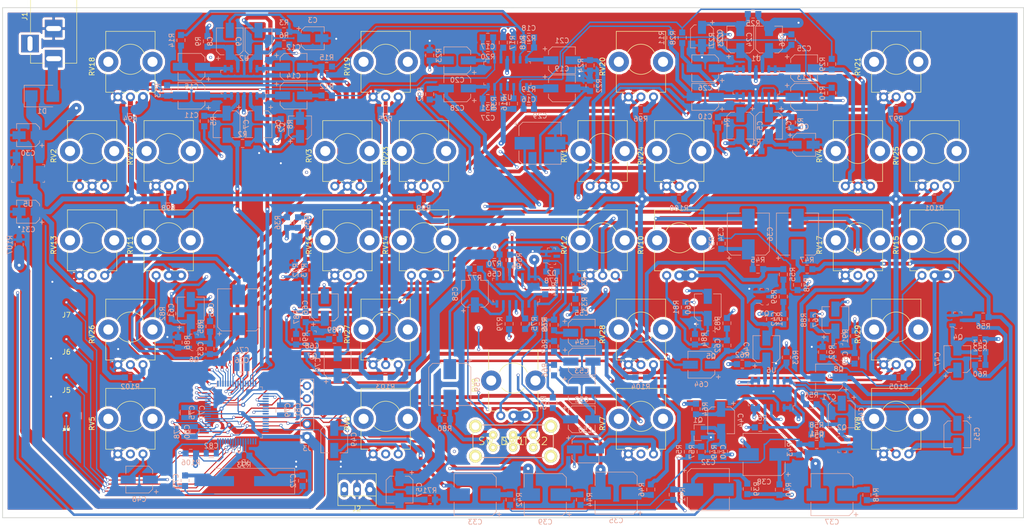
<source format=kicad_pcb>
(kicad_pcb (version 4) (host pcbnew 4.0.7)
  (layers (0 F.Cu signal hide) (1 In1.Cu mixed hide) (2 In2.Cu mixed hide) (31 B.Cu signal) (34 B.Paste user) (35 F.Paste user) (36 B.SilkS user) (37 F.SilkS user) (38 B.Mask user) (39 F.Mask user) (44 Edge.Cuts user))
  (net 0 "")
  (net 1 "Net-(Q1-Pad3)")
  (net 2 "Net-(C1-Pad1)")
  (net 3 GND)
  (net 4 "Net-(C2-Pad1)")
  (net 5 "Net-(C3-Pad1)")
  (net 6 "Net-(C4-Pad1)")
  (net 7 "Net-(C5-Pad1)")
  (net 8 /Filters/osc3)
  (net 9 "Net-(C6-Pad1)")
  (net 10 "Net-(C7-Pad1)")
  (net 11 /Filters/osc1)
  (net 12 "Net-(C8-Pad1)")
  (net 13 "Net-(C9-Pad1)")
  (net 14 /Filters/osc2)
  (net 15 "Net-(C10-Pad1)")
  (net 16 "Net-(C10-Pad2)")
  (net 17 "Net-(C11-Pad1)")
  (net 18 "Net-(C11-Pad2)")
  (net 19 "Net-(C12-Pad1)")
  (net 20 "Net-(C12-Pad2)")
  (net 21 "Net-(C13-Pad1)")
  (net 22 "Net-(C13-Pad2)")
  (net 23 "Net-(C14-Pad1)")
  (net 24 "Net-(C14-Pad2)")
  (net 25 "Net-(C15-Pad1)")
  (net 26 "Net-(C15-Pad2)")
  (net 27 "Net-(C16-Pad2)")
  (net 28 "Net-(C16-Pad1)")
  (net 29 "Net-(C17-Pad2)")
  (net 30 "Net-(C17-Pad1)")
  (net 31 "Net-(C18-Pad2)")
  (net 32 "Net-(C18-Pad1)")
  (net 33 /Filters/filter_out_3)
  (net 34 /Filters/filter_out_1)
  (net 35 /Filters/filter_out_2)
  (net 36 "Net-(C22-Pad1)")
  (net 37 "Net-(C23-Pad1)")
  (net 38 "Net-(C24-Pad1)")
  (net 39 /Filters/osc4)
  (net 40 "Net-(C25-Pad1)")
  (net 41 "Net-(C25-Pad2)")
  (net 42 "Net-(C26-Pad1)")
  (net 43 "Net-(C26-Pad2)")
  (net 44 "Net-(C27-Pad2)")
  (net 45 "Net-(C27-Pad1)")
  (net 46 /Filters/filter_out_4)
  (net 47 "Net-(C29-Pad1)")
  (net 48 +15V)
  (net 49 +3V3)
  (net 50 "Net-(C32-Pad1)")
  (net 51 /Envelope/lfo1)
  (net 52 "Net-(C33-Pad1)")
  (net 53 /Microcontroller/envelope_pwm_1)
  (net 54 "Net-(C34-Pad1)")
  (net 55 /Envelope/lfo3)
  (net 56 "Net-(C35-Pad1)")
  (net 57 /Microcontroller/envelope_pwm_3)
  (net 58 "Net-(C36-Pad1)")
  (net 59 /Envelope/lfo4)
  (net 60 "Net-(C37-Pad1)")
  (net 61 "Net-(C38-Pad1)")
  (net 62 /Envelope/lfo2)
  (net 63 "Net-(C39-Pad1)")
  (net 64 /Microcontroller/envelope_pwm_2)
  (net 65 "Net-(C40-Pad2)")
  (net 66 "Net-(C40-Pad1)")
  (net 67 "Net-(C41-Pad2)")
  (net 68 "Net-(C41-Pad1)")
  (net 69 "Net-(C42-Pad2)")
  (net 70 "Net-(C42-Pad1)")
  (net 71 "Net-(C43-Pad2)")
  (net 72 "Net-(C43-Pad1)")
  (net 73 "Net-(C44-Pad1)")
  (net 74 "Net-(C45-Pad1)")
  (net 75 "Net-(C46-Pad1)")
  (net 76 "Net-(C47-Pad1)")
  (net 77 "Net-(C48-Pad1)")
  (net 78 "Net-(C48-Pad2)")
  (net 79 "Net-(C49-Pad1)")
  (net 80 "Net-(C49-Pad2)")
  (net 81 "Net-(C50-Pad1)")
  (net 82 "Net-(C50-Pad2)")
  (net 83 "Net-(C51-Pad1)")
  (net 84 "Net-(C51-Pad2)")
  (net 85 "Net-(C52-Pad1)")
  (net 86 /Envelope/env_out_1)
  (net 87 "Net-(C53-Pad1)")
  (net 88 /Envelope/env_out_2)
  (net 89 "Net-(C54-Pad1)")
  (net 90 /Envelope/env_out_3)
  (net 91 "Net-(C55-Pad1)")
  (net 92 /Envelope/env_out_4)
  (net 93 "Net-(C56-Pad2)")
  (net 94 "Net-(C56-Pad1)")
  (net 95 "Net-(C57-Pad2)")
  (net 96 "Net-(C58-Pad1)")
  (net 97 "Net-(C58-Pad2)")
  (net 98 "/LFO Modulation and Routing/lfo_tri")
  (net 99 "Net-(C60-Pad1)")
  (net 100 "/LFO Modulation and Routing/main_lfo")
  (net 101 "Net-(C61-Pad1)")
  (net 102 "Net-(C62-Pad2)")
  (net 103 "Net-(C62-Pad1)")
  (net 104 "Net-(C63-Pad2)")
  (net 105 "Net-(C63-Pad1)")
  (net 106 "Net-(C64-Pad2)")
  (net 107 "Net-(C65-Pad2)")
  (net 108 "Net-(C66-Pad1)")
  (net 109 "Net-(C67-Pad1)")
  (net 110 "Net-(C68-Pad2)")
  (net 111 "Net-(C68-Pad1)")
  (net 112 "Net-(C69-Pad2)")
  (net 113 "Net-(C69-Pad1)")
  (net 114 "Net-(C70-Pad2)")
  (net 115 "Net-(C71-Pad2)")
  (net 116 GNDD)
  (net 117 "Net-(C72-Pad1)")
  (net 118 "Net-(C73-Pad1)")
  (net 119 "/LFO Modulation and Routing/lfo_square")
  (net 120 "Net-(D1-Pad2)")
  (net 121 "Net-(J1-Pad3)")
  (net 122 "Net-(J2-Pad3)")
  (net 123 /Microcontroller/XRES)
  (net 124 /Microcontroller/SCLK)
  (net 125 /Microcontroller/SDAT)
  (net 126 "Net-(Q2-Pad3)")
  (net 127 "Net-(Q3-Pad3)")
  (net 128 "Net-(Q4-Pad3)")
  (net 129 "Net-(Q5-Pad1)")
  (net 130 "Net-(Q6-Pad1)")
  (net 131 "Net-(Q7-Pad1)")
  (net 132 "Net-(Q8-Pad1)")
  (net 133 VREF)
  (net 134 "Net-(R16-Pad1)")
  (net 135 "Net-(R17-Pad1)")
  (net 136 "Net-(R18-Pad1)")
  (net 137 "Net-(R30-Pad1)")
  (net 138 /Envelope/lfo_bias)
  (net 139 "Net-(R41-Pad1)")
  (net 140 "Net-(R43-Pad1)")
  (net 141 "Net-(R45-Pad1)")
  (net 142 "Net-(R47-Pad1)")
  (net 143 "Net-(R69-Pad1)")
  (net 144 "/LFO Modulation and Routing/bias")
  (net 145 "Net-(R74-Pad1)")
  (net 146 "Net-(R75-Pad2)")
  (net 147 "Net-(R75-Pad1)")
  (net 148 "Net-(R76-Pad1)")
  (net 149 "Net-(R79-Pad1)")
  (net 150 "Net-(R94-Pad2)")
  (net 151 "Net-(R95-Pad2)")
  (net 152 "Net-(R96-Pad2)")
  (net 153 "Net-(R97-Pad2)")
  (net 154 "Net-(R98-Pad2)")
  (net 155 "Net-(R99-Pad2)")
  (net 156 "Net-(R100-Pad2)")
  (net 157 "Net-(R101-Pad2)")
  (net 158 "Net-(R102-Pad2)")
  (net 159 "Net-(R103-Pad2)")
  (net 160 "Net-(R104-Pad2)")
  (net 161 "Net-(R105-Pad2)")
  (net 162 /Microcontroller/osc1_freq_wiper)
  (net 163 /Microcontroller/osc2_freq_wiper)
  (net 164 /Microcontroller/osc3_freq_wiper)
  (net 165 /Microcontroller/osc4_freq_wiper)
  (net 166 /Microcontroller/osc1_pwm_wiper)
  (net 167 /Microcontroller/osc2_pwm_wiper)
  (net 168 /Microcontroller/osc3_pwm_wiper)
  (net 169 /Microcontroller/osc4_pwm_wiper)
  (net 170 /Microcontroller/osc1_speed)
  (net 171 /Microcontroller/osc2_speed)
  (net 172 /Microcontroller/osc3_speed)
  (net 173 /Microcontroller/osc4_speed)
  (net 174 /Microcontroller/envelope_pwm_4)
  (net 175 "Net-(U7-Pad12)")
  (net 176 "Net-(U7-Pad13)")
  (net 177 "Net-(U7-Pad16)")
  (net 178 "Net-(U7-Pad19)")
  (net 179 "Net-(U7-Pad22)")
  (net 180 "Net-(U7-Pad23)")
  (net 181 "Net-(U7-Pad25)")
  (net 182 "Net-(U7-Pad27)")
  (net 183 "Net-(U7-Pad28)")
  (net 184 "Net-(U7-Pad29)")
  (net 185 "Net-(U7-Pad30)")
  (net 186 "Net-(U7-Pad31)")
  (net 187 "Net-(U7-Pad32)")
  (net 188 "Net-(U7-Pad33)")
  (net 189 "Net-(U7-Pad34)")
  (net 190 "Net-(U7-Pad35)")
  (net 191 "Net-(U7-Pad36)")
  (net 192 "Net-(U7-Pad43)")
  (net 193 "Net-(U7-Pad44)")
  (net 194 "Net-(U7-Pad45)")
  (net 195 "Net-(U7-Pad46)")
  (net 196 "Net-(U7-Pad55)")
  (net 197 "Net-(U7-Pad58)")
  (net 198 "Net-(U7-Pad59)")
  (net 199 "Net-(U7-Pad60)")
  (net 200 "Net-(U7-Pad61)")
  (net 201 "Net-(C82-Pad1)")
  (net 202 "Net-(J4-Pad1)")
  (net 203 "Net-(J5-Pad1)")
  (net 204 "Net-(J6-Pad1)")
  (net 205 "Net-(J7-Pad1)")
  (module TO_SOT_Packages_SMD:SOT-23 (layer B.Cu) (at 138.38 84.646 180)
    (fp_text reference Q1 (at 0 2.5 180) (layer B.SilkS) (effects (justify mirror)))
    (fp_text value MMBFJ177)
    (pad 1 smd rect (at -1 0.95 180) (size 0.9 0.8) (layers B.Cu B.Paste B.Mask) (net 65 "Net-(C40-Pad2)"))
    (pad 2 smd rect (at -1 -0.95 180) (size 0.9 0.8) (layers B.Cu B.Paste B.Mask) (net 3 GND))
    (pad 3 smd rect (at 1 0 180) (size 0.9 0.8) (layers B.Cu B.Paste B.Mask) (net 1 "Net-(Q1-Pad3)"))
  )
  (module Capacitors_SMD:CP_Elec_4x4.5 (layer B.Cu) (at 159.512 27.305)
    (fp_text reference C1 (at 0 -3.58 180) (layer B.SilkS) (effects (justify mirror)))
    (fp_text value 1uF)
    (fp_text user + (at -2.78 -1.99 180) (layer B.SilkS) (effects (justify mirror)))
    (pad 1 smd rect (at -1.8 0 180) (size 2.6 1.6) (layers B.Cu B.Paste B.Mask) (net 2 "Net-(C1-Pad1)"))
    (pad 2 smd rect (at 1.8 0 180) (size 2.6 1.6) (layers B.Cu B.Paste B.Mask) (net 3 GND))
  )
  (module Capacitors_SMD:CP_Elec_4x4.5 (layer B.Cu) (at 59.182 23.856 90)
    (fp_text reference C2 (at 0 -3.58 270) (layer B.SilkS) (effects (justify mirror)))
    (fp_text value 1uF)
    (fp_text user + (at -2.78 -1.99 270) (layer B.SilkS) (effects (justify mirror)))
    (pad 1 smd rect (at -1.8 0 270) (size 2.6 1.6) (layers B.Cu B.Paste B.Mask) (net 4 "Net-(C2-Pad1)"))
    (pad 2 smd rect (at 1.8 0 270) (size 2.6 1.6) (layers B.Cu B.Paste B.Mask) (net 3 GND))
  )
  (module Capacitors_SMD:CP_Elec_4x4.5 (layer B.Cu) (at 61.722 6.076)
    (fp_text reference C3 (at 0 -3.58 180) (layer B.SilkS) (effects (justify mirror)))
    (fp_text value 1uF)
    (fp_text user + (at -2.78 -1.99 180) (layer B.SilkS) (effects (justify mirror)))
    (pad 1 smd rect (at -1.8 0 180) (size 2.6 1.6) (layers B.Cu B.Paste B.Mask) (net 5 "Net-(C3-Pad1)"))
    (pad 2 smd rect (at 1.8 0 180) (size 2.6 1.6) (layers B.Cu B.Paste B.Mask) (net 3 GND))
  )
  (module Capacitors_SMD:CP_Elec_5x5.7 (layer B.Cu) (at 152.527 23.495 270)
    (fp_text reference C4 (at 0 -3.92 270) (layer B.SilkS) (effects (justify mirror)))
    (fp_text value 22uF)
    (fp_text user + (at -3.38 -2.36 270) (layer B.SilkS) (effects (justify mirror)))
    (pad 1 smd rect (at -2.2 0 90) (size 3 1.6) (layers B.Cu B.Paste B.Mask) (net 6 "Net-(C4-Pad1)"))
    (pad 2 smd rect (at 2.2 0 90) (size 3 1.6) (layers B.Cu B.Paste B.Mask) (net 2 "Net-(C1-Pad1)"))
  )
  (module Capacitors_SMD:CP_Elec_5x5.7 (layer B.Cu) (at 146.812 23.495 270)
    (fp_text reference C5 (at 0 -3.92 270) (layer B.SilkS) (effects (justify mirror)))
    (fp_text value 22uF)
    (fp_text user + (at -3.38 -2.36 270) (layer B.SilkS) (effects (justify mirror)))
    (pad 1 smd rect (at -2.2 0 90) (size 3 1.6) (layers B.Cu B.Paste B.Mask) (net 7 "Net-(C5-Pad1)"))
    (pad 2 smd rect (at 2.2 0 90) (size 3 1.6) (layers B.Cu B.Paste B.Mask) (net 8 /Filters/osc3))
  )
  (module Capacitors_SMD:CP_Elec_5x5.7 (layer B.Cu) (at 50.927 23.221 270)
    (fp_text reference C6 (at 0 -3.92 270) (layer B.SilkS) (effects (justify mirror)))
    (fp_text value 22uF)
    (fp_text user + (at -3.38 -2.36 270) (layer B.SilkS) (effects (justify mirror)))
    (pad 1 smd rect (at -2.2 0 90) (size 3 1.6) (layers B.Cu B.Paste B.Mask) (net 9 "Net-(C6-Pad1)"))
    (pad 2 smd rect (at 2.2 0 90) (size 3 1.6) (layers B.Cu B.Paste B.Mask) (net 4 "Net-(C2-Pad1)"))
  )
  (module Capacitors_SMD:CP_Elec_5x5.7 (layer B.Cu) (at 44.577 23.221 270)
    (fp_text reference C7 (at 0 -3.92 270) (layer B.SilkS) (effects (justify mirror)))
    (fp_text value 22uF)
    (fp_text user + (at -3.38 -2.36 270) (layer B.SilkS) (effects (justify mirror)))
    (pad 1 smd rect (at -2.2 0 90) (size 3 1.6) (layers B.Cu B.Paste B.Mask) (net 10 "Net-(C7-Pad1)"))
    (pad 2 smd rect (at 2.2 0 90) (size 3 1.6) (layers B.Cu B.Paste B.Mask) (net 11 /Filters/osc1))
  )
  (module Capacitors_SMD:CP_Elec_5x5.7 (layer B.Cu) (at 45.212 6.711 90)
    (fp_text reference C8 (at 0 -3.92 90) (layer B.SilkS) (effects (justify mirror)))
    (fp_text value 22uF)
    (fp_text user + (at -3.38 -2.36 90) (layer B.SilkS) (effects (justify mirror)))
    (pad 1 smd rect (at -2.2 0 270) (size 3 1.6) (layers B.Cu B.Paste B.Mask) (net 12 "Net-(C8-Pad1)"))
    (pad 2 smd rect (at 2.2 0 270) (size 3 1.6) (layers B.Cu B.Paste B.Mask) (net 5 "Net-(C3-Pad1)"))
  )
  (module Capacitors_SMD:CP_Elec_5x5.7 (layer B.Cu) (at 50.927 6.711 90)
    (fp_text reference C9 (at 0 -3.92 90) (layer B.SilkS) (effects (justify mirror)))
    (fp_text value 22uF)
    (fp_text user + (at -3.38 -2.36 90) (layer B.SilkS) (effects (justify mirror)))
    (pad 1 smd rect (at -2.2 0 270) (size 3 1.6) (layers B.Cu B.Paste B.Mask) (net 13 "Net-(C9-Pad1)"))
    (pad 2 smd rect (at 2.2 0 270) (size 3 1.6) (layers B.Cu B.Paste B.Mask) (net 14 /Filters/osc2))
  )
  (module Capacitors_SMD:CP_Elec_5x5.7 (layer B.Cu) (at 139.827 17.78 180)
    (fp_text reference C10 (at 0 -3.92 180) (layer B.SilkS) (effects (justify mirror)))
    (fp_text value 22uF)
    (fp_text user + (at -3.38 -2.36 180) (layer B.SilkS) (effects (justify mirror)))
    (pad 1 smd rect (at -2.2 0) (size 3 1.6) (layers B.Cu B.Paste B.Mask) (net 15 "Net-(C10-Pad1)"))
    (pad 2 smd rect (at 2.2 0) (size 3 1.6) (layers B.Cu B.Paste B.Mask) (net 16 "Net-(C10-Pad2)"))
  )
  (module Capacitors_SMD:CP_Elec_5x5.7 (layer B.Cu) (at 37.592 17.506 180)
    (fp_text reference C11 (at 0 -3.92 180) (layer B.SilkS) (effects (justify mirror)))
    (fp_text value 22uF)
    (fp_text user + (at -3.38 -2.36 180) (layer B.SilkS) (effects (justify mirror)))
    (pad 1 smd rect (at -2.2 0) (size 3 1.6) (layers B.Cu B.Paste B.Mask) (net 17 "Net-(C11-Pad1)"))
    (pad 2 smd rect (at 2.2 0) (size 3 1.6) (layers B.Cu B.Paste B.Mask) (net 18 "Net-(C11-Pad2)"))
  )
  (module Capacitors_SMD:CP_Elec_5x5.7 (layer B.Cu) (at 57.912 11.791)
    (fp_text reference C12 (at 0 -3.92) (layer B.SilkS) (effects (justify mirror)))
    (fp_text value 22uF)
    (fp_text user + (at -3.38 -2.36) (layer B.SilkS) (effects (justify mirror)))
    (pad 1 smd rect (at -2.2 0 180) (size 3 1.6) (layers B.Cu B.Paste B.Mask) (net 19 "Net-(C12-Pad1)"))
    (pad 2 smd rect (at 2.2 0 180) (size 3 1.6) (layers B.Cu B.Paste B.Mask) (net 20 "Net-(C12-Pad2)"))
  )
  (module Capacitors_SMD:CP_Elec_5x5.7 (layer B.Cu) (at 159.512 17.78)
    (fp_text reference C13 (at 0 -3.92) (layer B.SilkS) (effects (justify mirror)))
    (fp_text value 22uF)
    (fp_text user + (at -3.38 -2.36) (layer B.SilkS) (effects (justify mirror)))
    (pad 1 smd rect (at -2.2 0 180) (size 3 1.6) (layers B.Cu B.Paste B.Mask) (net 21 "Net-(C13-Pad1)"))
    (pad 2 smd rect (at 2.2 0 180) (size 3 1.6) (layers B.Cu B.Paste B.Mask) (net 22 "Net-(C13-Pad2)"))
  )
  (module Capacitors_SMD:CP_Elec_5x5.7 (layer B.Cu) (at 57.912 17.506)
    (fp_text reference C14 (at 0 -3.92) (layer B.SilkS) (effects (justify mirror)))
    (fp_text value 22uF)
    (fp_text user + (at -3.38 -2.36) (layer B.SilkS) (effects (justify mirror)))
    (pad 1 smd rect (at -2.2 0 180) (size 3 1.6) (layers B.Cu B.Paste B.Mask) (net 23 "Net-(C14-Pad1)"))
    (pad 2 smd rect (at 2.2 0 180) (size 3 1.6) (layers B.Cu B.Paste B.Mask) (net 24 "Net-(C14-Pad2)"))
  )
  (module Capacitors_SMD:CP_Elec_5x5.7 (layer B.Cu) (at 37.592 11.791 180)
    (fp_text reference C15 (at 0 -3.92 180) (layer B.SilkS) (effects (justify mirror)))
    (fp_text value 22uF)
    (fp_text user + (at -3.38 -2.36 180) (layer B.SilkS) (effects (justify mirror)))
    (pad 1 smd rect (at -2.2 0) (size 3 1.6) (layers B.Cu B.Paste B.Mask) (net 25 "Net-(C15-Pad1)"))
    (pad 2 smd rect (at 2.2 0) (size 3 1.6) (layers B.Cu B.Paste B.Mask) (net 26 "Net-(C15-Pad2)"))
  )
  (module digikey-footprints:0805 (layer B.Cu) (at 104.714 20.136 180)
    (fp_text reference C16 (at 0 1.84 180) (layer B.SilkS) (effects (justify mirror)))
    (fp_text value 100p)
    (pad 2 smd rect (at 1.05 0 180) (size 1.2 1.2) (layers B.Cu B.Paste B.Mask) (net 27 "Net-(C16-Pad2)"))
    (pad 1 smd rect (at -1.05 0 180) (size 1.2 1.2) (layers B.Cu B.Paste B.Mask) (net 28 "Net-(C16-Pad1)"))
  )
  (module digikey-footprints:0805 (layer B.Cu) (at 96.586 5.912)
    (fp_text reference C17 (at 0 1.84) (layer B.SilkS) (effects (justify mirror)))
    (fp_text value 100p)
    (pad 2 smd rect (at 1.05 0) (size 1.2 1.2) (layers B.Cu B.Paste B.Mask) (net 29 "Net-(C17-Pad2)"))
    (pad 1 smd rect (at -1.05 0) (size 1.2 1.2) (layers B.Cu B.Paste B.Mask) (net 30 "Net-(C17-Pad1)"))
  )
  (module digikey-footprints:0805 (layer B.Cu) (at 104.714 5.912 180)
    (fp_text reference C18 (at 0 1.84 180) (layer B.SilkS) (effects (justify mirror)))
    (fp_text value 100p)
    (pad 2 smd rect (at 1.05 0 180) (size 1.2 1.2) (layers B.Cu B.Paste B.Mask) (net 31 "Net-(C18-Pad2)"))
    (pad 1 smd rect (at -1.05 0 180) (size 1.2 1.2) (layers B.Cu B.Paste B.Mask) (net 32 "Net-(C18-Pad1)"))
  )
  (module Capacitors_SMD:CP_Elec_5x5.7 (layer B.Cu) (at 111.318 16.072)
    (fp_text reference C19 (at 0 -3.92) (layer B.SilkS) (effects (justify mirror)))
    (fp_text value 22uF)
    (fp_text user + (at -3.38 -2.36) (layer B.SilkS) (effects (justify mirror)))
    (pad 1 smd rect (at -2.2 0 180) (size 3 1.6) (layers B.Cu B.Paste B.Mask) (net 28 "Net-(C16-Pad1)"))
    (pad 2 smd rect (at 2.2 0 180) (size 3 1.6) (layers B.Cu B.Paste B.Mask) (net 33 /Filters/filter_out_3))
  )
  (module Capacitors_SMD:CP_Elec_5x5.7 (layer B.Cu) (at 90.49 10.484 180)
    (fp_text reference C20 (at 0 -3.92 180) (layer B.SilkS) (effects (justify mirror)))
    (fp_text value 22uF)
    (fp_text user + (at -3.38 -2.36 180) (layer B.SilkS) (effects (justify mirror)))
    (pad 1 smd rect (at -2.2 0) (size 3 1.6) (layers B.Cu B.Paste B.Mask) (net 30 "Net-(C17-Pad1)"))
    (pad 2 smd rect (at 2.2 0) (size 3 1.6) (layers B.Cu B.Paste B.Mask) (net 34 /Filters/filter_out_1))
  )
  (module Capacitors_SMD:CP_Elec_5x5.7 (layer B.Cu) (at 111.318 10.484)
    (fp_text reference C21 (at 0 -3.92) (layer B.SilkS) (effects (justify mirror)))
    (fp_text value 22uF)
    (fp_text user + (at -3.38 -2.36) (layer B.SilkS) (effects (justify mirror)))
    (pad 1 smd rect (at -2.2 0 180) (size 3 1.6) (layers B.Cu B.Paste B.Mask) (net 32 "Net-(C18-Pad1)"))
    (pad 2 smd rect (at 2.2 0 180) (size 3 1.6) (layers B.Cu B.Paste B.Mask) (net 35 /Filters/filter_out_2))
  )
  (module Capacitors_SMD:CP_Elec_4x4.5 (layer B.Cu) (at 139.192 5.715 270)
    (fp_text reference C22 (at 0 -3.58 450) (layer B.SilkS) (effects (justify mirror)))
    (fp_text value 1uF)
    (fp_text user + (at -2.78 -1.99 450) (layer B.SilkS) (effects (justify mirror)))
    (pad 1 smd rect (at -1.8 0 90) (size 2.6 1.6) (layers B.Cu B.Paste B.Mask) (net 36 "Net-(C22-Pad1)"))
    (pad 2 smd rect (at 1.8 0 90) (size 2.6 1.6) (layers B.Cu B.Paste B.Mask) (net 3 GND))
  )
  (module Capacitors_SMD:CP_Elec_5x5.7 (layer B.Cu) (at 146.812 6.35 90)
    (fp_text reference C23 (at 0 -3.92 90) (layer B.SilkS) (effects (justify mirror)))
    (fp_text value 22uF)
    (fp_text user + (at -3.38 -2.36 90) (layer B.SilkS) (effects (justify mirror)))
    (pad 1 smd rect (at -2.2 0 270) (size 3 1.6) (layers B.Cu B.Paste B.Mask) (net 37 "Net-(C23-Pad1)"))
    (pad 2 smd rect (at 2.2 0 270) (size 3 1.6) (layers B.Cu B.Paste B.Mask) (net 36 "Net-(C22-Pad1)"))
  )
  (module Capacitors_SMD:CP_Elec_5x5.7 (layer B.Cu) (at 152.527 6.35 90)
    (fp_text reference C24 (at 0 -3.92 90) (layer B.SilkS) (effects (justify mirror)))
    (fp_text value 22uF)
    (fp_text user + (at -3.38 -2.36 90) (layer B.SilkS) (effects (justify mirror)))
    (pad 1 smd rect (at -2.2 0 270) (size 3 1.6) (layers B.Cu B.Paste B.Mask) (net 38 "Net-(C24-Pad1)"))
    (pad 2 smd rect (at 2.2 0 270) (size 3 1.6) (layers B.Cu B.Paste B.Mask) (net 39 /Filters/osc4))
  )
  (module Capacitors_SMD:CP_Elec_5x5.7 (layer B.Cu) (at 159.512 12.065)
    (fp_text reference C25 (at 0 -3.92) (layer B.SilkS) (effects (justify mirror)))
    (fp_text value 22uF)
    (fp_text user + (at -3.38 -2.36) (layer B.SilkS) (effects (justify mirror)))
    (pad 1 smd rect (at -2.2 0 180) (size 3 1.6) (layers B.Cu B.Paste B.Mask) (net 40 "Net-(C25-Pad1)"))
    (pad 2 smd rect (at 2.2 0 180) (size 3 1.6) (layers B.Cu B.Paste B.Mask) (net 41 "Net-(C25-Pad2)"))
  )
  (module Capacitors_SMD:CP_Elec_5x5.7 (layer B.Cu) (at 139.827 12.065 180)
    (fp_text reference C26 (at 0 -3.92 180) (layer B.SilkS) (effects (justify mirror)))
    (fp_text value 22uF)
    (fp_text user + (at -3.38 -2.36 180) (layer B.SilkS) (effects (justify mirror)))
    (pad 1 smd rect (at -2.2 0) (size 3 1.6) (layers B.Cu B.Paste B.Mask) (net 42 "Net-(C26-Pad1)"))
    (pad 2 smd rect (at 2.2 0) (size 3 1.6) (layers B.Cu B.Paste B.Mask) (net 43 "Net-(C26-Pad2)"))
  )
  (module digikey-footprints:0805 (layer B.Cu) (at 96.586 20.136)
    (fp_text reference C27 (at 0 1.84) (layer B.SilkS) (effects (justify mirror)))
    (fp_text value 100p)
    (pad 2 smd rect (at 1.05 0) (size 1.2 1.2) (layers B.Cu B.Paste B.Mask) (net 44 "Net-(C27-Pad2)"))
    (pad 1 smd rect (at -1.05 0) (size 1.2 1.2) (layers B.Cu B.Paste B.Mask) (net 45 "Net-(C27-Pad1)"))
  )
  (module Capacitors_SMD:CP_Elec_5x5.7 (layer B.Cu) (at 90.49 16.072 180)
    (fp_text reference C28 (at 0 -3.92 180) (layer B.SilkS) (effects (justify mirror)))
    (fp_text value 22uF)
    (fp_text user + (at -3.38 -2.36 180) (layer B.SilkS) (effects (justify mirror)))
    (pad 1 smd rect (at -2.2 0) (size 3 1.6) (layers B.Cu B.Paste B.Mask) (net 45 "Net-(C27-Pad1)"))
    (pad 2 smd rect (at 2.2 0) (size 3 1.6) (layers B.Cu B.Paste B.Mask) (net 46 /Filters/filter_out_4))
  )
  (module Capacitors_SMD:CP_Elec_8x10 (layer B.Cu) (at 106.95 27)
    (fp_text reference C29 (at 0 -5.45) (layer B.SilkS) (effects (justify mirror)))
    (fp_text value 220uF)
    (fp_text user + (at -4.78 -3.9) (layer B.SilkS) (effects (justify mirror)))
    (pad 1 smd rect (at -3.05 0 180) (size 4 2.5) (layers B.Cu B.Paste B.Mask) (net 47 "Net-(C29-Pad1)"))
    (pad 2 smd rect (at 3.05 0 180) (size 4 2.5) (layers B.Cu B.Paste B.Mask) (net 3 GND))
  )
  (module Capacitors_SMD:CP_Elec_4x4.5 (layer B.Cu) (at 5.08 25.4 180)
    (fp_text reference C30 (at 0 -3.58 360) (layer B.SilkS) (effects (justify mirror)))
    (fp_text value 1uF)
    (fp_text user + (at -2.78 -1.99 360) (layer B.SilkS) (effects (justify mirror)))
    (pad 1 smd rect (at -1.8 0) (size 2.6 1.6) (layers B.Cu B.Paste B.Mask) (net 48 +15V))
    (pad 2 smd rect (at 1.8 0) (size 2.6 1.6) (layers B.Cu B.Paste B.Mask) (net 3 GND))
  )
  (module Capacitors_SMD:CP_Elec_4x5.7 (layer B.Cu) (at 5.08 40.64 180)
    (fp_text reference C31 (at 0 -3.54 180) (layer B.SilkS) (effects (justify mirror)))
    (fp_text value 4.7uF)
    (fp_text user + (at -2.77 -2.01 180) (layer B.SilkS) (effects (justify mirror)))
    (pad 1 smd rect (at -1.8 0) (size 2.6 1.6) (layers B.Cu B.Paste B.Mask) (net 49 +3V3))
    (pad 2 smd rect (at 1.8 0) (size 2.6 1.6) (layers B.Cu B.Paste B.Mask) (net 3 GND))
  )
  (module Capacitors_SMD:CP_Elec_8x10 (layer B.Cu) (at 140.451 96)
    (fp_text reference C32 (at 0 -5.45) (layer B.SilkS) (effects (justify mirror)))
    (fp_text value 220u)
    (fp_text user + (at -4.78 -3.9) (layer B.SilkS) (effects (justify mirror)))
    (pad 1 smd rect (at -3.05 0 180) (size 4 2.5) (layers B.Cu B.Paste B.Mask) (net 50 "Net-(C32-Pad1)"))
    (pad 2 smd rect (at 3.05 0 180) (size 4 2.5) (layers B.Cu B.Paste B.Mask) (net 51 /Envelope/lfo1))
  )
  (module Capacitors_SMD:CP_Elec_8x10 (layer B.Cu) (at 94.05 97 180)
    (fp_text reference C33 (at 0 -5.45 180) (layer B.SilkS) (effects (justify mirror)))
    (fp_text value 220u)
    (fp_text user + (at -4.78 -3.9 180) (layer B.SilkS) (effects (justify mirror)))
    (pad 1 smd rect (at -3.05 0) (size 4 2.5) (layers B.Cu B.Paste B.Mask) (net 52 "Net-(C33-Pad1)"))
    (pad 2 smd rect (at 3.05 0) (size 4 2.5) (layers B.Cu B.Paste B.Mask) (net 53 /Microcontroller/envelope_pwm_1))
  )
  (module Capacitors_SMD:CP_Elec_8x10 (layer B.Cu) (at 148.41 45.101 90)
    (fp_text reference C34 (at 0 -5.45 90) (layer B.SilkS) (effects (justify mirror)))
    (fp_text value 220u)
    (fp_text user + (at -4.78 -3.9 90) (layer B.SilkS) (effects (justify mirror)))
    (pad 1 smd rect (at -3.05 0 270) (size 4 2.5) (layers B.Cu B.Paste B.Mask) (net 54 "Net-(C34-Pad1)"))
    (pad 2 smd rect (at 3.05 0 270) (size 4 2.5) (layers B.Cu B.Paste B.Mask) (net 55 /Envelope/lfo3))
  )
  (module Capacitors_SMD:CP_Elec_8x10 (layer B.Cu) (at 122.101 96.7 180)
    (fp_text reference C35 (at 0 -5.45 180) (layer B.SilkS) (effects (justify mirror)))
    (fp_text value 220u)
    (fp_text user + (at -4.78 -3.9 180) (layer B.SilkS) (effects (justify mirror)))
    (pad 1 smd rect (at -3.05 0) (size 4 2.5) (layers B.Cu B.Paste B.Mask) (net 56 "Net-(C35-Pad1)"))
    (pad 2 smd rect (at 3.05 0) (size 4 2.5) (layers B.Cu B.Paste B.Mask) (net 57 /Microcontroller/envelope_pwm_3))
  )
  (module Capacitors_SMD:CP_Elec_8x10 (layer B.Cu) (at 158.19 45.101 90)
    (fp_text reference C36 (at 0 -5.45 90) (layer B.SilkS) (effects (justify mirror)))
    (fp_text value 220u)
    (fp_text user + (at -4.78 -3.9 90) (layer B.SilkS) (effects (justify mirror)))
    (pad 1 smd rect (at -3.05 0 270) (size 4 2.5) (layers B.Cu B.Paste B.Mask) (net 58 "Net-(C36-Pad1)"))
    (pad 2 smd rect (at 3.05 0 270) (size 4 2.5) (layers B.Cu B.Paste B.Mask) (net 59 /Envelope/lfo4))
  )
  (module Capacitors_SMD:CP_Elec_8x10 (layer B.Cu) (at 165.05 97 180)
    (fp_text reference C37 (at 0 -5.45 180) (layer B.SilkS) (effects (justify mirror)))
    (fp_text value 220u)
    (fp_text user + (at -4.78 -3.9 180) (layer B.SilkS) (effects (justify mirror)))
    (pad 1 smd rect (at -3.05 0) (size 4 2.5) (layers B.Cu B.Paste B.Mask) (net 60 "Net-(C37-Pad1)"))
    (pad 2 smd rect (at 3.05 0) (size 4 2.5) (layers B.Cu B.Paste B.Mask) (net 174 /Microcontroller/envelope_pwm_4))
  )
  (module Capacitors_SMD:CP_Elec_8x10 (layer B.Cu) (at 151.549 89 180)
    (fp_text reference C38 (at 0 -5.45 180) (layer B.SilkS) (effects (justify mirror)))
    (fp_text value 220u)
    (fp_text user + (at -4.78 -3.9 180) (layer B.SilkS) (effects (justify mirror)))
    (pad 1 smd rect (at -3.05 0) (size 4 2.5) (layers B.Cu B.Paste B.Mask) (net 61 "Net-(C38-Pad1)"))
    (pad 2 smd rect (at 3.05 0) (size 4 2.5) (layers B.Cu B.Paste B.Mask) (net 62 /Envelope/lfo2))
  )
  (module Capacitors_SMD:CP_Elec_8x10 (layer B.Cu) (at 108 97 180)
    (fp_text reference C39 (at 0 -5.45 180) (layer B.SilkS) (effects (justify mirror)))
    (fp_text value 220u)
    (fp_text user + (at -4.78 -3.9 180) (layer B.SilkS) (effects (justify mirror)))
    (pad 1 smd rect (at -3.05 0) (size 4 2.5) (layers B.Cu B.Paste B.Mask) (net 63 "Net-(C39-Pad1)"))
    (pad 2 smd rect (at 3.05 0) (size 4 2.5) (layers B.Cu B.Paste B.Mask) (net 64 /Microcontroller/envelope_pwm_2))
  )
  (module digikey-footprints:0805 (layer B.Cu) (at 141.555 88.456 90)
    (fp_text reference C40 (at 0 1.84 90) (layer B.SilkS) (effects (justify mirror)))
    (fp_text value 1nF)
    (pad 2 smd rect (at 1.05 0 90) (size 1.2 1.2) (layers B.Cu B.Paste B.Mask) (net 65 "Net-(C40-Pad2)"))
    (pad 1 smd rect (at -1.05 0 90) (size 1.2 1.2) (layers B.Cu B.Paste B.Mask) (net 66 "Net-(C40-Pad1)"))
  )
  (module digikey-footprints:0805 (layer B.Cu) (at 162.05 83)
    (fp_text reference C41 (at 0 1.84) (layer B.SilkS) (effects (justify mirror)))
    (fp_text value 1nF)
    (pad 2 smd rect (at 1.05 0) (size 1.2 1.2) (layers B.Cu B.Paste B.Mask) (net 67 "Net-(C41-Pad2)"))
    (pad 1 smd rect (at -1.05 0) (size 1.2 1.2) (layers B.Cu B.Paste B.Mask) (net 68 "Net-(C41-Pad1)"))
  )
  (module digikey-footprints:0805 (layer B.Cu) (at 155.374 62.015 270)
    (fp_text reference C42 (at 0 1.84 270) (layer B.SilkS) (effects (justify mirror)))
    (fp_text value 1nF)
    (pad 2 smd rect (at 1.05 0 270) (size 1.2 1.2) (layers B.Cu B.Paste B.Mask) (net 69 "Net-(C42-Pad2)"))
    (pad 1 smd rect (at -1.05 0 270) (size 1.2 1.2) (layers B.Cu B.Paste B.Mask) (net 70 "Net-(C42-Pad1)"))
  )
  (module digikey-footprints:0805 (layer B.Cu) (at 194.54 68.611 180)
    (fp_text reference C43 (at 0 1.84 180) (layer B.SilkS) (effects (justify mirror)))
    (fp_text value 1nF)
    (pad 2 smd rect (at 1.05 0 180) (size 1.2 1.2) (layers B.Cu B.Paste B.Mask) (net 71 "Net-(C43-Pad2)"))
    (pad 1 smd rect (at -1.05 0 180) (size 1.2 1.2) (layers B.Cu B.Paste B.Mask) (net 72 "Net-(C43-Pad1)"))
  )
  (module Capacitors_SMD:CP_Elec_5x5.7 (layer B.Cu) (at 143 82.2 270)
    (fp_text reference C44 (at 0 -3.92 270) (layer B.SilkS) (effects (justify mirror)))
    (fp_text value 22uF)
    (fp_text user + (at -3.38 -2.36 270) (layer B.SilkS) (effects (justify mirror)))
    (pad 1 smd rect (at -2.2 0 90) (size 3 1.6) (layers B.Cu B.Paste B.Mask) (net 73 "Net-(C44-Pad1)"))
    (pad 2 smd rect (at 2.2 0 90) (size 3 1.6) (layers B.Cu B.Paste B.Mask) (net 65 "Net-(C40-Pad2)"))
  )
  (module Capacitors_SMD:CP_Elec_5x5.7 (layer B.Cu) (at 167 81 270)
    (fp_text reference C45 (at 0 -3.92 270) (layer B.SilkS) (effects (justify mirror)))
    (fp_text value 22uF)
    (fp_text user + (at -3.38 -2.36 270) (layer B.SilkS) (effects (justify mirror)))
    (pad 1 smd rect (at -2.2 0 90) (size 3 1.6) (layers B.Cu B.Paste B.Mask) (net 74 "Net-(C45-Pad1)"))
    (pad 2 smd rect (at 2.2 0 90) (size 3 1.6) (layers B.Cu B.Paste B.Mask) (net 67 "Net-(C41-Pad2)"))
  )
  (module Capacitors_SMD:CP_Elec_5x5.7 (layer B.Cu) (at 152 68 90)
    (fp_text reference C46 (at 0 -3.92 90) (layer B.SilkS) (effects (justify mirror)))
    (fp_text value 22uF)
    (fp_text user + (at -3.38 -2.36 90) (layer B.SilkS) (effects (justify mirror)))
    (pad 1 smd rect (at -2.2 0 270) (size 3 1.6) (layers B.Cu B.Paste B.Mask) (net 75 "Net-(C46-Pad1)"))
    (pad 2 smd rect (at 2.2 0 270) (size 3 1.6) (layers B.Cu B.Paste B.Mask) (net 69 "Net-(C42-Pad2)"))
  )
  (module Capacitors_SMD:CP_Elec_5x5.7 (layer B.Cu) (at 190 70 90)
    (fp_text reference C47 (at 0 -3.92 90) (layer B.SilkS) (effects (justify mirror)))
    (fp_text value 22uF)
    (fp_text user + (at -3.38 -2.36 90) (layer B.SilkS) (effects (justify mirror)))
    (pad 1 smd rect (at -2.2 0 270) (size 3 1.6) (layers B.Cu B.Paste B.Mask) (net 76 "Net-(C47-Pad1)"))
    (pad 2 smd rect (at 2.2 0 270) (size 3 1.6) (layers B.Cu B.Paste B.Mask) (net 71 "Net-(C43-Pad2)"))
  )
  (module Capacitors_SMD:CP_Elec_5x5.7 (layer B.Cu) (at 27.2 94 180)
    (fp_text reference C48 (at 0 -3.92 180) (layer B.SilkS) (effects (justify mirror)))
    (fp_text value 22uF)
    (fp_text user + (at -3.38 -2.36 180) (layer B.SilkS) (effects (justify mirror)))
    (pad 1 smd rect (at -2.2 0) (size 3 1.6) (layers B.Cu B.Paste B.Mask) (net 77 "Net-(C48-Pad1)"))
    (pad 2 smd rect (at 2.2 0) (size 3 1.6) (layers B.Cu B.Paste B.Mask) (net 78 "Net-(C48-Pad2)"))
  )
  (module Capacitors_SMD:CP_Elec_5x5.7 (layer B.Cu) (at 66 86 270)
    (fp_text reference C49 (at 0 -3.92 270) (layer B.SilkS) (effects (justify mirror)))
    (fp_text value 22uF)
    (fp_text user + (at -3.38 -2.36 270) (layer B.SilkS) (effects (justify mirror)))
    (pad 1 smd rect (at -2.2 0 90) (size 3 1.6) (layers B.Cu B.Paste B.Mask) (net 79 "Net-(C49-Pad1)"))
    (pad 2 smd rect (at 2.2 0 90) (size 3 1.6) (layers B.Cu B.Paste B.Mask) (net 80 "Net-(C49-Pad2)"))
  )
  (module Capacitors_SMD:CP_Elec_5x5.7 (layer B.Cu) (at 116 88)
    (fp_text reference C50 (at 0 -3.92) (layer B.SilkS) (effects (justify mirror)))
    (fp_text value 22uF)
    (fp_text user + (at -3.38 -2.36) (layer B.SilkS) (effects (justify mirror)))
    (pad 1 smd rect (at -2.2 0 180) (size 3 1.6) (layers B.Cu B.Paste B.Mask) (net 81 "Net-(C50-Pad1)"))
    (pad 2 smd rect (at 2.2 0 180) (size 3 1.6) (layers B.Cu B.Paste B.Mask) (net 82 "Net-(C50-Pad2)"))
  )
  (module Capacitors_SMD:CP_Elec_5x5.7 (layer B.Cu) (at 190 85 270)
    (fp_text reference C51 (at 0 -3.92 270) (layer B.SilkS) (effects (justify mirror)))
    (fp_text value 22uF)
    (fp_text user + (at -3.38 -2.36 270) (layer B.SilkS) (effects (justify mirror)))
    (pad 1 smd rect (at -2.2 0 90) (size 3 1.6) (layers B.Cu B.Paste B.Mask) (net 83 "Net-(C51-Pad1)"))
    (pad 2 smd rect (at 2.2 0 90) (size 3 1.6) (layers B.Cu B.Paste B.Mask) (net 84 "Net-(C51-Pad2)"))
  )
  (module Capacitors_SMD:CP_Elec_5x5.7 (layer B.Cu) (at 115.25 82)
    (fp_text reference C52 (at 0 -3.92) (layer B.SilkS) (effects (justify mirror)))
    (fp_text value 22uF)
    (fp_text user + (at -3.38 -2.36) (layer B.SilkS) (effects (justify mirror)))
    (pad 1 smd rect (at -2.2 0 180) (size 3 1.6) (layers B.Cu B.Paste B.Mask) (net 85 "Net-(C52-Pad1)"))
    (pad 2 smd rect (at 2.2 0 180) (size 3 1.6) (layers B.Cu B.Paste B.Mask) (net 86 /Envelope/env_out_1))
  )
  (module Capacitors_SMD:CP_Elec_5x5.7 (layer B.Cu) (at 115.25 76.25)
    (fp_text reference C53 (at 0 -3.92) (layer B.SilkS) (effects (justify mirror)))
    (fp_text value 22uF)
    (fp_text user + (at -3.38 -2.36) (layer B.SilkS) (effects (justify mirror)))
    (pad 1 smd rect (at -2.2 0 180) (size 3 1.6) (layers B.Cu B.Paste B.Mask) (net 87 "Net-(C53-Pad1)"))
    (pad 2 smd rect (at 2.2 0 180) (size 3 1.6) (layers B.Cu B.Paste B.Mask) (net 88 /Envelope/env_out_2))
  )
  (module Capacitors_SMD:CP_Elec_5x5.7 (layer B.Cu) (at 115.3 70.5)
    (fp_text reference C54 (at 0 -3.92) (layer B.SilkS) (effects (justify mirror)))
    (fp_text value 22uF)
    (fp_text user + (at -3.38 -2.36) (layer B.SilkS) (effects (justify mirror)))
    (pad 1 smd rect (at -2.2 0 180) (size 3 1.6) (layers B.Cu B.Paste B.Mask) (net 89 "Net-(C54-Pad1)"))
    (pad 2 smd rect (at 2.2 0 180) (size 3 1.6) (layers B.Cu B.Paste B.Mask) (net 90 /Envelope/env_out_3))
  )
  (module Capacitors_SMD:CP_Elec_5x5.7 (layer B.Cu) (at 115.25 64.75)
    (fp_text reference C55 (at 0 -3.92) (layer B.SilkS) (effects (justify mirror)))
    (fp_text value 22uF)
    (fp_text user + (at -3.38 -2.36) (layer B.SilkS) (effects (justify mirror)))
    (pad 1 smd rect (at -2.2 0 180) (size 3 1.6) (layers B.Cu B.Paste B.Mask) (net 91 "Net-(C55-Pad1)"))
    (pad 2 smd rect (at 2.2 0 180) (size 3 1.6) (layers B.Cu B.Paste B.Mask) (net 92 /Envelope/env_out_4))
  )
  (module digikey-footprints:0805 (layer B.Cu) (at 97.867245 51.195723)
    (fp_text reference C56 (at 0 1.84) (layer B.SilkS) (effects (justify mirror)))
    (fp_text value 100pF)
    (pad 2 smd rect (at 1.05 0) (size 1.2 1.2) (layers B.Cu B.Paste B.Mask) (net 93 "Net-(C56-Pad2)"))
    (pad 1 smd rect (at -1.05 0) (size 1.2 1.2) (layers B.Cu B.Paste B.Mask) (net 94 "Net-(C56-Pad1)"))
  )
  (module Capacitors_SMD:CP_Elec_5x5.7 (layer B.Cu) (at 79 96 270)
    (fp_text reference C57 (at 0 -3.92 270) (layer B.SilkS) (effects (justify mirror)))
    (fp_text value 22uF)
    (fp_text user + (at -3.38 -2.36 270) (layer B.SilkS) (effects (justify mirror)))
    (pad 1 smd rect (at -2.2 0 90) (size 3 1.6) (layers B.Cu B.Paste B.Mask) (net 94 "Net-(C56-Pad1)"))
    (pad 2 smd rect (at 2.2 0 90) (size 3 1.6) (layers B.Cu B.Paste B.Mask) (net 95 "Net-(C57-Pad2)"))
  )
  (module Capacitors_SMD:CP_Elec_5x5.7 (layer B.Cu) (at 94 57 90)
    (fp_text reference C58 (at 0 -3.92 90) (layer B.SilkS) (effects (justify mirror)))
    (fp_text value 22uF)
    (fp_text user + (at -3.38 -2.36 90) (layer B.SilkS) (effects (justify mirror)))
    (pad 1 smd rect (at -2.2 0 270) (size 3 1.6) (layers B.Cu B.Paste B.Mask) (net 96 "Net-(C58-Pad1)"))
    (pad 2 smd rect (at 2.2 0 270) (size 3 1.6) (layers B.Cu B.Paste B.Mask) (net 97 "Net-(C58-Pad2)"))
  )
  (module Capacitors_SMD:CP_Elec_8x10 (layer B.Cu) (at 89 75.05 270)
    (fp_text reference C59 (at 0 -5.45 270) (layer B.SilkS) (effects (justify mirror)))
    (fp_text value 220uF)
    (fp_text user + (at -4.78 -3.9 270) (layer B.SilkS) (effects (justify mirror)))
    (pad 1 smd rect (at -3.05 0 90) (size 4 2.5) (layers B.Cu B.Paste B.Mask) (net 97 "Net-(C58-Pad2)"))
    (pad 2 smd rect (at 3.05 0 90) (size 4 2.5) (layers B.Cu B.Paste B.Mask) (net 98 "/LFO Modulation and Routing/lfo_tri"))
  )
  (module Capacitors_SMD:CP_Elec_5x5.7 (layer B.Cu) (at 140.335 59.69 90)
    (fp_text reference C60 (at 0 -3.92 90) (layer B.SilkS) (effects (justify mirror)))
    (fp_text value 22uF)
    (fp_text user + (at -3.38 -2.36 90) (layer B.SilkS) (effects (justify mirror)))
    (pad 1 smd rect (at -2.2 0 270) (size 3 1.6) (layers B.Cu B.Paste B.Mask) (net 99 "Net-(C60-Pad1)"))
    (pad 2 smd rect (at 2.2 0 270) (size 3 1.6) (layers B.Cu B.Paste B.Mask) (net 100 "/LFO Modulation and Routing/main_lfo"))
  )
  (module Capacitors_SMD:CP_Elec_5x5.7 (layer B.Cu) (at 37.465 60.325 90)
    (fp_text reference C61 (at 0 -3.92 90) (layer B.SilkS) (effects (justify mirror)))
    (fp_text value 22uF)
    (fp_text user + (at -3.38 -2.36 90) (layer B.SilkS) (effects (justify mirror)))
    (pad 1 smd rect (at -2.2 0 270) (size 3 1.6) (layers B.Cu B.Paste B.Mask) (net 101 "Net-(C61-Pad1)"))
    (pad 2 smd rect (at 2.2 0 270) (size 3 1.6) (layers B.Cu B.Paste B.Mask) (net 100 "/LFO Modulation and Routing/main_lfo"))
  )
  (module digikey-footprints:0805 (layer B.Cu) (at 144.145 67.31 270)
    (fp_text reference C62 (at 0 1.84 270) (layer B.SilkS) (effects (justify mirror)))
    (fp_text value 33nF)
    (pad 2 smd rect (at 1.05 0 270) (size 1.2 1.2) (layers B.Cu B.Paste B.Mask) (net 102 "Net-(C62-Pad2)"))
    (pad 1 smd rect (at -1.05 0 270) (size 1.2 1.2) (layers B.Cu B.Paste B.Mask) (net 103 "Net-(C62-Pad1)"))
  )
  (module digikey-footprints:0805 (layer B.Cu) (at 41.275 67.945 270)
    (fp_text reference C63 (at 0 1.84 270) (layer B.SilkS) (effects (justify mirror)))
    (fp_text value 33nF)
    (pad 2 smd rect (at 1.05 0 270) (size 1.2 1.2) (layers B.Cu B.Paste B.Mask) (net 104 "Net-(C63-Pad2)"))
    (pad 1 smd rect (at -1.05 0 270) (size 1.2 1.2) (layers B.Cu B.Paste B.Mask) (net 105 "Net-(C63-Pad1)"))
  )
  (module Capacitors_SMD:CP_Elec_5x5.7 (layer B.Cu) (at 139.065 71.12 180)
    (fp_text reference C64 (at 0 -3.92 180) (layer B.SilkS) (effects (justify mirror)))
    (fp_text value 22uF)
    (fp_text user + (at -3.38 -2.36 180) (layer B.SilkS) (effects (justify mirror)))
    (pad 1 smd rect (at -2.2 0) (size 3 1.6) (layers B.Cu B.Paste B.Mask) (net 102 "Net-(C62-Pad2)"))
    (pad 2 smd rect (at 2.2 0) (size 3 1.6) (layers B.Cu B.Paste B.Mask) (net 106 "Net-(C64-Pad2)"))
  )
  (module Capacitors_SMD:CP_Elec_8x10 (layer B.Cu) (at 46.99 60.198 90)
    (fp_text reference C65 (at 0 -5.45 90) (layer B.SilkS) (effects (justify mirror)))
    (fp_text value 220uF)
    (fp_text user + (at -4.78 -3.9 90) (layer B.SilkS) (effects (justify mirror)))
    (pad 1 smd rect (at -3.05 0 270) (size 4 2.5) (layers B.Cu B.Paste B.Mask) (net 104 "Net-(C63-Pad2)"))
    (pad 2 smd rect (at 3.05 0 270) (size 4 2.5) (layers B.Cu B.Paste B.Mask) (net 107 "Net-(C65-Pad2)"))
  )
  (module Capacitors_SMD:CP_Elec_5x5.7 (layer B.Cu) (at 64.135 59.69 90)
    (fp_text reference C66 (at 0 -3.92 90) (layer B.SilkS) (effects (justify mirror)))
    (fp_text value 22uF)
    (fp_text user + (at -3.38 -2.36 90) (layer B.SilkS) (effects (justify mirror)))
    (pad 1 smd rect (at -2.2 0 270) (size 3 1.6) (layers B.Cu B.Paste B.Mask) (net 108 "Net-(C66-Pad1)"))
    (pad 2 smd rect (at 2.2 0 270) (size 3 1.6) (layers B.Cu B.Paste B.Mask) (net 100 "/LFO Modulation and Routing/main_lfo"))
  )
  (module Capacitors_SMD:CP_Elec_5x5.7 (layer B.Cu) (at 165.735 62.23 90)
    (fp_text reference C67 (at 0 -3.92 90) (layer B.SilkS) (effects (justify mirror)))
    (fp_text value 22uF)
    (fp_text user + (at -3.38 -2.36 90) (layer B.SilkS) (effects (justify mirror)))
    (pad 1 smd rect (at -2.2 0 270) (size 3 1.6) (layers B.Cu B.Paste B.Mask) (net 109 "Net-(C67-Pad1)"))
    (pad 2 smd rect (at 2.2 0 270) (size 3 1.6) (layers B.Cu B.Paste B.Mask) (net 100 "/LFO Modulation and Routing/main_lfo"))
  )
  (module digikey-footprints:0805 (layer B.Cu) (at 61.595 69.215 180)
    (fp_text reference C68 (at 0 1.84 180) (layer B.SilkS) (effects (justify mirror)))
    (fp_text value 33nF)
    (pad 2 smd rect (at 1.05 0 180) (size 1.2 1.2) (layers B.Cu B.Paste B.Mask) (net 110 "Net-(C68-Pad2)"))
    (pad 1 smd rect (at -1.05 0 180) (size 1.2 1.2) (layers B.Cu B.Paste B.Mask) (net 111 "Net-(C68-Pad1)"))
  )
  (module digikey-footprints:0805 (layer B.Cu) (at 169.545 69.85 270)
    (fp_text reference C69 (at 0 1.84 270) (layer B.SilkS) (effects (justify mirror)))
    (fp_text value 33nF)
    (pad 2 smd rect (at 1.05 0 270) (size 1.2 1.2) (layers B.Cu B.Paste B.Mask) (net 112 "Net-(C69-Pad2)"))
    (pad 1 smd rect (at -1.05 0 270) (size 1.2 1.2) (layers B.Cu B.Paste B.Mask) (net 113 "Net-(C69-Pad1)"))
  )
  (module Capacitors_SMD:CP_Elec_5x5.7 (layer B.Cu) (at 66.675 71.12 90)
    (fp_text reference C70 (at 0 -3.92 90) (layer B.SilkS) (effects (justify mirror)))
    (fp_text value 22uF)
    (fp_text user + (at -3.38 -2.36 90) (layer B.SilkS) (effects (justify mirror)))
    (pad 1 smd rect (at -2.2 0 270) (size 3 1.6) (layers B.Cu B.Paste B.Mask) (net 110 "Net-(C68-Pad2)"))
    (pad 2 smd rect (at 2.2 0 270) (size 3 1.6) (layers B.Cu B.Paste B.Mask) (net 114 "Net-(C70-Pad2)"))
  )
  (module Capacitors_SMD:CP_Elec_5x5.7 (layer B.Cu) (at 164.465 73.66 180)
    (fp_text reference C71 (at 0 -3.92 180) (layer B.SilkS) (effects (justify mirror)))
    (fp_text value 22uF)
    (fp_text user + (at -3.38 -2.36 180) (layer B.SilkS) (effects (justify mirror)))
    (pad 1 smd rect (at -2.2 0) (size 3 1.6) (layers B.Cu B.Paste B.Mask) (net 112 "Net-(C69-Pad2)"))
    (pad 2 smd rect (at 2.2 0) (size 3 1.6) (layers B.Cu B.Paste B.Mask) (net 115 "Net-(C71-Pad2)"))
  )
  (module digikey-footprints:0805 (layer B.Cu) (at 59.69 94.234 270)
    (fp_text reference C72 (at 0 1.84 270) (layer B.SilkS) (effects (justify mirror)))
    (fp_text value 22pF)
    (pad 2 smd rect (at 1.05 0 270) (size 1.2 1.2) (layers B.Cu B.Paste B.Mask) (net 116 GNDD))
    (pad 1 smd rect (at -1.05 0 270) (size 1.2 1.2) (layers B.Cu B.Paste B.Mask) (net 117 "Net-(C72-Pad1)"))
  )
  (module digikey-footprints:0805 (layer B.Cu) (at 36.322 94.234 270)
    (fp_text reference C73 (at 0 1.84 270) (layer B.SilkS) (effects (justify mirror)))
    (fp_text value 22pF)
    (pad 2 smd rect (at 1.05 0 270) (size 1.2 1.2) (layers B.Cu B.Paste B.Mask) (net 116 GNDD))
    (pad 1 smd rect (at -1.05 0 270) (size 1.2 1.2) (layers B.Cu B.Paste B.Mask) (net 118 "Net-(C73-Pad1)"))
  )
  (module digikey-footprints:SOT-23-3 (layer B.Cu) (at 109.241885 49.509077)
    (fp_text reference D2 (at 0.025 3.375) (layer B.SilkS) (effects (justify mirror)))
    (fp_text value BZX84C3V3-T1)
    (pad 3 smd rect (at 1.05 0) (size 1.3 0.6) (layers B.Cu B.Paste B.Mask))
    (pad 2 smd rect (at -1.05 -0.95) (size 1.3 0.6) (layers B.Cu B.Paste B.Mask) (net 3 GND))
    (pad 1 smd rect (at -1.05 0.95) (size 1.3 0.6) (layers B.Cu B.Paste B.Mask) (net 119 "/LFO Modulation and Routing/lfo_square"))
  )
  (module Connectors:BARREL_JACK (layer F.Cu) (at 10.16 10.16 270)
    (fp_text reference J1 (at -8.45 5.75 450) (layer F.SilkS))
    (fp_text value Barrel_Jack)
    (pad 1 thru_hole rect (at 0 0 270) (size 3.5 3.5) (drill oval 1 3) (layers *.Cu *.Mask) (net 120 "Net-(D1-Pad2)"))
    (pad 2 thru_hole rect (at -6 0 270) (size 3.5 3.5) (drill oval 1 3) (layers *.Cu *.Mask) (net 3 GND))
    (pad 3 thru_hole rect (at -3 4.7 270) (size 3.5 3.5) (drill oval 3 1) (layers *.Cu *.Mask) (net 121 "Net-(J1-Pad3)"))
  )
  (module Connectors:PINHEAD1-3 (layer F.Cu) (at 73.08 96 180)
    (fp_text reference J2 (at 2.59 -3.8 180) (layer F.SilkS))
    (fp_text value Audio-Jack-2_Switch)
    (pad 1 thru_hole oval (at 0 0 180) (size 1.51 3.01) (drill 1) (layers *.Cu *.Mask) (net 95 "Net-(C57-Pad2)"))
    (pad 2 thru_hole oval (at 2.54 0 180) (size 1.51 3.01) (drill 1) (layers *.Cu *.Mask) (net 3 GND))
    (pad 3 thru_hole oval (at 5.08 0 180) (size 1.51 3.01) (drill 1) (layers *.Cu *.Mask) (net 122 "Net-(J2-Pad3)"))
  )
  (module Pin_Headers:Pin_Header_Straight_1x05_Pitch2.54mm (layer B.Cu) (at 60.579 85.471)
    (fp_text reference J3 (at 0 2.33) (layer B.SilkS) (effects (justify mirror)))
    (fp_text value SWD_programming)
    (pad 1 thru_hole rect (at 0 0) (size 1.7 1.7) (drill 1) (layers *.Cu *.Mask) (net 49 +3V3))
    (pad 2 thru_hole oval (at 0 -2.54) (size 1.7 1.7) (drill 1) (layers *.Cu *.Mask) (net 116 GNDD))
    (pad 3 thru_hole oval (at 0 -5.08) (size 1.7 1.7) (drill 1) (layers *.Cu *.Mask) (net 123 /Microcontroller/XRES))
    (pad 4 thru_hole oval (at 0 -7.62) (size 1.7 1.7) (drill 1) (layers *.Cu *.Mask) (net 124 /Microcontroller/SCLK))
    (pad 5 thru_hole oval (at 0 -10.16) (size 1.7 1.7) (drill 1) (layers *.Cu *.Mask) (net 125 /Microcontroller/SDAT))
  )
  (module digikey-footprints:SOT-23-3 (layer B.Cu) (at 167.05 87 180)
    (fp_text reference Q2 (at 0.025 3.375 180) (layer B.SilkS) (effects (justify mirror)))
    (fp_text value MMBFJ177)
    (pad 3 smd rect (at 1.05 0 180) (size 1.3 0.6) (layers B.Cu B.Paste B.Mask) (net 126 "Net-(Q2-Pad3)"))
    (pad 2 smd rect (at -1.05 -0.95 180) (size 1.3 0.6) (layers B.Cu B.Paste B.Mask) (net 3 GND))
    (pad 1 smd rect (at -1.05 0.95 180) (size 1.3 0.6) (layers B.Cu B.Paste B.Mask) (net 67 "Net-(C41-Pad2)"))
  )
  (module digikey-footprints:SOT-23-3 (layer B.Cu) (at 151.564 57.57)
    (fp_text reference Q3 (at 0.025 3.375) (layer B.SilkS) (effects (justify mirror)))
    (fp_text value MMBFJ177)
    (pad 3 smd rect (at 1.05 0) (size 1.3 0.6) (layers B.Cu B.Paste B.Mask) (net 127 "Net-(Q3-Pad3)"))
    (pad 2 smd rect (at -1.05 -0.95) (size 1.3 0.6) (layers B.Cu B.Paste B.Mask) (net 3 GND))
    (pad 1 smd rect (at -1.05 0.95) (size 1.3 0.6) (layers B.Cu B.Paste B.Mask) (net 69 "Net-(C42-Pad2)"))
  )
  (module digikey-footprints:SOT-23-3 (layer B.Cu) (at 190.095 62.261)
    (fp_text reference Q4 (at 0.025 3.375) (layer B.SilkS) (effects (justify mirror)))
    (fp_text value MMBFJ177)
    (pad 3 smd rect (at 1.05 0) (size 1.3 0.6) (layers B.Cu B.Paste B.Mask) (net 128 "Net-(Q4-Pad3)"))
    (pad 2 smd rect (at -1.05 -0.95) (size 1.3 0.6) (layers B.Cu B.Paste B.Mask) (net 3 GND))
    (pad 1 smd rect (at -1.05 0.95) (size 1.3 0.6) (layers B.Cu B.Paste B.Mask) (net 71 "Net-(C43-Pad2)"))
  )
  (module digikey-footprints:SOT-23-3 (layer B.Cu) (at 140.97 66.04)
    (fp_text reference Q5 (at 0.025 3.375) (layer B.SilkS) (effects (justify mirror)))
    (fp_text value 2N3904)
    (pad 3 smd rect (at 1.05 0) (size 1.3 0.6) (layers B.Cu B.Paste B.Mask) (net 103 "Net-(C62-Pad1)"))
    (pad 2 smd rect (at -1.05 -0.95) (size 1.3 0.6) (layers B.Cu B.Paste B.Mask) (net 99 "Net-(C60-Pad1)"))
    (pad 1 smd rect (at -1.05 0.95) (size 1.3 0.6) (layers B.Cu B.Paste B.Mask) (net 129 "Net-(Q5-Pad1)"))
  )
  (module digikey-footprints:SOT-23-3 (layer B.Cu) (at 38.1 66.675)
    (fp_text reference Q6 (at 0.025 3.375) (layer B.SilkS) (effects (justify mirror)))
    (fp_text value 2N3904)
    (pad 3 smd rect (at 1.05 0) (size 1.3 0.6) (layers B.Cu B.Paste B.Mask) (net 105 "Net-(C63-Pad1)"))
    (pad 2 smd rect (at -1.05 -0.95) (size 1.3 0.6) (layers B.Cu B.Paste B.Mask) (net 101 "Net-(C61-Pad1)"))
    (pad 1 smd rect (at -1.05 0.95) (size 1.3 0.6) (layers B.Cu B.Paste B.Mask) (net 130 "Net-(Q6-Pad1)"))
  )
  (module digikey-footprints:SOT-23-3 (layer B.Cu) (at 61.595 66.04)
    (fp_text reference Q7 (at 0.025 3.375) (layer B.SilkS) (effects (justify mirror)))
    (fp_text value 2N3904)
    (pad 3 smd rect (at 1.05 0) (size 1.3 0.6) (layers B.Cu B.Paste B.Mask) (net 111 "Net-(C68-Pad1)"))
    (pad 2 smd rect (at -1.05 -0.95) (size 1.3 0.6) (layers B.Cu B.Paste B.Mask) (net 108 "Net-(C66-Pad1)"))
    (pad 1 smd rect (at -1.05 0.95) (size 1.3 0.6) (layers B.Cu B.Paste B.Mask) (net 131 "Net-(Q7-Pad1)"))
  )
  (module digikey-footprints:SOT-23-3 (layer B.Cu) (at 166.37 68.58)
    (fp_text reference Q8 (at 0.025 3.375) (layer B.SilkS) (effects (justify mirror)))
    (fp_text value 2N3904)
    (pad 3 smd rect (at 1.05 0) (size 1.3 0.6) (layers B.Cu B.Paste B.Mask) (net 113 "Net-(C69-Pad1)"))
    (pad 2 smd rect (at -1.05 -0.95) (size 1.3 0.6) (layers B.Cu B.Paste B.Mask) (net 109 "Net-(C67-Pad1)"))
    (pad 1 smd rect (at -1.05 0.95) (size 1.3 0.6) (layers B.Cu B.Paste B.Mask) (net 132 "Net-(Q8-Pad1)"))
  )
  (module digikey-footprints:0805 (layer B.Cu) (at 149.987 28.575 180)
    (fp_text reference R1 (at 0 1.84 180) (layer B.SilkS) (effects (justify mirror)))
    (fp_text value 1k)
    (pad 2 smd rect (at 1.05 0 180) (size 1.2 1.2) (layers B.Cu B.Paste B.Mask) (net 8 /Filters/osc3))
    (pad 1 smd rect (at -1.05 0 180) (size 1.2 1.2) (layers B.Cu B.Paste B.Mask) (net 2 "Net-(C1-Pad1)"))
  )
  (module digikey-footprints:0805 (layer B.Cu) (at 47.752 27.051 180)
    (fp_text reference R2 (at 0 1.84 180) (layer B.SilkS) (effects (justify mirror)))
    (fp_text value 1k)
    (pad 2 smd rect (at 1.05 0 180) (size 1.2 1.2) (layers B.Cu B.Paste B.Mask) (net 11 /Filters/osc1))
    (pad 1 smd rect (at -1.05 0 180) (size 1.2 1.2) (layers B.Cu B.Paste B.Mask) (net 4 "Net-(C2-Pad1)"))
  )
  (module digikey-footprints:0805 (layer B.Cu) (at 56.007 4.806 180)
    (fp_text reference R3 (at 0 1.84 180) (layer B.SilkS) (effects (justify mirror)))
    (fp_text value 1k)
    (pad 2 smd rect (at 1.05 0 180) (size 1.2 1.2) (layers B.Cu B.Paste B.Mask) (net 14 /Filters/osc2))
    (pad 1 smd rect (at -1.05 0 180) (size 1.2 1.2) (layers B.Cu B.Paste B.Mask) (net 5 "Net-(C3-Pad1)"))
  )
  (module digikey-footprints:0805 (layer B.Cu) (at 142.367 22.86 90)
    (fp_text reference R4 (at 0 1.84 90) (layer B.SilkS) (effects (justify mirror)))
    (fp_text value 470k)
    (pad 2 smd rect (at 1.05 0 90) (size 1.2 1.2) (layers B.Cu B.Paste B.Mask) (net 7 "Net-(C5-Pad1)"))
    (pad 1 smd rect (at -1.05 0 90) (size 1.2 1.2) (layers B.Cu B.Paste B.Mask) (net 133 VREF))
  )
  (module digikey-footprints:0805 (layer B.Cu) (at 40.132 22.586 90)
    (fp_text reference R5 (at 0 1.84 90) (layer B.SilkS) (effects (justify mirror)))
    (fp_text value 470k)
    (pad 2 smd rect (at 1.05 0 90) (size 1.2 1.2) (layers B.Cu B.Paste B.Mask) (net 10 "Net-(C7-Pad1)"))
    (pad 1 smd rect (at -1.05 0 90) (size 1.2 1.2) (layers B.Cu B.Paste B.Mask) (net 133 VREF))
  )
  (module digikey-footprints:0805 (layer B.Cu) (at 56.007 7.346 180)
    (fp_text reference R6 (at 0 1.84 180) (layer B.SilkS) (effects (justify mirror)))
    (fp_text value 470k)
    (pad 2 smd rect (at 1.05 0 180) (size 1.2 1.2) (layers B.Cu B.Paste B.Mask) (net 13 "Net-(C9-Pad1)"))
    (pad 1 smd rect (at -1.05 0 180) (size 1.2 1.2) (layers B.Cu B.Paste B.Mask) (net 133 VREF))
  )
  (module digikey-footprints:0805 (layer B.Cu) (at 156.972 22.86 90)
    (fp_text reference R7 (at 0 1.84 90) (layer B.SilkS) (effects (justify mirror)))
    (fp_text value 470k)
    (pad 2 smd rect (at 1.05 0 90) (size 1.2 1.2) (layers B.Cu B.Paste B.Mask) (net 6 "Net-(C4-Pad1)"))
    (pad 1 smd rect (at -1.05 0 90) (size 1.2 1.2) (layers B.Cu B.Paste B.Mask) (net 133 VREF))
  )
  (module digikey-footprints:0805 (layer B.Cu) (at 55.372 23.221 90)
    (fp_text reference R8 (at 0 1.84 90) (layer B.SilkS) (effects (justify mirror)))
    (fp_text value 470k)
    (pad 2 smd rect (at 1.05 0 90) (size 1.2 1.2) (layers B.Cu B.Paste B.Mask) (net 9 "Net-(C6-Pad1)"))
    (pad 1 smd rect (at -1.05 0 90) (size 1.2 1.2) (layers B.Cu B.Paste B.Mask) (net 133 VREF))
  )
  (module digikey-footprints:0805 (layer B.Cu) (at 40.767 6.711 270)
    (fp_text reference R9 (at 0 1.84 270) (layer B.SilkS) (effects (justify mirror)))
    (fp_text value 470k)
    (pad 2 smd rect (at 1.05 0 270) (size 1.2 1.2) (layers B.Cu B.Paste B.Mask) (net 12 "Net-(C8-Pad1)"))
    (pad 1 smd rect (at -1.05 0 270) (size 1.2 1.2) (layers B.Cu B.Paste B.Mask) (net 133 VREF))
  )
  (module digikey-footprints:0805 (layer B.Cu) (at 165 17 270)
    (fp_text reference R10 (at 0 1.84 270) (layer B.SilkS) (effects (justify mirror)))
    (fp_text value 10k)
    (pad 2 smd rect (at 1.05 0 270) (size 1.2 1.2) (layers B.Cu B.Paste B.Mask) (net 22 "Net-(C13-Pad2)"))
    (pad 1 smd rect (at -1.05 0 270) (size 1.2 1.2) (layers B.Cu B.Paste B.Mask) (net 27 "Net-(C16-Pad2)"))
  )
  (module digikey-footprints:0805 (layer B.Cu) (at 133 6 270)
    (fp_text reference R11 (at 0 1.84 270) (layer B.SilkS) (effects (justify mirror)))
    (fp_text value 10k)
    (pad 2 smd rect (at 1.05 0 270) (size 1.2 1.2) (layers B.Cu B.Paste B.Mask) (net 16 "Net-(C10-Pad2)"))
    (pad 1 smd rect (at -1.05 0 270) (size 1.2 1.2) (layers B.Cu B.Paste B.Mask) (net 27 "Net-(C16-Pad2)"))
  )
  (module digikey-footprints:0805 (layer B.Cu) (at 64.5 17.5 180)
    (fp_text reference R12 (at 0 1.84 180) (layer B.SilkS) (effects (justify mirror)))
    (fp_text value 10k)
    (pad 2 smd rect (at 1.05 0 180) (size 1.2 1.2) (layers B.Cu B.Paste B.Mask) (net 24 "Net-(C14-Pad2)"))
    (pad 1 smd rect (at -1.05 0 180) (size 1.2 1.2) (layers B.Cu B.Paste B.Mask) (net 29 "Net-(C17-Pad2)"))
  )
  (module digikey-footprints:0805 (layer B.Cu) (at 32.75 16.5 270)
    (fp_text reference R13 (at 0 1.84 270) (layer B.SilkS) (effects (justify mirror)))
    (fp_text value 10k)
    (pad 2 smd rect (at 1.05 0 270) (size 1.2 1.2) (layers B.Cu B.Paste B.Mask) (net 18 "Net-(C11-Pad2)"))
    (pad 1 smd rect (at -1.05 0 270) (size 1.2 1.2) (layers B.Cu B.Paste B.Mask) (net 29 "Net-(C17-Pad2)"))
  )
  (module digikey-footprints:0805 (layer B.Cu) (at 35.5 6.5 270)
    (fp_text reference R14 (at 0 1.84 270) (layer B.SilkS) (effects (justify mirror)))
    (fp_text value 10k)
    (pad 2 smd rect (at 1.05 0 270) (size 1.2 1.2) (layers B.Cu B.Paste B.Mask) (net 26 "Net-(C15-Pad2)"))
    (pad 1 smd rect (at -1.05 0 270) (size 1.2 1.2) (layers B.Cu B.Paste B.Mask) (net 31 "Net-(C18-Pad2)"))
  )
  (module digikey-footprints:0805 (layer B.Cu) (at 64.5 11.75 180)
    (fp_text reference R15 (at 0 1.84 180) (layer B.SilkS) (effects (justify mirror)))
    (fp_text value 10k)
    (pad 2 smd rect (at 1.05 0 180) (size 1.2 1.2) (layers B.Cu B.Paste B.Mask) (net 20 "Net-(C12-Pad2)"))
    (pad 1 smd rect (at -1.05 0 180) (size 1.2 1.2) (layers B.Cu B.Paste B.Mask) (net 31 "Net-(C18-Pad2)"))
  )
  (module digikey-footprints:0805 (layer B.Cu) (at 101.666 19.12 270)
    (fp_text reference R16 (at 0 1.84 270) (layer B.SilkS) (effects (justify mirror)))
    (fp_text value 470k)
    (pad 2 smd rect (at 1.05 0 270) (size 1.2 1.2) (layers B.Cu B.Paste B.Mask) (net 133 VREF))
    (pad 1 smd rect (at -1.05 0 270) (size 1.2 1.2) (layers B.Cu B.Paste B.Mask) (net 134 "Net-(R16-Pad1)"))
  )
  (module digikey-footprints:0805 (layer B.Cu) (at 99.634 6.928 90)
    (fp_text reference R17 (at 0 1.84 90) (layer B.SilkS) (effects (justify mirror)))
    (fp_text value 470k)
    (pad 2 smd rect (at 1.05 0 90) (size 1.2 1.2) (layers B.Cu B.Paste B.Mask) (net 133 VREF))
    (pad 1 smd rect (at -1.05 0 90) (size 1.2 1.2) (layers B.Cu B.Paste B.Mask) (net 135 "Net-(R17-Pad1)"))
  )
  (module digikey-footprints:0805 (layer B.Cu) (at 101.666 6.928 90)
    (fp_text reference R18 (at 0 1.84 90) (layer B.SilkS) (effects (justify mirror)))
    (fp_text value 470k)
    (pad 2 smd rect (at 1.05 0 90) (size 1.2 1.2) (layers B.Cu B.Paste B.Mask) (net 133 VREF))
    (pad 1 smd rect (at -1.05 0 90) (size 1.2 1.2) (layers B.Cu B.Paste B.Mask) (net 136 "Net-(R18-Pad1)"))
  )
  (module digikey-footprints:0805 (layer B.Cu) (at 104.714 18.104 180)
    (fp_text reference R19 (at 0 1.84 180) (layer B.SilkS) (effects (justify mirror)))
    (fp_text value 10k)
    (pad 2 smd rect (at 1.05 0 180) (size 1.2 1.2) (layers B.Cu B.Paste B.Mask) (net 27 "Net-(C16-Pad2)"))
    (pad 1 smd rect (at -1.05 0 180) (size 1.2 1.2) (layers B.Cu B.Paste B.Mask) (net 28 "Net-(C16-Pad1)"))
  )
  (module digikey-footprints:0805 (layer B.Cu) (at 96.586 7.944)
    (fp_text reference R20 (at 0 1.84) (layer B.SilkS) (effects (justify mirror)))
    (fp_text value 10k)
    (pad 2 smd rect (at 1.05 0) (size 1.2 1.2) (layers B.Cu B.Paste B.Mask) (net 29 "Net-(C17-Pad2)"))
    (pad 1 smd rect (at -1.05 0) (size 1.2 1.2) (layers B.Cu B.Paste B.Mask) (net 30 "Net-(C17-Pad1)"))
  )
  (module digikey-footprints:0805 (layer B.Cu) (at 104.714 7.944 180)
    (fp_text reference R21 (at 0 1.84 180) (layer B.SilkS) (effects (justify mirror)))
    (fp_text value 10k)
    (pad 2 smd rect (at 1.05 0 180) (size 1.2 1.2) (layers B.Cu B.Paste B.Mask) (net 31 "Net-(C18-Pad2)"))
    (pad 1 smd rect (at -1.05 0 180) (size 1.2 1.2) (layers B.Cu B.Paste B.Mask) (net 32 "Net-(C18-Pad1)"))
  )
  (module digikey-footprints:0805 (layer B.Cu) (at 116.906 15.564 90)
    (fp_text reference R22 (at 0 1.84 90) (layer B.SilkS) (effects (justify mirror)))
    (fp_text value 100k)
    (pad 2 smd rect (at 1.05 0 90) (size 1.2 1.2) (layers B.Cu B.Paste B.Mask) (net 3 GND))
    (pad 1 smd rect (at -1.05 0 90) (size 1.2 1.2) (layers B.Cu B.Paste B.Mask) (net 33 /Filters/filter_out_3))
  )
  (module digikey-footprints:0805 (layer B.Cu) (at 85 9.5 90)
    (fp_text reference R23 (at 0 1.84 90) (layer B.SilkS) (effects (justify mirror)))
    (fp_text value 100k)
    (pad 2 smd rect (at 1.05 0 90) (size 1.2 1.2) (layers B.Cu B.Paste B.Mask) (net 3 GND))
    (pad 1 smd rect (at -1.05 0 90) (size 1.2 1.2) (layers B.Cu B.Paste B.Mask) (net 34 /Filters/filter_out_1))
  )
  (module digikey-footprints:0805 (layer B.Cu) (at 116.906 11.5 270)
    (fp_text reference R24 (at 0 1.84 270) (layer B.SilkS) (effects (justify mirror)))
    (fp_text value 100k)
    (pad 2 smd rect (at 1.05 0 270) (size 1.2 1.2) (layers B.Cu B.Paste B.Mask) (net 3 GND))
    (pad 1 smd rect (at -1.05 0 270) (size 1.2 1.2) (layers B.Cu B.Paste B.Mask) (net 35 /Filters/filter_out_2))
  )
  (module digikey-footprints:0805 (layer B.Cu) (at 149.352 1.27)
    (fp_text reference R25 (at 0 1.84) (layer B.SilkS) (effects (justify mirror)))
    (fp_text value 1k)
    (pad 2 smd rect (at 1.05 0) (size 1.2 1.2) (layers B.Cu B.Paste B.Mask) (net 39 /Filters/osc4))
    (pad 1 smd rect (at -1.05 0) (size 1.2 1.2) (layers B.Cu B.Paste B.Mask) (net 36 "Net-(C22-Pad1)"))
  )
  (module digikey-footprints:0805 (layer B.Cu) (at 156.972 6.35 270)
    (fp_text reference R26 (at 0 1.84 270) (layer B.SilkS) (effects (justify mirror)))
    (fp_text value 470k)
    (pad 2 smd rect (at 1.05 0 270) (size 1.2 1.2) (layers B.Cu B.Paste B.Mask) (net 38 "Net-(C24-Pad1)"))
    (pad 1 smd rect (at -1.05 0 270) (size 1.2 1.2) (layers B.Cu B.Paste B.Mask) (net 133 VREF))
  )
  (module digikey-footprints:0805 (layer B.Cu) (at 143.002 6.35 270)
    (fp_text reference R27 (at 0 1.84 270) (layer B.SilkS) (effects (justify mirror)))
    (fp_text value 470k)
    (pad 2 smd rect (at 1.05 0 270) (size 1.2 1.2) (layers B.Cu B.Paste B.Mask) (net 37 "Net-(C23-Pad1)"))
    (pad 1 smd rect (at -1.05 0 270) (size 1.2 1.2) (layers B.Cu B.Paste B.Mask) (net 133 VREF))
  )
  (module digikey-footprints:0805 (layer B.Cu) (at 135.25 6 270)
    (fp_text reference R28 (at 0 1.84 270) (layer B.SilkS) (effects (justify mirror)))
    (fp_text value 10k)
    (pad 2 smd rect (at 1.05 0 270) (size 1.2 1.2) (layers B.Cu B.Paste B.Mask) (net 43 "Net-(C26-Pad2)"))
    (pad 1 smd rect (at -1.05 0 270) (size 1.2 1.2) (layers B.Cu B.Paste B.Mask) (net 44 "Net-(C27-Pad2)"))
  )
  (module digikey-footprints:0805 (layer B.Cu) (at 165 11.25 270)
    (fp_text reference R29 (at 0 1.84 270) (layer B.SilkS) (effects (justify mirror)))
    (fp_text value 10k)
    (pad 2 smd rect (at 1.05 0 270) (size 1.2 1.2) (layers B.Cu B.Paste B.Mask) (net 41 "Net-(C25-Pad2)"))
    (pad 1 smd rect (at -1.05 0 270) (size 1.2 1.2) (layers B.Cu B.Paste B.Mask) (net 44 "Net-(C27-Pad2)"))
  )
  (module digikey-footprints:0805 (layer B.Cu) (at 99.634 19.12 270)
    (fp_text reference R30 (at 0 1.84 270) (layer B.SilkS) (effects (justify mirror)))
    (fp_text value 470k)
    (pad 2 smd rect (at 1.05 0 270) (size 1.2 1.2) (layers B.Cu B.Paste B.Mask) (net 133 VREF))
    (pad 1 smd rect (at -1.05 0 270) (size 1.2 1.2) (layers B.Cu B.Paste B.Mask) (net 137 "Net-(R30-Pad1)"))
  )
  (module digikey-footprints:0805 (layer B.Cu) (at 96.586 18.104)
    (fp_text reference R31 (at 0 1.84) (layer B.SilkS) (effects (justify mirror)))
    (fp_text value 10k)
    (pad 2 smd rect (at 1.05 0) (size 1.2 1.2) (layers B.Cu B.Paste B.Mask) (net 44 "Net-(C27-Pad2)"))
    (pad 1 smd rect (at -1.05 0) (size 1.2 1.2) (layers B.Cu B.Paste B.Mask) (net 45 "Net-(C27-Pad1)"))
  )
  (module digikey-footprints:0805 (layer B.Cu) (at 85 17.25 270)
    (fp_text reference R32 (at 0 1.84 270) (layer B.SilkS) (effects (justify mirror)))
    (fp_text value 100k)
    (pad 2 smd rect (at 1.05 0 270) (size 1.2 1.2) (layers B.Cu B.Paste B.Mask) (net 3 GND))
    (pad 1 smd rect (at -1.05 0 270) (size 1.2 1.2) (layers B.Cu B.Paste B.Mask) (net 46 /Filters/filter_out_4))
  )
  (module digikey-footprints:0805 (layer B.Cu) (at 114 59.05 90)
    (fp_text reference R33 (at 0 1.84 90) (layer B.SilkS) (effects (justify mirror)))
    (fp_text value 100k)
    (pad 2 smd rect (at 1.05 0 90) (size 1.2 1.2) (layers B.Cu B.Paste B.Mask) (net 47 "Net-(C29-Pad1)"))
    (pad 1 smd rect (at -1.05 0 90) (size 1.2 1.2) (layers B.Cu B.Paste B.Mask) (net 48 +15V))
  )
  (module digikey-footprints:0805 (layer B.Cu) (at 114 55 90)
    (fp_text reference R34 (at 0 1.84 90) (layer B.SilkS) (effects (justify mirror)))
    (fp_text value 100k)
    (pad 2 smd rect (at 1.05 0 90) (size 1.2 1.2) (layers B.Cu B.Paste B.Mask) (net 3 GND))
    (pad 1 smd rect (at -1.05 0 90) (size 1.2 1.2) (layers B.Cu B.Paste B.Mask) (net 47 "Net-(C29-Pad1)"))
  )
  (module digikey-footprints:0805 (layer B.Cu) (at 58.8 42.8 90)
    (fp_text reference R35 (at 0 1.84 90) (layer B.SilkS) (effects (justify mirror)))
    (fp_text value 22k)
    (pad 2 smd rect (at 1.05 0 90) (size 1.2 1.2) (layers B.Cu B.Paste B.Mask) (net 48 +15V))
    (pad 1 smd rect (at -1.05 0 90) (size 1.2 1.2) (layers B.Cu B.Paste B.Mask) (net 138 /Envelope/lfo_bias))
  )
  (module digikey-footprints:0805 (layer B.Cu) (at 56.6 42.8 270)
    (fp_text reference R36 (at 0 1.84 270) (layer B.SilkS) (effects (justify mirror)))
    (fp_text value 22k)
    (pad 2 smd rect (at 1.05 0 270) (size 1.2 1.2) (layers B.Cu B.Paste B.Mask) (net 138 /Envelope/lfo_bias))
    (pad 1 smd rect (at -1.05 0 270) (size 1.2 1.2) (layers B.Cu B.Paste B.Mask) (net 3 GND))
  )
  (module digikey-footprints:0805 (layer B.Cu) (at 143 47 270)
    (fp_text reference R37 (at 0 1.84 270) (layer B.SilkS) (effects (justify mirror)))
    (fp_text value 470k)
    (pad 2 smd rect (at 1.05 0 270) (size 1.2 1.2) (layers B.Cu B.Paste B.Mask) (net 54 "Net-(C34-Pad1)"))
    (pad 1 smd rect (at -1.05 0 270) (size 1.2 1.2) (layers B.Cu B.Paste B.Mask) (net 138 /Envelope/lfo_bias))
  )
  (module digikey-footprints:0805 (layer B.Cu) (at 158.2 55.2 90)
    (fp_text reference R38 (at 0 1.84 90) (layer B.SilkS) (effects (justify mirror)))
    (fp_text value 470k)
    (pad 2 smd rect (at 1.05 0 90) (size 1.2 1.2) (layers B.Cu B.Paste B.Mask) (net 58 "Net-(C36-Pad1)"))
    (pad 1 smd rect (at -1.05 0 90) (size 1.2 1.2) (layers B.Cu B.Paste B.Mask) (net 138 /Envelope/lfo_bias))
  )
  (module digikey-footprints:0805 (layer B.Cu) (at 148.2 95.85 90)
    (fp_text reference R39 (at 0 1.84 90) (layer B.SilkS) (effects (justify mirror)))
    (fp_text value 470k)
    (pad 2 smd rect (at 1.05 0 90) (size 1.2 1.2) (layers B.Cu B.Paste B.Mask) (net 50 "Net-(C32-Pad1)"))
    (pad 1 smd rect (at -1.05 0 90) (size 1.2 1.2) (layers B.Cu B.Paste B.Mask) (net 138 /Envelope/lfo_bias))
  )
  (module digikey-footprints:0805 (layer B.Cu) (at 154.6 96 90)
    (fp_text reference R40 (at 0 1.84 90) (layer B.SilkS) (effects (justify mirror)))
    (fp_text value 470k)
    (pad 2 smd rect (at 1.05 0 90) (size 1.2 1.2) (layers B.Cu B.Paste B.Mask) (net 61 "Net-(C38-Pad1)"))
    (pad 1 smd rect (at -1.05 0 90) (size 1.2 1.2) (layers B.Cu B.Paste B.Mask) (net 138 /Envelope/lfo_bias))
  )
  (module digikey-footprints:0805 (layer B.Cu) (at 133.466 97 90)
    (fp_text reference R41 (at 0 1.84 90) (layer B.SilkS) (effects (justify mirror)))
    (fp_text value 1MEG)
    (pad 2 smd rect (at 1.05 0 90) (size 1.2 1.2) (layers B.Cu B.Paste B.Mask) (net 50 "Net-(C32-Pad1)"))
    (pad 1 smd rect (at -1.05 0 90) (size 1.2 1.2) (layers B.Cu B.Paste B.Mask) (net 139 "Net-(R41-Pad1)"))
  )
  (module digikey-footprints:0805 (layer B.Cu) (at 101 98 90)
    (fp_text reference R42 (at 0 1.84 90) (layer B.SilkS) (effects (justify mirror)))
    (fp_text value 500k)
    (pad 2 smd rect (at 1.05 0 90) (size 1.2 1.2) (layers B.Cu B.Paste B.Mask) (net 52 "Net-(C33-Pad1)"))
    (pad 1 smd rect (at -1.05 0 90) (size 1.2 1.2) (layers B.Cu B.Paste B.Mask) (net 139 "Net-(R41-Pad1)"))
  )
  (module digikey-footprints:0805 (layer B.Cu) (at 158.534 88 270)
    (fp_text reference R43 (at 0 1.84 270) (layer B.SilkS) (effects (justify mirror)))
    (fp_text value 1MEG)
    (pad 2 smd rect (at 1.05 0 270) (size 1.2 1.2) (layers B.Cu B.Paste B.Mask) (net 61 "Net-(C38-Pad1)"))
    (pad 1 smd rect (at -1.05 0 270) (size 1.2 1.2) (layers B.Cu B.Paste B.Mask) (net 140 "Net-(R43-Pad1)"))
  )
  (module digikey-footprints:0805 (layer B.Cu) (at 115 98 90)
    (fp_text reference R44 (at 0 1.84 90) (layer B.SilkS) (effects (justify mirror)))
    (fp_text value 500k)
    (pad 2 smd rect (at 1.05 0 90) (size 1.2 1.2) (layers B.Cu B.Paste B.Mask) (net 63 "Net-(C39-Pad1)"))
    (pad 1 smd rect (at -1.05 0 90) (size 1.2 1.2) (layers B.Cu B.Paste B.Mask) (net 140 "Net-(R43-Pad1)"))
  )
  (module digikey-footprints:0805 (layer B.Cu) (at 150.315 52.086 180)
    (fp_text reference R45 (at 0 1.84 180) (layer B.SilkS) (effects (justify mirror)))
    (fp_text value 1MEG)
    (pad 2 smd rect (at 1.05 0 180) (size 1.2 1.2) (layers B.Cu B.Paste B.Mask) (net 54 "Net-(C34-Pad1)"))
    (pad 1 smd rect (at -1.05 0 180) (size 1.2 1.2) (layers B.Cu B.Paste B.Mask) (net 141 "Net-(R45-Pad1)"))
  )
  (module digikey-footprints:0805 (layer B.Cu) (at 129 96 270)
    (fp_text reference R46 (at 0 1.84 270) (layer B.SilkS) (effects (justify mirror)))
    (fp_text value 500k)
    (pad 2 smd rect (at 1.05 0 270) (size 1.2 1.2) (layers B.Cu B.Paste B.Mask) (net 56 "Net-(C35-Pad1)"))
    (pad 1 smd rect (at -1.05 0 270) (size 1.2 1.2) (layers B.Cu B.Paste B.Mask) (net 141 "Net-(R45-Pad1)"))
  )
  (module digikey-footprints:0805 (layer B.Cu) (at 160.095 52.086 180)
    (fp_text reference R47 (at 0 1.84 180) (layer B.SilkS) (effects (justify mirror)))
    (fp_text value 1MEG)
    (pad 2 smd rect (at 1.05 0 180) (size 1.2 1.2) (layers B.Cu B.Paste B.Mask) (net 58 "Net-(C36-Pad1)"))
    (pad 1 smd rect (at -1.05 0 180) (size 1.2 1.2) (layers B.Cu B.Paste B.Mask) (net 142 "Net-(R47-Pad1)"))
  )
  (module digikey-footprints:0805 (layer B.Cu) (at 172 97.05 90)
    (fp_text reference R48 (at 0 1.84 90) (layer B.SilkS) (effects (justify mirror)))
    (fp_text value 500k)
    (pad 2 smd rect (at 1.05 0 90) (size 1.2 1.2) (layers B.Cu B.Paste B.Mask) (net 60 "Net-(C37-Pad1)"))
    (pad 1 smd rect (at -1.05 0 90) (size 1.2 1.2) (layers B.Cu B.Paste B.Mask) (net 142 "Net-(R47-Pad1)"))
  )
  (module digikey-footprints:0805 (layer B.Cu) (at 143.46 88.456 270)
    (fp_text reference R49 (at 0 1.84 270) (layer B.SilkS) (effects (justify mirror)))
    (fp_text value 22k)
    (pad 2 smd rect (at 1.05 0 270) (size 1.2 1.2) (layers B.Cu B.Paste B.Mask) (net 34 /Filters/filter_out_1))
    (pad 1 smd rect (at -1.05 0 270) (size 1.2 1.2) (layers B.Cu B.Paste B.Mask) (net 65 "Net-(C40-Pad2)"))
  )
  (module digikey-footprints:0805 (layer B.Cu) (at 160.95 79 180)
    (fp_text reference R50 (at 0 1.84 180) (layer B.SilkS) (effects (justify mirror)))
    (fp_text value 22k)
    (pad 2 smd rect (at 1.05 0 180) (size 1.2 1.2) (layers B.Cu B.Paste B.Mask) (net 35 /Filters/filter_out_2))
    (pad 1 smd rect (at -1.05 0 180) (size 1.2 1.2) (layers B.Cu B.Paste B.Mask) (net 67 "Net-(C41-Pad2)"))
  )
  (module digikey-footprints:0805 (layer B.Cu) (at 152.834 62.015 90)
    (fp_text reference R51 (at 0 1.84 90) (layer B.SilkS) (effects (justify mirror)))
    (fp_text value 22k)
    (pad 2 smd rect (at 1.05 0 90) (size 1.2 1.2) (layers B.Cu B.Paste B.Mask) (net 33 /Filters/filter_out_3))
    (pad 1 smd rect (at -1.05 0 90) (size 1.2 1.2) (layers B.Cu B.Paste B.Mask) (net 69 "Net-(C42-Pad2)"))
  )
  (module digikey-footprints:0805 (layer B.Cu) (at 194.54 66.071)
    (fp_text reference R52 (at 0 1.84) (layer B.SilkS) (effects (justify mirror)))
    (fp_text value 22k)
    (pad 2 smd rect (at 1.05 0) (size 1.2 1.2) (layers B.Cu B.Paste B.Mask) (net 46 /Filters/filter_out_4))
    (pad 1 smd rect (at -1.05 0) (size 1.2 1.2) (layers B.Cu B.Paste B.Mask) (net 71 "Net-(C43-Pad2)"))
  )
  (module digikey-footprints:0805 (layer B.Cu) (at 136.475 88.456 270)
    (fp_text reference R53 (at 0 1.84 270) (layer B.SilkS) (effects (justify mirror)))
    (fp_text value 1MEG)
    (pad 2 smd rect (at 1.05 0 270) (size 1.2 1.2) (layers B.Cu B.Paste B.Mask) (net 139 "Net-(R41-Pad1)"))
    (pad 1 smd rect (at -1.05 0 270) (size 1.2 1.2) (layers B.Cu B.Paste B.Mask) (net 1 "Net-(Q1-Pad3)"))
  )
  (module digikey-footprints:0805 (layer B.Cu) (at 162 87 180)
    (fp_text reference R54 (at 0 1.84 180) (layer B.SilkS) (effects (justify mirror)))
    (fp_text value 1MEG)
    (pad 2 smd rect (at 1.05 0 180) (size 1.2 1.2) (layers B.Cu B.Paste B.Mask) (net 140 "Net-(R43-Pad1)"))
    (pad 1 smd rect (at -1.05 0 180) (size 1.2 1.2) (layers B.Cu B.Paste B.Mask) (net 126 "Net-(Q2-Pad3)"))
  )
  (module digikey-footprints:0805 (layer B.Cu) (at 155.374 53.125 90)
    (fp_text reference R55 (at 0 1.84 90) (layer B.SilkS) (effects (justify mirror)))
    (fp_text value 1MEG)
    (pad 2 smd rect (at 1.05 0 90) (size 1.2 1.2) (layers B.Cu B.Paste B.Mask) (net 141 "Net-(R45-Pad1)"))
    (pad 1 smd rect (at -1.05 0 90) (size 1.2 1.2) (layers B.Cu B.Paste B.Mask) (net 127 "Net-(Q3-Pad3)"))
  )
  (module digikey-footprints:0805 (layer B.Cu) (at 195.175 61.626)
    (fp_text reference R56 (at 0 1.84) (layer B.SilkS) (effects (justify mirror)))
    (fp_text value 1MEG)
    (pad 2 smd rect (at 1.05 0) (size 1.2 1.2) (layers B.Cu B.Paste B.Mask) (net 142 "Net-(R47-Pad1)"))
    (pad 1 smd rect (at -1.05 0) (size 1.2 1.2) (layers B.Cu B.Paste B.Mask) (net 128 "Net-(Q4-Pad3)"))
  )
  (module digikey-footprints:0805 (layer B.Cu) (at 139.015 88.456 270)
    (fp_text reference R57 (at 0 1.84 270) (layer B.SilkS) (effects (justify mirror)))
    (fp_text value 1MEG)
    (pad 2 smd rect (at 1.05 0 270) (size 1.2 1.2) (layers B.Cu B.Paste B.Mask) (net 66 "Net-(C40-Pad1)"))
    (pad 1 smd rect (at -1.05 0 270) (size 1.2 1.2) (layers B.Cu B.Paste B.Mask) (net 1 "Net-(Q1-Pad3)"))
  )
  (module digikey-footprints:0805 (layer B.Cu) (at 162 85 180)
    (fp_text reference R58 (at 0 1.84 180) (layer B.SilkS) (effects (justify mirror)))
    (fp_text value 1MEG)
    (pad 2 smd rect (at 1.05 0 180) (size 1.2 1.2) (layers B.Cu B.Paste B.Mask) (net 68 "Net-(C41-Pad1)"))
    (pad 1 smd rect (at -1.05 0 180) (size 1.2 1.2) (layers B.Cu B.Paste B.Mask) (net 126 "Net-(Q2-Pad3)"))
  )
  (module digikey-footprints:0805 (layer B.Cu) (at 155.374 57.57 270)
    (fp_text reference R59 (at 0 1.84 270) (layer B.SilkS) (effects (justify mirror)))
    (fp_text value 1MEG)
    (pad 2 smd rect (at 1.05 0 270) (size 1.2 1.2) (layers B.Cu B.Paste B.Mask) (net 70 "Net-(C42-Pad1)"))
    (pad 1 smd rect (at -1.05 0 270) (size 1.2 1.2) (layers B.Cu B.Paste B.Mask) (net 127 "Net-(Q3-Pad3)"))
  )
  (module digikey-footprints:0805 (layer B.Cu) (at 194.54 71.151)
    (fp_text reference R60 (at 0 1.84) (layer B.SilkS) (effects (justify mirror)))
    (fp_text value 1MEG)
    (pad 2 smd rect (at 1.05 0) (size 1.2 1.2) (layers B.Cu B.Paste B.Mask) (net 72 "Net-(C43-Pad1)"))
    (pad 1 smd rect (at -1.05 0) (size 1.2 1.2) (layers B.Cu B.Paste B.Mask) (net 128 "Net-(Q4-Pad3)"))
  )
  (module digikey-footprints:0805 (layer B.Cu) (at 150.75 83.6 180)
    (fp_text reference R61 (at 0 1.84 180) (layer B.SilkS) (effects (justify mirror)))
    (fp_text value 470k)
    (pad 2 smd rect (at 1.05 0 180) (size 1.2 1.2) (layers B.Cu B.Paste B.Mask) (net 133 VREF))
    (pad 1 smd rect (at -1.05 0 180) (size 1.2 1.2) (layers B.Cu B.Paste B.Mask) (net 74 "Net-(C45-Pad1)"))
  )
  (module digikey-footprints:0805 (layer B.Cu) (at 147.2 71 180)
    (fp_text reference R62 (at 0 1.84 180) (layer B.SilkS) (effects (justify mirror)))
    (fp_text value 470k)
    (pad 2 smd rect (at 1.05 0 180) (size 1.2 1.2) (layers B.Cu B.Paste B.Mask) (net 133 VREF))
    (pad 1 smd rect (at -1.05 0 180) (size 1.2 1.2) (layers B.Cu B.Paste B.Mask) (net 75 "Net-(C46-Pad1)"))
  )
  (module digikey-footprints:0805 (layer B.Cu) (at 156 69.65 90)
    (fp_text reference R63 (at 0 1.84 90) (layer B.SilkS) (effects (justify mirror)))
    (fp_text value 470k)
    (pad 2 smd rect (at 1.05 0 90) (size 1.2 1.2) (layers B.Cu B.Paste B.Mask) (net 133 VREF))
    (pad 1 smd rect (at -1.05 0 90) (size 1.2 1.2) (layers B.Cu B.Paste B.Mask) (net 76 "Net-(C47-Pad1)"))
  )
  (module digikey-footprints:0805 (layer B.Cu) (at 138 79.95 90)
    (fp_text reference R64 (at 0 1.84 90) (layer B.SilkS) (effects (justify mirror)))
    (fp_text value 470k)
    (pad 2 smd rect (at 1.05 0 90) (size 1.2 1.2) (layers B.Cu B.Paste B.Mask) (net 133 VREF))
    (pad 1 smd rect (at -1.05 0 90) (size 1.2 1.2) (layers B.Cu B.Paste B.Mask) (net 73 "Net-(C44-Pad1)"))
  )
  (module digikey-footprints:0805 (layer B.Cu) (at 109.5 78.7 270)
    (fp_text reference R65 (at 0 1.84 270) (layer B.SilkS) (effects (justify mirror)))
    (fp_text value 10k)
    (pad 2 smd rect (at 1.05 0 270) (size 1.2 1.2) (layers B.Cu B.Paste B.Mask) (net 85 "Net-(C52-Pad1)"))
    (pad 1 smd rect (at -1.05 0 270) (size 1.2 1.2) (layers B.Cu B.Paste B.Mask) (net 93 "Net-(C56-Pad2)"))
  )
  (module digikey-footprints:0805 (layer B.Cu) (at 109.75 72.2 270)
    (fp_text reference R66 (at 0 1.84 270) (layer B.SilkS) (effects (justify mirror)))
    (fp_text value 10k)
    (pad 2 smd rect (at 1.05 0 270) (size 1.2 1.2) (layers B.Cu B.Paste B.Mask) (net 87 "Net-(C53-Pad1)"))
    (pad 1 smd rect (at -1.05 0 270) (size 1.2 1.2) (layers B.Cu B.Paste B.Mask) (net 93 "Net-(C56-Pad2)"))
  )
  (module digikey-footprints:0805 (layer B.Cu) (at 109.75 67.45 270)
    (fp_text reference R67 (at 0 1.84 270) (layer B.SilkS) (effects (justify mirror)))
    (fp_text value 10k)
    (pad 2 smd rect (at 1.05 0 270) (size 1.2 1.2) (layers B.Cu B.Paste B.Mask) (net 89 "Net-(C54-Pad1)"))
    (pad 1 smd rect (at -1.05 0 270) (size 1.2 1.2) (layers B.Cu B.Paste B.Mask) (net 93 "Net-(C56-Pad2)"))
  )
  (module digikey-footprints:0805 (layer B.Cu) (at 109.75 63.2 270)
    (fp_text reference R68 (at 0 1.84 270) (layer B.SilkS) (effects (justify mirror)))
    (fp_text value 10k)
    (pad 2 smd rect (at 1.05 0 270) (size 1.2 1.2) (layers B.Cu B.Paste B.Mask) (net 91 "Net-(C55-Pad1)"))
    (pad 1 smd rect (at -1.05 0 270) (size 1.2 1.2) (layers B.Cu B.Paste B.Mask) (net 93 "Net-(C56-Pad2)"))
  )
  (module digikey-footprints:0805 (layer B.Cu) (at 101 50.25 90)
    (fp_text reference R69 (at 0 1.84 90) (layer B.SilkS) (effects (justify mirror)))
    (fp_text value 470k)
    (pad 2 smd rect (at 1.05 0 90) (size 1.2 1.2) (layers B.Cu B.Paste B.Mask) (net 133 VREF))
    (pad 1 smd rect (at -1.05 0 90) (size 1.2 1.2) (layers B.Cu B.Paste B.Mask) (net 143 "Net-(R69-Pad1)"))
  )
  (module digikey-footprints:0805 (layer B.Cu) (at 97.867245 49.163723)
    (fp_text reference R70 (at 0 1.84) (layer B.SilkS) (effects (justify mirror)))
    (fp_text value 10k)
    (pad 2 smd rect (at 1.05 0) (size 1.2 1.2) (layers B.Cu B.Paste B.Mask) (net 93 "Net-(C56-Pad2)"))
    (pad 1 smd rect (at -1.05 0) (size 1.2 1.2) (layers B.Cu B.Paste B.Mask) (net 94 "Net-(C56-Pad1)"))
  )
  (module digikey-footprints:0805 (layer B.Cu) (at 85 98 180)
    (fp_text reference R71 (at 0 1.84 180) (layer B.SilkS) (effects (justify mirror)))
    (fp_text value 10k)
    (pad 2 smd rect (at 1.05 0 180) (size 1.2 1.2) (layers B.Cu B.Paste B.Mask) (net 95 "Net-(C57-Pad2)"))
    (pad 1 smd rect (at -1.05 0 180) (size 1.2 1.2) (layers B.Cu B.Paste B.Mask) (net 3 GND))
  )
  (module digikey-footprints:0805 (layer B.Cu) (at 60.187245 52.293723 270)
    (fp_text reference R72 (at 0 1.84 270) (layer B.SilkS) (effects (justify mirror)))
    (fp_text value 10k)
    (pad 2 smd rect (at 1.05 0 270) (size 1.2 1.2) (layers B.Cu B.Paste B.Mask) (net 144 "/LFO Modulation and Routing/bias"))
    (pad 1 smd rect (at -1.05 0 270) (size 1.2 1.2) (layers B.Cu B.Paste B.Mask) (net 48 +15V))
  )
  (module digikey-footprints:0805 (layer B.Cu) (at 58.155245 52.293723 90)
    (fp_text reference R73 (at 0 1.84 90) (layer B.SilkS) (effects (justify mirror)))
    (fp_text value 10k)
    (pad 2 smd rect (at 1.05 0 90) (size 1.2 1.2) (layers B.Cu B.Paste B.Mask) (net 3 GND))
    (pad 1 smd rect (at -1.05 0 90) (size 1.2 1.2) (layers B.Cu B.Paste B.Mask) (net 144 "/LFO Modulation and Routing/bias"))
  )
  (module digikey-footprints:0805 (layer B.Cu) (at 108 56.05 90)
    (fp_text reference R74 (at 0 1.84 90) (layer B.SilkS) (effects (justify mirror)))
    (fp_text value 470k)
    (pad 2 smd rect (at 1.05 0 90) (size 1.2 1.2) (layers B.Cu B.Paste B.Mask) (net 133 VREF))
    (pad 1 smd rect (at -1.05 0 90) (size 1.2 1.2) (layers B.Cu B.Paste B.Mask) (net 145 "Net-(R74-Pad1)"))
  )
  (module digikey-footprints:0805 (layer B.Cu) (at 104 62.95 90)
    (fp_text reference R75 (at 0 1.84 90) (layer B.SilkS) (effects (justify mirror)))
    (fp_text value 10k)
    (pad 2 smd rect (at 1.05 0 90) (size 1.2 1.2) (layers B.Cu B.Paste B.Mask) (net 146 "Net-(R75-Pad2)"))
    (pad 1 smd rect (at -1.05 0 90) (size 1.2 1.2) (layers B.Cu B.Paste B.Mask) (net 147 "Net-(R75-Pad1)"))
  )
  (module digikey-footprints:0805 (layer B.Cu) (at 106 62.95 90)
    (fp_text reference R76 (at 0 1.84 90) (layer B.SilkS) (effects (justify mirror)))
    (fp_text value 470)
    (pad 2 smd rect (at 1.05 0 90) (size 1.2 1.2) (layers B.Cu B.Paste B.Mask) (net 147 "Net-(R75-Pad1)"))
    (pad 1 smd rect (at -1.05 0 90) (size 1.2 1.2) (layers B.Cu B.Paste B.Mask) (net 148 "Net-(R76-Pad1)"))
  )
  (module digikey-footprints:0805 (layer B.Cu) (at 93.95 52)
    (fp_text reference R77 (at 0 1.84) (layer B.SilkS) (effects (justify mirror)))
    (fp_text value 2.2k)
    (pad 2 smd rect (at 1.05 0) (size 1.2 1.2) (layers B.Cu B.Paste B.Mask) (net 146 "Net-(R75-Pad2)"))
    (pad 1 smd rect (at -1.05 0) (size 1.2 1.2) (layers B.Cu B.Paste B.Mask) (net 97 "Net-(C58-Pad2)"))
  )
  (module digikey-footprints:0805 (layer B.Cu) (at 109.241885 52.557077)
    (fp_text reference R78 (at 0 1.84) (layer B.SilkS) (effects (justify mirror)))
    (fp_text value 860)
    (pad 2 smd rect (at 1.05 0) (size 1.2 1.2) (layers B.Cu B.Paste B.Mask) (net 147 "Net-(R75-Pad1)"))
    (pad 1 smd rect (at -1.05 0) (size 1.2 1.2) (layers B.Cu B.Paste B.Mask) (net 119 "/LFO Modulation and Routing/lfo_square"))
  )
  (module digikey-footprints:0805 (layer B.Cu) (at 100.8 63 270)
    (fp_text reference R79 (at 0 1.84 270) (layer B.SilkS) (effects (justify mirror)))
    (fp_text value 470k)
    (pad 2 smd rect (at 1.05 0 270) (size 1.2 1.2) (layers B.Cu B.Paste B.Mask) (net 133 VREF))
    (pad 1 smd rect (at -1.05 0 270) (size 1.2 1.2) (layers B.Cu B.Paste B.Mask) (net 149 "Net-(R79-Pad1)"))
  )
  (module digikey-footprints:0805 (layer B.Cu) (at 88 82)
    (fp_text reference R80 (at 0 1.84) (layer B.SilkS) (effects (justify mirror)))
    (fp_text value 100k)
    (pad 2 smd rect (at 1.05 0) (size 1.2 1.2) (layers B.Cu B.Paste B.Mask) (net 98 "/LFO Modulation and Routing/lfo_tri"))
    (pad 1 smd rect (at -1.05 0) (size 1.2 1.2) (layers B.Cu B.Paste B.Mask) (net 3 GND))
  )
  (module digikey-footprints:0805 (layer B.Cu) (at 135.89 59.69 270)
    (fp_text reference R81 (at 0 1.84 270) (layer B.SilkS) (effects (justify mirror)))
    (fp_text value 470k)
    (pad 2 smd rect (at 1.05 0 270) (size 1.2 1.2) (layers B.Cu B.Paste B.Mask) (net 99 "Net-(C60-Pad1)"))
    (pad 1 smd rect (at -1.05 0 270) (size 1.2 1.2) (layers B.Cu B.Paste B.Mask) (net 144 "/LFO Modulation and Routing/bias"))
  )
  (module digikey-footprints:0805 (layer B.Cu) (at 33.655 60.96 270)
    (fp_text reference R82 (at 0 1.84 270) (layer B.SilkS) (effects (justify mirror)))
    (fp_text value 470k)
    (pad 2 smd rect (at 1.05 0 270) (size 1.2 1.2) (layers B.Cu B.Paste B.Mask) (net 101 "Net-(C61-Pad1)"))
    (pad 1 smd rect (at -1.05 0 270) (size 1.2 1.2) (layers B.Cu B.Paste B.Mask) (net 144 "/LFO Modulation and Routing/bias"))
  )
  (module digikey-footprints:0805 (layer B.Cu) (at 144.145 62.865 270)
    (fp_text reference R83 (at 0 1.84 270) (layer B.SilkS) (effects (justify mirror)))
    (fp_text value 10k)
    (pad 2 smd rect (at 1.05 0 270) (size 1.2 1.2) (layers B.Cu B.Paste B.Mask) (net 103 "Net-(C62-Pad1)"))
    (pad 1 smd rect (at -1.05 0 270) (size 1.2 1.2) (layers B.Cu B.Paste B.Mask) (net 48 +15V))
  )
  (module digikey-footprints:0805 (layer B.Cu) (at 137.795 66.04 90)
    (fp_text reference R84 (at 0 1.84 90) (layer B.SilkS) (effects (justify mirror)))
    (fp_text value 10k)
    (pad 2 smd rect (at 1.05 0 90) (size 1.2 1.2) (layers B.Cu B.Paste B.Mask) (net 3 GND))
    (pad 1 smd rect (at -1.05 0 90) (size 1.2 1.2) (layers B.Cu B.Paste B.Mask) (net 129 "Net-(Q5-Pad1)"))
  )
  (module digikey-footprints:0805 (layer B.Cu) (at 41.275 63.5 270)
    (fp_text reference R85 (at 0 1.84 270) (layer B.SilkS) (effects (justify mirror)))
    (fp_text value 10k)
    (pad 2 smd rect (at 1.05 0 270) (size 1.2 1.2) (layers B.Cu B.Paste B.Mask) (net 105 "Net-(C63-Pad1)"))
    (pad 1 smd rect (at -1.05 0 270) (size 1.2 1.2) (layers B.Cu B.Paste B.Mask) (net 48 +15V))
  )
  (module digikey-footprints:0805 (layer B.Cu) (at 34.925 66.675 90)
    (fp_text reference R86 (at 0 1.84 90) (layer B.SilkS) (effects (justify mirror)))
    (fp_text value 10k)
    (pad 2 smd rect (at 1.05 0 90) (size 1.2 1.2) (layers B.Cu B.Paste B.Mask) (net 3 GND))
    (pad 1 smd rect (at -1.05 0 90) (size 1.2 1.2) (layers B.Cu B.Paste B.Mask) (net 130 "Net-(Q6-Pad1)"))
  )
  (module digikey-footprints:0805 (layer B.Cu) (at 60.325 61.595 270)
    (fp_text reference R87 (at 0 1.84 270) (layer B.SilkS) (effects (justify mirror)))
    (fp_text value 470k)
    (pad 2 smd rect (at 1.05 0 270) (size 1.2 1.2) (layers B.Cu B.Paste B.Mask) (net 108 "Net-(C66-Pad1)"))
    (pad 1 smd rect (at -1.05 0 270) (size 1.2 1.2) (layers B.Cu B.Paste B.Mask) (net 144 "/LFO Modulation and Routing/bias"))
  )
  (module digikey-footprints:0805 (layer B.Cu) (at 161.29 62.23 270)
    (fp_text reference R88 (at 0 1.84 270) (layer B.SilkS) (effects (justify mirror)))
    (fp_text value 470k)
    (pad 2 smd rect (at 1.05 0 270) (size 1.2 1.2) (layers B.Cu B.Paste B.Mask) (net 109 "Net-(C67-Pad1)"))
    (pad 1 smd rect (at -1.05 0 270) (size 1.2 1.2) (layers B.Cu B.Paste B.Mask) (net 144 "/LFO Modulation and Routing/bias"))
  )
  (module digikey-footprints:0805 (layer B.Cu) (at 66.04 66.04 180)
    (fp_text reference R89 (at 0 1.84 180) (layer B.SilkS) (effects (justify mirror)))
    (fp_text value 10k)
    (pad 2 smd rect (at 1.05 0 180) (size 1.2 1.2) (layers B.Cu B.Paste B.Mask) (net 111 "Net-(C68-Pad1)"))
    (pad 1 smd rect (at -1.05 0 180) (size 1.2 1.2) (layers B.Cu B.Paste B.Mask) (net 48 +15V))
  )
  (module digikey-footprints:0805 (layer B.Cu) (at 58.42 66.04 90)
    (fp_text reference R90 (at 0 1.84 90) (layer B.SilkS) (effects (justify mirror)))
    (fp_text value 10k)
    (pad 2 smd rect (at 1.05 0 90) (size 1.2 1.2) (layers B.Cu B.Paste B.Mask) (net 3 GND))
    (pad 1 smd rect (at -1.05 0 90) (size 1.2 1.2) (layers B.Cu B.Paste B.Mask) (net 131 "Net-(Q7-Pad1)"))
  )
  (module digikey-footprints:0805 (layer B.Cu) (at 169.545 65.405 270)
    (fp_text reference R91 (at 0 1.84 270) (layer B.SilkS) (effects (justify mirror)))
    (fp_text value 10k)
    (pad 2 smd rect (at 1.05 0 270) (size 1.2 1.2) (layers B.Cu B.Paste B.Mask) (net 113 "Net-(C69-Pad1)"))
    (pad 1 smd rect (at -1.05 0 270) (size 1.2 1.2) (layers B.Cu B.Paste B.Mask) (net 48 +15V))
  )
  (module digikey-footprints:0805 (layer B.Cu) (at 163.195 68.58 90)
    (fp_text reference R92 (at 0 1.84 90) (layer B.SilkS) (effects (justify mirror)))
    (fp_text value 10k)
    (pad 2 smd rect (at 1.05 0 90) (size 1.2 1.2) (layers B.Cu B.Paste B.Mask) (net 3 GND))
    (pad 1 smd rect (at -1.05 0 90) (size 1.2 1.2) (layers B.Cu B.Paste B.Mask) (net 132 "Net-(Q8-Pad1)"))
  )
  (module digikey-footprints:0805 (layer B.Cu) (at 48.0568 89.2302)
    (fp_text reference R93 (at 0 1.84) (layer B.SilkS) (effects (justify mirror)))
    (fp_text value 1MEG)
    (pad 2 smd rect (at 1.05 0) (size 1.2 1.2) (layers B.Cu B.Paste B.Mask) (net 117 "Net-(C72-Pad1)"))
    (pad 1 smd rect (at -1.05 0) (size 1.2 1.2) (layers B.Cu B.Paste B.Mask) (net 118 "Net-(C73-Pad1)"))
  )
  (module digikey-footprints:0805 (layer B.Cu) (at 25.4 20.32)
    (fp_text reference R94 (at 0 1.84) (layer B.SilkS) (effects (justify mirror)))
    (fp_text value R)
    (pad 2 smd rect (at 1.05 0) (size 1.2 1.2) (layers B.Cu B.Paste B.Mask) (net 150 "Net-(R94-Pad2)"))
    (pad 1 smd rect (at -1.05 0) (size 1.2 1.2) (layers B.Cu B.Paste B.Mask) (net 49 +3V3))
  )
  (module digikey-footprints:0805 (layer B.Cu) (at 76.2 20.32)
    (fp_text reference R95 (at 0 1.84) (layer B.SilkS) (effects (justify mirror)))
    (fp_text value R)
    (pad 2 smd rect (at 1.05 0) (size 1.2 1.2) (layers B.Cu B.Paste B.Mask) (net 151 "Net-(R95-Pad2)"))
    (pad 1 smd rect (at -1.05 0) (size 1.2 1.2) (layers B.Cu B.Paste B.Mask) (net 49 +3V3))
  )
  (module digikey-footprints:0805 (layer B.Cu) (at 127 20.32)
    (fp_text reference R96 (at 0 1.84) (layer B.SilkS) (effects (justify mirror)))
    (fp_text value R)
    (pad 2 smd rect (at 1.05 0) (size 1.2 1.2) (layers B.Cu B.Paste B.Mask) (net 152 "Net-(R96-Pad2)"))
    (pad 1 smd rect (at -1.05 0) (size 1.2 1.2) (layers B.Cu B.Paste B.Mask) (net 49 +3V3))
  )
  (module digikey-footprints:0805 (layer B.Cu) (at 177.8 20.32)
    (fp_text reference R97 (at 0 1.84) (layer B.SilkS) (effects (justify mirror)))
    (fp_text value R)
    (pad 2 smd rect (at 1.05 0) (size 1.2 1.2) (layers B.Cu B.Paste B.Mask) (net 153 "Net-(R97-Pad2)"))
    (pad 1 smd rect (at -1.05 0) (size 1.2 1.2) (layers B.Cu B.Paste B.Mask) (net 49 +3V3))
  )
  (module digikey-footprints:0805 (layer B.Cu) (at 33.02 38.1)
    (fp_text reference R98 (at 0 1.84) (layer B.SilkS) (effects (justify mirror)))
    (fp_text value R)
    (pad 2 smd rect (at 1.05 0) (size 1.2 1.2) (layers B.Cu B.Paste B.Mask) (net 154 "Net-(R98-Pad2)"))
    (pad 1 smd rect (at -1.05 0) (size 1.2 1.2) (layers B.Cu B.Paste B.Mask) (net 49 +3V3))
  )
  (module digikey-footprints:0805 (layer B.Cu) (at 83.82 38.1)
    (fp_text reference R99 (at 0 1.84) (layer B.SilkS) (effects (justify mirror)))
    (fp_text value R)
    (pad 2 smd rect (at 1.05 0) (size 1.2 1.2) (layers B.Cu B.Paste B.Mask) (net 155 "Net-(R99-Pad2)"))
    (pad 1 smd rect (at -1.05 0) (size 1.2 1.2) (layers B.Cu B.Paste B.Mask) (net 49 +3V3))
  )
  (module digikey-footprints:0805 (layer B.Cu) (at 134.62 38.1)
    (fp_text reference R100 (at 0 1.84) (layer B.SilkS) (effects (justify mirror)))
    (fp_text value R)
    (pad 2 smd rect (at 1.05 0) (size 1.2 1.2) (layers B.Cu B.Paste B.Mask) (net 156 "Net-(R100-Pad2)"))
    (pad 1 smd rect (at -1.05 0) (size 1.2 1.2) (layers B.Cu B.Paste B.Mask) (net 49 +3V3))
  )
  (module digikey-footprints:0805 (layer B.Cu) (at 185.42 38.1)
    (fp_text reference R101 (at 0 1.84) (layer B.SilkS) (effects (justify mirror)))
    (fp_text value R)
    (pad 2 smd rect (at 1.05 0) (size 1.2 1.2) (layers B.Cu B.Paste B.Mask) (net 157 "Net-(R101-Pad2)"))
    (pad 1 smd rect (at -1.05 0) (size 1.2 1.2) (layers B.Cu B.Paste B.Mask) (net 49 +3V3))
  )
  (module digikey-footprints:0805 (layer B.Cu) (at 25.4 73.66)
    (fp_text reference R102 (at 0 1.84) (layer B.SilkS) (effects (justify mirror)))
    (fp_text value R)
    (pad 2 smd rect (at 1.05 0) (size 1.2 1.2) (layers B.Cu B.Paste B.Mask) (net 158 "Net-(R102-Pad2)"))
    (pad 1 smd rect (at -1.05 0) (size 1.2 1.2) (layers B.Cu B.Paste B.Mask) (net 49 +3V3))
  )
  (module digikey-footprints:0805 (layer B.Cu) (at 76.2 73.66)
    (fp_text reference R103 (at 0 1.84) (layer B.SilkS) (effects (justify mirror)))
    (fp_text value R)
    (pad 2 smd rect (at 1.05 0) (size 1.2 1.2) (layers B.Cu B.Paste B.Mask) (net 159 "Net-(R103-Pad2)"))
    (pad 1 smd rect (at -1.05 0) (size 1.2 1.2) (layers B.Cu B.Paste B.Mask) (net 49 +3V3))
  )
  (module digikey-footprints:0805 (layer B.Cu) (at 127 73.66)
    (fp_text reference R104 (at 0 1.84) (layer B.SilkS) (effects (justify mirror)))
    (fp_text value R)
    (pad 2 smd rect (at 1.05 0) (size 1.2 1.2) (layers B.Cu B.Paste B.Mask) (net 160 "Net-(R104-Pad2)"))
    (pad 1 smd rect (at -1.05 0) (size 1.2 1.2) (layers B.Cu B.Paste B.Mask) (net 49 +3V3))
  )
  (module digikey-footprints:0805 (layer B.Cu) (at 178.308 73.66)
    (fp_text reference R105 (at 0 1.84) (layer B.SilkS) (effects (justify mirror)))
    (fp_text value R)
    (pad 2 smd rect (at 1.05 0) (size 1.2 1.2) (layers B.Cu B.Paste B.Mask) (net 161 "Net-(R105-Pad2)"))
    (pad 1 smd rect (at -1.05 0) (size 1.2 1.2) (layers B.Cu B.Paste B.Mask) (net 49 +3V3))
  )
  (module Potentiometers:Potentiometer_Bourns_PTV09A-1_Horizontal (layer F.Cu) (at 121.92 35.56 90)
    (fp_text reference RV1 (at 6.05 -10.15 90) (layer F.SilkS))
    (fp_text value 100k-S)
    (pad 3 thru_hole circle (at 0 -5 90) (size 1.8 1.8) (drill 1) (layers *.Cu *.Mask) (net 16 "Net-(C10-Pad2)"))
    (pad 2 thru_hole circle (at 0 -2.5 90) (size 1.8 1.8) (drill 1) (layers *.Cu *.Mask) (net 3 GND))
    (pad 1 thru_hole circle (at 0 0 90) (size 1.8 1.8) (drill 1) (layers *.Cu *.Mask) (net 22 "Net-(C13-Pad2)"))
    (pad 0 np_thru_hole circle (at 7 -6.9 90) (size 4 4) (drill 2) (layers *.Cu *.Mask))
    (pad 0 np_thru_hole circle (at 7 1.9 90) (size 4 4) (drill 2) (layers *.Cu *.Mask))
  )
  (module Potentiometers:Potentiometer_Bourns_PTV09A-1_Horizontal (layer F.Cu) (at 20.32 35.56 90)
    (fp_text reference RV2 (at 6.05 -10.15 90) (layer F.SilkS))
    (fp_text value 100k-S)
    (pad 3 thru_hole circle (at 0 -5 90) (size 1.8 1.8) (drill 1) (layers *.Cu *.Mask) (net 18 "Net-(C11-Pad2)"))
    (pad 2 thru_hole circle (at 0 -2.5 90) (size 1.8 1.8) (drill 1) (layers *.Cu *.Mask) (net 3 GND))
    (pad 1 thru_hole circle (at 0 0 90) (size 1.8 1.8) (drill 1) (layers *.Cu *.Mask) (net 24 "Net-(C14-Pad2)"))
    (pad 0 np_thru_hole circle (at 7 -6.9 90) (size 4 4) (drill 2) (layers *.Cu *.Mask))
    (pad 0 np_thru_hole circle (at 7 1.9 90) (size 4 4) (drill 2) (layers *.Cu *.Mask))
  )
  (module Potentiometers:Potentiometer_Bourns_PTV09A-1_Horizontal (layer F.Cu) (at 71.12 35.56 90)
    (fp_text reference RV3 (at 6.05 -10.15 90) (layer F.SilkS))
    (fp_text value 100k-S)
    (pad 3 thru_hole circle (at 0 -5 90) (size 1.8 1.8) (drill 1) (layers *.Cu *.Mask) (net 20 "Net-(C12-Pad2)"))
    (pad 2 thru_hole circle (at 0 -2.5 90) (size 1.8 1.8) (drill 1) (layers *.Cu *.Mask) (net 3 GND))
    (pad 1 thru_hole circle (at 0 0 90) (size 1.8 1.8) (drill 1) (layers *.Cu *.Mask) (net 26 "Net-(C15-Pad2)"))
    (pad 0 np_thru_hole circle (at 7 -6.9 90) (size 4 4) (drill 2) (layers *.Cu *.Mask))
    (pad 0 np_thru_hole circle (at 7 1.9 90) (size 4 4) (drill 2) (layers *.Cu *.Mask))
  )
  (module Potentiometers:Potentiometer_Bourns_PTV09A-1_Horizontal (layer F.Cu) (at 172.72 35.56 90)
    (fp_text reference RV4 (at 6.05 -10.15 90) (layer F.SilkS))
    (fp_text value 100k-S)
    (pad 3 thru_hole circle (at 0 -5 90) (size 1.8 1.8) (drill 1) (layers *.Cu *.Mask) (net 41 "Net-(C25-Pad2)"))
    (pad 2 thru_hole circle (at 0 -2.5 90) (size 1.8 1.8) (drill 1) (layers *.Cu *.Mask) (net 3 GND))
    (pad 1 thru_hole circle (at 0 0 90) (size 1.8 1.8) (drill 1) (layers *.Cu *.Mask) (net 43 "Net-(C26-Pad2)"))
    (pad 0 np_thru_hole circle (at 7 -6.9 90) (size 4 4) (drill 2) (layers *.Cu *.Mask))
    (pad 0 np_thru_hole circle (at 7 1.9 90) (size 4 4) (drill 2) (layers *.Cu *.Mask))
  )
  (module Potentiometers:Potentiometer_Bourns_PTV09A-1_Horizontal (layer F.Cu) (at 27.94 88.9 90)
    (fp_text reference RV5 (at 6.05 -10.15 90) (layer F.SilkS))
    (fp_text value 100k)
    (pad 3 thru_hole circle (at 0 -5 90) (size 1.8 1.8) (drill 1) (layers *.Cu *.Mask) (net 3 GND))
    (pad 2 thru_hole circle (at 0 -2.5 90) (size 1.8 1.8) (drill 1) (layers *.Cu *.Mask) (net 86 /Envelope/env_out_1))
    (pad 1 thru_hole circle (at 0 0 90) (size 1.8 1.8) (drill 1) (layers *.Cu *.Mask) (net 78 "Net-(C48-Pad2)"))
    (pad 0 np_thru_hole circle (at 7 -6.9 90) (size 4 4) (drill 2) (layers *.Cu *.Mask))
    (pad 0 np_thru_hole circle (at 7 1.9 90) (size 4 4) (drill 2) (layers *.Cu *.Mask))
  )
  (module Potentiometers:Potentiometer_Bourns_PTV09A-1_Horizontal (layer F.Cu) (at 78.74 88.9 90)
    (fp_text reference RV6 (at 6.05 -10.15 90) (layer F.SilkS))
    (fp_text value 100k)
    (pad 3 thru_hole circle (at 0 -5 90) (size 1.8 1.8) (drill 1) (layers *.Cu *.Mask) (net 3 GND))
    (pad 2 thru_hole circle (at 0 -2.5 90) (size 1.8 1.8) (drill 1) (layers *.Cu *.Mask) (net 88 /Envelope/env_out_2))
    (pad 1 thru_hole circle (at 0 0 90) (size 1.8 1.8) (drill 1) (layers *.Cu *.Mask) (net 80 "Net-(C49-Pad2)"))
    (pad 0 np_thru_hole circle (at 7 -6.9 90) (size 4 4) (drill 2) (layers *.Cu *.Mask))
    (pad 0 np_thru_hole circle (at 7 1.9 90) (size 4 4) (drill 2) (layers *.Cu *.Mask))
  )
  (module Potentiometers:Potentiometer_Bourns_PTV09A-1_Horizontal (layer F.Cu) (at 129.54 88.9 90)
    (fp_text reference RV7 (at 6.05 -10.15 90) (layer F.SilkS))
    (fp_text value 100k)
    (pad 3 thru_hole circle (at 0 -5 90) (size 1.8 1.8) (drill 1) (layers *.Cu *.Mask) (net 3 GND))
    (pad 2 thru_hole circle (at 0 -2.5 90) (size 1.8 1.8) (drill 1) (layers *.Cu *.Mask) (net 90 /Envelope/env_out_3))
    (pad 1 thru_hole circle (at 0 0 90) (size 1.8 1.8) (drill 1) (layers *.Cu *.Mask) (net 82 "Net-(C50-Pad2)"))
    (pad 0 np_thru_hole circle (at 7 -6.9 90) (size 4 4) (drill 2) (layers *.Cu *.Mask))
    (pad 0 np_thru_hole circle (at 7 1.9 90) (size 4 4) (drill 2) (layers *.Cu *.Mask))
  )
  (module Potentiometers:Potentiometer_Bourns_PTV09A-1_Horizontal (layer F.Cu) (at 180.34 88.9 90)
    (fp_text reference RV8 (at 6.05 -10.15 90) (layer F.SilkS))
    (fp_text value 100k)
    (pad 3 thru_hole circle (at 0 -5 90) (size 1.8 1.8) (drill 1) (layers *.Cu *.Mask) (net 3 GND))
    (pad 2 thru_hole circle (at 0 -2.5 90) (size 1.8 1.8) (drill 1) (layers *.Cu *.Mask) (net 92 /Envelope/env_out_4))
    (pad 1 thru_hole circle (at 0 0 90) (size 1.8 1.8) (drill 1) (layers *.Cu *.Mask) (net 84 "Net-(C51-Pad2)"))
    (pad 0 np_thru_hole circle (at 7 -6.9 90) (size 4 4) (drill 2) (layers *.Cu *.Mask))
    (pad 0 np_thru_hole circle (at 7 1.9 90) (size 4 4) (drill 2) (layers *.Cu *.Mask))
  )
  (module Potentiometers:Potentiometer_Bourns_PTV09A-1_Horizontal (layer F.Cu) (at 104.14 81.28 90)
    (fp_text reference RV9 (at 6.05 -10.15 90) (layer F.SilkS))
    (fp_text value 10kA)
    (pad 3 thru_hole circle (at 0 -5 90) (size 1.8 1.8) (drill 1) (layers *.Cu *.Mask) (net 148 "Net-(R76-Pad1)"))
    (pad 2 thru_hole circle (at 0 -2.5 90) (size 1.8 1.8) (drill 1) (layers *.Cu *.Mask) (net 96 "Net-(C58-Pad1)"))
    (pad 1 thru_hole circle (at 0 0 90) (size 1.8 1.8) (drill 1) (layers *.Cu *.Mask) (net 96 "Net-(C58-Pad1)"))
    (pad 0 np_thru_hole circle (at 7 -6.9 90) (size 4 4) (drill 2) (layers *.Cu *.Mask))
    (pad 0 np_thru_hole circle (at 7 1.9 90) (size 4 4) (drill 2) (layers *.Cu *.Mask))
  )
  (module Potentiometers:Potentiometer_Bourns_PTV09A-1_Horizontal (layer F.Cu) (at 137.16 53.34 90)
    (fp_text reference RV10 (at 6.05 -10.15 90) (layer F.SilkS))
    (fp_text value 10kB)
    (pad 3 thru_hole circle (at 0 -5 90) (size 1.8 1.8) (drill 1) (layers *.Cu *.Mask) (net 129 "Net-(Q5-Pad1)"))
    (pad 2 thru_hole circle (at 0 -2.5 90) (size 1.8 1.8) (drill 1) (layers *.Cu *.Mask) (net 102 "Net-(C62-Pad2)"))
    (pad 1 thru_hole circle (at 0 0 90) (size 1.8 1.8) (drill 1) (layers *.Cu *.Mask) (net 102 "Net-(C62-Pad2)"))
    (pad 0 np_thru_hole circle (at 7 -6.9 90) (size 4 4) (drill 2) (layers *.Cu *.Mask))
    (pad 0 np_thru_hole circle (at 7 1.9 90) (size 4 4) (drill 2) (layers *.Cu *.Mask))
  )
  (module Potentiometers:Potentiometer_Bourns_PTV09A-1_Horizontal (layer F.Cu) (at 35.56 53.34 90)
    (fp_text reference RV11 (at 6.05 -10.15 90) (layer F.SilkS))
    (fp_text value 10kB)
    (pad 3 thru_hole circle (at 0 -5 90) (size 1.8 1.8) (drill 1) (layers *.Cu *.Mask) (net 130 "Net-(Q6-Pad1)"))
    (pad 2 thru_hole circle (at 0 -2.5 90) (size 1.8 1.8) (drill 1) (layers *.Cu *.Mask) (net 104 "Net-(C63-Pad2)"))
    (pad 1 thru_hole circle (at 0 0 90) (size 1.8 1.8) (drill 1) (layers *.Cu *.Mask) (net 104 "Net-(C63-Pad2)"))
    (pad 0 np_thru_hole circle (at 7 -6.9 90) (size 4 4) (drill 2) (layers *.Cu *.Mask))
    (pad 0 np_thru_hole circle (at 7 1.9 90) (size 4 4) (drill 2) (layers *.Cu *.Mask))
  )
  (module Potentiometers:Potentiometer_Bourns_PTV09A-1_Horizontal (layer F.Cu) (at 121.92 53.34 90)
    (fp_text reference RV12 (at 6.05 -10.15 90) (layer F.SilkS))
    (fp_text value 10kA)
    (pad 3 thru_hole circle (at 0 -5 90) (size 1.8 1.8) (drill 1) (layers *.Cu *.Mask) (net 3 GND))
    (pad 2 thru_hole circle (at 0 -2.5 90) (size 1.8 1.8) (drill 1) (layers *.Cu *.Mask) (net 55 /Envelope/lfo3))
    (pad 1 thru_hole circle (at 0 0 90) (size 1.8 1.8) (drill 1) (layers *.Cu *.Mask) (net 106 "Net-(C64-Pad2)"))
    (pad 0 np_thru_hole circle (at 7 -6.9 90) (size 4 4) (drill 2) (layers *.Cu *.Mask))
    (pad 0 np_thru_hole circle (at 7 1.9 90) (size 4 4) (drill 2) (layers *.Cu *.Mask))
  )
  (module Potentiometers:Potentiometer_Bourns_PTV09A-1_Horizontal (layer F.Cu) (at 20.32 53.34 90)
    (fp_text reference RV13 (at 6.05 -10.15 90) (layer F.SilkS))
    (fp_text value 10kA)
    (pad 3 thru_hole circle (at 0 -5 90) (size 1.8 1.8) (drill 1) (layers *.Cu *.Mask) (net 3 GND))
    (pad 2 thru_hole circle (at 0 -2.5 90) (size 1.8 1.8) (drill 1) (layers *.Cu *.Mask) (net 51 /Envelope/lfo1))
    (pad 1 thru_hole circle (at 0 0 90) (size 1.8 1.8) (drill 1) (layers *.Cu *.Mask) (net 107 "Net-(C65-Pad2)"))
    (pad 0 np_thru_hole circle (at 7 -6.9 90) (size 4 4) (drill 2) (layers *.Cu *.Mask))
    (pad 0 np_thru_hole circle (at 7 1.9 90) (size 4 4) (drill 2) (layers *.Cu *.Mask))
  )
  (module Potentiometers:Potentiometer_Bourns_PTV09A-1_Horizontal (layer F.Cu) (at 86.36 53.34 90)
    (fp_text reference RV14 (at 6.05 -10.15 90) (layer F.SilkS))
    (fp_text value 10kB)
    (pad 3 thru_hole circle (at 0 -5 90) (size 1.8 1.8) (drill 1) (layers *.Cu *.Mask) (net 131 "Net-(Q7-Pad1)"))
    (pad 2 thru_hole circle (at 0 -2.5 90) (size 1.8 1.8) (drill 1) (layers *.Cu *.Mask) (net 110 "Net-(C68-Pad2)"))
    (pad 1 thru_hole circle (at 0 0 90) (size 1.8 1.8) (drill 1) (layers *.Cu *.Mask) (net 110 "Net-(C68-Pad2)"))
    (pad 0 np_thru_hole circle (at 7 -6.9 90) (size 4 4) (drill 2) (layers *.Cu *.Mask))
    (pad 0 np_thru_hole circle (at 7 1.9 90) (size 4 4) (drill 2) (layers *.Cu *.Mask))
  )
  (module Potentiometers:Potentiometer_Bourns_PTV09A-1_Horizontal (layer F.Cu) (at 187.96 53.34 90)
    (fp_text reference RV15 (at 6.05 -10.15 90) (layer F.SilkS))
    (fp_text value 10kB)
    (pad 3 thru_hole circle (at 0 -5 90) (size 1.8 1.8) (drill 1) (layers *.Cu *.Mask) (net 132 "Net-(Q8-Pad1)"))
    (pad 2 thru_hole circle (at 0 -2.5 90) (size 1.8 1.8) (drill 1) (layers *.Cu *.Mask) (net 112 "Net-(C69-Pad2)"))
    (pad 1 thru_hole circle (at 0 0 90) (size 1.8 1.8) (drill 1) (layers *.Cu *.Mask) (net 112 "Net-(C69-Pad2)"))
    (pad 0 np_thru_hole circle (at 7 -6.9 90) (size 4 4) (drill 2) (layers *.Cu *.Mask))
    (pad 0 np_thru_hole circle (at 7 1.9 90) (size 4 4) (drill 2) (layers *.Cu *.Mask))
  )
  (module Potentiometers:Potentiometer_Bourns_PTV09A-1_Horizontal (layer F.Cu) (at 71.12 53.34 90)
    (fp_text reference RV16 (at 6.05 -10.15 90) (layer F.SilkS))
    (fp_text value 10kA)
    (pad 3 thru_hole circle (at 0 -5 90) (size 1.8 1.8) (drill 1) (layers *.Cu *.Mask) (net 3 GND))
    (pad 2 thru_hole circle (at 0 -2.5 90) (size 1.8 1.8) (drill 1) (layers *.Cu *.Mask) (net 62 /Envelope/lfo2))
    (pad 1 thru_hole circle (at 0 0 90) (size 1.8 1.8) (drill 1) (layers *.Cu *.Mask) (net 114 "Net-(C70-Pad2)"))
    (pad 0 np_thru_hole circle (at 7 -6.9 90) (size 4 4) (drill 2) (layers *.Cu *.Mask))
    (pad 0 np_thru_hole circle (at 7 1.9 90) (size 4 4) (drill 2) (layers *.Cu *.Mask))
  )
  (module Potentiometers:Potentiometer_Bourns_PTV09A-1_Horizontal (layer F.Cu) (at 172.72 53.34 90)
    (fp_text reference RV17 (at 6.05 -10.15 90) (layer F.SilkS))
    (fp_text value 10kA)
    (pad 3 thru_hole circle (at 0 -5 90) (size 1.8 1.8) (drill 1) (layers *.Cu *.Mask) (net 3 GND))
    (pad 2 thru_hole circle (at 0 -2.5 90) (size 1.8 1.8) (drill 1) (layers *.Cu *.Mask) (net 59 /Envelope/lfo4))
    (pad 1 thru_hole circle (at 0 0 90) (size 1.8 1.8) (drill 1) (layers *.Cu *.Mask) (net 115 "Net-(C71-Pad2)"))
    (pad 0 np_thru_hole circle (at 7 -6.9 90) (size 4 4) (drill 2) (layers *.Cu *.Mask))
    (pad 0 np_thru_hole circle (at 7 1.9 90) (size 4 4) (drill 2) (layers *.Cu *.Mask))
  )
  (module Potentiometers:Potentiometer_Bourns_PTV09A-1_Horizontal (layer F.Cu) (at 27.94 17.78 90)
    (fp_text reference RV18 (at 6.05 -10.15 90) (layer F.SilkS))
    (fp_text value 20kA)
    (pad 3 thru_hole circle (at 0 -5 90) (size 1.8 1.8) (drill 1) (layers *.Cu *.Mask) (net 3 GND))
    (pad 2 thru_hole circle (at 0 -2.5 90) (size 1.8 1.8) (drill 1) (layers *.Cu *.Mask) (net 162 /Microcontroller/osc1_freq_wiper))
    (pad 1 thru_hole circle (at 0 0 90) (size 1.8 1.8) (drill 1) (layers *.Cu *.Mask) (net 150 "Net-(R94-Pad2)"))
    (pad 0 np_thru_hole circle (at 7 -6.9 90) (size 4 4) (drill 2) (layers *.Cu *.Mask))
    (pad 0 np_thru_hole circle (at 7 1.9 90) (size 4 4) (drill 2) (layers *.Cu *.Mask))
  )
  (module Potentiometers:Potentiometer_Bourns_PTV09A-1_Horizontal (layer F.Cu) (at 78.74 17.78 90)
    (fp_text reference RV19 (at 6.05 -10.15 90) (layer F.SilkS))
    (fp_text value 20kA)
    (pad 3 thru_hole circle (at 0 -5 90) (size 1.8 1.8) (drill 1) (layers *.Cu *.Mask) (net 3 GND))
    (pad 2 thru_hole circle (at 0 -2.5 90) (size 1.8 1.8) (drill 1) (layers *.Cu *.Mask) (net 163 /Microcontroller/osc2_freq_wiper))
    (pad 1 thru_hole circle (at 0 0 90) (size 1.8 1.8) (drill 1) (layers *.Cu *.Mask) (net 151 "Net-(R95-Pad2)"))
    (pad 0 np_thru_hole circle (at 7 -6.9 90) (size 4 4) (drill 2) (layers *.Cu *.Mask))
    (pad 0 np_thru_hole circle (at 7 1.9 90) (size 4 4) (drill 2) (layers *.Cu *.Mask))
  )
  (module Potentiometers:Potentiometer_Bourns_PTV09A-1_Horizontal (layer F.Cu) (at 129.54 17.78 90)
    (fp_text reference RV20 (at 6.05 -10.15 90) (layer F.SilkS))
    (fp_text value 20kA)
    (pad 3 thru_hole circle (at 0 -5 90) (size 1.8 1.8) (drill 1) (layers *.Cu *.Mask) (net 3 GND))
    (pad 2 thru_hole circle (at 0 -2.5 90) (size 1.8 1.8) (drill 1) (layers *.Cu *.Mask) (net 164 /Microcontroller/osc3_freq_wiper))
    (pad 1 thru_hole circle (at 0 0 90) (size 1.8 1.8) (drill 1) (layers *.Cu *.Mask) (net 152 "Net-(R96-Pad2)"))
    (pad 0 np_thru_hole circle (at 7 -6.9 90) (size 4 4) (drill 2) (layers *.Cu *.Mask))
    (pad 0 np_thru_hole circle (at 7 1.9 90) (size 4 4) (drill 2) (layers *.Cu *.Mask))
  )
  (module Potentiometers:Potentiometer_Bourns_PTV09A-1_Horizontal (layer F.Cu) (at 180.34 17.78 90)
    (fp_text reference RV21 (at 6.05 -10.15 90) (layer F.SilkS))
    (fp_text value 20kA)
    (pad 3 thru_hole circle (at 0 -5 90) (size 1.8 1.8) (drill 1) (layers *.Cu *.Mask) (net 3 GND))
    (pad 2 thru_hole circle (at 0 -2.5 90) (size 1.8 1.8) (drill 1) (layers *.Cu *.Mask) (net 165 /Microcontroller/osc4_freq_wiper))
    (pad 1 thru_hole circle (at 0 0 90) (size 1.8 1.8) (drill 1) (layers *.Cu *.Mask) (net 153 "Net-(R97-Pad2)"))
    (pad 0 np_thru_hole circle (at 7 -6.9 90) (size 4 4) (drill 2) (layers *.Cu *.Mask))
    (pad 0 np_thru_hole circle (at 7 1.9 90) (size 4 4) (drill 2) (layers *.Cu *.Mask))
  )
  (module Potentiometers:Potentiometer_Bourns_PTV09A-1_Horizontal (layer F.Cu) (at 35.56 35.56 90)
    (fp_text reference RV22 (at 6.05 -10.15 90) (layer F.SilkS))
    (fp_text value 20kA)
    (pad 3 thru_hole circle (at 0 -5 90) (size 1.8 1.8) (drill 1) (layers *.Cu *.Mask) (net 3 GND))
    (pad 2 thru_hole circle (at 0 -2.5 90) (size 1.8 1.8) (drill 1) (layers *.Cu *.Mask) (net 166 /Microcontroller/osc1_pwm_wiper))
    (pad 1 thru_hole circle (at 0 0 90) (size 1.8 1.8) (drill 1) (layers *.Cu *.Mask) (net 154 "Net-(R98-Pad2)"))
    (pad 0 np_thru_hole circle (at 7 -6.9 90) (size 4 4) (drill 2) (layers *.Cu *.Mask))
    (pad 0 np_thru_hole circle (at 7 1.9 90) (size 4 4) (drill 2) (layers *.Cu *.Mask))
  )
  (module Potentiometers:Potentiometer_Bourns_PTV09A-1_Horizontal (layer F.Cu) (at 86.36 35.56 90)
    (fp_text reference RV23 (at 6.05 -10.15 90) (layer F.SilkS))
    (fp_text value 20kA)
    (pad 3 thru_hole circle (at 0 -5 90) (size 1.8 1.8) (drill 1) (layers *.Cu *.Mask) (net 3 GND))
    (pad 2 thru_hole circle (at 0 -2.5 90) (size 1.8 1.8) (drill 1) (layers *.Cu *.Mask) (net 167 /Microcontroller/osc2_pwm_wiper))
    (pad 1 thru_hole circle (at 0 0 90) (size 1.8 1.8) (drill 1) (layers *.Cu *.Mask) (net 155 "Net-(R99-Pad2)"))
    (pad 0 np_thru_hole circle (at 7 -6.9 90) (size 4 4) (drill 2) (layers *.Cu *.Mask))
    (pad 0 np_thru_hole circle (at 7 1.9 90) (size 4 4) (drill 2) (layers *.Cu *.Mask))
  )
  (module Potentiometers:Potentiometer_Bourns_PTV09A-1_Horizontal (layer F.Cu) (at 137.16 35.56 90)
    (fp_text reference RV24 (at 6.05 -10.15 90) (layer F.SilkS))
    (fp_text value 20kA)
    (pad 3 thru_hole circle (at 0 -5 90) (size 1.8 1.8) (drill 1) (layers *.Cu *.Mask) (net 3 GND))
    (pad 2 thru_hole circle (at 0 -2.5 90) (size 1.8 1.8) (drill 1) (layers *.Cu *.Mask) (net 168 /Microcontroller/osc3_pwm_wiper))
    (pad 1 thru_hole circle (at 0 0 90) (size 1.8 1.8) (drill 1) (layers *.Cu *.Mask) (net 156 "Net-(R100-Pad2)"))
    (pad 0 np_thru_hole circle (at 7 -6.9 90) (size 4 4) (drill 2) (layers *.Cu *.Mask))
    (pad 0 np_thru_hole circle (at 7 1.9 90) (size 4 4) (drill 2) (layers *.Cu *.Mask))
  )
  (module Potentiometers:Potentiometer_Bourns_PTV09A-1_Horizontal (layer F.Cu) (at 187.96 35.56 90)
    (fp_text reference RV25 (at 6.05 -10.15 90) (layer F.SilkS))
    (fp_text value 20kA)
    (pad 3 thru_hole circle (at 0 -5 90) (size 1.8 1.8) (drill 1) (layers *.Cu *.Mask) (net 3 GND))
    (pad 2 thru_hole circle (at 0 -2.5 90) (size 1.8 1.8) (drill 1) (layers *.Cu *.Mask) (net 169 /Microcontroller/osc4_pwm_wiper))
    (pad 1 thru_hole circle (at 0 0 90) (size 1.8 1.8) (drill 1) (layers *.Cu *.Mask) (net 157 "Net-(R101-Pad2)"))
    (pad 0 np_thru_hole circle (at 7 -6.9 90) (size 4 4) (drill 2) (layers *.Cu *.Mask))
    (pad 0 np_thru_hole circle (at 7 1.9 90) (size 4 4) (drill 2) (layers *.Cu *.Mask))
  )
  (module Potentiometers:Potentiometer_Bourns_PTV09A-1_Horizontal (layer F.Cu) (at 27.94 71.12 90)
    (fp_text reference RV26 (at 6.05 -10.15 90) (layer F.SilkS))
    (fp_text value 20kB)
    (pad 3 thru_hole circle (at 0 -5 90) (size 1.8 1.8) (drill 1) (layers *.Cu *.Mask) (net 3 GND))
    (pad 2 thru_hole circle (at 0 -2.5 90) (size 1.8 1.8) (drill 1) (layers *.Cu *.Mask) (net 170 /Microcontroller/osc1_speed))
    (pad 1 thru_hole circle (at 0 0 90) (size 1.8 1.8) (drill 1) (layers *.Cu *.Mask) (net 158 "Net-(R102-Pad2)"))
    (pad 0 np_thru_hole circle (at 7 -6.9 90) (size 4 4) (drill 2) (layers *.Cu *.Mask))
    (pad 0 np_thru_hole circle (at 7 1.9 90) (size 4 4) (drill 2) (layers *.Cu *.Mask))
  )
  (module Potentiometers:Potentiometer_Bourns_PTV09A-1_Horizontal (layer F.Cu) (at 78.74 71.12 90)
    (fp_text reference RV27 (at 6.05 -10.15 90) (layer F.SilkS))
    (fp_text value 20kB)
    (pad 3 thru_hole circle (at 0 -5 90) (size 1.8 1.8) (drill 1) (layers *.Cu *.Mask) (net 3 GND))
    (pad 2 thru_hole circle (at 0 -2.5 90) (size 1.8 1.8) (drill 1) (layers *.Cu *.Mask) (net 171 /Microcontroller/osc2_speed))
    (pad 1 thru_hole circle (at 0 0 90) (size 1.8 1.8) (drill 1) (layers *.Cu *.Mask) (net 159 "Net-(R103-Pad2)"))
    (pad 0 np_thru_hole circle (at 7 -6.9 90) (size 4 4) (drill 2) (layers *.Cu *.Mask))
    (pad 0 np_thru_hole circle (at 7 1.9 90) (size 4 4) (drill 2) (layers *.Cu *.Mask))
  )
  (module Potentiometers:Potentiometer_Bourns_PTV09A-1_Horizontal (layer F.Cu) (at 129.54 71.12 90)
    (fp_text reference RV28 (at 6.05 -10.15 90) (layer F.SilkS))
    (fp_text value 20kB)
    (pad 3 thru_hole circle (at 0 -5 90) (size 1.8 1.8) (drill 1) (layers *.Cu *.Mask) (net 3 GND))
    (pad 2 thru_hole circle (at 0 -2.5 90) (size 1.8 1.8) (drill 1) (layers *.Cu *.Mask) (net 172 /Microcontroller/osc3_speed))
    (pad 1 thru_hole circle (at 0 0 90) (size 1.8 1.8) (drill 1) (layers *.Cu *.Mask) (net 160 "Net-(R104-Pad2)"))
    (pad 0 np_thru_hole circle (at 7 -6.9 90) (size 4 4) (drill 2) (layers *.Cu *.Mask))
    (pad 0 np_thru_hole circle (at 7 1.9 90) (size 4 4) (drill 2) (layers *.Cu *.Mask))
  )
  (module Potentiometers:Potentiometer_Bourns_PTV09A-1_Horizontal (layer F.Cu) (at 180.34 71.12 90)
    (fp_text reference RV29 (at 6.05 -10.15 90) (layer F.SilkS))
    (fp_text value 20kB)
    (pad 3 thru_hole circle (at 0 -5 90) (size 1.8 1.8) (drill 1) (layers *.Cu *.Mask) (net 3 GND))
    (pad 2 thru_hole circle (at 0 -2.5 90) (size 1.8 1.8) (drill 1) (layers *.Cu *.Mask) (net 173 /Microcontroller/osc4_speed))
    (pad 1 thru_hole circle (at 0 0 90) (size 1.8 1.8) (drill 1) (layers *.Cu *.Mask) (net 161 "Net-(R105-Pad2)"))
    (pad 0 np_thru_hole circle (at 7 -6.9 90) (size 4 4) (drill 2) (layers *.Cu *.Mask))
    (pad 0 np_thru_hole circle (at 7 1.9 90) (size 4 4) (drill 2) (layers *.Cu *.Mask))
  )
  (module SparkFun-Electromechanical:SWITCHE-DPDT (layer F.Cu) (at 101.6 86.36)
    (fp_text reference SW1 (at 0 0) (layer F.SilkS))
    (fp_text value SW_DPDT_x2 (at 0 0) (layer F.SilkS))
    (pad 1 thru_hole circle (at -3.99796 -1.24968) (size 1.6764 1.6764) (drill 0.6985) (layers *.Cu F.Paste F.SilkS F.Mask) (net 98 "/LFO Modulation and Routing/lfo_tri"))
    (pad 2 thru_hole circle (at 0 -1.24968) (size 1.6764 1.6764) (drill 0.6985) (layers *.Cu F.Paste F.SilkS F.Mask) (net 100 "/LFO Modulation and Routing/main_lfo"))
    (pad 3 thru_hole circle (at 3.99796 -1.24968) (size 1.6764 1.6764) (drill 0.6985) (layers *.Cu F.Paste F.SilkS F.Mask) (net 119 "/LFO Modulation and Routing/lfo_square"))
    (pad 4 thru_hole circle (at -3.99796 1.24968) (size 1.6764 1.6764) (drill 0.6985) (layers *.Cu F.Paste F.SilkS F.Mask))
    (pad 5 thru_hole circle (at 0 1.24968) (size 1.6764 1.6764) (drill 0.6985) (layers *.Cu F.Paste F.SilkS F.Mask))
    (pad 6 thru_hole circle (at 3.99796 1.24968) (size 1.6764 1.6764) (drill 0.6985) (layers *.Cu F.Paste F.SilkS F.Mask))
    (pad P$1 thru_hole circle (at -7.49808 -2.99974) (size 2.54 2.54) (drill 1.4986) (layers *.Cu F.Paste F.SilkS F.Mask))
    (pad P$2 thru_hole circle (at -7.49808 2.99974) (size 2.54 2.54) (drill 1.4986) (layers *.Cu F.Paste F.SilkS F.Mask))
    (pad P$3 thru_hole circle (at 7.49808 -2.99974) (size 2.54 2.54) (drill 1.4986) (layers *.Cu F.Paste F.SilkS F.Mask))
    (pad P$4 thru_hole circle (at 7.49808 2.99974) (size 2.54 2.54) (drill 1.4986) (layers *.Cu F.Paste F.SilkS F.Mask))
  )
  (module digikey-footprints:SOIC-14_W3.9mm (layer B.Cu) (at 149.952 14.925 180)
    (fp_text reference U1 (at 0 4.79 180) (layer B.SilkS) (effects (justify mirror)))
    (fp_text value TL074)
    (pad 1 smd rect (at -3.81 -2.7 180) (size 0.55 1.5) (layers B.Cu B.Paste B.Mask) (net 21 "Net-(C13-Pad1)"))
    (pad 2 smd rect (at -2.54 -2.7 180) (size 0.55 1.5) (layers B.Cu B.Paste B.Mask) (net 6 "Net-(C4-Pad1)"))
    (pad 3 smd rect (at -1.27 -2.7 180) (size 0.55 1.5) (layers B.Cu B.Paste B.Mask) (net 21 "Net-(C13-Pad1)"))
    (pad 4 smd rect (at 0 -2.7 180) (size 0.55 1.5) (layers B.Cu B.Paste B.Mask) (net 3 GND))
    (pad 5 smd rect (at 1.27 -2.7 180) (size 0.55 1.5) (layers B.Cu B.Paste B.Mask) (net 7 "Net-(C5-Pad1)"))
    (pad 6 smd rect (at 2.54 -2.7 180) (size 0.55 1.5) (layers B.Cu B.Paste B.Mask) (net 15 "Net-(C10-Pad1)"))
    (pad 7 smd rect (at 3.81 -2.7 180) (size 0.55 1.5) (layers B.Cu B.Paste B.Mask) (net 15 "Net-(C10-Pad1)"))
    (pad 8 smd rect (at 3.81 2.7 180) (size 0.55 1.5) (layers B.Cu B.Paste B.Mask) (net 42 "Net-(C26-Pad1)"))
    (pad 9 smd rect (at 2.54 2.7 180) (size 0.55 1.5) (layers B.Cu B.Paste B.Mask) (net 42 "Net-(C26-Pad1)"))
    (pad 10 smd rect (at 1.27 2.7 180) (size 0.55 1.5) (layers B.Cu B.Paste B.Mask) (net 37 "Net-(C23-Pad1)"))
    (pad 11 smd rect (at 0 2.7 180) (size 0.55 1.5) (layers B.Cu B.Paste B.Mask) (net 48 +15V))
    (pad 12 smd rect (at -1.27 2.7 180) (size 0.55 1.5) (layers B.Cu B.Paste B.Mask) (net 38 "Net-(C24-Pad1)"))
    (pad 13 smd rect (at -2.54 2.7 180) (size 0.55 1.5) (layers B.Cu B.Paste B.Mask) (net 40 "Net-(C25-Pad1)"))
    (pad 14 smd rect (at -3.81 2.7 180) (size 0.55 1.5) (layers B.Cu B.Paste B.Mask) (net 40 "Net-(C25-Pad1)"))
  )
  (module digikey-footprints:SOIC-14_W3.9mm (layer B.Cu) (at 48.087 14.866 180)
    (fp_text reference U2 (at 0 4.79 180) (layer B.SilkS) (effects (justify mirror)))
    (fp_text value TL074)
    (pad 1 smd rect (at -3.81 -2.7 180) (size 0.55 1.5) (layers B.Cu B.Paste B.Mask) (net 23 "Net-(C14-Pad1)"))
    (pad 2 smd rect (at -2.54 -2.7 180) (size 0.55 1.5) (layers B.Cu B.Paste B.Mask) (net 23 "Net-(C14-Pad1)"))
    (pad 3 smd rect (at -1.27 -2.7 180) (size 0.55 1.5) (layers B.Cu B.Paste B.Mask) (net 9 "Net-(C6-Pad1)"))
    (pad 4 smd rect (at 0 -2.7 180) (size 0.55 1.5) (layers B.Cu B.Paste B.Mask) (net 48 +15V))
    (pad 5 smd rect (at 1.27 -2.7 180) (size 0.55 1.5) (layers B.Cu B.Paste B.Mask) (net 10 "Net-(C7-Pad1)"))
    (pad 6 smd rect (at 2.54 -2.7 180) (size 0.55 1.5) (layers B.Cu B.Paste B.Mask) (net 17 "Net-(C11-Pad1)"))
    (pad 7 smd rect (at 3.81 -2.7 180) (size 0.55 1.5) (layers B.Cu B.Paste B.Mask) (net 17 "Net-(C11-Pad1)"))
    (pad 8 smd rect (at 3.81 2.7 180) (size 0.55 1.5) (layers B.Cu B.Paste B.Mask) (net 25 "Net-(C15-Pad1)"))
    (pad 9 smd rect (at 2.54 2.7 180) (size 0.55 1.5) (layers B.Cu B.Paste B.Mask) (net 25 "Net-(C15-Pad1)"))
    (pad 10 smd rect (at 1.27 2.7 180) (size 0.55 1.5) (layers B.Cu B.Paste B.Mask) (net 12 "Net-(C8-Pad1)"))
    (pad 11 smd rect (at 0 2.7 180) (size 0.55 1.5) (layers B.Cu B.Paste B.Mask) (net 3 GND))
    (pad 12 smd rect (at -1.27 2.7 180) (size 0.55 1.5) (layers B.Cu B.Paste B.Mask) (net 13 "Net-(C9-Pad1)"))
    (pad 13 smd rect (at -2.54 2.7 180) (size 0.55 1.5) (layers B.Cu B.Paste B.Mask) (net 19 "Net-(C12-Pad1)"))
    (pad 14 smd rect (at -3.81 2.7 180) (size 0.55 1.5) (layers B.Cu B.Paste B.Mask) (net 19 "Net-(C12-Pad1)"))
  )
  (module digikey-footprints:SOT-223 (layer B.Cu) (at 5.08 33.02)
    (fp_text reference U5 (at 0 6.1) (layer B.SilkS) (effects (justify mirror)))
    (fp_text value LD1117S33CTR)
    (pad 3 smd rect (at 2.3 -3.15) (size 1.5 2.2) (layers B.Cu B.Paste B.Mask) (net 48 +15V))
    (pad 2 smd rect (at 0 -3.15) (size 1.5 2.2) (layers B.Cu B.Paste B.Mask) (net 49 +3V3))
    (pad 1 smd rect (at -2.3 -3.15) (size 1.5 2.2) (layers B.Cu B.Paste B.Mask) (net 3 GND))
    (pad 4 smd rect (at 0 3.15) (size 3.8 2.2) (layers B.Cu B.Paste B.Mask) (net 49 +3V3))
  )
  (module digikey-footprints:SOIC-14_W3.9mm (layer B.Cu) (at 153 77 180)
    (fp_text reference U6 (at 0 4.79 180) (layer B.SilkS) (effects (justify mirror)))
    (fp_text value TL074)
    (pad 1 smd rect (at -3.81 -2.7 180) (size 0.55 1.5) (layers B.Cu B.Paste B.Mask) (net 77 "Net-(C48-Pad1)"))
    (pad 2 smd rect (at -2.54 -2.7 180) (size 0.55 1.5) (layers B.Cu B.Paste B.Mask) (net 77 "Net-(C48-Pad1)"))
    (pad 3 smd rect (at -1.27 -2.7 180) (size 0.55 1.5) (layers B.Cu B.Paste B.Mask) (net 73 "Net-(C44-Pad1)"))
    (pad 4 smd rect (at 0 -2.7 180) (size 0.55 1.5) (layers B.Cu B.Paste B.Mask) (net 48 +15V))
    (pad 5 smd rect (at 1.27 -2.7 180) (size 0.55 1.5) (layers B.Cu B.Paste B.Mask) (net 74 "Net-(C45-Pad1)"))
    (pad 6 smd rect (at 2.54 -2.7 180) (size 0.55 1.5) (layers B.Cu B.Paste B.Mask) (net 79 "Net-(C49-Pad1)"))
    (pad 7 smd rect (at 3.81 -2.7 180) (size 0.55 1.5) (layers B.Cu B.Paste B.Mask) (net 79 "Net-(C49-Pad1)"))
    (pad 8 smd rect (at 3.81 2.7 180) (size 0.55 1.5) (layers B.Cu B.Paste B.Mask) (net 81 "Net-(C50-Pad1)"))
    (pad 9 smd rect (at 2.54 2.7 180) (size 0.55 1.5) (layers B.Cu B.Paste B.Mask) (net 81 "Net-(C50-Pad1)"))
    (pad 10 smd rect (at 1.27 2.7 180) (size 0.55 1.5) (layers B.Cu B.Paste B.Mask) (net 75 "Net-(C46-Pad1)"))
    (pad 11 smd rect (at 0 2.7 180) (size 0.55 1.5) (layers B.Cu B.Paste B.Mask) (net 3 GND))
    (pad 12 smd rect (at -1.27 2.7 180) (size 0.55 1.5) (layers B.Cu B.Paste B.Mask) (net 76 "Net-(C47-Pad1)"))
    (pad 13 smd rect (at -2.54 2.7 180) (size 0.55 1.5) (layers B.Cu B.Paste B.Mask) (net 83 "Net-(C51-Pad1)"))
    (pad 14 smd rect (at -3.81 2.7 180) (size 0.55 1.5) (layers B.Cu B.Paste B.Mask) (net 83 "Net-(C51-Pad1)"))
  )
  (module Crystals:Crystal_SMD_HC49-SD_HandSoldering (layer B.Cu) (at 48.0568 94.3102 180)
    (fp_text reference Y1 (at 0 3.55 180) (layer B.SilkS) (effects (justify mirror)))
    (fp_text value Crystal)
    (pad 1 smd rect (at -5.9375 0 180) (size 7.875 2) (layers B.Cu B.Paste B.Mask) (net 117 "Net-(C72-Pad1)"))
    (pad 2 smd rect (at 5.9375 0 180) (size 7.875 2) (layers B.Cu B.Paste B.Mask) (net 118 "Net-(C73-Pad1)"))
  )
  (module digikey-footprints:SOIC-14_W3.9mm (layer B.Cu) (at 100.457 13.068)
    (fp_text reference U3 (at 0 4.79) (layer B.SilkS) (effects (justify mirror)))
    (fp_text value TL074)
    (pad 1 smd rect (at -3.81 -2.7) (size 0.55 1.5) (layers B.Cu B.Paste B.Mask) (net 30 "Net-(C17-Pad1)"))
    (pad 2 smd rect (at -2.54 -2.7) (size 0.55 1.5) (layers B.Cu B.Paste B.Mask) (net 29 "Net-(C17-Pad2)"))
    (pad 3 smd rect (at -1.27 -2.7) (size 0.55 1.5) (layers B.Cu B.Paste B.Mask) (net 135 "Net-(R17-Pad1)"))
    (pad 4 smd rect (at 0 -2.7) (size 0.55 1.5) (layers B.Cu B.Paste B.Mask) (net 48 +15V))
    (pad 5 smd rect (at 1.27 -2.7) (size 0.55 1.5) (layers B.Cu B.Paste B.Mask) (net 136 "Net-(R18-Pad1)"))
    (pad 6 smd rect (at 2.54 -2.7) (size 0.55 1.5) (layers B.Cu B.Paste B.Mask) (net 31 "Net-(C18-Pad2)"))
    (pad 7 smd rect (at 3.81 -2.7) (size 0.55 1.5) (layers B.Cu B.Paste B.Mask) (net 32 "Net-(C18-Pad1)"))
    (pad 8 smd rect (at 3.81 2.7) (size 0.55 1.5) (layers B.Cu B.Paste B.Mask) (net 28 "Net-(C16-Pad1)"))
    (pad 9 smd rect (at 2.54 2.7) (size 0.55 1.5) (layers B.Cu B.Paste B.Mask) (net 27 "Net-(C16-Pad2)"))
    (pad 10 smd rect (at 1.27 2.7) (size 0.55 1.5) (layers B.Cu B.Paste B.Mask) (net 134 "Net-(R16-Pad1)"))
    (pad 11 smd rect (at 0 2.7) (size 0.55 1.5) (layers B.Cu B.Paste B.Mask) (net 3 GND))
    (pad 12 smd rect (at -1.27 2.7) (size 0.55 1.5) (layers B.Cu B.Paste B.Mask) (net 137 "Net-(R30-Pad1)"))
    (pad 13 smd rect (at -2.54 2.7) (size 0.55 1.5) (layers B.Cu B.Paste B.Mask) (net 44 "Net-(C27-Pad2)"))
    (pad 14 smd rect (at -3.81 2.7) (size 0.55 1.5) (layers B.Cu B.Paste B.Mask) (net 45 "Net-(C27-Pad1)"))
  )
  (module digikey-footprints:LQFP-64_10x10mm (layer B.Cu) (at 46.609 80.645)
    (fp_text reference U7 (at 0.01 7.62) (layer B.SilkS) (effects (justify mirror)))
    (fp_text value CY8C4246AZI-L445)
    (pad 17 smd rect (at 5.75 -3.75) (size 1.2 0.3) (layers B.Cu B.Paste B.Mask) (net 116 GNDD))
    (pad 1 smd rect (at -3.75 -5.75) (size 0.3 1.2) (layers B.Cu B.Paste B.Mask) (net 170 /Microcontroller/osc1_speed))
    (pad 2 smd rect (at -3.25 -5.75) (size 0.3 1.2) (layers B.Cu B.Paste B.Mask) (net 162 /Microcontroller/osc1_freq_wiper))
    (pad 3 smd rect (at -2.75 -5.75) (size 0.3 1.2) (layers B.Cu B.Paste B.Mask) (net 166 /Microcontroller/osc1_pwm_wiper))
    (pad 4 smd rect (at -2.25 -5.75) (size 0.3 1.2) (layers B.Cu B.Paste B.Mask) (net 163 /Microcontroller/osc2_freq_wiper))
    (pad 5 smd rect (at -1.75 -5.75) (size 0.3 1.2) (layers B.Cu B.Paste B.Mask) (net 167 /Microcontroller/osc2_pwm_wiper))
    (pad 6 smd rect (at -1.25 -5.75) (size 0.3 1.2) (layers B.Cu B.Paste B.Mask) (net 164 /Microcontroller/osc3_freq_wiper))
    (pad 7 smd rect (at -0.75 -5.75) (size 0.3 1.2) (layers B.Cu B.Paste B.Mask) (net 168 /Microcontroller/osc3_pwm_wiper))
    (pad 8 smd rect (at -0.25 -5.75) (size 0.3 1.2) (layers B.Cu B.Paste B.Mask) (net 165 /Microcontroller/osc4_freq_wiper))
    (pad 9 smd rect (at 0.25 -5.75) (size 0.3 1.2) (layers B.Cu B.Paste B.Mask) (net 169 /Microcontroller/osc4_pwm_wiper))
    (pad 10 smd rect (at 0.75 -5.75) (size 0.3 1.2) (layers B.Cu B.Paste B.Mask) (net 116 GNDD))
    (pad 11 smd rect (at 1.25 -5.75) (size 0.3 1.2) (layers B.Cu B.Paste B.Mask) (net 49 +3V3))
    (pad 12 smd rect (at 1.75 -5.75) (size 0.3 1.2) (layers B.Cu B.Paste B.Mask) (net 175 "Net-(U7-Pad12)"))
    (pad 13 smd rect (at 2.25 -5.75) (size 0.3 1.2) (layers B.Cu B.Paste B.Mask) (net 176 "Net-(U7-Pad13)"))
    (pad 14 smd rect (at 2.75 -5.75) (size 0.3 1.2) (layers B.Cu B.Paste B.Mask) (net 11 /Filters/osc1))
    (pad 15 smd rect (at 3.25 -5.75) (size 0.3 1.2) (layers B.Cu B.Paste B.Mask) (net 14 /Filters/osc2))
    (pad 16 smd rect (at 3.75 -5.75) (size 0.3 1.2) (layers B.Cu B.Paste B.Mask) (net 177 "Net-(U7-Pad16)"))
    (pad 18 smd rect (at 5.75 -3.25) (size 1.2 0.3) (layers B.Cu B.Paste B.Mask) (net 8 /Filters/osc3))
    (pad 19 smd rect (at 5.75 -2.75) (size 1.2 0.3) (layers B.Cu B.Paste B.Mask) (net 178 "Net-(U7-Pad19)"))
    (pad 20 smd rect (at 5.75 -2.25) (size 1.2 0.3) (layers B.Cu B.Paste B.Mask) (net 125 /Microcontroller/SDAT))
    (pad 21 smd rect (at 5.75 -1.75) (size 1.2 0.3) (layers B.Cu B.Paste B.Mask) (net 124 /Microcontroller/SCLK))
    (pad 22 smd rect (at 5.75 -1.25) (size 1.2 0.3) (layers B.Cu B.Paste B.Mask) (net 179 "Net-(U7-Pad22)"))
    (pad 23 smd rect (at 5.75 -0.75) (size 1.2 0.3) (layers B.Cu B.Paste B.Mask) (net 180 "Net-(U7-Pad23)"))
    (pad 24 smd rect (at 5.75 -0.25) (size 1.2 0.3) (layers B.Cu B.Paste B.Mask) (net 39 /Filters/osc4))
    (pad 25 smd rect (at 5.75 0.25) (size 1.2 0.3) (layers B.Cu B.Paste B.Mask) (net 181 "Net-(U7-Pad25)"))
    (pad 26 smd rect (at 5.75 0.75) (size 1.2 0.3) (layers B.Cu B.Paste B.Mask) (net 49 +3V3))
    (pad 27 smd rect (at 5.75 1.25) (size 1.2 0.3) (layers B.Cu B.Paste B.Mask) (net 182 "Net-(U7-Pad27)"))
    (pad 28 smd rect (at 5.75 1.75) (size 1.2 0.3) (layers B.Cu B.Paste B.Mask) (net 183 "Net-(U7-Pad28)"))
    (pad 29 smd rect (at 5.75 2.25) (size 1.2 0.3) (layers B.Cu B.Paste B.Mask) (net 184 "Net-(U7-Pad29)"))
    (pad 30 smd rect (at 5.75 2.75) (size 1.2 0.3) (layers B.Cu B.Paste B.Mask) (net 185 "Net-(U7-Pad30)"))
    (pad 31 smd rect (at 5.75 3.25) (size 1.2 0.3) (layers B.Cu B.Paste B.Mask) (net 186 "Net-(U7-Pad31)"))
    (pad 32 smd rect (at 5.75 3.75) (size 1.2 0.3) (layers B.Cu B.Paste B.Mask) (net 187 "Net-(U7-Pad32)"))
    (pad 33 smd rect (at 3.75 5.75) (size 0.3 1.2) (layers B.Cu B.Paste B.Mask) (net 188 "Net-(U7-Pad33)"))
    (pad 34 smd rect (at 3.25 5.75) (size 0.3 1.2) (layers B.Cu B.Paste B.Mask) (net 189 "Net-(U7-Pad34)"))
    (pad 35 smd rect (at 2.75 5.75) (size 0.3 1.2) (layers B.Cu B.Paste B.Mask) (net 190 "Net-(U7-Pad35)"))
    (pad 36 smd rect (at 2.25 5.75) (size 0.3 1.2) (layers B.Cu B.Paste B.Mask) (net 191 "Net-(U7-Pad36)"))
    (pad 37 smd rect (at 1.75 5.75) (size 0.3 1.2) (layers B.Cu B.Paste B.Mask) (net 117 "Net-(C72-Pad1)"))
    (pad 38 smd rect (at 1.25 5.75) (size 0.3 1.2) (layers B.Cu B.Paste B.Mask) (net 118 "Net-(C73-Pad1)"))
    (pad 39 smd rect (at 0.75 5.75) (size 0.3 1.2) (layers B.Cu B.Paste B.Mask) (net 202 "Net-(J4-Pad1)"))
    (pad 40 smd rect (at 0.25 5.75) (size 0.3 1.2) (layers B.Cu B.Paste B.Mask) (net 203 "Net-(J5-Pad1)"))
    (pad 41 smd rect (at -0.25 5.75) (size 0.3 1.2) (layers B.Cu B.Paste B.Mask) (net 204 "Net-(J6-Pad1)"))
    (pad 42 smd rect (at -0.75 5.75) (size 0.3 1.2) (layers B.Cu B.Paste B.Mask) (net 205 "Net-(J7-Pad1)"))
    (pad 43 smd rect (at -1.25 5.75) (size 0.3 1.2) (layers B.Cu B.Paste B.Mask) (net 192 "Net-(U7-Pad43)"))
    (pad 44 smd rect (at -1.75 5.75) (size 0.3 1.2) (layers B.Cu B.Paste B.Mask) (net 193 "Net-(U7-Pad44)"))
    (pad 45 smd rect (at -2.25 5.75) (size 0.3 1.2) (layers B.Cu B.Paste B.Mask) (net 194 "Net-(U7-Pad45)"))
    (pad 46 smd rect (at -2.75 5.75) (size 0.3 1.2) (layers B.Cu B.Paste B.Mask) (net 195 "Net-(U7-Pad46)"))
    (pad 47 smd rect (at -3.25 5.75) (size 0.3 1.2) (layers B.Cu B.Paste B.Mask) (net 123 /Microcontroller/XRES))
    (pad 48 smd rect (at -3.75 5.75) (size 0.3 1.2) (layers B.Cu B.Paste B.Mask) (net 201 "Net-(C82-Pad1)"))
    (pad 49 smd rect (at -5.75 3.75) (size 1.2 0.3) (layers B.Cu B.Paste B.Mask) (net 116 GNDD))
    (pad 50 smd rect (at -5.75 3.25) (size 1.2 0.3) (layers B.Cu B.Paste B.Mask) (net 49 +3V3))
    (pad 51 smd rect (at -5.75 2.75) (size 1.2 0.3) (layers B.Cu B.Paste B.Mask) (net 53 /Microcontroller/envelope_pwm_1))
    (pad 52 smd rect (at -5.75 2.25) (size 1.2 0.3) (layers B.Cu B.Paste B.Mask) (net 64 /Microcontroller/envelope_pwm_2))
    (pad 53 smd rect (at -5.75 1.75) (size 1.2 0.3) (layers B.Cu B.Paste B.Mask) (net 57 /Microcontroller/envelope_pwm_3))
    (pad 54 smd rect (at -5.75 1.25) (size 1.2 0.3) (layers B.Cu B.Paste B.Mask) (net 174 /Microcontroller/envelope_pwm_4))
    (pad 55 smd rect (at -5.75 0.75) (size 1.2 0.3) (layers B.Cu B.Paste B.Mask) (net 196 "Net-(U7-Pad55)"))
    (pad 56 smd rect (at -5.75 0.25) (size 1.2 0.3) (layers B.Cu B.Paste B.Mask) (net 49 +3V3))
    (pad 57 smd rect (at -5.75 -0.25) (size 1.2 0.3) (layers B.Cu B.Paste B.Mask) (net 116 GNDD))
    (pad 58 smd rect (at -5.75 -0.75) (size 1.2 0.3) (layers B.Cu B.Paste B.Mask) (net 197 "Net-(U7-Pad58)"))
    (pad 59 smd rect (at -5.75 -1.25) (size 1.2 0.3) (layers B.Cu B.Paste B.Mask) (net 198 "Net-(U7-Pad59)"))
    (pad 60 smd rect (at -5.75 -1.75) (size 1.2 0.3) (layers B.Cu B.Paste B.Mask) (net 199 "Net-(U7-Pad60)"))
    (pad 61 smd rect (at -5.75 -2.25) (size 1.2 0.3) (layers B.Cu B.Paste B.Mask) (net 200 "Net-(U7-Pad61)"))
    (pad 62 smd rect (at -5.75 -2.75) (size 1.2 0.3) (layers B.Cu B.Paste B.Mask) (net 173 /Microcontroller/osc4_speed))
    (pad 63 smd rect (at -5.75 -3.25) (size 1.2 0.3) (layers B.Cu B.Paste B.Mask) (net 172 /Microcontroller/osc3_speed))
    (pad 64 smd rect (at -5.75 -3.75) (size 1.2 0.3) (layers B.Cu B.Paste B.Mask) (net 171 /Microcontroller/osc2_speed))
  )
  (module digikey-footprints:SOIC-14_W3.9mm (layer B.Cu) (at 102.19 56.3 180)
    (fp_text reference U4 (at 0 4.79 180) (layer B.SilkS) (effects (justify mirror)))
    (fp_text value TL074)
    (pad 1 smd rect (at -3.81 -2.7 180) (size 0.55 1.5) (layers B.Cu B.Paste B.Mask) (net 147 "Net-(R75-Pad1)"))
    (pad 2 smd rect (at -2.54 -2.7 180) (size 0.55 1.5) (layers B.Cu B.Paste B.Mask) (net 145 "Net-(R74-Pad1)"))
    (pad 3 smd rect (at -1.27 -2.7 180) (size 0.55 1.5) (layers B.Cu B.Paste B.Mask) (net 146 "Net-(R75-Pad2)"))
    (pad 4 smd rect (at 0 -2.7 180) (size 0.55 1.5) (layers B.Cu B.Paste B.Mask) (net 48 +15V))
    (pad 5 smd rect (at 1.27 -2.7 180) (size 0.55 1.5) (layers B.Cu B.Paste B.Mask) (net 149 "Net-(R79-Pad1)"))
    (pad 6 smd rect (at 2.54 -2.7 180) (size 0.55 1.5) (layers B.Cu B.Paste B.Mask) (net 96 "Net-(C58-Pad1)"))
    (pad 7 smd rect (at 3.81 -2.7 180) (size 0.55 1.5) (layers B.Cu B.Paste B.Mask) (net 97 "Net-(C58-Pad2)"))
    (pad 8 smd rect (at 3.81 2.7 180) (size 0.55 1.5) (layers B.Cu B.Paste B.Mask) (net 94 "Net-(C56-Pad1)"))
    (pad 9 smd rect (at 2.54 2.7 180) (size 0.55 1.5) (layers B.Cu B.Paste B.Mask) (net 93 "Net-(C56-Pad2)"))
    (pad 10 smd rect (at 1.27 2.7 180) (size 0.55 1.5) (layers B.Cu B.Paste B.Mask) (net 143 "Net-(R69-Pad1)"))
    (pad 11 smd rect (at 0 2.7 180) (size 0.55 1.5) (layers B.Cu B.Paste B.Mask) (net 3 GND))
    (pad 12 smd rect (at -1.27 2.7 180) (size 0.55 1.5) (layers B.Cu B.Paste B.Mask) (net 47 "Net-(C29-Pad1)"))
    (pad 13 smd rect (at -2.54 2.7 180) (size 0.55 1.5) (layers B.Cu B.Paste B.Mask) (net 133 VREF))
    (pad 14 smd rect (at -3.81 2.7 180) (size 0.55 1.5) (layers B.Cu B.Paste B.Mask) (net 133 VREF))
  )
  (module Capacitors_SMD:C_0805 (layer B.Cu) (at 47.625 69.723 180)
    (fp_text reference C74 (at 0 1.5 180) (layer B.SilkS) (effects (justify mirror)))
    (fp_text value 1uF)
    (pad 1 smd rect (at -1 0 180) (size 1 1.25) (layers B.Cu B.Paste B.Mask) (net 49 +3V3))
    (pad 2 smd rect (at 1 0 180) (size 1 1.25) (layers B.Cu B.Paste B.Mask) (net 116 GNDD))
  )
  (module Capacitors_SMD:C_0805 (layer B.Cu) (at 36.195 80.645 90)
    (fp_text reference C75 (at 0 1.5 90) (layer B.SilkS) (effects (justify mirror)))
    (fp_text value 1uF)
    (pad 1 smd rect (at -1 0 90) (size 1 1.25) (layers B.Cu B.Paste B.Mask) (net 49 +3V3))
    (pad 2 smd rect (at 1 0 90) (size 1 1.25) (layers B.Cu B.Paste B.Mask) (net 116 GNDD))
  )
  (module Capacitors_SMD:C_0805 (layer B.Cu) (at 47.625 71.755 180)
    (fp_text reference C76 (at 0 1.5 180) (layer B.SilkS) (effects (justify mirror)))
    (fp_text value 0.1uF)
    (pad 1 smd rect (at -1 0 180) (size 1 1.25) (layers B.Cu B.Paste B.Mask) (net 49 +3V3))
    (pad 2 smd rect (at 1 0 180) (size 1 1.25) (layers B.Cu B.Paste B.Mask) (net 116 GNDD))
  )
  (module Capacitors_SMD:C_0805 (layer B.Cu) (at 38.227 80.645 90)
    (fp_text reference C77 (at 0 1.5 90) (layer B.SilkS) (effects (justify mirror)))
    (fp_text value 0.1uF)
    (pad 1 smd rect (at -1 0 90) (size 1 1.25) (layers B.Cu B.Paste B.Mask) (net 49 +3V3))
    (pad 2 smd rect (at 1 0 90) (size 1 1.25) (layers B.Cu B.Paste B.Mask) (net 116 GNDD))
  )
  (module Capacitors_SMD:C_0805 (layer B.Cu) (at 36.195 84.455 270)
    (fp_text reference C78 (at 0 1.5 270) (layer B.SilkS) (effects (justify mirror)))
    (fp_text value 1uF)
    (pad 1 smd rect (at -1 0 270) (size 1 1.25) (layers B.Cu B.Paste B.Mask) (net 49 +3V3))
    (pad 2 smd rect (at 1 0 270) (size 1 1.25) (layers B.Cu B.Paste B.Mask) (net 116 GNDD))
  )
  (module Capacitors_SMD:C_0805 (layer B.Cu) (at 55.245 80.137 90)
    (fp_text reference C79 (at 0 1.5 90) (layer B.SilkS) (effects (justify mirror)))
    (fp_text value 0.1uF)
    (pad 1 smd rect (at -1 0 90) (size 1 1.25) (layers B.Cu B.Paste B.Mask) (net 49 +3V3))
    (pad 2 smd rect (at 1 0 90) (size 1 1.25) (layers B.Cu B.Paste B.Mask) (net 116 GNDD))
  )
  (module Capacitors_SMD:C_0805 (layer B.Cu) (at 38.227 84.455 270)
    (fp_text reference C80 (at 0 1.5 270) (layer B.SilkS) (effects (justify mirror)))
    (fp_text value 0.1uF)
    (pad 1 smd rect (at -1 0 270) (size 1 1.25) (layers B.Cu B.Paste B.Mask) (net 49 +3V3))
    (pad 2 smd rect (at 1 0 270) (size 1 1.25) (layers B.Cu B.Paste B.Mask) (net 116 GNDD))
  )
  (module Capacitors_SMD:C_0805 (layer B.Cu) (at 57.277 80.137 90)
    (fp_text reference C81 (at 0 1.5 90) (layer B.SilkS) (effects (justify mirror)))
    (fp_text value 1uF)
    (pad 1 smd rect (at -1 0 90) (size 1 1.25) (layers B.Cu B.Paste B.Mask) (net 49 +3V3))
    (pad 2 smd rect (at 1 0 90) (size 1 1.25) (layers B.Cu B.Paste B.Mask) (net 116 GNDD))
  )
  (module Capacitors_SMD:C_0805 (layer B.Cu) (at 41.529 88.773 180)
    (fp_text reference C82 (at 0 1.5 180) (layer B.SilkS) (effects (justify mirror)))
    (fp_text value 1uF)
    (pad 1 smd rect (at -1 0 180) (size 1 1.25) (layers B.Cu B.Paste B.Mask) (net 201 "Net-(C82-Pad1)"))
    (pad 2 smd rect (at 1 0 180) (size 1 1.25) (layers B.Cu B.Paste B.Mask) (net 116 GNDD))
  )
  (module digikey-footprints:0805 (layer B.Cu) (at 37.465 88.773)
    (fp_text reference R106 (at 0 1.84) (layer B.SilkS) (effects (justify mirror)))
    (fp_text value R)
    (pad 2 smd rect (at 1.05 0) (size 1.2 1.2) (layers B.Cu B.Paste B.Mask) (net 123 /Microcontroller/XRES))
    (pad 1 smd rect (at -1.05 0) (size 1.2 1.2) (layers B.Cu B.Paste B.Mask) (net 49 +3V3))
  )
  (module digikey-footprints:0805 (layer B.Cu) (at 3.302 47.244 270)
    (fp_text reference R107 (at 0 1.84 270) (layer B.SilkS) (effects (justify mirror)))
    (fp_text value R)
    (pad 2 smd rect (at 1.05 0 270) (size 1.2 1.2) (layers B.Cu B.Paste B.Mask) (net 116 GNDD))
    (pad 1 smd rect (at -1.05 0 270) (size 1.2 1.2) (layers B.Cu B.Paste B.Mask) (net 3 GND))
  )
  (module Diodes_SMD:D_SMB (layer B.Cu) (at 7.85 17.6)
    (fp_text reference D1 (at 0 3) (layer B.SilkS) (effects (justify mirror)))
    (fp_text value D_Schottky)
    (pad 1 smd rect (at -2.15 0) (size 2.5 2.3) (layers B.Cu B.Paste B.Mask) (net 48 +15V))
    (pad 2 smd rect (at 2.15 0) (size 2.5 2.3) (layers B.Cu B.Paste B.Mask) (net 120 "Net-(D1-Pad2)"))
  )
  (module Cypress_capsense:Capsense_button (layer F.Cu) (at 12.7 81.28)
    (fp_text reference J4 (at 0 2.54) (layer F.SilkS))
    (fp_text value Capsense_0)
    (pad 1 smd circle (at 0 0) (size 5 5) (layers F.Cu F.Paste F.Mask) (net 202 "Net-(J4-Pad1)"))
  )
  (module Cypress_capsense:Capsense_button (layer F.Cu) (at 12.7 73.66)
    (fp_text reference J5 (at 0 2.54) (layer F.SilkS))
    (fp_text value Capsense_1)
    (pad 1 smd circle (at 0 0) (size 5 5) (layers F.Cu F.Paste F.Mask) (net 203 "Net-(J5-Pad1)"))
  )
  (module Cypress_capsense:Capsense_button (layer F.Cu) (at 12.7 66.04)
    (fp_text reference J6 (at 0 2.54) (layer F.SilkS))
    (fp_text value Capsense_2)
    (pad 1 smd circle (at 0 0) (size 5 5) (layers F.Cu F.Paste F.Mask) (net 204 "Net-(J6-Pad1)"))
  )
  (module Cypress_capsense:Capsense_button (layer F.Cu) (at 12.7 58.674)
    (fp_text reference J7 (at 0 2.54) (layer F.SilkS))
    (fp_text value Capsense_3)
    (pad 1 smd circle (at 0 0) (size 5 5) (layers F.Cu F.Paste F.Mask) (net 205 "Net-(J7-Pad1)"))
  )
  (gr_line (start 203.2 0) (end 101.6 0) (angle 90) (layer Edge.Cuts) (width 0.15))
  (gr_line (start 203.2 101.6) (end 203.2 0) (angle 90) (layer Edge.Cuts) (width 0.15))
  (gr_line (start 101.6 101.6) (end 203.2 101.6) (angle 90) (layer Edge.Cuts) (width 0.15))
  (gr_line (start 101.6 0) (end 0 0) (angle 90) (layer Edge.Cuts) (width 0.15))
  (gr_line (start 0 101.6) (end 101.6 101.6) (angle 90) (layer Edge.Cuts) (width 0.15))
  (gr_line (start 0 0) (end 0 101.6) (angle 90) (layer Edge.Cuts) (width 0.15))
  (segment (start 92.75 96.25) (end 91.495 96.25) (width 0.5) (layer F.Cu) (net 0))
  (segment (start 91.495 96.25) (end 90.495 97.25) (width 0.5) (layer F.Cu) (net 0))
  (segment (start 139.015 87.406) (end 136.475 87.406) (width 0.75) (layer B.Cu) (net 1))
  (segment (start 139.015 87.406) (end 137.665 87.406) (width 0.75) (layer B.Cu) (net 1))
  (segment (start 137.665 87.406) (end 137.38 87.121) (width 0.75) (layer B.Cu) (net 1))
  (segment (start 137.38 87.121) (end 137.38 86.501) (width 0.75) (layer B.Cu) (net 1))
  (segment (start 137.38 84.646) (end 137.38 86.501) (width 0.75) (layer B.Cu) (net 1))
  (segment (start 137.38 86.501) (end 136.475 87.406) (width 0.75) (layer B.Cu) (net 1))
  (segment (start 152.527 25.695) (end 152.527 26.027) (width 0.75) (layer B.Cu) (net 2))
  (segment (start 152.527 26.027) (end 153.805 27.305) (width 0.75) (layer B.Cu) (net 2))
  (segment (start 153.805 27.305) (end 157.712 27.305) (width 0.75) (layer B.Cu) (net 2))
  (segment (start 151.037 28.575) (end 151.037 27.185) (width 0.75) (layer B.Cu) (net 2))
  (segment (start 151.037 27.185) (end 152.527 25.695) (width 0.75) (layer B.Cu) (net 2))
  (segment (start 175.34 71.12) (end 164.592 71.12) (width 0.5) (layer F.Cu) (net 3))
  (segment (start 164.592 71.12) (end 161.036 67.564) (width 0.5) (layer F.Cu) (net 3))
  (segment (start 100.457 15.768) (end 100.457 14.605) (width 0.25) (layer B.Cu) (net 3))
  (segment (start 100.457 14.605) (end 100.584 14.478) (width 0.25) (layer B.Cu) (net 3))
  (via (at 100.584 14.478) (size 0.6) (drill 0.4) (layers F.Cu B.Cu) (net 3))
  (segment (start 114.808 12.7) (end 115.092 12.7) (width 0.5) (layer B.Cu) (net 3))
  (segment (start 115.092 12.7) (end 116.906 14.514) (width 0.5) (layer B.Cu) (net 3))
  (segment (start 116.906 14.514) (end 116.906 12.55) (width 1) (layer B.Cu) (net 3))
  (via (at 51.054 28.956) (size 0.6) (drill 0.4) (layers F.Cu B.Cu) (net 3))
  (via (at 55.372 30.988) (size 0.6) (drill 0.4) (layers F.Cu B.Cu) (net 3))
  (segment (start 74.676 15.24) (end 73.74 16.176) (width 0.5) (layer F.Cu) (net 3))
  (segment (start 73.74 16.176) (end 73.74 17.78) (width 0.5) (layer F.Cu) (net 3))
  (segment (start 114.808 12.7) (end 112.268 15.24) (width 0.5) (layer F.Cu) (net 3))
  (segment (start 112.268 15.24) (end 74.676 15.24) (width 0.5) (layer F.Cu) (net 3))
  (segment (start 116.906 12.55) (end 114.958 12.55) (width 0.5) (layer B.Cu) (net 3))
  (segment (start 114.958 12.55) (end 114.808 12.7) (width 0.5) (layer B.Cu) (net 3))
  (via (at 114.808 12.7) (size 0.6) (drill 0.4) (layers F.Cu B.Cu) (net 3))
  (via (at 58.42 91.44) (size 0.6) (drill 0.4) (layers F.Cu B.Cu) (net 3))
  (via (at 67.31 91.44) (size 0.6) (drill 0.4) (layers F.Cu B.Cu) (net 3))
  (via (at 58.42 90.424) (size 0.6) (drill 0.4) (layers F.Cu B.Cu) (net 3))
  (via (at 67.31 90.424) (size 0.6) (drill 0.4) (layers F.Cu B.Cu) (net 3))
  (segment (start 116.906 14.514) (end 115.714 14.514) (width 0.5) (layer B.Cu) (net 3))
  (segment (start 115.714 14.514) (end 114.8 13.6) (width 0.5) (layer B.Cu) (net 3))
  (segment (start 161.036 67.564) (end 163.161 67.564) (width 0.5) (layer B.Cu) (net 3))
  (segment (start 163.161 67.564) (end 163.195 67.53) (width 0.5) (layer B.Cu) (net 3))
  (via (at 161.036 67.564) (size 0.6) (drill 0.4) (layers F.Cu B.Cu) (net 3))
  (segment (start 153.250001 72.301999) (end 153.924 71.628) (width 0.5) (layer B.Cu) (net 3))
  (via (at 153.924 70.866) (size 0.6) (drill 0.4) (layers F.Cu B.Cu) (net 3))
  (segment (start 153.924 71.628) (end 153.924 70.866) (width 0.5) (layer B.Cu) (net 3))
  (segment (start 153 74.3) (end 153 73.05) (width 0.5) (layer B.Cu) (net 3))
  (segment (start 153 73.05) (end 153.250001 72.799999) (width 0.5) (layer B.Cu) (net 3))
  (segment (start 153.250001 72.799999) (end 153.250001 72.301999) (width 0.5) (layer B.Cu) (net 3))
  (segment (start 153 74.3) (end 153 76.038) (width 0.75) (layer B.Cu) (net 3))
  (segment (start 153 76.038) (end 153.416 76.454) (width 0.75) (layer B.Cu) (net 3))
  (via (at 153.416 76.454) (size 0.6) (drill 0.4) (layers F.Cu B.Cu) (net 3))
  (segment (start 139.38 85.596) (end 140.968 85.596) (width 0.75) (layer B.Cu) (net 3))
  (segment (start 140.968 85.596) (end 140.97 85.598) (width 0.75) (layer B.Cu) (net 3))
  (via (at 140.97 85.598) (size 0.6) (drill 0.4) (layers F.Cu B.Cu) (net 3))
  (segment (start 139.192 9.906) (end 139.192 7.515) (width 0.75) (layer B.Cu) (net 3))
  (segment (start 140.462 17.018) (end 139.192 15.748) (width 0.75) (layer F.Cu) (net 3))
  (segment (start 139.192 15.748) (end 139.192 9.906) (width 0.75) (layer F.Cu) (net 3))
  (via (at 139.192 9.906) (size 0.6) (drill 0.4) (layers F.Cu B.Cu) (net 3))
  (segment (start 144.018 17.018) (end 140.462 17.018) (width 0.75) (layer F.Cu) (net 3))
  (segment (start 144.78 16.256) (end 144.018 17.018) (width 0.75) (layer F.Cu) (net 3))
  (segment (start 149.86 16.256) (end 144.78 16.256) (width 0.75) (layer F.Cu) (net 3))
  (segment (start 149.952 17.625) (end 149.952 16.348) (width 0.75) (layer B.Cu) (net 3))
  (segment (start 149.952 16.348) (end 149.86 16.256) (width 0.75) (layer B.Cu) (net 3))
  (via (at 149.86 16.256) (size 0.6) (drill 0.4) (layers F.Cu B.Cu) (net 3))
  (segment (start 9.906 54.61) (end 9.906 50.292) (width 1) (layer F.Cu) (net 3))
  (segment (start 9.906 50.292) (end 3.302 43.688) (width 1) (layer F.Cu) (net 3))
  (via (at 3.302 43.688) (size 0.6) (drill 0.4) (layers F.Cu B.Cu) (net 3))
  (segment (start 18.034 69.85) (end 9.652 69.85) (width 1) (layer F.Cu) (net 3))
  (via (at 9.652 69.85) (size 0.6) (drill 0.4) (layers F.Cu B.Cu) (net 3))
  (segment (start 19.304 71.12) (end 18.034 69.85) (width 1) (layer F.Cu) (net 3))
  (segment (start 22.94 71.12) (end 19.304 71.12) (width 1) (layer F.Cu) (net 3))
  (segment (start 20.066 77.724) (end 9.906 77.724) (width 1) (layer F.Cu) (net 3))
  (segment (start 9.906 77.724) (end 9.652 77.47) (width 1) (layer F.Cu) (net 3))
  (via (at 9.652 77.47) (size 0.6) (drill 0.4) (layers F.Cu B.Cu) (net 3))
  (segment (start 22.040001 75.749999) (end 20.066 77.724) (width 1) (layer F.Cu) (net 3))
  (segment (start 22.94 71.12) (end 22.040001 72.019999) (width 1) (layer F.Cu) (net 3))
  (segment (start 22.040001 72.019999) (end 22.040001 75.749999) (width 1) (layer F.Cu) (net 3))
  (segment (start 15.32 53.34) (end 11.176 53.34) (width 1) (layer F.Cu) (net 3))
  (segment (start 11.176 53.34) (end 9.906 54.61) (width 1) (layer F.Cu) (net 3))
  (via (at 9.906 54.61) (size 0.6) (drill 0.4) (layers F.Cu B.Cu) (net 3))
  (via (at 114.8 13.6) (size 0.6) (drill 0.4) (layers F.Cu B.Cu) (net 3))
  (segment (start 150.514 56.62) (end 149.22 56.62) (width 0.5) (layer B.Cu) (net 3))
  (segment (start 149.22 56.62) (end 148.6 56) (width 0.5) (layer B.Cu) (net 3))
  (via (at 148.6 56) (size 0.6) (drill 0.4) (layers F.Cu B.Cu) (net 3))
  (segment (start 137.795 63.005) (end 137.8 63) (width 0.5) (layer B.Cu) (net 3))
  (segment (start 137.795 64.99) (end 137.795 63.005) (width 0.5) (layer B.Cu) (net 3))
  (via (at 137.8 63) (size 0.6) (drill 0.4) (layers F.Cu B.Cu) (net 3))
  (via (at 23 68) (size 0.6) (drill 0.4) (layers F.Cu B.Cu) (net 3))
  (segment (start 34.925 65.625) (end 32.825 65.625) (width 0.5) (layer B.Cu) (net 3))
  (via (at 32.8 65.6) (size 0.6) (drill 0.4) (layers F.Cu B.Cu) (net 3))
  (segment (start 32.825 65.625) (end 32.8 65.6) (width 0.5) (layer B.Cu) (net 3))
  (segment (start 63.522 6.076) (end 66.276 6.076) (width 0.5) (layer B.Cu) (net 3))
  (segment (start 66.276 6.076) (end 66.4 6.2) (width 0.5) (layer B.Cu) (net 3))
  (via (at 66.4 6.2) (size 0.6) (drill 0.4) (layers F.Cu B.Cu) (net 3))
  (segment (start 85 8.45) (end 85 6.6) (width 0.5) (layer B.Cu) (net 3))
  (via (at 85 6.6) (size 0.6) (drill 0.4) (layers F.Cu B.Cu) (net 3))
  (segment (start 102.19 53.6) (end 102.19 52.56) (width 0.5) (layer B.Cu) (net 3))
  (segment (start 102.19 52.56) (end 103 51.75) (width 0.5) (layer B.Cu) (net 3))
  (via (at 103 51.75) (size 0.6) (drill 0.4) (layers F.Cu B.Cu) (net 3))
  (segment (start 108.191885 48.559077) (end 105.559077 48.559077) (width 0.5) (layer B.Cu) (net 3))
  (via (at 105.5 48.5) (size 0.6) (drill 0.4) (layers F.Cu B.Cu) (net 3))
  (segment (start 105.559077 48.559077) (end 105.5 48.5) (width 0.5) (layer B.Cu) (net 3))
  (segment (start 3.302 46.194) (end 3.302 40.662) (width 1) (layer B.Cu) (net 3))
  (segment (start 3.302 40.662) (end 3.28 40.64) (width 1) (layer B.Cu) (net 3))
  (segment (start 53.006 28.2) (end 55.338 28.2) (width 0.5) (layer B.Cu) (net 4))
  (segment (start 55.338 28.2) (end 57.882 25.656) (width 0.5) (layer B.Cu) (net 4))
  (segment (start 57.882 25.656) (end 59.182 25.656) (width 0.5) (layer B.Cu) (net 4))
  (segment (start 50.927 25.421) (end 50.927 26.121) (width 0.5) (layer B.Cu) (net 4))
  (segment (start 50.927 26.121) (end 53.006 28.2) (width 0.5) (layer B.Cu) (net 4))
  (segment (start 48.802 27.051) (end 49.297 27.051) (width 0.5) (layer B.Cu) (net 4))
  (segment (start 49.297 27.051) (end 50.927 25.421) (width 0.5) (layer B.Cu) (net 4))
  (segment (start 55.2 1.4) (end 57.057 3.257) (width 0.5) (layer B.Cu) (net 5))
  (segment (start 57.057 3.257) (end 57.057 4.806) (width 0.5) (layer B.Cu) (net 5))
  (segment (start 46.323 1.4) (end 55.2 1.4) (width 0.5) (layer B.Cu) (net 5))
  (segment (start 45.212 4.511) (end 45.212 2.511) (width 0.5) (layer B.Cu) (net 5))
  (segment (start 45.212 2.511) (end 46.323 1.4) (width 0.5) (layer B.Cu) (net 5))
  (segment (start 57.057 4.806) (end 58.652 4.806) (width 0.75) (layer B.Cu) (net 5))
  (segment (start 58.652 4.806) (end 59.922 6.076) (width 0.75) (layer B.Cu) (net 5))
  (segment (start 152.492 17.625) (end 152.492 21.26) (width 0.3) (layer B.Cu) (net 6))
  (segment (start 152.492 21.26) (end 152.527 21.295) (width 0.3) (layer B.Cu) (net 6))
  (segment (start 152.527 21.295) (end 156.457 21.295) (width 0.75) (layer B.Cu) (net 6))
  (segment (start 156.457 21.295) (end 156.972 21.81) (width 0.75) (layer B.Cu) (net 6))
  (segment (start 148.682 17.625) (end 148.682 19.425) (width 0.75) (layer B.Cu) (net 7))
  (segment (start 148.682 19.425) (end 146.812 21.295) (width 0.75) (layer B.Cu) (net 7))
  (segment (start 146.812 21.295) (end 142.882 21.295) (width 0.75) (layer B.Cu) (net 7))
  (segment (start 142.882 21.295) (end 142.367 21.81) (width 0.75) (layer B.Cu) (net 7))
  (segment (start 143.8 27) (end 145.507 27) (width 0.75) (layer B.Cu) (net 8))
  (segment (start 145.507 27) (end 146.812 25.695) (width 0.75) (layer B.Cu) (net 8))
  (via (at 143.8 27) (size 0.6) (drill 0.4) (layers F.Cu B.Cu) (net 8))
  (via (at 54.2 77.6) (size 0.6) (drill 0.4) (layers F.Cu B.Cu) (net 8))
  (segment (start 53.995 77.395) (end 54.2 77.6) (width 0.2) (layer B.Cu) (net 8))
  (segment (start 52.359 77.395) (end 53.995 77.395) (width 0.2) (layer B.Cu) (net 8))
  (segment (start 146.812 25.695) (end 146.812 26.45) (width 0.75) (layer B.Cu) (net 8))
  (segment (start 146.812 26.45) (end 148.937 28.575) (width 0.75) (layer B.Cu) (net 8))
  (segment (start 55.372 22.171) (end 52.077 22.171) (width 0.75) (layer B.Cu) (net 9))
  (segment (start 52.077 22.171) (end 50.927 21.021) (width 0.75) (layer B.Cu) (net 9))
  (segment (start 49.357 17.566) (end 49.357 19.451) (width 0.75) (layer B.Cu) (net 9))
  (segment (start 49.357 19.451) (end 50.927 21.021) (width 0.75) (layer B.Cu) (net 9))
  (segment (start 40.132 21.536) (end 44.062 21.536) (width 0.75) (layer B.Cu) (net 10))
  (segment (start 44.062 21.536) (end 44.577 21.021) (width 0.75) (layer B.Cu) (net 10))
  (segment (start 44.577 21.021) (end 44.729 21.021) (width 0.75) (layer B.Cu) (net 10))
  (segment (start 44.729 21.021) (end 46.817 18.933) (width 0.75) (layer B.Cu) (net 10))
  (segment (start 46.817 18.933) (end 46.817 17.566) (width 0.75) (layer B.Cu) (net 10))
  (segment (start 46.702 27.051) (end 46.702 36.034) (width 0.75) (layer B.Cu) (net 11))
  (segment (start 49.359 73.323) (end 50.038 72.644) (width 0.2) (layer B.Cu) (net 11))
  (segment (start 50.038 72.644) (end 51.562 71.12) (width 0.2) (layer B.Cu) (net 11))
  (segment (start 51.562 71.12) (end 51.562 44.958) (width 0.75) (layer B.Cu) (net 11))
  (segment (start 51.562 44.958) (end 46.736 40.132) (width 0.75) (layer B.Cu) (net 11))
  (via (at 46.736 40.132) (size 0.6) (drill 0.4) (layers F.Cu B.Cu) (net 11))
  (segment (start 46.736 40.132) (end 46.736 36.068) (width 0.75) (layer F.Cu) (net 11))
  (via (at 46.736 36.068) (size 0.6) (drill 0.4) (layers F.Cu B.Cu) (net 11))
  (segment (start 46.736 36.068) (end 46.702 36.034) (width 0.75) (layer B.Cu) (net 11))
  (segment (start 49.359 73.323) (end 49.359 74.895) (width 0.2) (layer B.Cu) (net 11))
  (segment (start 46.702 27.546) (end 44.577 25.421) (width 0.75) (layer B.Cu) (net 11))
  (segment (start 46.817 12.166) (end 46.817 10.516) (width 0.75) (layer B.Cu) (net 12))
  (segment (start 46.817 10.516) (end 45.212 8.911) (width 0.75) (layer B.Cu) (net 12))
  (segment (start 40.767 7.761) (end 44.062 7.761) (width 0.75) (layer B.Cu) (net 12))
  (segment (start 44.062 7.761) (end 45.212 8.911) (width 0.75) (layer B.Cu) (net 12))
  (segment (start 54.957 7.346) (end 54.654 7.346) (width 0.75) (layer B.Cu) (net 13))
  (segment (start 54.654 7.346) (end 53.089 8.911) (width 0.75) (layer B.Cu) (net 13))
  (segment (start 53.089 8.911) (end 50.927 8.911) (width 0.75) (layer B.Cu) (net 13))
  (segment (start 49.357 12.166) (end 49.357 10.481) (width 0.75) (layer B.Cu) (net 13))
  (segment (start 49.357 10.481) (end 50.927 8.911) (width 0.75) (layer B.Cu) (net 13))
  (segment (start 52.69999 39.732888) (end 52.69999 40.157152) (width 0.75) (layer F.Cu) (net 14))
  (segment (start 52.69999 6.89001) (end 52.69999 39.732888) (width 0.75) (layer F.Cu) (net 14))
  (segment (start 53.34 6.25) (end 52.69999 6.89001) (width 0.75) (layer F.Cu) (net 14))
  (segment (start 52.69999 40.581416) (end 52.69999 40.157152) (width 0.75) (layer B.Cu) (net 14))
  (segment (start 52.69999 70.47999) (end 52.69999 40.581416) (width 0.75) (layer B.Cu) (net 14))
  (segment (start 53.34 71.12) (end 52.69999 70.47999) (width 0.75) (layer B.Cu) (net 14))
  (via (at 52.69999 40.157152) (size 0.6) (drill 0.4) (layers F.Cu B.Cu) (net 14))
  (segment (start 48 2.5) (end 48.25 2.5) (width 0.75) (layer F.Cu) (net 14))
  (segment (start 48.25 2.5) (end 48.75 2) (width 0.75) (layer F.Cu) (net 14))
  (segment (start 48.75 2) (end 52.5 2) (width 0.75) (layer F.Cu) (net 14))
  (segment (start 52.5 2) (end 53.25 2.75) (width 0.75) (layer F.Cu) (net 14))
  (segment (start 53.25 2.75) (end 53.25 6.25) (width 0.75) (layer F.Cu) (net 14))
  (segment (start 53.25 6.25) (end 53.34 6.25) (width 0.75) (layer F.Cu) (net 14))
  (segment (start 49.859 74.895) (end 49.859 73.585) (width 0.25) (layer B.Cu) (net 14))
  (segment (start 49.859 73.585) (end 51.562 71.882) (width 0.25) (layer B.Cu) (net 14))
  (segment (start 51.562 71.882) (end 52.578 71.882) (width 0.25) (layer B.Cu) (net 14))
  (segment (start 52.578 71.882) (end 53.34 71.12) (width 0.25) (layer B.Cu) (net 14))
  (segment (start 53.34 6.25) (end 53.34 2.794) (width 0.75) (layer F.Cu) (net 14))
  (via (at 48 2.5) (size 0.6) (drill 0.4) (layers F.Cu B.Cu) (net 14))
  (segment (start 50.927 4.511) (end 54.662 4.511) (width 0.75) (layer B.Cu) (net 14))
  (segment (start 54.662 4.511) (end 54.957 4.806) (width 0.75) (layer B.Cu) (net 14))
  (segment (start 49.997 4.511) (end 50.927 4.511) (width 0.75) (layer B.Cu) (net 14))
  (segment (start 48.006 2.52) (end 49.997 4.511) (width 0.75) (layer B.Cu) (net 14))
  (segment (start 146.142 17.625) (end 142.182 17.625) (width 0.75) (layer B.Cu) (net 15))
  (segment (start 142.182 17.625) (end 142.027 17.78) (width 0.75) (layer B.Cu) (net 15))
  (segment (start 147.412 17.625) (end 146.142 17.625) (width 0.75) (layer B.Cu) (net 15))
  (segment (start 135.627 17.78) (end 137.627 17.78) (width 0.5) (layer B.Cu) (net 16))
  (segment (start 133.097 15.25) (end 135.627 17.78) (width 0.5) (layer B.Cu) (net 16))
  (segment (start 119.5 18.5) (end 122.75 15.25) (width 0.5) (layer B.Cu) (net 16))
  (segment (start 122.75 15.25) (end 133.097 15.25) (width 0.5) (layer B.Cu) (net 16))
  (segment (start 116.92 35.56) (end 119.5 32.98) (width 0.5) (layer B.Cu) (net 16))
  (segment (start 119.5 32.98) (end 119.5 18.5) (width 0.5) (layer B.Cu) (net 16))
  (segment (start 133 7.05) (end 133 8) (width 0.75) (layer B.Cu) (net 16))
  (segment (start 134.25 14.403) (end 137.627 17.78) (width 0.75) (layer B.Cu) (net 16))
  (segment (start 134.25 9.25) (end 134.25 14.403) (width 0.75) (layer B.Cu) (net 16))
  (segment (start 133 8) (end 134.25 9.25) (width 0.75) (layer B.Cu) (net 16))
  (segment (start 45.547 17.566) (end 44.277 17.566) (width 0.75) (layer B.Cu) (net 17))
  (segment (start 44.277 17.566) (end 39.852 17.566) (width 0.75) (layer B.Cu) (net 17))
  (segment (start 39.852 17.566) (end 39.792 17.506) (width 0.75) (layer B.Cu) (net 17))
  (via (at 30 15.25) (size 0.6) (drill 0.4) (layers F.Cu B.Cu) (net 18))
  (segment (start 30 15.25) (end 30 16.5) (width 0.75) (layer B.Cu) (net 18))
  (segment (start 21.25 15.25) (end 30 15.25) (width 0.75) (layer F.Cu) (net 18))
  (segment (start 30 16.5) (end 31.05 17.55) (width 0.75) (layer B.Cu) (net 18))
  (segment (start 31.05 17.55) (end 32.75 17.55) (width 0.75) (layer B.Cu) (net 18))
  (segment (start 16.75 19.75) (end 21.25 15.25) (width 0.75) (layer F.Cu) (net 18))
  (segment (start 16.75 32.857208) (end 16.75 19.75) (width 0.75) (layer F.Cu) (net 18))
  (segment (start 15.32 35.56) (end 15.32 34.287208) (width 0.75) (layer F.Cu) (net 18))
  (segment (start 15.32 34.287208) (end 16.75 32.857208) (width 0.75) (layer F.Cu) (net 18))
  (segment (start 32.75 17.55) (end 35.348 17.55) (width 1) (layer B.Cu) (net 18))
  (segment (start 35.348 17.55) (end 35.392 17.506) (width 1) (layer B.Cu) (net 18))
  (segment (start 35.392 17.506) (end 34.756 17.506) (width 0.75) (layer B.Cu) (net 18))
  (segment (start 51.897 12.166) (end 55.337 12.166) (width 0.75) (layer B.Cu) (net 19))
  (segment (start 55.337 12.166) (end 55.712 11.791) (width 0.75) (layer B.Cu) (net 19))
  (segment (start 50.627 12.166) (end 51.897 12.166) (width 0.75) (layer B.Cu) (net 19))
  (segment (start 63.5 13.75) (end 63.5 11.8) (width 0.75) (layer B.Cu) (net 20))
  (segment (start 63.5 11.8) (end 63.45 11.75) (width 0.75) (layer B.Cu) (net 20))
  (segment (start 66.12 35.56) (end 67.019999 34.660001) (width 0.75) (layer F.Cu) (net 20))
  (segment (start 67.019999 17.269999) (end 63.5 13.75) (width 0.75) (layer F.Cu) (net 20))
  (segment (start 67.019999 34.660001) (end 67.019999 17.269999) (width 0.75) (layer F.Cu) (net 20))
  (via (at 63.5 13.75) (size 0.6) (drill 0.4) (layers F.Cu B.Cu) (net 20))
  (segment (start 63.45 11.75) (end 60.153 11.75) (width 0.75) (layer B.Cu) (net 20))
  (segment (start 60.153 11.75) (end 60.112 11.791) (width 0.75) (layer B.Cu) (net 20))
  (segment (start 153.762 17.625) (end 157.157 17.625) (width 0.3) (layer B.Cu) (net 21))
  (segment (start 157.157 17.625) (end 157.312 17.78) (width 0.3) (layer B.Cu) (net 21))
  (segment (start 151.4 16) (end 151.222 16.178) (width 0.3) (layer B.Cu) (net 21))
  (segment (start 151.222 16.178) (end 151.222 17.625) (width 0.3) (layer B.Cu) (net 21))
  (segment (start 153.4 16) (end 151.4 16) (width 0.3) (layer B.Cu) (net 21))
  (segment (start 153.762 16.362) (end 153.4 16) (width 0.3) (layer B.Cu) (net 21))
  (segment (start 153.762 17.625) (end 153.762 16.362) (width 0.3) (layer B.Cu) (net 21))
  (via (at 136.057841 21.380011) (size 0.6) (drill 0.4) (layers F.Cu B.Cu) (net 22))
  (segment (start 130.67783 16) (end 135.757842 21.080012) (width 0.5) (layer B.Cu) (net 22))
  (segment (start 121.92 35.56) (end 121.020001 34.660001) (width 0.5) (layer B.Cu) (net 22))
  (segment (start 136.35784 21.080012) (end 136.057841 21.380011) (width 0.5) (layer F.Cu) (net 22))
  (segment (start 123 16) (end 130.67783 16) (width 0.5) (layer B.Cu) (net 22))
  (segment (start 167.25 18.5) (end 138.937852 18.5) (width 0.5) (layer F.Cu) (net 22))
  (segment (start 121.020001 34.660001) (end 121.020001 17.979999) (width 0.5) (layer B.Cu) (net 22))
  (segment (start 121.020001 17.979999) (end 123 16) (width 0.5) (layer B.Cu) (net 22))
  (segment (start 135.757842 21.080012) (end 136.057841 21.380011) (width 0.5) (layer B.Cu) (net 22))
  (segment (start 138.937852 18.5) (end 136.35784 21.080012) (width 0.5) (layer F.Cu) (net 22))
  (segment (start 167.25 18.5) (end 165.45 18.5) (width 0.5) (layer B.Cu) (net 22))
  (segment (start 165.45 18.5) (end 165 18.05) (width 0.5) (layer B.Cu) (net 22))
  (via (at 167.25 18.5) (size 0.6) (drill 0.4) (layers F.Cu B.Cu) (net 22))
  (segment (start 165 18.05) (end 161.982 18.05) (width 0.75) (layer B.Cu) (net 22))
  (segment (start 161.982 18.05) (end 161.712 17.78) (width 0.75) (layer B.Cu) (net 22))
  (segment (start 51.897 17.566) (end 55.652 17.566) (width 0.75) (layer B.Cu) (net 23))
  (segment (start 55.652 17.566) (end 55.712 17.506) (width 0.75) (layer B.Cu) (net 23))
  (segment (start 50.627 17.566) (end 51.897 17.566) (width 0.75) (layer B.Cu) (net 23))
  (segment (start 51.25 16.2) (end 59.906 16.2) (width 0.3) (layer B.Cu) (net 24))
  (segment (start 59.906 16.2) (end 60.112 16.406) (width 0.3) (layer B.Cu) (net 24))
  (segment (start 60.112 16.406) (end 60.112 17.506) (width 0.3) (layer B.Cu) (net 24))
  (segment (start 18.5 20.25) (end 22.5 16.25) (width 0.3) (layer F.Cu) (net 24))
  (via (at 51.25 16.3) (size 0.6) (drill 0.4) (layers F.Cu B.Cu) (net 24))
  (segment (start 22.5 16.25) (end 51.2 16.25) (width 0.3) (layer F.Cu) (net 24))
  (segment (start 51.2 16.25) (end 51.25 16.2) (width 0.3) (layer F.Cu) (net 24))
  (segment (start 18.5 32.467208) (end 18.5 20.25) (width 0.75) (layer F.Cu) (net 24))
  (segment (start 20.32 35.56) (end 20.32 34.287208) (width 0.75) (layer F.Cu) (net 24))
  (segment (start 20.32 34.287208) (end 18.5 32.467208) (width 0.75) (layer F.Cu) (net 24))
  (segment (start 63.45 17.5) (end 60.118 17.5) (width 0.75) (layer B.Cu) (net 24))
  (segment (start 60.118 17.5) (end 60.112 17.506) (width 0.75) (layer B.Cu) (net 24))
  (segment (start 44.277 12.166) (end 40.167 12.166) (width 0.75) (layer B.Cu) (net 25))
  (segment (start 40.167 12.166) (end 39.792 11.791) (width 0.75) (layer B.Cu) (net 25))
  (segment (start 45.547 12.166) (end 44.277 12.166) (width 0.75) (layer B.Cu) (net 25))
  (segment (start 68.5 15) (end 68.200001 14.700001) (width 0.5) (layer B.Cu) (net 26))
  (segment (start 68.200001 14.700001) (end 39.001001 14.700001) (width 0.5) (layer B.Cu) (net 26))
  (segment (start 39.001001 14.700001) (end 36.092 11.791) (width 0.5) (layer B.Cu) (net 26))
  (segment (start 36.092 11.791) (end 35.392 11.791) (width 0.5) (layer B.Cu) (net 26))
  (segment (start 69.75 32.917208) (end 69.75 16.25) (width 0.75) (layer F.Cu) (net 26))
  (segment (start 69.75 16.25) (end 68.5 15) (width 0.75) (layer F.Cu) (net 26))
  (via (at 68.5 15) (size 0.6) (drill 0.4) (layers F.Cu B.Cu) (net 26))
  (segment (start 71.12 35.56) (end 71.12 34.287208) (width 0.75) (layer F.Cu) (net 26))
  (segment (start 71.12 34.287208) (end 69.75 32.917208) (width 0.75) (layer F.Cu) (net 26))
  (segment (start 35.392 11.791) (end 35.392 7.658) (width 0.75) (layer B.Cu) (net 26))
  (segment (start 35.392 7.658) (end 35.5 7.55) (width 0.75) (layer B.Cu) (net 26))
  (segment (start 138.076997 5.900001) (end 138.111999 5.864999) (width 0.3) (layer B.Cu) (net 27))
  (segment (start 133 4.95) (end 133 5.85) (width 0.3) (layer B.Cu) (net 27))
  (segment (start 133 5.85) (end 133.050001 5.900001) (width 0.3) (layer B.Cu) (net 27))
  (segment (start 133.050001 5.900001) (end 138.076997 5.900001) (width 0.3) (layer B.Cu) (net 27))
  (segment (start 138.111999 5.864999) (end 141.736997 5.864999) (width 0.3) (layer B.Cu) (net 27))
  (segment (start 159.861999 13.145001) (end 162.666998 15.95) (width 0.3) (layer B.Cu) (net 27))
  (segment (start 141.736997 5.864999) (end 142.321997 6.449999) (width 0.3) (layer B.Cu) (net 27))
  (segment (start 142.321997 6.449999) (end 157.852001 6.449999) (width 0.3) (layer B.Cu) (net 27))
  (segment (start 157.852001 6.449999) (end 159.861999 8.459997) (width 0.3) (layer B.Cu) (net 27))
  (segment (start 159.861999 8.459997) (end 159.861999 13.145001) (width 0.3) (layer B.Cu) (net 27))
  (segment (start 162.666998 15.95) (end 164.1 15.95) (width 0.3) (layer B.Cu) (net 27))
  (segment (start 164.1 15.95) (end 165 15.95) (width 0.3) (layer B.Cu) (net 27))
  (segment (start 102.997 15.768) (end 102.997 14.718) (width 0.3) (layer B.Cu) (net 27))
  (segment (start 111.5 14.1) (end 111.5 9.1) (width 0.3) (layer B.Cu) (net 27))
  (segment (start 111.5 9.1) (end 116.9 3.7) (width 0.3) (layer B.Cu) (net 27))
  (segment (start 133 4.05) (end 133 4.95) (width 0.3) (layer B.Cu) (net 27))
  (segment (start 102.997 14.718) (end 103.415 14.3) (width 0.3) (layer B.Cu) (net 27))
  (segment (start 116.9 3.7) (end 132.65 3.7) (width 0.3) (layer B.Cu) (net 27))
  (segment (start 103.415 14.3) (end 111.3 14.3) (width 0.3) (layer B.Cu) (net 27))
  (segment (start 111.3 14.3) (end 111.5 14.1) (width 0.3) (layer B.Cu) (net 27))
  (segment (start 132.65 3.7) (end 133 4.05) (width 0.3) (layer B.Cu) (net 27))
  (segment (start 103.664 20.136) (end 103.664 18.104) (width 0.75) (layer B.Cu) (net 27))
  (segment (start 102.997 15.768) (end 102.997 16.747) (width 0.3) (layer B.Cu) (net 27))
  (segment (start 103.664 17.414) (end 103.664 18.104) (width 0.3) (layer B.Cu) (net 27))
  (segment (start 102.997 16.747) (end 103.664 17.414) (width 0.3) (layer B.Cu) (net 27))
  (segment (start 105.764 20.136) (end 105.764 18.104) (width 0.75) (layer B.Cu) (net 28))
  (segment (start 104.267 15.768) (end 108.814 15.768) (width 0.75) (layer B.Cu) (net 28))
  (segment (start 108.814 15.768) (end 109.118 16.072) (width 0.75) (layer B.Cu) (net 28))
  (segment (start 104.267 15.768) (end 104.267 16.017) (width 0.3) (layer B.Cu) (net 28))
  (segment (start 104.267 16.017) (end 105.764 17.514) (width 0.3) (layer B.Cu) (net 28))
  (segment (start 105.764 17.514) (end 105.764 18.104) (width 0.3) (layer B.Cu) (net 28))
  (segment (start 32.75 15.45) (end 63.5 15.45) (width 0.5) (layer B.Cu) (net 29))
  (segment (start 63.5 15.45) (end 65.55 17.5) (width 0.5) (layer B.Cu) (net 29))
  (segment (start 65.55 17.5) (end 71.25 17.5) (width 0.25) (layer B.Cu) (net 29))
  (segment (start 97.917 12.333) (end 97.917 10.368) (width 0.25) (layer B.Cu) (net 29))
  (segment (start 96.25 14) (end 97.917 12.333) (width 0.25) (layer B.Cu) (net 29))
  (segment (start 84 14) (end 96.25 14) (width 0.25) (layer B.Cu) (net 29))
  (segment (start 82.5 15.5) (end 84 14) (width 0.25) (layer B.Cu) (net 29))
  (segment (start 73.25 15.5) (end 82.5 15.5) (width 0.25) (layer B.Cu) (net 29))
  (segment (start 71.25 17.5) (end 73.25 15.5) (width 0.25) (layer B.Cu) (net 29))
  (segment (start 97.636 7.944) (end 97.636 5.912) (width 0.75) (layer B.Cu) (net 29))
  (segment (start 97.917 10.368) (end 97.917 9.167) (width 0.3) (layer B.Cu) (net 29))
  (segment (start 97.636 8.886) (end 97.636 7.944) (width 0.3) (layer B.Cu) (net 29))
  (segment (start 97.917 9.167) (end 97.636 8.886) (width 0.3) (layer B.Cu) (net 29))
  (segment (start 95.536 7.944) (end 95.536 5.912) (width 0.75) (layer B.Cu) (net 30))
  (segment (start 96.647 10.368) (end 96.647 9.897) (width 0.3) (layer B.Cu) (net 30))
  (segment (start 96.647 9.897) (end 95.536 8.786) (width 0.3) (layer B.Cu) (net 30))
  (segment (start 95.536 8.786) (end 95.536 7.944) (width 0.3) (layer B.Cu) (net 30))
  (segment (start 92.69 10.484) (end 96.531 10.484) (width 0.75) (layer B.Cu) (net 30))
  (segment (start 96.531 10.484) (end 96.647 10.368) (width 0.75) (layer B.Cu) (net 30))
  (segment (start 103.664 4.812) (end 103.664 5.912) (width 0.5) (layer B.Cu) (net 31))
  (segment (start 99.551989 0.699989) (end 103.664 4.812) (width 0.5) (layer B.Cu) (net 31))
  (segment (start 41.350011 0.699989) (end 99.551989 0.699989) (width 0.5) (layer B.Cu) (net 31))
  (segment (start 35.5 5.45) (end 36.6 5.45) (width 0.5) (layer B.Cu) (net 31))
  (segment (start 36.6 5.45) (end 41.350011 0.699989) (width 0.5) (layer B.Cu) (net 31))
  (segment (start 103.664 5.062) (end 103.664 5.912) (width 0.25) (layer B.Cu) (net 31))
  (segment (start 102.376991 3.774991) (end 103.664 5.062) (width 0.25) (layer B.Cu) (net 31))
  (segment (start 74.375009 3.774991) (end 102.376991 3.774991) (width 0.25) (layer B.Cu) (net 31))
  (segment (start 66.4 11.75) (end 74.375009 3.774991) (width 0.25) (layer B.Cu) (net 31))
  (segment (start 65.55 11.75) (end 66.4 11.75) (width 0.25) (layer B.Cu) (net 31))
  (segment (start 103.664 5.912) (end 103.664 7.944) (width 0.75) (layer B.Cu) (net 31))
  (segment (start 102.997 10.368) (end 102.997 9.253) (width 0.3) (layer B.Cu) (net 31))
  (segment (start 103.664 8.586) (end 103.664 7.944) (width 0.3) (layer B.Cu) (net 31))
  (segment (start 102.997 9.253) (end 103.664 8.586) (width 0.3) (layer B.Cu) (net 31))
  (segment (start 104.267 10.368) (end 104.267 9.733) (width 0.3) (layer B.Cu) (net 32))
  (segment (start 104.267 9.733) (end 105.764 8.236) (width 0.3) (layer B.Cu) (net 32))
  (segment (start 105.764 8.236) (end 105.764 7.944) (width 0.3) (layer B.Cu) (net 32))
  (segment (start 104.267 10.368) (end 109.002 10.368) (width 0.75) (layer B.Cu) (net 32))
  (segment (start 109.002 10.368) (end 109.118 10.484) (width 0.75) (layer B.Cu) (net 32))
  (segment (start 105.764 5.912) (end 105.764 7.944) (width 0.75) (layer B.Cu) (net 32))
  (segment (start 104.267 10.368) (end 104.382 10.368) (width 0.3) (layer B.Cu) (net 32))
  (segment (start 150.6 61) (end 152.799 61) (width 0.75) (layer B.Cu) (net 33))
  (segment (start 152.799 61) (end 152.834 60.965) (width 0.75) (layer B.Cu) (net 33))
  (via (at 150.6 61) (size 0.6) (drill 0.4) (layers F.Cu B.Cu) (net 33))
  (via (at 108.2 32.8) (size 0.6) (drill 0.4) (layers F.Cu B.Cu) (net 33))
  (segment (start 107 25.42) (end 107 31.6) (width 0.5) (layer B.Cu) (net 33))
  (segment (start 107 31.6) (end 108.2 32.8) (width 0.5) (layer B.Cu) (net 33))
  (segment (start 116.906 16.614) (end 115.806 16.614) (width 0.5) (layer B.Cu) (net 33))
  (segment (start 115.806 16.614) (end 107 25.42) (width 0.5) (layer B.Cu) (net 33))
  (segment (start 113.518 16.072) (end 116.364 16.072) (width 0.75) (layer B.Cu) (net 33))
  (segment (start 116.364 16.072) (end 116.906 16.614) (width 0.75) (layer B.Cu) (net 33))
  (segment (start 145.2 89) (end 143.966 89) (width 0.75) (layer B.Cu) (net 34))
  (segment (start 143.966 89) (end 143.46 89.506) (width 0.75) (layer B.Cu) (net 34))
  (via (at 145.2 89) (size 0.6) (drill 0.4) (layers F.Cu B.Cu) (net 34))
  (segment (start 87.4 22.2) (end 93 27.8) (width 0.5) (layer B.Cu) (net 34))
  (segment (start 93 27.8) (end 93 32.6) (width 0.5) (layer B.Cu) (net 34))
  (via (at 93 32.6) (size 0.6) (drill 0.4) (layers F.Cu B.Cu) (net 34))
  (segment (start 86.889998 22.2) (end 87.4 22.2) (width 0.5) (layer B.Cu) (net 34))
  (segment (start 83 17.2) (end 83 18.310002) (width 0.5) (layer B.Cu) (net 34))
  (segment (start 83 18.310002) (end 86.889998 22.2) (width 0.5) (layer B.Cu) (net 34))
  (via (at 83 17.2) (size 0.6) (drill 0.4) (layers F.Cu B.Cu) (net 34))
  (segment (start 85 10.55) (end 85 12.4) (width 0.5) (layer B.Cu) (net 34))
  (via (at 85 12.4) (size 0.6) (drill 0.4) (layers F.Cu B.Cu) (net 34))
  (segment (start 88.29 10.484) (end 85.066 10.484) (width 1) (layer B.Cu) (net 34))
  (segment (start 85.066 10.484) (end 85 10.55) (width 1) (layer B.Cu) (net 34))
  (segment (start 88.29 10.484) (end 87.234 10.484) (width 0.75) (layer B.Cu) (net 34))
  (segment (start 159.2 76.8) (end 159.2 78.3) (width 0.75) (layer B.Cu) (net 35))
  (segment (start 159.2 78.3) (end 159.9 79) (width 0.75) (layer B.Cu) (net 35))
  (via (at 159.2 76.8) (size 0.6) (drill 0.4) (layers F.Cu B.Cu) (net 35))
  (segment (start 117.595001 32.204999) (end 114.6 35.2) (width 0.75) (layer B.Cu) (net 35))
  (segment (start 114.6 35.2) (end 114.6 37.8) (width 0.75) (layer B.Cu) (net 35))
  (via (at 114.6 37.8) (size 0.6) (drill 0.4) (layers F.Cu B.Cu) (net 35))
  (segment (start 117.595001 18.804999) (end 117.595001 32.204999) (width 0.75) (layer B.Cu) (net 35))
  (segment (start 119.6 16.8) (end 117.595001 18.804999) (width 0.75) (layer B.Cu) (net 35))
  (segment (start 119.6 11.794) (end 119.6 16.8) (width 0.75) (layer B.Cu) (net 35))
  (segment (start 116.906 10.45) (end 118.256 10.45) (width 0.75) (layer B.Cu) (net 35))
  (segment (start 118.256 10.45) (end 119.6 11.794) (width 0.75) (layer B.Cu) (net 35))
  (segment (start 113.518 10.484) (end 116.872 10.484) (width 0.75) (layer B.Cu) (net 35))
  (segment (start 116.872 10.484) (end 116.906 10.45) (width 0.75) (layer B.Cu) (net 35))
  (segment (start 146.812 4.15) (end 146.65 4.15) (width 0.75) (layer B.Cu) (net 36))
  (segment (start 146.65 4.15) (end 145.75 3.25) (width 0.75) (layer B.Cu) (net 36))
  (segment (start 145.75 3.25) (end 139.857 3.25) (width 0.75) (layer B.Cu) (net 36))
  (segment (start 139.857 3.25) (end 139.192 3.915) (width 0.75) (layer B.Cu) (net 36))
  (segment (start 148.302 1.27) (end 148.302 2.66) (width 0.75) (layer B.Cu) (net 36))
  (segment (start 148.302 2.66) (end 146.812 4.15) (width 0.75) (layer B.Cu) (net 36))
  (segment (start 146.812 8.55) (end 144.152 8.55) (width 0.75) (layer B.Cu) (net 37))
  (segment (start 144.152 8.55) (end 143.002 7.4) (width 0.75) (layer B.Cu) (net 37))
  (segment (start 148.682 12.225) (end 148.682 10.42) (width 0.75) (layer B.Cu) (net 37))
  (segment (start 148.682 10.42) (end 146.812 8.55) (width 0.75) (layer B.Cu) (net 37))
  (segment (start 152.527 8.55) (end 155.822 8.55) (width 0.75) (layer B.Cu) (net 38))
  (segment (start 155.822 8.55) (end 156.972 7.4) (width 0.75) (layer B.Cu) (net 38))
  (segment (start 151.222 12.225) (end 151.222 9.855) (width 0.75) (layer B.Cu) (net 38))
  (segment (start 151.222 9.855) (end 152.527 8.55) (width 0.75) (layer B.Cu) (net 38))
  (segment (start 158.4 3) (end 153.677 3) (width 2) (layer B.Cu) (net 39))
  (segment (start 153.677 3) (end 152.527 4.15) (width 2) (layer B.Cu) (net 39))
  (via (at 158.4 3) (size 0.6) (drill 0.4) (layers F.Cu B.Cu) (net 39))
  (segment (start 52.359 80.395) (end 50.205 80.395) (width 0.2) (layer B.Cu) (net 39))
  (segment (start 50.205 80.395) (end 50 80.6) (width 0.2) (layer B.Cu) (net 39))
  (via (at 50 80.6) (size 0.6) (drill 0.4) (layers F.Cu B.Cu) (net 39))
  (segment (start 150.402 1.27) (end 150.402 2.025) (width 0.75) (layer B.Cu) (net 39))
  (segment (start 150.402 2.025) (end 152.527 4.15) (width 0.75) (layer B.Cu) (net 39))
  (segment (start 153.762 12.225) (end 157.152 12.225) (width 0.75) (layer B.Cu) (net 40))
  (segment (start 157.152 12.225) (end 157.312 12.065) (width 0.75) (layer B.Cu) (net 40))
  (segment (start 152.492 12.225) (end 153.762 12.225) (width 0.75) (layer B.Cu) (net 40))
  (segment (start 169.25 14.25) (end 167.3 12.3) (width 0.75) (layer B.Cu) (net 41))
  (segment (start 167.3 12.3) (end 165 12.3) (width 0.75) (layer B.Cu) (net 41))
  (segment (start 169.25 32.25) (end 169.25 14.25) (width 0.75) (layer B.Cu) (net 41))
  (segment (start 168.619999 32.880001) (end 169.25 32.25) (width 0.75) (layer B.Cu) (net 41))
  (segment (start 167.72 35.56) (end 168.619999 34.660001) (width 0.75) (layer B.Cu) (net 41))
  (segment (start 168.619999 34.660001) (end 168.619999 32.880001) (width 0.75) (layer B.Cu) (net 41))
  (segment (start 165 12.3) (end 161.947 12.3) (width 0.75) (layer B.Cu) (net 41))
  (segment (start 161.947 12.3) (end 161.712 12.065) (width 0.75) (layer B.Cu) (net 41))
  (segment (start 146.142 12.225) (end 142.187 12.225) (width 0.75) (layer B.Cu) (net 42))
  (segment (start 142.187 12.225) (end 142.027 12.065) (width 0.75) (layer B.Cu) (net 42))
  (segment (start 147.412 12.225) (end 146.142 12.225) (width 0.75) (layer B.Cu) (net 42))
  (segment (start 143.596337 13.724999) (end 142.210667 15.110669) (width 0.75) (layer F.Cu) (net 43))
  (segment (start 142.210667 15.110669) (end 141.910668 15.410668) (width 0.75) (layer F.Cu) (net 43))
  (segment (start 171 14.5) (end 170.224999 13.724999) (width 0.75) (layer F.Cu) (net 43))
  (segment (start 170.224999 13.724999) (end 143.596337 13.724999) (width 0.75) (layer F.Cu) (net 43))
  (via (at 141.910668 15.410668) (size 0.6) (drill 0.4) (layers F.Cu B.Cu) (net 43))
  (segment (start 137.627 12.065) (end 138.327 12.065) (width 0.75) (layer B.Cu) (net 43))
  (segment (start 138.327 12.065) (end 141.672668 15.410668) (width 0.75) (layer B.Cu) (net 43))
  (segment (start 141.672668 15.410668) (end 141.910668 15.410668) (width 0.75) (layer B.Cu) (net 43))
  (segment (start 172.72 35.56) (end 171.25 34.09) (width 0.75) (layer B.Cu) (net 43))
  (segment (start 171.25 34.09) (end 171.25 14.75) (width 0.75) (layer B.Cu) (net 43))
  (segment (start 171.25 14.75) (end 171 14.5) (width 0.75) (layer B.Cu) (net 43))
  (via (at 171 14.5) (size 0.6) (drill 0.4) (layers F.Cu B.Cu) (net 43))
  (segment (start 135.25 7.05) (end 135.25 9.688) (width 0.75) (layer B.Cu) (net 43))
  (segment (start 135.25 9.688) (end 137.627 12.065) (width 0.75) (layer B.Cu) (net 43))
  (segment (start 158.619999 0.319999) (end 165 6.7) (width 0.3) (layer B.Cu) (net 44))
  (segment (start 165 6.7) (end 165 10.2) (width 0.3) (layer B.Cu) (net 44))
  (segment (start 135.25 4.05) (end 138.980001 0.319999) (width 0.3) (layer B.Cu) (net 44))
  (segment (start 138.980001 0.319999) (end 158.619999 0.319999) (width 0.3) (layer B.Cu) (net 44))
  (segment (start 135.25 4.05) (end 135.25 4.95) (width 0.3) (layer B.Cu) (net 44))
  (segment (start 134.1 2.9) (end 135.25 4.05) (width 0.3) (layer B.Cu) (net 44))
  (segment (start 116.9 2.9) (end 134.1 2.9) (width 0.3) (layer B.Cu) (net 44))
  (segment (start 110.999989 8.800011) (end 116.9 2.9) (width 0.3) (layer B.Cu) (net 44))
  (segment (start 108.788891 13.799989) (end 110.999989 11.588891) (width 0.3) (layer B.Cu) (net 44))
  (segment (start 99.410011 13.799989) (end 108.788891 13.799989) (width 0.3) (layer B.Cu) (net 44))
  (segment (start 97.917 15.293) (end 99.410011 13.799989) (width 0.3) (layer B.Cu) (net 44))
  (segment (start 110.999989 11.588891) (end 110.999989 8.800011) (width 0.3) (layer B.Cu) (net 44))
  (segment (start 97.917 15.768) (end 97.917 15.293) (width 0.3) (layer B.Cu) (net 44))
  (segment (start 97.636 20.136) (end 97.636 18.104) (width 0.75) (layer B.Cu) (net 44))
  (segment (start 97.917 15.768) (end 97.917 17.823) (width 0.3) (layer B.Cu) (net 44))
  (segment (start 97.917 17.823) (end 97.636 18.104) (width 0.3) (layer B.Cu) (net 44))
  (segment (start 95.536 20.136) (end 95.536 18.104) (width 0.75) (layer B.Cu) (net 45))
  (segment (start 96.647 15.768) (end 96.647 16.353) (width 0.3) (layer B.Cu) (net 45))
  (segment (start 96.647 16.353) (end 95.536 17.464) (width 0.3) (layer B.Cu) (net 45))
  (segment (start 95.536 17.464) (end 95.536 18.104) (width 0.3) (layer B.Cu) (net 45))
  (segment (start 96.647 15.768) (end 92.994 15.768) (width 0.75) (layer B.Cu) (net 45))
  (segment (start 92.994 15.768) (end 92.69 16.072) (width 0.75) (layer B.Cu) (net 45))
  (segment (start 198.2 66) (end 195.661 66) (width 0.75) (layer B.Cu) (net 46))
  (segment (start 195.661 66) (end 195.59 66.071) (width 0.75) (layer B.Cu) (net 46))
  (via (at 198.2 66) (size 0.6) (drill 0.4) (layers F.Cu B.Cu) (net 46))
  (segment (start 96 25.332) (end 96 28.4) (width 0.75) (layer B.Cu) (net 46))
  (segment (start 96 28.4) (end 106.8 39.2) (width 0.75) (layer B.Cu) (net 46))
  (via (at 106.8 39.2) (size 0.6) (drill 0.4) (layers F.Cu B.Cu) (net 46))
  (segment (start 88.29 16.072) (end 88.29 17.622) (width 0.75) (layer B.Cu) (net 46))
  (segment (start 88.29 17.622) (end 96 25.332) (width 0.75) (layer B.Cu) (net 46))
  (segment (start 88.29 16.072) (end 85.128 16.072) (width 1) (layer B.Cu) (net 46))
  (segment (start 85.128 16.072) (end 85 16.2) (width 1) (layer B.Cu) (net 46))
  (segment (start 88.29 16.072) (end 87.428 16.072) (width 0.75) (layer B.Cu) (net 46))
  (segment (start 103.46 55.46) (end 103.707627 55.707627) (width 0.5) (layer B.Cu) (net 47))
  (segment (start 103.46 53.6) (end 103.46 55.46) (width 0.5) (layer B.Cu) (net 47))
  (segment (start 103.407628 55.407628) (end 103.707627 55.707627) (width 0.5) (layer F.Cu) (net 47))
  (segment (start 101.4 53.4) (end 103.407628 55.407628) (width 0.5) (layer F.Cu) (net 47))
  (segment (start 101.4 45.2) (end 101.4 53.4) (width 0.5) (layer F.Cu) (net 47))
  (segment (start 104.2 56.2) (end 104.007626 56.007626) (width 0.3) (layer F.Cu) (net 47))
  (segment (start 115.9 56.2) (end 104.2 56.2) (width 0.3) (layer F.Cu) (net 47))
  (via (at 103.707627 55.707627) (size 0.6) (drill 0.4) (layers F.Cu B.Cu) (net 47))
  (segment (start 104.007626 56.007626) (end 103.707627 55.707627) (width 0.3) (layer F.Cu) (net 47))
  (segment (start 115.9 56.2) (end 114.15 56.2) (width 0.3) (layer B.Cu) (net 47))
  (segment (start 114.15 56.2) (end 114 56.05) (width 0.3) (layer B.Cu) (net 47))
  (via (at 115.9 56.2) (size 0.6) (drill 0.4) (layers F.Cu B.Cu) (net 47))
  (segment (start 114 58) (end 114 56.05) (width 0.3) (layer B.Cu) (net 47))
  (segment (start 103.8 32) (end 103.9 31.9) (width 0.5) (layer B.Cu) (net 47))
  (segment (start 103.9 31.9) (end 103.9 27) (width 0.5) (layer B.Cu) (net 47))
  (segment (start 109 37.2) (end 103.8 32) (width 0.5) (layer B.Cu) (net 47))
  (segment (start 109 39.8) (end 109 37.2) (width 0.5) (layer B.Cu) (net 47))
  (segment (start 108 40.8) (end 109 39.8) (width 0.5) (layer B.Cu) (net 47))
  (segment (start 104.6 40.8) (end 108 40.8) (width 0.5) (layer B.Cu) (net 47))
  (segment (start 103.4 39.6) (end 104.6 40.8) (width 0.5) (layer B.Cu) (net 47))
  (segment (start 96 39.6) (end 103.4 39.6) (width 0.5) (layer B.Cu) (net 47))
  (via (at 96 39.6) (size 0.6) (drill 0.4) (layers F.Cu B.Cu) (net 47))
  (via (at 101.4 45.2) (size 0.6) (drill 0.4) (layers F.Cu B.Cu) (net 47))
  (segment (start 112.4 61.2) (end 112.9 61.2) (width 0.5) (layer B.Cu) (net 48))
  (segment (start 112.9 61.2) (end 114 60.1) (width 0.5) (layer B.Cu) (net 48))
  (via (at 112.4 61.2) (size 0.6) (drill 0.4) (layers F.Cu B.Cu) (net 48))
  (segment (start 102.19 59) (end 102.19 60.69) (width 0.5) (layer B.Cu) (net 48))
  (segment (start 102.19 60.69) (end 102.3 60.8) (width 0.5) (layer B.Cu) (net 48))
  (via (at 102.3 60.8) (size 0.6) (drill 0.4) (layers F.Cu B.Cu) (net 48))
  (segment (start 144.145 61.815) (end 144.145 61.655) (width 0.5) (layer B.Cu) (net 48))
  (segment (start 144.145 61.655) (end 145.5 60.3) (width 0.5) (layer B.Cu) (net 48))
  (via (at 145.5 60.3) (size 0.6) (drill 0.4) (layers F.Cu B.Cu) (net 48))
  (segment (start 41.275 62.45) (end 41.275 60.325) (width 0.5) (layer B.Cu) (net 48))
  (segment (start 41.275 60.325) (end 41.3 60.3) (width 0.5) (layer B.Cu) (net 48))
  (via (at 41.3 60.3) (size 0.6) (drill 0.4) (layers F.Cu B.Cu) (net 48))
  (segment (start 169.6 62) (end 169.6 64.3) (width 0.5) (layer B.Cu) (net 48))
  (segment (start 169.6 64.3) (end 169.545 64.355) (width 0.5) (layer B.Cu) (net 48))
  (via (at 169.6 62) (size 0.6) (drill 0.4) (layers F.Cu B.Cu) (net 48))
  (segment (start 153.6 81.9) (end 153 81.3) (width 0.5) (layer B.Cu) (net 48))
  (segment (start 153 81.3) (end 153 79.7) (width 0.5) (layer B.Cu) (net 48))
  (segment (start 153.6 82) (end 153.6 81.9) (width 0.5) (layer B.Cu) (net 48))
  (segment (start 154.9 82) (end 153.6 82) (width 0.5) (layer B.Cu) (net 48))
  (via (at 154.9 82) (size 0.6) (drill 0.4) (layers F.Cu B.Cu) (net 48))
  (segment (start 149.9 14.6) (end 149.9 12.277) (width 0.75) (layer B.Cu) (net 48))
  (segment (start 149.9 12.277) (end 149.952 12.225) (width 0.75) (layer B.Cu) (net 48))
  (via (at 149.9 14.6) (size 0.6) (drill 0.4) (layers F.Cu B.Cu) (net 48))
  (segment (start 100.4 13) (end 100.4 10.425) (width 0.75) (layer B.Cu) (net 48))
  (segment (start 100.4 10.425) (end 100.457 10.368) (width 0.75) (layer B.Cu) (net 48))
  (via (at 100.4 13) (size 0.6) (drill 0.4) (layers F.Cu B.Cu) (net 48))
  (segment (start 67.2 64.1) (end 67.2 65.93) (width 0.75) (layer B.Cu) (net 48))
  (segment (start 67.2 65.93) (end 67.09 66.04) (width 0.75) (layer B.Cu) (net 48))
  (via (at 67.2 64.1) (size 0.6) (drill 0.4) (layers F.Cu B.Cu) (net 48))
  (segment (start 60.6 47.2) (end 60.187245 47.612755) (width 0.75) (layer B.Cu) (net 48))
  (segment (start 60.187245 47.612755) (end 60.187245 51.243723) (width 0.75) (layer B.Cu) (net 48))
  (segment (start 60.6 42.724264) (end 60.6 47.2) (width 0.75) (layer B.Cu) (net 48))
  (segment (start 61.1 41.8) (end 61.1 42.224264) (width 0.75) (layer B.Cu) (net 48))
  (segment (start 61.1 42.224264) (end 60.6 42.724264) (width 0.75) (layer B.Cu) (net 48))
  (segment (start 61.1 41.8) (end 58.85 41.8) (width 0.75) (layer B.Cu) (net 48))
  (segment (start 58.85 41.8) (end 58.8 41.75) (width 0.75) (layer B.Cu) (net 48))
  (via (at 61.1 41.8) (size 0.6) (drill 0.4) (layers F.Cu B.Cu) (net 48))
  (segment (start 48 20.9) (end 48 17.653) (width 0.75) (layer B.Cu) (net 48))
  (segment (start 48 17.653) (end 48.087 17.566) (width 0.75) (layer B.Cu) (net 48))
  (via (at 48 20.9) (size 0.6) (drill 0.4) (layers F.Cu B.Cu) (net 48))
  (segment (start 6.88 25.4) (end 9.3 25.4) (width 2) (layer B.Cu) (net 48))
  (segment (start 9.3 25.4) (end 14.7 20) (width 2) (layer B.Cu) (net 48))
  (via (at 14.7 20) (size 2) (drill 0.6) (layers F.Cu B.Cu) (net 48))
  (segment (start 5.7 21.4) (end 6.88 22.58) (width 2) (layer B.Cu) (net 48))
  (segment (start 6.88 22.58) (end 6.88 25.4) (width 2) (layer B.Cu) (net 48))
  (segment (start 5.7 17.6) (end 5.7 21.4) (width 2) (layer B.Cu) (net 48))
  (segment (start 6.88 25.4) (end 6.88 26.184) (width 2) (layer B.Cu) (net 48))
  (segment (start 6.88 26.184) (end 7.38 26.684) (width 2) (layer B.Cu) (net 48))
  (segment (start 7.38 26.684) (end 7.38 29.87) (width 2) (layer B.Cu) (net 48))
  (segment (start 6.88 25.4) (end 6.88 25.676) (width 0.75) (layer B.Cu) (net 48))
  (segment (start 75.15 73.66) (end 72.898 73.66) (width 1) (layer B.Cu) (net 49))
  (segment (start 72.898 73.66) (end 71.374 72.136) (width 1) (layer B.Cu) (net 49))
  (segment (start 71.374 72.136) (end 71.374 69.596) (width 1) (layer B.Cu) (net 49))
  (segment (start 71.374 69.596) (end 76.2 64.77) (width 1) (layer B.Cu) (net 49))
  (segment (start 76.2 64.77) (end 76.2 38.1) (width 1) (layer B.Cu) (net 49))
  (segment (start 126.92499 64.33701) (end 126.92499 39.843223) (width 1) (layer B.Cu) (net 49))
  (segment (start 126.92499 39.843223) (end 127.254 39.514213) (width 1) (layer B.Cu) (net 49))
  (segment (start 127.254 39.514213) (end 127.254 38.1) (width 1) (layer B.Cu) (net 49))
  (segment (start 177.8 38.1) (end 177.8 64.516) (width 1) (layer B.Cu) (net 49))
  (segment (start 177.8 38.1) (end 177.8 23.622) (width 1) (layer B.Cu) (net 49))
  (segment (start 177.8 23.622) (end 176.75 22.572) (width 1) (layer B.Cu) (net 49))
  (segment (start 176.75 22.572) (end 176.75 20.32) (width 1) (layer B.Cu) (net 49))
  (segment (start 177.8 38.1) (end 184.37 38.1) (width 1) (layer B.Cu) (net 49))
  (segment (start 139.954 38.1) (end 177.8 38.1) (width 1) (layer B.Cu) (net 49))
  (via (at 177.8 38.1) (size 2) (drill 0.6) (layers F.Cu B.Cu) (net 49))
  (segment (start 137.922 40.132) (end 139.954 38.1) (width 1) (layer B.Cu) (net 49))
  (segment (start 135.241998 40.132) (end 137.922 40.132) (width 1) (layer B.Cu) (net 49))
  (segment (start 133.57 38.1) (end 133.57 38.460002) (width 1) (layer B.Cu) (net 49))
  (segment (start 133.57 38.460002) (end 135.241998 40.132) (width 1) (layer B.Cu) (net 49))
  (segment (start 127.254 38.1) (end 127.254 36.685787) (width 1) (layer B.Cu) (net 49))
  (segment (start 127.254 36.685787) (end 127 36.431787) (width 1) (layer B.Cu) (net 49))
  (segment (start 127 36.431787) (end 127 22.606) (width 1) (layer B.Cu) (net 49))
  (segment (start 127.254 38.1) (end 133.57 38.1) (width 1) (layer B.Cu) (net 49))
  (segment (start 119.888 38.1) (end 127.254 38.1) (width 1) (layer B.Cu) (net 49))
  (via (at 127.254 38.1) (size 2) (drill 0.6) (layers F.Cu B.Cu) (net 49))
  (segment (start 115.57 42.418) (end 119.888 38.1) (width 1) (layer B.Cu) (net 49))
  (segment (start 85.488 42.418) (end 115.57 42.418) (width 1) (layer B.Cu) (net 49))
  (segment (start 82.77 38.1) (end 82.77 39.7) (width 1) (layer B.Cu) (net 49))
  (segment (start 82.77 39.7) (end 85.488 42.418) (width 1) (layer B.Cu) (net 49))
  (segment (start 76.2 38.1) (end 76.2 23.114) (width 1) (layer B.Cu) (net 49))
  (segment (start 76.2 23.114) (end 75.15 22.064) (width 1) (layer B.Cu) (net 49))
  (segment (start 75.15 22.064) (end 75.15 20.32) (width 1) (layer B.Cu) (net 49))
  (segment (start 76.2 38.1) (end 82.77 38.1) (width 1) (layer B.Cu) (net 49))
  (segment (start 38.862 38.1) (end 76.2 38.1) (width 1) (layer B.Cu) (net 49))
  (via (at 76.2 38.1) (size 2) (drill 0.6) (layers F.Cu B.Cu) (net 49))
  (segment (start 36.068 40.894) (end 38.862 38.1) (width 1) (layer B.Cu) (net 49))
  (segment (start 33.164 40.894) (end 36.068 40.894) (width 1) (layer B.Cu) (net 49))
  (segment (start 31.97 38.1) (end 31.97 39.7) (width 1) (layer B.Cu) (net 49))
  (segment (start 31.97 39.7) (end 33.164 40.894) (width 1) (layer B.Cu) (net 49))
  (segment (start 25.654 23.368) (end 24.35 22.064) (width 1) (layer B.Cu) (net 49))
  (segment (start 24.35 22.064) (end 24.35 20.32) (width 1) (layer B.Cu) (net 49))
  (segment (start 25.654 38.1) (end 25.654 23.368) (width 1) (layer B.Cu) (net 49))
  (segment (start 25.654 38.1) (end 31.97 38.1) (width 1) (layer B.Cu) (net 49))
  (segment (start 11.938 38.1) (end 25.654 38.1) (width 1) (layer B.Cu) (net 49))
  (via (at 25.654 38.1) (size 2) (drill 0.6) (layers F.Cu B.Cu) (net 49))
  (segment (start 9.398 40.64) (end 11.938 38.1) (width 1) (layer B.Cu) (net 49))
  (segment (start 6.88 40.64) (end 9.398 40.64) (width 1) (layer B.Cu) (net 49))
  (segment (start 35.306 88.646) (end 36.288 88.646) (width 0.3) (layer B.Cu) (net 49))
  (segment (start 36.288 88.646) (end 36.415 88.773) (width 0.3) (layer B.Cu) (net 49))
  (via (at 35.306 88.646) (size 0.6) (drill 0.4) (layers F.Cu B.Cu) (net 49))
  (segment (start 55.245 81.137) (end 57.277 81.137) (width 1) (layer B.Cu) (net 49))
  (segment (start 52.359 81.395) (end 54.987 81.395) (width 0.25) (layer B.Cu) (net 49))
  (segment (start 54.987 81.395) (end 55.245 81.137) (width 0.25) (layer B.Cu) (net 49))
  (segment (start 52.359 81.395) (end 47.889106 81.395) (width 0.25) (layer B.Cu) (net 49))
  (segment (start 47.889106 81.395) (end 47.269085 80.774979) (width 0.25) (layer B.Cu) (net 49))
  (segment (start 42.672 83.312) (end 42.089 83.895) (width 0.25) (layer B.Cu) (net 49))
  (segment (start 42.089 83.895) (end 40.859 83.895) (width 0.25) (layer B.Cu) (net 49))
  (via (at 42.672 83.312) (size 0.6) (drill 0.4) (layers F.Cu B.Cu) (net 49))
  (segment (start 24.35 73.66) (end 21.59 73.66) (width 1) (layer B.Cu) (net 49))
  (segment (start 21.59 73.66) (end 20.32 72.39) (width 1) (layer B.Cu) (net 49))
  (segment (start 17.526 57.658) (end 15.494 55.626) (width 1) (layer B.Cu) (net 49))
  (segment (start 20.32 72.39) (end 20.32 68.072) (width 1) (layer B.Cu) (net 49))
  (segment (start 20.32 68.072) (end 17.526 65.278) (width 1) (layer B.Cu) (net 49))
  (segment (start 17.526 65.278) (end 17.526 57.658) (width 1) (layer B.Cu) (net 49))
  (segment (start 9.75 50.644) (end 9.75 43.01) (width 1) (layer B.Cu) (net 49))
  (segment (start 15.494 55.626) (end 14.732 55.626) (width 1) (layer B.Cu) (net 49))
  (segment (start 14.732 55.626) (end 9.75 50.644) (width 1) (layer B.Cu) (net 49))
  (segment (start 9.75 43.01) (end 7.38 40.64) (width 1) (layer B.Cu) (net 49))
  (segment (start 7.38 40.64) (end 6.88 40.64) (width 1) (layer B.Cu) (net 49))
  (segment (start 121.92 69.342) (end 121.92 71.23) (width 1) (layer B.Cu) (net 49))
  (segment (start 124.35 73.66) (end 125.95 73.66) (width 1) (layer B.Cu) (net 49))
  (segment (start 126.92499 64.33701) (end 121.92 69.342) (width 1) (layer B.Cu) (net 49))
  (segment (start 121.92 71.23) (end 124.35 73.66) (width 1) (layer B.Cu) (net 49))
  (segment (start 47.83477 80.774979) (end 47.269085 80.774979) (width 0.75) (layer B.Cu) (net 49))
  (segment (start 49.875002 83.820002) (end 49.875002 82.815211) (width 0.75) (layer B.Cu) (net 49))
  (segment (start 51.526 85.471) (end 49.875002 83.820002) (width 0.75) (layer B.Cu) (net 49))
  (segment (start 60.579 85.471) (end 51.526 85.471) (width 0.75) (layer B.Cu) (net 49))
  (segment (start 49.875002 82.815211) (end 47.83477 80.774979) (width 0.75) (layer B.Cu) (net 49))
  (segment (start 46.869086 77.590914) (end 46.869086 80.37498) (width 0.25) (layer B.Cu) (net 49))
  (segment (start 47.149064 80.895) (end 47.269085 80.774979) (width 0.25) (layer B.Cu) (net 49))
  (segment (start 40.859 80.895) (end 47.149064 80.895) (width 0.25) (layer B.Cu) (net 49))
  (segment (start 46.869086 80.37498) (end 47.269085 80.774979) (width 0.25) (layer B.Cu) (net 49))
  (via (at 47.269085 80.774979) (size 0.8) (drill 0.4) (layers F.Cu B.Cu) (net 49))
  (segment (start 47.859 76.601) (end 46.869086 77.590914) (width 0.25) (layer B.Cu) (net 49))
  (segment (start 47.859 74.895) (end 47.859 76.601) (width 0.25) (layer B.Cu) (net 49))
  (segment (start 6.88 40.64) (end 6.88 86.636) (width 2) (layer B.Cu) (net 49))
  (segment (start 62.992 87.884) (end 60.579 85.471) (width 2) (layer B.Cu) (net 49))
  (segment (start 62.992 97.028) (end 62.992 87.884) (width 2) (layer B.Cu) (net 49))
  (segment (start 61.214 98.806) (end 62.992 97.028) (width 2) (layer B.Cu) (net 49))
  (segment (start 19.05 98.806) (end 61.214 98.806) (width 2) (layer B.Cu) (net 49))
  (segment (start 6.88 86.636) (end 19.05 98.806) (width 2) (layer B.Cu) (net 49))
  (segment (start 174.498 73.66) (end 177.258 73.66) (width 1) (layer B.Cu) (net 49))
  (segment (start 172.974 72.136) (end 174.498 73.66) (width 1) (layer B.Cu) (net 49))
  (segment (start 172.974 69.342) (end 172.974 72.136) (width 1) (layer B.Cu) (net 49))
  (segment (start 177.8 64.516) (end 172.974 69.342) (width 1) (layer B.Cu) (net 49))
  (segment (start 125.95 21.556) (end 127 22.606) (width 1) (layer B.Cu) (net 49))
  (segment (start 125.95 20.32) (end 125.95 21.556) (width 1) (layer B.Cu) (net 49))
  (segment (start 40.859 80.895) (end 38.977 80.895) (width 0.25) (layer B.Cu) (net 49))
  (segment (start 38.977 80.895) (end 38.227 81.645) (width 0.25) (layer B.Cu) (net 49))
  (segment (start 40.859 83.895) (end 38.667 83.895) (width 0.25) (layer B.Cu) (net 49))
  (segment (start 38.667 83.895) (end 38.227 83.455) (width 0.25) (layer B.Cu) (net 49))
  (segment (start 47.859 74.895) (end 47.859 73.807) (width 0.25) (layer B.Cu) (net 49))
  (segment (start 48.625 73.041) (end 48.625 71.755) (width 0.25) (layer B.Cu) (net 49))
  (segment (start 47.859 73.807) (end 48.625 73.041) (width 0.25) (layer B.Cu) (net 49))
  (segment (start 36.195 83.455) (end 38.227 83.455) (width 1) (layer B.Cu) (net 49))
  (segment (start 36.195 81.645) (end 38.227 81.645) (width 1) (layer B.Cu) (net 49))
  (segment (start 48.625 69.723) (end 48.625 71.755) (width 1) (layer B.Cu) (net 49))
  (segment (start 55.003 81.395) (end 55.245 81.153) (width 0.25) (layer B.Cu) (net 49))
  (segment (start 5.08 36.17) (end 5.69 36.17) (width 2) (layer B.Cu) (net 49))
  (segment (start 5.69 36.17) (end 6.88 37.36) (width 2) (layer B.Cu) (net 49))
  (segment (start 6.88 37.36) (end 6.88 40.64) (width 2) (layer B.Cu) (net 49))
  (segment (start 5.08 29.87) (end 5.08 36.17) (width 2) (layer B.Cu) (net 49))
  (segment (start 5.08 36.17) (end 5.182 36.17) (width 0.75) (layer B.Cu) (net 49))
  (segment (start 148.2 94.8) (end 148.2 94.4) (width 0.75) (layer B.Cu) (net 50))
  (segment (start 148.2 94.4) (end 146.9 93.1) (width 0.75) (layer B.Cu) (net 50))
  (segment (start 137.401 94) (end 137.401 96) (width 0.75) (layer B.Cu) (net 50))
  (segment (start 146.9 93.1) (end 138.301 93.1) (width 0.75) (layer B.Cu) (net 50))
  (segment (start 138.301 93.1) (end 137.401 94) (width 0.75) (layer B.Cu) (net 50))
  (segment (start 137.401 96) (end 133.516 96) (width 1) (layer B.Cu) (net 50))
  (segment (start 133.516 96) (end 133.466 95.95) (width 1) (layer B.Cu) (net 50))
  (via (at 3 56.8) (size 0.6) (drill 0.4) (layers F.Cu B.Cu) (net 51))
  (segment (start 3 89.8) (end 3 56.8) (width 0.5) (layer B.Cu) (net 51))
  (segment (start 14.2 101) (end 3 89.8) (width 0.5) (layer B.Cu) (net 51))
  (segment (start 137.751 101) (end 14.2 101) (width 0.5) (layer B.Cu) (net 51))
  (segment (start 143.501 96) (end 142.751 96) (width 0.5) (layer B.Cu) (net 51))
  (segment (start 142.751 96) (end 137.751 101) (width 0.5) (layer B.Cu) (net 51))
  (segment (start 97.1 97) (end 100.95 97) (width 1) (layer B.Cu) (net 52))
  (segment (start 100.95 97) (end 101 96.95) (width 1) (layer B.Cu) (net 52))
  (segment (start 48.7 83.3) (end 55.3 83.3) (width 0.2) (layer F.Cu) (net 53))
  (segment (start 55.3 83.3) (end 55.4 83.2) (width 0.2) (layer F.Cu) (net 53))
  (via (at 55.4 83.2) (size 0.6) (drill 0.4) (layers F.Cu B.Cu) (net 53))
  (via (at 48.7 83.3) (size 0.6) (drill 0.4) (layers F.Cu B.Cu) (net 53))
  (segment (start 48.8 83.4) (end 48.7 83.3) (width 0.2) (layer B.Cu) (net 53))
  (segment (start 47 85.12499) (end 46.036485 85.12499) (width 0.2) (layer B.Cu) (net 53))
  (segment (start 48.8 83.4) (end 47.07501 85.12499) (width 0.2) (layer B.Cu) (net 53))
  (segment (start 47.07501 85.12499) (end 47 85.12499) (width 0.2) (layer B.Cu) (net 53))
  (segment (start 33.8 82.6) (end 36.624989 85.424989) (width 0.2) (layer F.Cu) (net 53))
  (segment (start 46.036485 85.12499) (end 45.612221 85.12499) (width 0.2) (layer B.Cu) (net 53))
  (segment (start 45.312222 85.424989) (end 45.612221 85.12499) (width 0.2) (layer F.Cu) (net 53))
  (segment (start 36.624989 85.424989) (end 45.312222 85.424989) (width 0.2) (layer F.Cu) (net 53))
  (via (at 45.612221 85.12499) (size 0.6) (drill 0.4) (layers F.Cu B.Cu) (net 53))
  (segment (start 87.8 95.2) (end 89.2 95.2) (width 0.75) (layer B.Cu) (net 53))
  (segment (start 89.2 95.2) (end 91 97) (width 0.75) (layer B.Cu) (net 53))
  (segment (start 83.2 89.2) (end 83.2 90.6) (width 0.75) (layer F.Cu) (net 53))
  (segment (start 83.2 90.6) (end 87.8 95.2) (width 0.75) (layer F.Cu) (net 53))
  (via (at 87.8 95.2) (size 0.6) (drill 0.4) (layers F.Cu B.Cu) (net 53))
  (segment (start 80.6 86) (end 83.2 88.6) (width 0.75) (layer B.Cu) (net 53))
  (segment (start 83.2 88.6) (end 83.2 89.2) (width 0.75) (layer B.Cu) (net 53))
  (via (at 83.2 89.2) (size 0.6) (drill 0.4) (layers F.Cu B.Cu) (net 53))
  (segment (start 75.4 86) (end 80.6 86) (width 0.5) (layer B.Cu) (net 53))
  (segment (start 64.8 86) (end 75.4 86) (width 0.2) (layer B.Cu) (net 53))
  (segment (start 62.881001 84.081001) (end 64.8 86) (width 0.2) (layer B.Cu) (net 53))
  (segment (start 55.4 83.4) (end 56.081001 84.081001) (width 0.2) (layer B.Cu) (net 53))
  (segment (start 56.081001 84.081001) (end 62.881001 84.081001) (width 0.2) (layer B.Cu) (net 53))
  (segment (start 40.859 83.395) (end 39.832002 83.395) (width 0.2) (layer B.Cu) (net 53))
  (segment (start 39.832002 83.395) (end 39.092001 82.654999) (width 0.2) (layer B.Cu) (net 53))
  (segment (start 39.092001 82.654999) (end 33.854999 82.654999) (width 0.2) (layer B.Cu) (net 53))
  (segment (start 33.854999 82.654999) (end 33.8 82.6) (width 0.2) (layer B.Cu) (net 53))
  (via (at 33.8 82.6) (size 0.6) (drill 0.4) (layers F.Cu B.Cu) (net 53))
  (segment (start 143 48.05) (end 148.309 48.05) (width 0.75) (layer B.Cu) (net 54))
  (segment (start 148.309 48.05) (end 148.41 48.151) (width 0.75) (layer B.Cu) (net 54))
  (segment (start 149.265 52.086) (end 149.265 49.006) (width 0.75) (layer B.Cu) (net 54))
  (segment (start 149.265 49.006) (end 148.41 48.151) (width 0.75) (layer B.Cu) (net 54))
  (segment (start 121.6 42) (end 119.42 44.18) (width 0.75) (layer B.Cu) (net 55))
  (segment (start 119.42 44.18) (end 119.42 53.34) (width 0.75) (layer B.Cu) (net 55))
  (via (at 121.6 42) (size 0.6) (drill 0.4) (layers F.Cu B.Cu) (net 55))
  (via (at 130 42) (size 0.6) (drill 0.4) (layers F.Cu B.Cu) (net 55))
  (segment (start 148.41 42.051) (end 130.051 42.051) (width 0.75) (layer B.Cu) (net 55))
  (segment (start 130.051 42.051) (end 130 42) (width 0.75) (layer B.Cu) (net 55))
  (segment (start 126.9 96.7) (end 127.25 97.05) (width 1) (layer B.Cu) (net 56))
  (segment (start 127.25 97.05) (end 129 97.05) (width 1) (layer B.Cu) (net 56))
  (segment (start 125.151 96.7) (end 126.9 96.7) (width 1) (layer B.Cu) (net 56))
  (segment (start 75.6 78.8) (end 111 78.8) (width 0.5) (layer F.Cu) (net 57))
  (segment (start 46.834351 82.456235) (end 47.13435 82.756234) (width 0.2) (layer B.Cu) (net 57))
  (segment (start 47.434349 82.456235) (end 47.13435 82.756234) (width 0.2) (layer F.Cu) (net 57))
  (segment (start 48.259594 81.63099) (end 47.434349 82.456235) (width 0.2) (layer F.Cu) (net 57))
  (segment (start 62.895481 81.63099) (end 48.259594 81.63099) (width 0.2) (layer F.Cu) (net 57))
  (segment (start 63.86449 82.6) (end 62.895481 81.63099) (width 0.2) (layer F.Cu) (net 57))
  (via (at 47.13435 82.756234) (size 0.6) (drill 0.4) (layers F.Cu B.Cu) (net 57))
  (segment (start 40.859 82.395) (end 46.773116 82.395) (width 0.2) (layer B.Cu) (net 57))
  (segment (start 46.773116 82.395) (end 46.834351 82.456235) (width 0.2) (layer B.Cu) (net 57))
  (segment (start 119 92) (end 119 96.649) (width 2) (layer B.Cu) (net 57))
  (segment (start 119 96.649) (end 119.051 96.7) (width 2) (layer B.Cu) (net 57))
  (segment (start 111 78.8) (end 119 86.8) (width 0.75) (layer F.Cu) (net 57))
  (segment (start 119 86.8) (end 119 92) (width 0.75) (layer F.Cu) (net 57))
  (via (at 119 92) (size 2) (drill 0.6) (layers F.Cu B.Cu) (net 57))
  (segment (start 68.8 78.8) (end 75.6 78.8) (width 0.3) (layer F.Cu) (net 57))
  (segment (start 65 82.6) (end 68.8 78.8) (width 0.25) (layer F.Cu) (net 57))
  (segment (start 63.86449 82.6) (end 65 82.6) (width 0.25) (layer F.Cu) (net 57))
  (segment (start 158.2 54.15) (end 158.2 52.931) (width 0.75) (layer B.Cu) (net 58))
  (segment (start 158.2 52.931) (end 159.045 52.086) (width 0.75) (layer B.Cu) (net 58))
  (segment (start 158.19 48.151) (end 158.19 51.231) (width 0.75) (layer B.Cu) (net 58))
  (segment (start 158.19 51.231) (end 159.045 52.086) (width 0.75) (layer B.Cu) (net 58))
  (segment (start 170.2 44.2) (end 170.2 48.6) (width 0.75) (layer B.Cu) (net 59))
  (via (at 170.2 48.6) (size 0.6) (drill 0.4) (layers F.Cu B.Cu) (net 59))
  (segment (start 168 42) (end 170.2 44.2) (width 0.75) (layer B.Cu) (net 59))
  (segment (start 160.241 42) (end 168 42) (width 0.75) (layer B.Cu) (net 59))
  (segment (start 158.19 42.051) (end 160.19 42.051) (width 0.75) (layer B.Cu) (net 59))
  (segment (start 160.19 42.051) (end 160.241 42) (width 0.75) (layer B.Cu) (net 59))
  (segment (start 169.4 97) (end 170.4 96) (width 1) (layer B.Cu) (net 60))
  (segment (start 170.4 96) (end 172 96) (width 1) (layer B.Cu) (net 60))
  (segment (start 168.1 97) (end 169.4 97) (width 1) (layer B.Cu) (net 60))
  (segment (start 154.6 94.95) (end 154.6 89.001) (width 0.75) (layer B.Cu) (net 61))
  (segment (start 154.6 89.001) (end 154.599 89) (width 0.75) (layer B.Cu) (net 61))
  (segment (start 154.599 89) (end 158.484 89) (width 0.75) (layer B.Cu) (net 61))
  (segment (start 158.484 89) (end 158.534 89.05) (width 0.75) (layer B.Cu) (net 61))
  (segment (start 120 56.2) (end 120 57.2) (width 0.75) (layer B.Cu) (net 62))
  (segment (start 120 57.2) (end 117 60.2) (width 0.75) (layer B.Cu) (net 62))
  (via (at 117 60.2) (size 0.6) (drill 0.4) (layers F.Cu B.Cu) (net 62))
  (via (at 120 56.2) (size 0.6) (drill 0.4) (layers F.Cu B.Cu) (net 62))
  (segment (start 148.499 89) (end 148.499 87.499) (width 0.75) (layer B.Cu) (net 62))
  (segment (start 148.499 87.499) (end 147.2 86.2) (width 0.75) (layer B.Cu) (net 62))
  (via (at 147.2 86.2) (size 0.6) (drill 0.4) (layers F.Cu B.Cu) (net 62))
  (segment (start 111.05 97) (end 114.95 97) (width 1) (layer B.Cu) (net 63))
  (segment (start 114.95 97) (end 115 96.95) (width 1) (layer B.Cu) (net 63))
  (segment (start 56.500001 82.500001) (end 56.8 82.8) (width 0.2) (layer F.Cu) (net 64))
  (segment (start 48.499999 82.500001) (end 56.500001 82.500001) (width 0.2) (layer F.Cu) (net 64))
  (segment (start 47.8 83.2) (end 48.499999 82.500001) (width 0.2) (layer F.Cu) (net 64))
  (segment (start 45.099999 84.299991) (end 44.8 84.59999) (width 0.2) (layer B.Cu) (net 64))
  (segment (start 45.899991 83.499999) (end 45.099999 84.299991) (width 0.2) (layer B.Cu) (net 64))
  (segment (start 47.500001 83.499999) (end 45.899991 83.499999) (width 0.2) (layer B.Cu) (net 64))
  (segment (start 47.8 83.2) (end 47.500001 83.499999) (width 0.2) (layer B.Cu) (net 64))
  (segment (start 103.185787 91.8) (end 104.6 91.8) (width 0.75) (layer F.Cu) (net 64))
  (segment (start 90.295002 91.8) (end 103.185787 91.8) (width 0.75) (layer F.Cu) (net 64))
  (segment (start 84.4 86.4) (end 84.895002 86.4) (width 0.75) (layer F.Cu) (net 64))
  (segment (start 84.895002 86.4) (end 90.295002 91.8) (width 0.75) (layer F.Cu) (net 64))
  (segment (start 41.885536 84.59999) (end 44.375736 84.59999) (width 0.2) (layer F.Cu) (net 64))
  (segment (start 39.526136 82.24059) (end 41.885536 84.59999) (width 0.2) (layer F.Cu) (net 64))
  (segment (start 44.375736 84.59999) (end 44.8 84.59999) (width 0.2) (layer F.Cu) (net 64))
  (via (at 44.8 84.59999) (size 0.6) (drill 0.4) (layers F.Cu B.Cu) (net 64))
  (segment (start 40.059 82.895) (end 39.526136 82.362136) (width 0.2) (layer B.Cu) (net 64))
  (segment (start 40.859 82.895) (end 40.059 82.895) (width 0.2) (layer B.Cu) (net 64))
  (via (at 39.526136 82.24059) (size 0.6) (drill 0.4) (layers F.Cu B.Cu) (net 64))
  (segment (start 39.526136 82.362136) (end 39.526136 82.24059) (width 0.2) (layer B.Cu) (net 64))
  (via (at 47.8 83.2) (size 0.6) (drill 0.4) (layers F.Cu B.Cu) (net 64))
  (segment (start 104.6 91.8) (end 104.6 96.65) (width 2) (layer B.Cu) (net 64))
  (segment (start 104.6 96.65) (end 104.95 97) (width 2) (layer B.Cu) (net 64))
  (via (at 104.6 91.8) (size 2) (drill 0.6) (layers F.Cu B.Cu) (net 64))
  (segment (start 72.8 86.4) (end 84.4 86.4) (width 0.5) (layer F.Cu) (net 64))
  (segment (start 68.2 81.8) (end 72.8 86.4) (width 0.2) (layer F.Cu) (net 64))
  (segment (start 56.8 82.8) (end 59.007998 82.8) (width 0.2) (layer B.Cu) (net 64))
  (segment (start 59.007998 82.8) (end 60.026999 81.780999) (width 0.2) (layer B.Cu) (net 64))
  (segment (start 60.026999 81.780999) (end 68.180999 81.780999) (width 0.2) (layer B.Cu) (net 64))
  (segment (start 68.180999 81.780999) (end 68.2 81.8) (width 0.2) (layer B.Cu) (net 64))
  (via (at 68.2 81.8) (size 0.6) (drill 0.4) (layers F.Cu B.Cu) (net 64))
  (via (at 56.8 82.8) (size 0.6) (drill 0.4) (layers F.Cu B.Cu) (net 64))
  (segment (start 142.4 84.4) (end 141.696 83.696) (width 0.75) (layer B.Cu) (net 65))
  (segment (start 141.696 83.696) (end 139.38 83.696) (width 0.75) (layer B.Cu) (net 65))
  (segment (start 143 84.4) (end 142.4 84.4) (width 0.75) (layer B.Cu) (net 65))
  (segment (start 141.555 87.045) (end 142.605 87.045) (width 0.75) (layer B.Cu) (net 65))
  (segment (start 142.605 87.045) (end 143 86.65) (width 0.75) (layer B.Cu) (net 65))
  (segment (start 143 86.65) (end 143 84.4) (width 0.75) (layer B.Cu) (net 65))
  (segment (start 141.555 87.406) (end 141.555 87.045) (width 0.75) (layer B.Cu) (net 65))
  (segment (start 143.46 87.406) (end 143.46 84.86) (width 0.75) (layer B.Cu) (net 65))
  (segment (start 143.46 84.86) (end 143 84.4) (width 0.75) (layer B.Cu) (net 65))
  (segment (start 141.555 89.506) (end 139.015 89.506) (width 0.75) (layer B.Cu) (net 66))
  (segment (start 167 83.2) (end 167 84.95) (width 0.75) (layer B.Cu) (net 67))
  (segment (start 167 84.95) (end 168.1 86.05) (width 0.75) (layer B.Cu) (net 67))
  (segment (start 163.1 83) (end 166.8 83) (width 0.75) (layer B.Cu) (net 67))
  (segment (start 166.8 83) (end 167 83.2) (width 0.75) (layer B.Cu) (net 67))
  (segment (start 162.2 79) (end 163.1 79.9) (width 0.75) (layer B.Cu) (net 67))
  (segment (start 163.1 79.9) (end 163.1 83) (width 0.75) (layer B.Cu) (net 67))
  (segment (start 162 79) (end 162.2 79) (width 0.75) (layer B.Cu) (net 67))
  (segment (start 160.95 85) (end 160.95 83.05) (width 0.75) (layer B.Cu) (net 68))
  (segment (start 160.95 83.05) (end 161 83) (width 0.75) (layer B.Cu) (net 68))
  (segment (start 152.834 63.065) (end 151.484 63.065) (width 0.75) (layer B.Cu) (net 69))
  (segment (start 151.484 63.065) (end 151.419 63) (width 0.75) (layer B.Cu) (net 69))
  (segment (start 151.419 63) (end 150.2 63) (width 0.75) (layer B.Cu) (net 69))
  (segment (start 150.2 63) (end 149.2 62) (width 0.75) (layer B.Cu) (net 69))
  (segment (start 149.2 62) (end 149.2 59.2) (width 0.75) (layer B.Cu) (net 69))
  (segment (start 149.2 59.2) (end 149.88 58.52) (width 0.75) (layer B.Cu) (net 69))
  (segment (start 149.88 58.52) (end 150.514 58.52) (width 0.75) (layer B.Cu) (net 69))
  (segment (start 152.834 63.065) (end 152.834 64.966) (width 0.75) (layer B.Cu) (net 69))
  (segment (start 152.834 64.966) (end 152 65.8) (width 0.75) (layer B.Cu) (net 69))
  (segment (start 152.834 63.065) (end 155.374 63.065) (width 0.75) (layer B.Cu) (net 69))
  (segment (start 155.374 58.62) (end 155.374 60.965) (width 0.75) (layer B.Cu) (net 70))
  (segment (start 193.49 68.611) (end 190.811 68.611) (width 0.75) (layer B.Cu) (net 71))
  (segment (start 190.811 68.611) (end 190 67.8) (width 0.75) (layer B.Cu) (net 71))
  (segment (start 193.49 66.071) (end 191.729 66.071) (width 0.75) (layer B.Cu) (net 71))
  (segment (start 191.729 66.071) (end 190 67.8) (width 0.75) (layer B.Cu) (net 71))
  (segment (start 189.045 63.211) (end 189.045 66.845) (width 0.75) (layer B.Cu) (net 71))
  (segment (start 189.045 66.845) (end 190 67.8) (width 0.75) (layer B.Cu) (net 71))
  (segment (start 195.59 68.611) (end 195.59 71.151) (width 0.75) (layer B.Cu) (net 72))
  (segment (start 143 80) (end 145.4 80) (width 0.5) (layer B.Cu) (net 73))
  (segment (start 145.4 80) (end 147.6 77.8) (width 0.5) (layer B.Cu) (net 73))
  (segment (start 147.6 77.8) (end 153.4 77.8) (width 0.5) (layer B.Cu) (net 73))
  (segment (start 153.4 77.8) (end 154.27 78.67) (width 0.5) (layer B.Cu) (net 73))
  (segment (start 154.27 78.67) (end 154.27 79.7) (width 0.5) (layer B.Cu) (net 73))
  (segment (start 138 81) (end 142 81) (width 0.75) (layer B.Cu) (net 73))
  (segment (start 142 81) (end 143 80) (width 0.75) (layer B.Cu) (net 73))
  (segment (start 152.9 83.6) (end 151.8 83.6) (width 0.5) (layer B.Cu) (net 74))
  (segment (start 159.4 82.4) (end 158.2 83.6) (width 0.5) (layer B.Cu) (net 74))
  (segment (start 157.8 79.2) (end 159.4 80.8) (width 0.5) (layer B.Cu) (net 74))
  (segment (start 158.339988 75.860012) (end 157.8 76.4) (width 0.5) (layer B.Cu) (net 74))
  (segment (start 159.470048 75.860012) (end 158.339988 75.860012) (width 0.5) (layer B.Cu) (net 74))
  (segment (start 165.7 78.8) (end 163.800011 76.900011) (width 0.5) (layer B.Cu) (net 74))
  (segment (start 167 78.8) (end 165.7 78.8) (width 0.5) (layer B.Cu) (net 74))
  (segment (start 158.2 83.6) (end 152.9 83.6) (width 0.5) (layer B.Cu) (net 74))
  (segment (start 157.8 76.4) (end 157.8 79.2) (width 0.5) (layer B.Cu) (net 74))
  (segment (start 159.4 80.8) (end 159.4 82.4) (width 0.5) (layer B.Cu) (net 74))
  (segment (start 163.800011 76.900011) (end 160.510046 76.900011) (width 0.5) (layer B.Cu) (net 74))
  (segment (start 160.510046 76.900011) (end 159.470048 75.860012) (width 0.5) (layer B.Cu) (net 74))
  (segment (start 151.73 79.7) (end 151.73 83.53) (width 0.5) (layer B.Cu) (net 74))
  (segment (start 151.73 83.53) (end 151.8 83.6) (width 0.5) (layer B.Cu) (net 74))
  (segment (start 151.73 74.3) (end 151.73 70.47) (width 0.75) (layer B.Cu) (net 75))
  (segment (start 151.73 70.47) (end 152 70.2) (width 0.75) (layer B.Cu) (net 75))
  (segment (start 148.25 71) (end 151.2 71) (width 0.75) (layer B.Cu) (net 75))
  (segment (start 151.2 71) (end 152 70.2) (width 0.75) (layer B.Cu) (net 75))
  (segment (start 167.511744 75.035001) (end 160.48354 75.035001) (width 0.3) (layer B.Cu) (net 76))
  (segment (start 160.48354 75.035001) (end 160.008533 74.559992) (width 0.3) (layer B.Cu) (net 76))
  (segment (start 160.008533 74.559992) (end 158.959992 74.559992) (width 0.3) (layer B.Cu) (net 76))
  (segment (start 158.959992 74.559992) (end 156 71.6) (width 0.3) (layer B.Cu) (net 76))
  (segment (start 167.511744 75.035001) (end 167.435001 75.035001) (width 0.75) (layer B.Cu) (net 76))
  (segment (start 182.05 78.6) (end 171.076743 78.6) (width 0.75) (layer B.Cu) (net 76))
  (segment (start 190 72.2) (end 188.45 72.2) (width 0.75) (layer B.Cu) (net 76))
  (segment (start 171.076743 78.6) (end 167.511744 75.035001) (width 0.75) (layer B.Cu) (net 76))
  (segment (start 188.45 72.2) (end 182.05 78.6) (width 0.75) (layer B.Cu) (net 76))
  (segment (start 156 71.6) (end 156 70.7) (width 0.75) (layer B.Cu) (net 76))
  (segment (start 154.27 74.3) (end 154.27 72.43) (width 0.5) (layer B.Cu) (net 76))
  (segment (start 154.27 72.43) (end 156 70.7) (width 0.5) (layer B.Cu) (net 76))
  (segment (start 156.81 79.7) (end 155.54 79.7) (width 0.75) (layer B.Cu) (net 77))
  (segment (start 158.4 82) (end 158.4 81.29) (width 0.75) (layer B.Cu) (net 77))
  (segment (start 158.4 81.29) (end 156.81 79.7) (width 0.75) (layer B.Cu) (net 77))
  (via (at 158.4 82) (size 0.6) (drill 0.4) (layers F.Cu B.Cu) (net 77))
  (segment (start 29.4 94) (end 32.8 94) (width 0.5) (layer B.Cu) (net 77))
  (via (at 32.8 94) (size 0.6) (drill 0.4) (layers F.Cu B.Cu) (net 77))
  (segment (start 27.94 91.06) (end 25 94) (width 0.75) (layer B.Cu) (net 78))
  (segment (start 27.94 88.9) (end 27.94 91.06) (width 0.5) (layer B.Cu) (net 78))
  (segment (start 149.6 81.6) (end 149.6 80.4) (width 0.75) (layer B.Cu) (net 79))
  (segment (start 149.6 80.4) (end 149.6 80.11) (width 0.75) (layer B.Cu) (net 79))
  (segment (start 150.46 79.7) (end 150.3 79.7) (width 0.75) (layer B.Cu) (net 79))
  (segment (start 150.3 79.7) (end 149.6 80.4) (width 0.75) (layer B.Cu) (net 79))
  (segment (start 149.6 80.11) (end 149.19 79.7) (width 0.75) (layer B.Cu) (net 79))
  (via (at 149.6 81.6) (size 0.6) (drill 0.4) (layers F.Cu B.Cu) (net 79))
  (segment (start 66 83.8) (end 68.2 83.8) (width 0.75) (layer B.Cu) (net 79))
  (segment (start 68.2 83.8) (end 68.6 84.2) (width 0.75) (layer B.Cu) (net 79))
  (via (at 68.6 84.2) (size 0.6) (drill 0.4) (layers F.Cu B.Cu) (net 79))
  (segment (start 150.46 79.7) (end 149.19 79.7) (width 0.75) (layer B.Cu) (net 79))
  (segment (start 78.2 87) (end 68.5 87) (width 0.5) (layer B.Cu) (net 80))
  (segment (start 68.5 87) (end 67.3 88.2) (width 0.5) (layer B.Cu) (net 80))
  (segment (start 67.3 88.2) (end 66 88.2) (width 0.5) (layer B.Cu) (net 80))
  (segment (start 78.712792 87.512792) (end 78.2 87) (width 0.5) (layer B.Cu) (net 80))
  (segment (start 78.712792 87.6) (end 78.712792 87.512792) (width 0.5) (layer B.Cu) (net 80))
  (segment (start 78.74 88.9) (end 78.74 87.627208) (width 0.5) (layer B.Cu) (net 80))
  (segment (start 78.74 87.627208) (end 78.712792 87.6) (width 0.5) (layer B.Cu) (net 80))
  (segment (start 146.6 74.6) (end 148.89 74.6) (width 0.5) (layer B.Cu) (net 81))
  (segment (start 148.89 74.6) (end 149.19 74.3) (width 0.5) (layer B.Cu) (net 81))
  (via (at 146.6 74.6) (size 0.6) (drill 0.4) (layers F.Cu B.Cu) (net 81))
  (segment (start 113.8 88) (end 113.8 91.4) (width 0.5) (layer B.Cu) (net 81))
  (via (at 113.8 91.4) (size 0.6) (drill 0.4) (layers F.Cu B.Cu) (net 81))
  (segment (start 149.19 74.3) (end 150.46 74.3) (width 0.75) (layer B.Cu) (net 81))
  (segment (start 129.2 86.2) (end 120.7 86.2) (width 1) (layer B.Cu) (net 82))
  (segment (start 120.7 86.2) (end 118.9 88) (width 1) (layer B.Cu) (net 82))
  (segment (start 118.9 88) (end 118.2 88) (width 1) (layer B.Cu) (net 82))
  (segment (start 129.54 86.54) (end 129.2 86.2) (width 1) (layer B.Cu) (net 82))
  (segment (start 129.54 88.9) (end 129.54 86.54) (width 1) (layer B.Cu) (net 82))
  (segment (start 187.349999 79.449999) (end 170.049999 79.449999) (width 0.5) (layer B.Cu) (net 83))
  (segment (start 168.250001 77.650001) (end 168.250001 76.939999) (width 0.5) (layer B.Cu) (net 83))
  (segment (start 190 82.1) (end 187.349999 79.449999) (width 0.5) (layer B.Cu) (net 83))
  (segment (start 170.049999 79.449999) (end 168.250001 77.650001) (width 0.5) (layer B.Cu) (net 83))
  (segment (start 159.760001 75.160002) (end 157.670002 75.160002) (width 0.5) (layer B.Cu) (net 83))
  (segment (start 190 82.8) (end 190 82.1) (width 0.5) (layer B.Cu) (net 83))
  (segment (start 168.250001 76.939999) (end 167.510002 76.2) (width 0.5) (layer B.Cu) (net 83))
  (segment (start 167.510002 76.2) (end 160.799998 76.2) (width 0.5) (layer B.Cu) (net 83))
  (segment (start 160.799998 76.2) (end 159.760001 75.160002) (width 0.5) (layer B.Cu) (net 83))
  (segment (start 157.670002 75.160002) (end 156.81 74.3) (width 0.5) (layer B.Cu) (net 83))
  (segment (start 155.54 74.3) (end 156.81 74.3) (width 0.75) (layer B.Cu) (net 83))
  (segment (start 180.34 88.9) (end 182.04 87.2) (width 1) (layer B.Cu) (net 84))
  (segment (start 182.04 87.2) (end 190 87.2) (width 1) (layer B.Cu) (net 84))
  (segment (start 113.05 82) (end 111.75 82) (width 0.5) (layer B.Cu) (net 85))
  (segment (start 111.75 82) (end 109.5 79.75) (width 0.5) (layer B.Cu) (net 85))
  (segment (start 115.2 78.2) (end 117.45 80.45) (width 0.75) (layer B.Cu) (net 86))
  (segment (start 117.45 80.45) (end 117.45 82) (width 0.75) (layer B.Cu) (net 86))
  (via (at 115.2 78.2) (size 0.6) (drill 0.4) (layers F.Cu B.Cu) (net 86))
  (segment (start 113.05 76.25) (end 112.75 76.25) (width 0.5) (layer B.Cu) (net 87))
  (segment (start 112.75 76.25) (end 109.75 73.25) (width 0.5) (layer B.Cu) (net 87))
  (via (at 89 91.8) (size 0.6) (drill 0.4) (layers F.Cu B.Cu) (net 88))
  (segment (start 99 91.8) (end 89 91.8) (width 0.5) (layer B.Cu) (net 88))
  (segment (start 101.2 89.6) (end 99 91.8) (width 0.5) (layer B.Cu) (net 88))
  (segment (start 105.8 89.6) (end 101.2 89.6) (width 0.5) (layer B.Cu) (net 88))
  (segment (start 108.2 92) (end 105.8 89.6) (width 0.5) (layer B.Cu) (net 88))
  (segment (start 110.2 92) (end 108.2 92) (width 0.5) (layer B.Cu) (net 88))
  (segment (start 111.4 90.8) (end 110.2 92) (width 0.5) (layer B.Cu) (net 88))
  (segment (start 111.4 87.289998) (end 111.4 90.8) (width 0.5) (layer B.Cu) (net 88))
  (segment (start 118.6 85.4) (end 113.289998 85.4) (width 0.5) (layer B.Cu) (net 88))
  (segment (start 113.289998 85.4) (end 111.4 87.289998) (width 0.5) (layer B.Cu) (net 88))
  (segment (start 119.8 84.2) (end 118.6 85.4) (width 0.5) (layer B.Cu) (net 88))
  (segment (start 119.8 82.760002) (end 119.8 84.2) (width 0.5) (layer B.Cu) (net 88))
  (segment (start 119.8 79.9) (end 119.8 82.760002) (width 0.5) (layer B.Cu) (net 88))
  (segment (start 119.3 79.4) (end 119.8 79.9) (width 0.5) (layer B.Cu) (net 88))
  (segment (start 117.45 76.25) (end 117.45 77.55) (width 0.5) (layer B.Cu) (net 88))
  (segment (start 117.45 77.55) (end 119.3 79.4) (width 0.5) (layer B.Cu) (net 88))
  (segment (start 113.1 70.5) (end 111.75 70.5) (width 0.5) (layer B.Cu) (net 89))
  (segment (start 111.75 70.5) (end 109.75 68.5) (width 0.5) (layer B.Cu) (net 89))
  (segment (start 117.5 72.05) (end 117.5 70.5) (width 0.75) (layer B.Cu) (net 90))
  (segment (start 117.5 72.9) (end 117.5 72.05) (width 0.75) (layer B.Cu) (net 90))
  (segment (start 127 82.4) (end 117.5 72.9) (width 0.75) (layer B.Cu) (net 90))
  (via (at 127 82.4) (size 0.6) (drill 0.4) (layers F.Cu B.Cu) (net 90))
  (segment (start 113.05 64.75) (end 110.25 64.75) (width 0.5) (layer B.Cu) (net 91))
  (segment (start 110.25 64.75) (end 109.75 64.25) (width 0.5) (layer B.Cu) (net 91))
  (segment (start 122.475001 75.475001) (end 121.299999 74.299999) (width 0.75) (layer F.Cu) (net 92))
  (segment (start 156.475001 75.475001) (end 122.475001 75.475001) (width 0.75) (layer F.Cu) (net 92))
  (segment (start 121.299999 74.299999) (end 121 74) (width 0.75) (layer F.Cu) (net 92))
  (segment (start 174.94 86) (end 167 86) (width 0.75) (layer F.Cu) (net 92))
  (segment (start 177.84 88.9) (end 174.94 86) (width 0.75) (layer F.Cu) (net 92))
  (segment (start 167 86) (end 156.475001 75.475001) (width 0.75) (layer F.Cu) (net 92))
  (segment (start 121 74) (end 120.2 73.2) (width 0.75) (layer B.Cu) (net 92))
  (segment (start 120.2 73.2) (end 120.2 66.8) (width 0.75) (layer B.Cu) (net 92))
  (segment (start 120.2 66.8) (end 118.15 64.75) (width 0.75) (layer B.Cu) (net 92))
  (segment (start 118.15 64.75) (end 117.45 64.75) (width 0.75) (layer B.Cu) (net 92))
  (via (at 121 74) (size 0.6) (drill 0.4) (layers F.Cu B.Cu) (net 92))
  (segment (start 109.75 62.15) (end 109.75 61.05) (width 0.5) (layer B.Cu) (net 93))
  (segment (start 109.75 61.05) (end 112 58.8) (width 0.5) (layer B.Cu) (net 93))
  (segment (start 112 58.8) (end 112 48) (width 0.5) (layer B.Cu) (net 93))
  (segment (start 112 48) (end 110.75 46.75) (width 0.5) (layer B.Cu) (net 93))
  (segment (start 110.75 46.75) (end 100.230968 46.75) (width 0.5) (layer B.Cu) (net 93))
  (segment (start 100.230968 46.75) (end 98.917245 48.063723) (width 0.5) (layer B.Cu) (net 93))
  (segment (start 98.917245 48.063723) (end 98.917245 49.163723) (width 0.5) (layer B.Cu) (net 93))
  (segment (start 108.25 66) (end 108.25 62.55) (width 0.5) (layer B.Cu) (net 93))
  (segment (start 108.25 62.55) (end 108.65 62.15) (width 0.5) (layer B.Cu) (net 93))
  (segment (start 108.65 62.15) (end 109.75 62.15) (width 0.5) (layer B.Cu) (net 93))
  (segment (start 108.65 66.4) (end 108.25 66) (width 0.5) (layer B.Cu) (net 93))
  (segment (start 108.25 70.75) (end 108.25 66.8) (width 0.5) (layer B.Cu) (net 93))
  (segment (start 108.25 66.8) (end 108.65 66.4) (width 0.5) (layer B.Cu) (net 93))
  (segment (start 108.65 66.4) (end 109.75 66.4) (width 0.5) (layer B.Cu) (net 93))
  (segment (start 108.65 71.15) (end 108.25 70.75) (width 0.5) (layer B.Cu) (net 93))
  (segment (start 108.5 75.55) (end 108.5 71.3) (width 0.5) (layer B.Cu) (net 93))
  (segment (start 108.5 71.3) (end 108.65 71.15) (width 0.5) (layer B.Cu) (net 93))
  (segment (start 108.65 71.15) (end 109.75 71.15) (width 0.5) (layer B.Cu) (net 93))
  (segment (start 109.5 77.65) (end 109.5 76.55) (width 0.5) (layer B.Cu) (net 93))
  (segment (start 109.5 76.55) (end 108.5 75.55) (width 0.5) (layer B.Cu) (net 93))
  (segment (start 98.917245 51.195723) (end 98.917245 49.163723) (width 0.5) (layer B.Cu) (net 93))
  (segment (start 99.65 53.6) (end 99.65 51.928478) (width 0.5) (layer B.Cu) (net 93))
  (segment (start 99.65 51.928478) (end 98.917245 51.195723) (width 0.5) (layer B.Cu) (net 93))
  (segment (start 96.817245 49.163723) (end 92.376275 49.163723) (width 2) (layer B.Cu) (net 94))
  (segment (start 84.25 72.5) (end 84.25 83.05) (width 2) (layer B.Cu) (net 94))
  (segment (start 92.376275 49.163723) (end 91.099999 50.439999) (width 2) (layer B.Cu) (net 94))
  (segment (start 91.099999 50.439999) (end 91.099999 55.400001) (width 2) (layer B.Cu) (net 94))
  (segment (start 91.099999 55.400001) (end 86 60.5) (width 2) (layer B.Cu) (net 94))
  (segment (start 86 60.5) (end 86 70.75) (width 2) (layer B.Cu) (net 94))
  (segment (start 86 70.75) (end 84.25 72.5) (width 2) (layer B.Cu) (net 94))
  (segment (start 84.25 83.05) (end 87 85.8) (width 2) (layer B.Cu) (net 94))
  (segment (start 87 85.8) (end 87 90) (width 2) (layer B.Cu) (net 94))
  (segment (start 87 90) (end 83.2 93.8) (width 2) (layer B.Cu) (net 94))
  (segment (start 83.2 93.8) (end 79 93.8) (width 2) (layer B.Cu) (net 94))
  (segment (start 96.817245 51.195723) (end 96.817245 49.163723) (width 0.5) (layer B.Cu) (net 94))
  (segment (start 98.38 53.6) (end 98.38 52.758478) (width 0.5) (layer B.Cu) (net 94))
  (segment (start 98.38 52.758478) (end 96.817245 51.195723) (width 0.5) (layer B.Cu) (net 94))
  (segment (start 79 98.2) (end 75.28 98.2) (width 2) (layer B.Cu) (net 95))
  (segment (start 75.28 98.2) (end 73.08 96) (width 2) (layer B.Cu) (net 95))
  (segment (start 83.95 98) (end 79.2 98) (width 1) (layer B.Cu) (net 95))
  (segment (start 79.2 98) (end 79 98.2) (width 1) (layer B.Cu) (net 95))
  (segment (start 101.64 81.28) (end 101.64 82.552792) (width 0.3) (layer B.Cu) (net 96))
  (segment (start 101.64 82.552792) (end 101.4 82.792792) (width 0.3) (layer B.Cu) (net 96))
  (segment (start 92.6 77.8) (end 92.6 59.5) (width 0.3) (layer B.Cu) (net 96))
  (segment (start 101.4 82.792792) (end 100.807208 82.792792) (width 0.3) (layer B.Cu) (net 96))
  (segment (start 100.807208 82.792792) (end 100.4 83.2) (width 0.3) (layer B.Cu) (net 96))
  (segment (start 98 83.2) (end 92.6 77.8) (width 0.3) (layer B.Cu) (net 96))
  (segment (start 100.4 83.2) (end 98 83.2) (width 0.3) (layer B.Cu) (net 96))
  (segment (start 92.6 59.5) (end 92.9 59.2) (width 0.3) (layer B.Cu) (net 96))
  (segment (start 92.9 59.2) (end 94 59.2) (width 0.3) (layer B.Cu) (net 96))
  (segment (start 99 61) (end 97.1 61) (width 0.5) (layer B.Cu) (net 96))
  (segment (start 97.1 61) (end 95.3 59.2) (width 0.5) (layer B.Cu) (net 96))
  (segment (start 95.3 59.2) (end 94 59.2) (width 0.5) (layer B.Cu) (net 96))
  (segment (start 99.65 60.35) (end 99 61) (width 0.5) (layer B.Cu) (net 96))
  (segment (start 99.65 59) (end 99.65 60.35) (width 0.5) (layer B.Cu) (net 96))
  (segment (start 101.64 81.28) (end 104.14 81.28) (width 2) (layer B.Cu) (net 96))
  (segment (start 94 54.8) (end 94 55.5) (width 0.5) (layer B.Cu) (net 97))
  (segment (start 94 55.5) (end 89 60.5) (width 0.5) (layer B.Cu) (net 97))
  (segment (start 89 60.5) (end 89 69.5) (width 0.5) (layer B.Cu) (net 97))
  (segment (start 89 69.5) (end 89 72) (width 0.5) (layer B.Cu) (net 97))
  (segment (start 94 54) (end 93.8 54) (width 0.5) (layer B.Cu) (net 97))
  (segment (start 93.8 54) (end 92.9 53.1) (width 0.5) (layer B.Cu) (net 97))
  (segment (start 92.9 53.1) (end 92.9 52) (width 0.5) (layer B.Cu) (net 97))
  (segment (start 94 54.8) (end 94 54) (width 0.5) (layer B.Cu) (net 97))
  (segment (start 94 55.5) (end 97.5 59) (width 0.5) (layer B.Cu) (net 97))
  (segment (start 97.5 59) (end 97.605 59) (width 0.5) (layer B.Cu) (net 97))
  (segment (start 97.605 59) (end 98.38 59) (width 0.5) (layer B.Cu) (net 97))
  (segment (start 89.05 82) (end 89.05 78.15) (width 0.75) (layer B.Cu) (net 98))
  (segment (start 89.05 78.15) (end 89 78.1) (width 0.75) (layer B.Cu) (net 98))
  (segment (start 95 86) (end 91.7 86) (width 0.75) (layer B.Cu) (net 98))
  (segment (start 91.7 86) (end 89.05 83.35) (width 0.75) (layer B.Cu) (net 98))
  (segment (start 89.05 83.35) (end 89.05 82) (width 0.75) (layer B.Cu) (net 98))
  (segment (start 95.88968 85.11032) (end 95 86) (width 0.75) (layer B.Cu) (net 98))
  (segment (start 97.60204 85.11032) (end 95.88968 85.11032) (width 0.75) (layer B.Cu) (net 98))
  (segment (start 140.335 61.89) (end 140.335 64.675) (width 0.5) (layer B.Cu) (net 99))
  (segment (start 140.335 64.675) (end 139.92 65.09) (width 0.5) (layer B.Cu) (net 99))
  (segment (start 135.89 60.74) (end 139.185 60.74) (width 0.5) (layer B.Cu) (net 99))
  (segment (start 139.185 60.74) (end 140.335 61.89) (width 0.5) (layer B.Cu) (net 99))
  (segment (start 168.2 58.6) (end 167.165 58.6) (width 0.5) (layer B.Cu) (net 100))
  (segment (start 167.165 58.6) (end 165.735 60.03) (width 0.5) (layer B.Cu) (net 100))
  (via (at 168.2 58.6) (size 0.6) (drill 0.4) (layers F.Cu B.Cu) (net 100))
  (segment (start 136.2 56.4) (end 139.245 56.4) (width 0.5) (layer B.Cu) (net 100))
  (segment (start 139.245 56.4) (end 140.335 57.49) (width 0.5) (layer B.Cu) (net 100))
  (via (at 136.2 56.4) (size 0.6) (drill 0.4) (layers F.Cu B.Cu) (net 100))
  (segment (start 106.4 81.6) (end 102.88968 85.11032) (width 0.5) (layer B.Cu) (net 100))
  (segment (start 102.88968 85.11032) (end 101.6 85.11032) (width 0.5) (layer B.Cu) (net 100))
  (segment (start 106.4 79.8) (end 106.4 81.6) (width 0.5) (layer B.Cu) (net 100))
  (segment (start 102.6 76) (end 106.4 79.8) (width 0.5) (layer B.Cu) (net 100))
  (segment (start 102.6 73.2) (end 102.6 76) (width 0.5) (layer B.Cu) (net 100))
  (via (at 102.6 73.2) (size 0.6) (drill 0.4) (layers F.Cu B.Cu) (net 100))
  (segment (start 64 55.2) (end 64 57.355) (width 0.5) (layer B.Cu) (net 100))
  (segment (start 64 57.355) (end 64.135 57.49) (width 0.5) (layer B.Cu) (net 100))
  (via (at 64 55.2) (size 0.6) (drill 0.4) (layers F.Cu B.Cu) (net 100))
  (segment (start 37.465 58.125) (end 40.875 58.125) (width 0.5) (layer B.Cu) (net 100))
  (segment (start 40.875 58.125) (end 41.4 57.6) (width 0.5) (layer B.Cu) (net 100))
  (via (at 41.4 57.6) (size 0.6) (drill 0.4) (layers F.Cu B.Cu) (net 100))
  (segment (start 37.465 62.525) (end 34.17 62.525) (width 0.75) (layer B.Cu) (net 101))
  (segment (start 34.17 62.525) (end 33.655 62.01) (width 0.75) (layer B.Cu) (net 101))
  (segment (start 37.05 65.725) (end 37.05 62.94) (width 0.75) (layer B.Cu) (net 101))
  (segment (start 37.05 62.94) (end 37.465 62.525) (width 0.75) (layer B.Cu) (net 101))
  (segment (start 141.265 71.12) (end 141.385 71.12) (width 0.75) (layer B.Cu) (net 102))
  (segment (start 141.385 71.12) (end 144.145 68.36) (width 0.75) (layer B.Cu) (net 102))
  (segment (start 137.16 53.34) (end 142.59 53.34) (width 0.75) (layer B.Cu) (net 102))
  (segment (start 147.25 58) (end 147.25 66.75) (width 0.75) (layer B.Cu) (net 102))
  (segment (start 142.59 53.34) (end 147.25 58) (width 0.75) (layer B.Cu) (net 102))
  (segment (start 147.25 66.75) (end 145.64 68.36) (width 0.75) (layer B.Cu) (net 102))
  (segment (start 145.64 68.36) (end 144.145 68.36) (width 0.75) (layer B.Cu) (net 102))
  (segment (start 134.66 53.34) (end 137.16 53.34) (width 2) (layer B.Cu) (net 102))
  (segment (start 144.145 66.26) (end 144.145 63.915) (width 0.5) (layer B.Cu) (net 103))
  (segment (start 142.02 66.04) (end 143.925 66.04) (width 0.5) (layer B.Cu) (net 103))
  (segment (start 143.925 66.04) (end 144.145 66.26) (width 0.5) (layer B.Cu) (net 103))
  (segment (start 41.275 68.995) (end 40.175 68.995) (width 0.5) (layer B.Cu) (net 104))
  (segment (start 25.8 61.6) (end 28.8 58.6) (width 0.5) (layer B.Cu) (net 104))
  (segment (start 40.175 68.995) (end 39.37 69.8) (width 0.5) (layer B.Cu) (net 104))
  (segment (start 28.8 58.6) (end 28.8 52.4) (width 0.5) (layer B.Cu) (net 104))
  (segment (start 39.37 69.8) (end 34.2 69.8) (width 0.5) (layer B.Cu) (net 104))
  (segment (start 34.2 69.8) (end 32.8 68.4) (width 0.5) (layer B.Cu) (net 104))
  (segment (start 32.992792 52) (end 33.06 52.067208) (width 0.5) (layer B.Cu) (net 104))
  (segment (start 33.06 52.067208) (end 33.06 53.34) (width 0.5) (layer B.Cu) (net 104))
  (segment (start 32.8 68.4) (end 27.2 68.4) (width 0.5) (layer B.Cu) (net 104))
  (segment (start 27.2 68.4) (end 25.8 67) (width 0.5) (layer B.Cu) (net 104))
  (segment (start 32.8 52) (end 32.992792 52) (width 0.5) (layer B.Cu) (net 104))
  (segment (start 25.8 67) (end 25.8 61.6) (width 0.5) (layer B.Cu) (net 104))
  (segment (start 28.8 52.4) (end 30 51.2) (width 0.5) (layer B.Cu) (net 104))
  (segment (start 30 51.2) (end 32 51.2) (width 0.5) (layer B.Cu) (net 104))
  (segment (start 32 51.2) (end 32.8 52) (width 0.5) (layer B.Cu) (net 104))
  (segment (start 33.06 53.34) (end 35.56 53.34) (width 2) (layer B.Cu) (net 104))
  (segment (start 41.275 68.995) (end 42.625 68.995) (width 0.75) (layer B.Cu) (net 104))
  (segment (start 42.625 68.995) (end 46.99 64.63) (width 0.75) (layer B.Cu) (net 104))
  (segment (start 46.99 64.63) (end 46.99 63.248) (width 0.75) (layer B.Cu) (net 104))
  (segment (start 46.99 62.498) (end 46.99 63.248) (width 0.75) (layer B.Cu) (net 104))
  (segment (start 41.275 66.895) (end 41.275 64.55) (width 0.75) (layer B.Cu) (net 105))
  (segment (start 39.15 66.675) (end 41.055 66.675) (width 0.75) (layer B.Cu) (net 105))
  (segment (start 41.055 66.675) (end 41.275 66.895) (width 0.75) (layer B.Cu) (net 105))
  (segment (start 132.5 69.5) (end 132.5 69.924264) (width 0.5) (layer B.Cu) (net 106))
  (segment (start 132.5 69.924264) (end 133.695736 71.12) (width 0.5) (layer B.Cu) (net 106))
  (segment (start 133.695736 71.12) (end 134.865 71.12) (width 0.5) (layer B.Cu) (net 106))
  (segment (start 134.865 71.12) (end 136.865 71.12) (width 0.5) (layer B.Cu) (net 106))
  (segment (start 121.92 53.34) (end 125.090001 56.510001) (width 0.5) (layer F.Cu) (net 106))
  (segment (start 125.090001 56.510001) (end 125.090001 62.090001) (width 0.5) (layer F.Cu) (net 106))
  (segment (start 125.090001 62.090001) (end 132.5 69.5) (width 0.5) (layer F.Cu) (net 106))
  (via (at 132.5 69.5) (size 0.6) (drill 0.4) (layers F.Cu B.Cu) (net 106))
  (segment (start 20.32 53.34) (end 23.66 50) (width 0.75) (layer B.Cu) (net 107))
  (segment (start 23.66 50) (end 42.5 50) (width 0.75) (layer B.Cu) (net 107))
  (segment (start 42.5 50) (end 46.5 54) (width 0.75) (layer B.Cu) (net 107))
  (segment (start 46.99 54.398) (end 46.99 57.148) (width 0.75) (layer B.Cu) (net 107))
  (segment (start 46.5 54) (end 46.592 54) (width 0.75) (layer B.Cu) (net 107))
  (segment (start 46.592 54) (end 46.99 54.398) (width 0.75) (layer B.Cu) (net 107))
  (segment (start 60.545 65.09) (end 60.545 62.865) (width 0.5) (layer B.Cu) (net 108))
  (segment (start 60.545 62.865) (end 60.325 62.645) (width 0.5) (layer B.Cu) (net 108))
  (segment (start 60.325 62.645) (end 63.38 62.645) (width 0.5) (layer B.Cu) (net 108))
  (segment (start 63.38 62.645) (end 64.135 61.89) (width 0.5) (layer B.Cu) (net 108))
  (segment (start 165.735 64.43) (end 162.44 64.43) (width 0.75) (layer B.Cu) (net 109))
  (segment (start 162.44 64.43) (end 161.29 63.28) (width 0.75) (layer B.Cu) (net 109))
  (segment (start 165.32 67.63) (end 165.32 64.845) (width 0.75) (layer B.Cu) (net 109))
  (segment (start 165.32 64.845) (end 165.735 64.43) (width 0.75) (layer B.Cu) (net 109))
  (segment (start 60.545 69.215) (end 60.545 70.315) (width 0.5) (layer B.Cu) (net 110))
  (segment (start 60.545 70.315) (end 63.55 73.32) (width 0.5) (layer B.Cu) (net 110))
  (segment (start 63.55 73.32) (end 66.675 73.32) (width 0.5) (layer B.Cu) (net 110))
  (segment (start 80.5 75.5) (end 70.655 75.5) (width 1) (layer B.Cu) (net 110))
  (segment (start 70.655 75.5) (end 68.475 73.32) (width 1) (layer B.Cu) (net 110))
  (segment (start 68.475 73.32) (end 66.675 73.32) (width 1) (layer B.Cu) (net 110))
  (segment (start 81.75 74.25) (end 80.5 75.5) (width 1) (layer B.Cu) (net 110))
  (segment (start 81.75 71.620002) (end 81.75 74.25) (width 1) (layer B.Cu) (net 110))
  (segment (start 83.86 53.34) (end 83.86 69.510002) (width 1) (layer B.Cu) (net 110))
  (segment (start 83.86 69.510002) (end 81.75 71.620002) (width 1) (layer B.Cu) (net 110))
  (segment (start 86.36 53.34) (end 83.86 53.34) (width 2) (layer B.Cu) (net 110))
  (segment (start 62.645 66.04) (end 64.99 66.04) (width 0.5) (layer B.Cu) (net 111))
  (segment (start 62.645 66.04) (end 62.645 69.215) (width 0.5) (layer B.Cu) (net 111))
  (segment (start 166.665 73.66) (end 164.846 73.66) (width 0.3) (layer B.Cu) (net 112))
  (segment (start 164.846 73.66) (end 164.592 73.406) (width 0.3) (layer B.Cu) (net 112))
  (via (at 164.592 73.406) (size 0.6) (drill 0.4) (layers F.Cu B.Cu) (net 112))
  (segment (start 169.545 70.9) (end 168.436 70.9) (width 0.3) (layer B.Cu) (net 112))
  (segment (start 168.436 70.9) (end 167.894 70.358) (width 0.3) (layer B.Cu) (net 112))
  (via (at 167.894 70.358) (size 0.6) (drill 0.4) (layers F.Cu B.Cu) (net 112))
  (segment (start 181 77) (end 172.255 77) (width 0.75) (layer B.Cu) (net 112))
  (segment (start 172.255 77) (end 168.915 73.66) (width 0.75) (layer B.Cu) (net 112))
  (segment (start 168.915 73.66) (end 166.665 73.66) (width 0.75) (layer B.Cu) (net 112))
  (segment (start 185.46 72.54) (end 181 77) (width 0.75) (layer B.Cu) (net 112))
  (segment (start 185.46 53.34) (end 185.46 72.54) (width 0.75) (layer B.Cu) (net 112))
  (segment (start 187.96 53.34) (end 185.46 53.34) (width 2) (layer B.Cu) (net 112))
  (segment (start 169.545 66.455) (end 169.545 68.8) (width 0.75) (layer B.Cu) (net 113))
  (segment (start 167.42 68.58) (end 169.325 68.58) (width 0.75) (layer B.Cu) (net 113))
  (segment (start 169.325 68.58) (end 169.545 68.8) (width 0.75) (layer B.Cu) (net 113))
  (segment (start 68.75 55.71) (end 68.75 68.145) (width 0.5) (layer B.Cu) (net 114))
  (segment (start 68.75 68.145) (end 67.975 68.92) (width 0.5) (layer B.Cu) (net 114))
  (segment (start 67.975 68.92) (end 66.675 68.92) (width 0.5) (layer B.Cu) (net 114))
  (segment (start 71.12 53.34) (end 68.75 55.71) (width 0.5) (layer B.Cu) (net 114))
  (segment (start 172.72 53.34) (end 172.72 54.612792) (width 0.75) (layer B.Cu) (net 115))
  (segment (start 172.72 54.612792) (end 171.082792 56.25) (width 0.75) (layer B.Cu) (net 115))
  (segment (start 171.082792 56.25) (end 161.75 56.25) (width 0.75) (layer B.Cu) (net 115))
  (segment (start 159 59) (end 159 72.645) (width 0.75) (layer B.Cu) (net 115))
  (segment (start 161.75 56.25) (end 159 59) (width 0.75) (layer B.Cu) (net 115))
  (segment (start 159 72.645) (end 160.015 73.66) (width 0.75) (layer B.Cu) (net 115))
  (segment (start 160.015 73.66) (end 162.265 73.66) (width 0.75) (layer B.Cu) (net 115))
  (segment (start 59.69 95.284) (end 59.69 96.184) (width 0.3) (layer B.Cu) (net 116))
  (segment (start 59.69 96.184) (end 58.974 96.9) (width 0.3) (layer B.Cu) (net 116))
  (segment (start 58.974 96.9) (end 37.038 96.9) (width 0.3) (layer B.Cu) (net 116))
  (segment (start 37.038 96.9) (end 36.322 96.184) (width 0.3) (layer B.Cu) (net 116))
  (segment (start 36.322 96.184) (end 36.322 95.284) (width 0.3) (layer B.Cu) (net 116))
  (segment (start 34.5 95) (end 34.784 95.284) (width 0.3) (layer B.Cu) (net 116))
  (segment (start 34.784 95.284) (end 36.322 95.284) (width 0.3) (layer B.Cu) (net 116))
  (segment (start 34.5 88.2) (end 34.5 95) (width 0.3) (layer B.Cu) (net 116))
  (segment (start 35.729 86.971) (end 34.5 88.2) (width 0.3) (layer B.Cu) (net 116))
  (segment (start 40.529 86.971) (end 35.729 86.971) (width 0.3) (layer B.Cu) (net 116))
  (segment (start 40.529 88.773) (end 40.529 87.2) (width 0.2) (layer B.Cu) (net 116))
  (segment (start 40.529 87.2) (end 40.529 87.085325) (width 0.2) (layer B.Cu) (net 116))
  (segment (start 42.5 85) (end 40.529 86.971) (width 0.3) (layer B.Cu) (net 116))
  (segment (start 40.529 86.971) (end 40.529 87.2) (width 0.3) (layer B.Cu) (net 116))
  (segment (start 43.2 85) (end 42.5 85) (width 0.3) (layer B.Cu) (net 116))
  (segment (start 43.78501 84.41499) (end 43.2 85) (width 0.3) (layer B.Cu) (net 116))
  (segment (start 43.78501 84.395) (end 43.78501 84.41499) (width 0.3) (layer B.Cu) (net 116))
  (segment (start 61.214 98.806) (end 19.05 98.806) (width 2) (layer F.Cu) (net 116))
  (segment (start 63.246 96.774) (end 61.214 98.806) (width 2) (layer F.Cu) (net 116))
  (segment (start 4.500001 52.506001) (end 4.301999 52.307999) (width 2) (layer F.Cu) (net 116))
  (segment (start 63.246 84.395919) (end 63.246 96.774) (width 2) (layer F.Cu) (net 116))
  (segment (start 61.781081 82.931) (end 63.246 84.395919) (width 2) (layer F.Cu) (net 116))
  (segment (start 4.301999 52.307999) (end 3.302 51.308) (width 2) (layer F.Cu) (net 116))
  (segment (start 4.500001 84.256001) (end 4.500001 52.506001) (width 2) (layer F.Cu) (net 116))
  (segment (start 60.579 82.931) (end 61.781081 82.931) (width 2) (layer F.Cu) (net 116))
  (segment (start 19.05 98.806) (end 4.500001 84.256001) (width 2) (layer F.Cu) (net 116))
  (segment (start 45.484999 83.495009) (end 45.085 83.09501) (width 1) (layer F.Cu) (net 116))
  (segment (start 58.600386 82.931) (end 57.131385 84.400001) (width 1) (layer F.Cu) (net 116))
  (segment (start 57.131385 84.400001) (end 46.389991 84.400001) (width 1) (layer F.Cu) (net 116))
  (segment (start 46.389991 84.400001) (end 45.484999 83.495009) (width 1) (layer F.Cu) (net 116))
  (segment (start 60.579 82.931) (end 58.600386 82.931) (width 1) (layer F.Cu) (net 116))
  (segment (start 44.685001 82.695011) (end 45.085 83.09501) (width 0.25) (layer F.Cu) (net 116))
  (segment (start 43.561 81.57101) (end 44.685001 82.695011) (width 0.25) (layer F.Cu) (net 116))
  (segment (start 43.561 79.883) (end 43.561 81.57101) (width 0.25) (layer F.Cu) (net 116))
  (segment (start 44.685001 83.495009) (end 45.085 83.09501) (width 0.25) (layer B.Cu) (net 116))
  (segment (start 43.78501 84.395) (end 44.685001 83.495009) (width 0.25) (layer B.Cu) (net 116))
  (segment (start 40.859 84.395) (end 43.78501 84.395) (width 0.25) (layer B.Cu) (net 116))
  (via (at 45.085 83.09501) (size 0.8) (drill 0.4) (layers F.Cu B.Cu) (net 116))
  (segment (start 3.302 51.308) (end 3.302 48.294) (width 2) (layer B.Cu) (net 116))
  (via (at 3.302 51.308) (size 2) (drill 0.6) (layers F.Cu B.Cu) (net 116))
  (segment (start 46.625 71.755) (end 46.625 69.723) (width 1) (layer B.Cu) (net 116))
  (segment (start 60.579 82.931) (end 59.817 82.931) (width 1) (layer F.Cu) (net 116))
  (segment (start 52.359 76.895) (end 49.971 76.895) (width 0.2) (layer B.Cu) (net 116))
  (segment (start 44.323 79.121) (end 43.561 79.883) (width 0.2) (layer F.Cu) (net 116))
  (segment (start 47.879 79.121) (end 44.323 79.121) (width 0.2) (layer F.Cu) (net 116))
  (via (at 47.879 79.121) (size 0.8) (drill 0.4) (layers F.Cu B.Cu) (net 116))
  (segment (start 47.879 78.987) (end 47.879 79.121) (width 0.2) (layer B.Cu) (net 116))
  (segment (start 49.971 76.895) (end 47.879 78.987) (width 0.2) (layer B.Cu) (net 116))
  (segment (start 47.359 74.895) (end 47.359 76.085) (width 0.25) (layer B.Cu) (net 116))
  (segment (start 47.359 76.085) (end 43.561 79.883) (width 0.25) (layer B.Cu) (net 116))
  (segment (start 40.859 80.395) (end 43.049 80.395) (width 0.25) (layer B.Cu) (net 116))
  (segment (start 43.049 80.395) (end 43.561 79.883) (width 0.25) (layer B.Cu) (net 116))
  (via (at 43.561 79.883) (size 0.8) (drill 0.4) (layers F.Cu B.Cu) (net 116))
  (segment (start 52.359 76.895) (end 54.543 76.895) (width 0.25) (layer B.Cu) (net 116))
  (segment (start 54.543 76.895) (end 55.245 77.597) (width 0.25) (layer B.Cu) (net 116))
  (segment (start 55.245 77.597) (end 55.245 79.137) (width 0.25) (layer B.Cu) (net 116))
  (segment (start 40.859 80.395) (end 38.977 80.395) (width 0.25) (layer B.Cu) (net 116))
  (segment (start 38.977 80.395) (end 38.227 79.645) (width 0.25) (layer B.Cu) (net 116))
  (segment (start 40.859 84.395) (end 39.049 84.395) (width 0.25) (layer B.Cu) (net 116))
  (segment (start 39.049 84.395) (end 38.227 85.217) (width 0.25) (layer B.Cu) (net 116))
  (segment (start 38.227 85.217) (end 38.227 85.455) (width 0.25) (layer B.Cu) (net 116))
  (segment (start 47.359 74.895) (end 47.359 73.775) (width 0.25) (layer B.Cu) (net 116))
  (segment (start 46.625 73.041) (end 46.625 71.755) (width 0.25) (layer B.Cu) (net 116))
  (segment (start 47.359 73.775) (end 46.625 73.041) (width 0.25) (layer B.Cu) (net 116))
  (segment (start 36.195 85.455) (end 38.227 85.455) (width 1) (layer B.Cu) (net 116))
  (segment (start 36.195 79.645) (end 38.227 79.645) (width 1) (layer B.Cu) (net 116))
  (segment (start 57.277 79.137) (end 55.245 79.137) (width 1) (layer B.Cu) (net 116))
  (segment (start 59.69 93.184) (end 55.1205 93.184) (width 0.75) (layer B.Cu) (net 117))
  (segment (start 55.1205 93.184) (end 53.9943 94.3102) (width 0.75) (layer B.Cu) (net 117))
  (segment (start 59.6753 93.1987) (end 59.69 93.184) (width 1) (layer B.Cu) (net 117))
  (segment (start 48.359 86.395) (end 48.359 88.4824) (width 0.25) (layer B.Cu) (net 117))
  (segment (start 48.359 88.4824) (end 49.1068 89.2302) (width 0.25) (layer B.Cu) (net 117))
  (segment (start 49.1068 89.2302) (end 49.1068 89.4227) (width 1) (layer B.Cu) (net 117))
  (segment (start 49.1068 89.4227) (end 53.9943 94.3102) (width 1) (layer B.Cu) (net 117))
  (segment (start 36.322 93.184) (end 40.9931 93.184) (width 0.75) (layer B.Cu) (net 118))
  (segment (start 40.9931 93.184) (end 42.1193 94.3102) (width 0.75) (layer B.Cu) (net 118))
  (segment (start 36.4597 93.0463) (end 36.322 93.184) (width 1) (layer B.Cu) (net 118))
  (segment (start 47.859 86.395) (end 47.859 88.378) (width 0.25) (layer B.Cu) (net 118))
  (segment (start 47.859 88.378) (end 47.0068 89.2302) (width 0.25) (layer B.Cu) (net 118))
  (segment (start 47.0068 89.2302) (end 47.0068 89.4227) (width 1) (layer B.Cu) (net 118))
  (segment (start 47.0068 89.4227) (end 42.1193 94.3102) (width 1) (layer B.Cu) (net 118))
  (segment (start 42.1193 94.3102) (end 38.6842 94.3102) (width 1) (layer B.Cu) (net 118))
  (segment (start 107.4 62) (end 107.4 61.8) (width 0.2) (layer B.Cu) (net 119))
  (segment (start 107.4 61.8) (end 111.191886 58.008114) (width 0.2) (layer B.Cu) (net 119))
  (segment (start 111.191886 58.008114) (end 111.191886 51.191886) (width 0.2) (layer B.Cu) (net 119))
  (segment (start 111.191886 51.191886) (end 110.459077 50.459077) (width 0.2) (layer B.Cu) (net 119))
  (segment (start 110.459077 50.459077) (end 108.191885 50.459077) (width 0.3) (layer B.Cu) (net 119))
  (segment (start 107.4 65.8) (end 107.4 62) (width 0.3) (layer B.Cu) (net 119))
  (segment (start 103.4 69.8) (end 107.4 65.8) (width 0.3) (layer B.Cu) (net 119))
  (segment (start 103.4 75) (end 103.4 69.8) (width 0.3) (layer B.Cu) (net 119))
  (segment (start 107.6 79.2) (end 103.4 75) (width 0.3) (layer B.Cu) (net 119))
  (segment (start 107.6 81.6) (end 107.6 79.2) (width 0.3) (layer B.Cu) (net 119))
  (segment (start 106.436159 82.763841) (end 107.6 81.6) (width 0.3) (layer B.Cu) (net 119))
  (segment (start 105.59796 85.11032) (end 106.436159 84.272121) (width 0.3) (layer B.Cu) (net 119))
  (segment (start 106.436159 84.272121) (end 106.436159 82.763841) (width 0.3) (layer B.Cu) (net 119))
  (segment (start 108.191885 52.557077) (end 108.191885 50.459077) (width 0.5) (layer B.Cu) (net 119))
  (segment (start 10 17.6) (end 10 10.32) (width 2) (layer B.Cu) (net 120))
  (segment (start 10 10.32) (end 10.16 10.16) (width 2) (layer B.Cu) (net 120))
  (segment (start 38.4 91.2) (end 38.4 88.888) (width 1) (layer B.Cu) (net 123))
  (segment (start 38.4 88.888) (end 38.515 88.773) (width 1) (layer B.Cu) (net 123))
  (via (at 38.4 91.2) (size 0.6) (drill 0.4) (layers F.Cu B.Cu) (net 123))
  (segment (start 43.359 86.395) (end 43.359 87.555) (width 0.25) (layer B.Cu) (net 123))
  (segment (start 40.039 90.297) (end 38.515 88.773) (width 0.25) (layer B.Cu) (net 123))
  (segment (start 43.053 90.297) (end 40.039 90.297) (width 0.25) (layer B.Cu) (net 123))
  (segment (start 43.815 89.535) (end 43.053 90.297) (width 0.25) (layer B.Cu) (net 123))
  (segment (start 43.815 88.011) (end 43.815 89.535) (width 0.25) (layer B.Cu) (net 123))
  (segment (start 43.359 87.555) (end 43.815 88.011) (width 0.25) (layer B.Cu) (net 123))
  (segment (start 59.376919 77.851) (end 60.579 77.851) (width 0.25) (layer F.Cu) (net 124))
  (segment (start 53.604002 79.121) (end 54.874002 77.851) (width 0.25) (layer F.Cu) (net 124))
  (segment (start 50.927 79.121) (end 53.604002 79.121) (width 0.25) (layer F.Cu) (net 124))
  (segment (start 54.874002 77.851) (end 59.376919 77.851) (width 0.25) (layer F.Cu) (net 124))
  (via (at 50.927 79.121) (size 0.6) (drill 0.4) (layers F.Cu B.Cu) (net 124))
  (segment (start 51.153 78.895) (end 50.927 79.121) (width 0.25) (layer B.Cu) (net 124))
  (segment (start 52.359 78.895) (end 51.153 78.895) (width 0.25) (layer B.Cu) (net 124))
  (segment (start 52.359 78.395) (end 50.963 78.395) (width 0.25) (layer B.Cu) (net 125))
  (segment (start 53.467 75.311) (end 60.579 75.311) (width 0.25) (layer F.Cu) (net 125))
  (segment (start 50.673 78.105) (end 53.467 75.311) (width 0.25) (layer F.Cu) (net 125))
  (via (at 50.673 78.105) (size 0.6) (drill 0.4) (layers F.Cu B.Cu) (net 125))
  (segment (start 50.963 78.395) (end 50.673 78.105) (width 0.25) (layer B.Cu) (net 125))
  (segment (start 163.05 87) (end 163.05 85) (width 0.75) (layer B.Cu) (net 126))
  (segment (start 166 87) (end 163.05 87) (width 0.75) (layer B.Cu) (net 126))
  (segment (start 155.374 56.52) (end 155.374 54.175) (width 0.75) (layer B.Cu) (net 127))
  (segment (start 153.03 57.57) (end 153.03 57.514) (width 0.75) (layer B.Cu) (net 127))
  (segment (start 153.03 57.514) (end 154.024 56.52) (width 0.75) (layer B.Cu) (net 127))
  (segment (start 154.024 56.52) (end 155.374 56.52) (width 0.75) (layer B.Cu) (net 127))
  (segment (start 152.614 57.57) (end 153.03 57.57) (width 0.75) (layer B.Cu) (net 127))
  (segment (start 196.4 73.4) (end 199.6 70.2) (width 0.75) (layer B.Cu) (net 128))
  (segment (start 199.6 70.2) (end 199.6 65.2) (width 0.75) (layer B.Cu) (net 128))
  (segment (start 199.6 65.2) (end 198.2 63.8) (width 0.75) (layer B.Cu) (net 128))
  (segment (start 198.2 63.8) (end 194.949 63.8) (width 0.75) (layer B.Cu) (net 128))
  (segment (start 194.949 63.8) (end 194.125 62.976) (width 0.75) (layer B.Cu) (net 128))
  (segment (start 194.125 62.976) (end 194.125 61.626) (width 0.75) (layer B.Cu) (net 128))
  (segment (start 193.49 71.151) (end 193.49 72.29) (width 0.75) (layer B.Cu) (net 128))
  (segment (start 193.49 72.29) (end 194.6 73.4) (width 0.75) (layer B.Cu) (net 128))
  (segment (start 196.4 73.4) (end 196.650001 73.149999) (width 0.75) (layer B.Cu) (net 128))
  (segment (start 194.6 73.4) (end 196.4 73.4) (width 0.75) (layer B.Cu) (net 128))
  (segment (start 191.145 62.261) (end 193.49 62.261) (width 0.75) (layer B.Cu) (net 128))
  (segment (start 193.49 62.261) (end 194.125 61.626) (width 0.75) (layer B.Cu) (net 128))
  (segment (start 134 59.6) (end 132.16 57.76) (width 0.5) (layer B.Cu) (net 129))
  (segment (start 132.16 57.76) (end 132.16 53.34) (width 0.5) (layer B.Cu) (net 129))
  (segment (start 134 62.2) (end 134 59.6) (width 0.5) (layer B.Cu) (net 129))
  (segment (start 135.8 64) (end 134 62.2) (width 0.5) (layer B.Cu) (net 129))
  (segment (start 135.8 66.195) (end 135.8 64) (width 0.5) (layer B.Cu) (net 129))
  (segment (start 137.795 67.09) (end 136.695 67.09) (width 0.5) (layer B.Cu) (net 129))
  (segment (start 136.695 67.09) (end 135.8 66.195) (width 0.5) (layer B.Cu) (net 129))
  (segment (start 137.795 67.09) (end 139.82 67.09) (width 0.5) (layer B.Cu) (net 129))
  (segment (start 139.82 67.09) (end 139.92 66.99) (width 0.5) (layer B.Cu) (net 129))
  (segment (start 26.8 62.8) (end 30.56 59.04) (width 0.5) (layer B.Cu) (net 130))
  (segment (start 30.56 59.04) (end 30.56 53.34) (width 0.5) (layer B.Cu) (net 130))
  (segment (start 26.8 66.2) (end 26.8 62.8) (width 0.5) (layer B.Cu) (net 130))
  (segment (start 28.2 67.6) (end 26.8 66.2) (width 0.5) (layer B.Cu) (net 130))
  (segment (start 33.7 67.6) (end 28.2 67.6) (width 0.5) (layer B.Cu) (net 130))
  (segment (start 34.925 67.725) (end 33.825 67.725) (width 0.5) (layer B.Cu) (net 130))
  (segment (start 33.825 67.725) (end 33.7 67.6) (width 0.5) (layer B.Cu) (net 130))
  (segment (start 34.925 67.725) (end 36.95 67.725) (width 0.75) (layer B.Cu) (net 130))
  (segment (start 36.95 67.725) (end 37.05 67.625) (width 0.75) (layer B.Cu) (net 130))
  (segment (start 56.799999 61.450001) (end 56.5 61.75) (width 0.5) (layer F.Cu) (net 131))
  (segment (start 57.599999 60.650001) (end 56.799999 61.450001) (width 0.5) (layer F.Cu) (net 131))
  (segment (start 77.099999 60.650001) (end 57.599999 60.650001) (width 0.5) (layer F.Cu) (net 131))
  (segment (start 79.5 58.25) (end 77.099999 60.650001) (width 0.5) (layer F.Cu) (net 131))
  (segment (start 60.545 66.99) (end 58.52 66.99) (width 0.5) (layer B.Cu) (net 131))
  (segment (start 58.52 66.99) (end 58.42 67.09) (width 0.5) (layer B.Cu) (net 131))
  (segment (start 56.5 66.27) (end 56.5 61.75) (width 0.5) (layer B.Cu) (net 131))
  (segment (start 58.42 67.09) (end 57.32 67.09) (width 0.5) (layer B.Cu) (net 131))
  (segment (start 57.32 67.09) (end 56.5 66.27) (width 0.5) (layer B.Cu) (net 131))
  (via (at 56.5 61.75) (size 0.6) (drill 0.4) (layers F.Cu B.Cu) (net 131))
  (segment (start 81.36 53.34) (end 81.36 56.39) (width 0.5) (layer B.Cu) (net 131))
  (segment (start 81.36 56.39) (end 79.5 58.25) (width 0.5) (layer B.Cu) (net 131))
  (via (at 79.5 58.25) (size 0.6) (drill 0.4) (layers F.Cu B.Cu) (net 131))
  (segment (start 165.32 69.53) (end 165.32 70.13) (width 0.3) (layer B.Cu) (net 132))
  (segment (start 165.32 70.13) (end 166.99 71.8) (width 0.3) (layer B.Cu) (net 132))
  (segment (start 168.7 72.5) (end 171.1 72.5) (width 0.3) (layer B.Cu) (net 132))
  (segment (start 173.9 75.3) (end 180.5 75.3) (width 0.3) (layer B.Cu) (net 132))
  (segment (start 179.1 66.8) (end 179.1 57.2) (width 0.3) (layer B.Cu) (net 132))
  (segment (start 166.99 71.8) (end 168 71.8) (width 0.3) (layer B.Cu) (net 132))
  (segment (start 168 71.8) (end 168.7 72.5) (width 0.3) (layer B.Cu) (net 132))
  (segment (start 171.1 72.5) (end 173.9 75.3) (width 0.3) (layer B.Cu) (net 132))
  (segment (start 180.5 75.3) (end 182.6 73.2) (width 0.3) (layer B.Cu) (net 132))
  (segment (start 182.6 73.2) (end 182.6 70.3) (width 0.3) (layer B.Cu) (net 132))
  (segment (start 179.1 57.2) (end 182.96 53.34) (width 0.3) (layer B.Cu) (net 132))
  (segment (start 182.6 70.3) (end 179.1 66.8) (width 0.3) (layer B.Cu) (net 132))
  (segment (start 165.32 69.53) (end 163.295 69.53) (width 0.5) (layer B.Cu) (net 132))
  (segment (start 163.295 69.53) (end 163.195 69.63) (width 0.5) (layer B.Cu) (net 132))
  (via (at 89.916 88.392) (size 0.6) (drill 0.4) (layers F.Cu B.Cu) (net 133))
  (segment (start 94.742 78.232) (end 96.52 80.01) (width 0.3) (layer B.Cu) (net 133))
  (via (at 96.52 80.01) (size 0.6) (drill 0.4) (layers F.Cu B.Cu) (net 133))
  (segment (start 94.742 76.708) (end 94.742 78.232) (width 0.3) (layer B.Cu) (net 133))
  (via (at 94.742 76.708) (size 0.6) (drill 0.4) (layers F.Cu B.Cu) (net 133))
  (segment (start 94.742 63.754) (end 94.742 68.072) (width 0.3) (layer B.Cu) (net 133))
  (via (at 94.742 68.072) (size 0.6) (drill 0.4) (layers F.Cu B.Cu) (net 133))
  (via (at 94.742 63.754) (size 0.6) (drill 0.4) (layers F.Cu B.Cu) (net 133))
  (segment (start 102.362 31.75) (end 99.314 28.702) (width 0.3) (layer B.Cu) (net 133))
  (segment (start 99.314 28.702) (end 99.06 28.702) (width 0.3) (layer B.Cu) (net 133))
  (via (at 99.06 28.702) (size 0.6) (drill 0.4) (layers F.Cu B.Cu) (net 133))
  (via (at 102.362 31.75) (size 0.6) (drill 0.4) (layers F.Cu B.Cu) (net 133))
  (via (at 41.402 9.906) (size 0.6) (drill 0.4) (layers F.Cu B.Cu) (net 133))
  (segment (start 40.767 5.661) (end 40.767 3.937) (width 0.75) (layer B.Cu) (net 133))
  (segment (start 40.767 3.937) (end 41.148 3.556) (width 0.75) (layer B.Cu) (net 133))
  (via (at 41.148 3.556) (size 0.6) (drill 0.4) (layers F.Cu B.Cu) (net 133))
  (segment (start 57.691009 9.080009) (end 58.057466 9.080009) (width 0.5) (layer B.Cu) (net 133))
  (segment (start 57.057 8.446) (end 57.691009 9.080009) (width 0.5) (layer B.Cu) (net 133))
  (segment (start 58.057466 9.080009) (end 58.48173 9.080009) (width 0.5) (layer B.Cu) (net 133))
  (segment (start 57.057 7.346) (end 57.057 8.446) (width 0.5) (layer B.Cu) (net 133))
  (via (at 58.48173 9.080009) (size 0.6) (drill 0.4) (layers F.Cu B.Cu) (net 133))
  (segment (start 155.404535 5.49999) (end 155.104536 5.799989) (width 0.5) (layer B.Cu) (net 133))
  (segment (start 155.604525 5.3) (end 155.404535 5.49999) (width 0.5) (layer B.Cu) (net 133))
  (segment (start 156.972 5.3) (end 155.604525 5.3) (width 0.5) (layer B.Cu) (net 133))
  (segment (start 155.104547 5.8) (end 155.104536 5.799989) (width 0.5) (layer F.Cu) (net 133))
  (segment (start 155.2 5.8) (end 155.104547 5.8) (width 0.5) (layer F.Cu) (net 133))
  (via (at 155.104536 5.799989) (size 0.6) (drill 0.4) (layers F.Cu B.Cu) (net 133))
  (segment (start 156 68.6) (end 156 66.8) (width 0.5) (layer B.Cu) (net 133))
  (via (at 156 66.8) (size 0.6) (drill 0.4) (layers F.Cu B.Cu) (net 133))
  (segment (start 146.15 71) (end 144.4 71) (width 0.75) (layer B.Cu) (net 133))
  (via (at 144.4 71) (size 0.6) (drill 0.4) (layers F.Cu B.Cu) (net 133))
  (segment (start 149.7 83.6) (end 148 83.6) (width 0.5) (layer B.Cu) (net 133))
  (via (at 148 83.6) (size 0.6) (drill 0.4) (layers F.Cu B.Cu) (net 133))
  (segment (start 138 78.9) (end 135.7 78.9) (width 0.75) (layer B.Cu) (net 133))
  (segment (start 135.7 78.9) (end 135.6 79) (width 0.75) (layer B.Cu) (net 133))
  (via (at 135.6 79) (size 0.6) (drill 0.4) (layers F.Cu B.Cu) (net 133))
  (segment (start 100.8 65.8) (end 101.099999 65.500001) (width 0.5) (layer F.Cu) (net 133))
  (segment (start 101.099999 65.500001) (end 101 65.6) (width 0.5) (layer F.Cu) (net 133))
  (segment (start 100.8 64.05) (end 100.8 65.8) (width 0.5) (layer B.Cu) (net 133))
  (via (at 100.8 65.8) (size 0.6) (drill 0.4) (layers F.Cu B.Cu) (net 133))
  (segment (start 143.002 5.3) (end 144.7 5.3) (width 0.5) (layer B.Cu) (net 133))
  (segment (start 144.7 5.3) (end 144.8 5.4) (width 0.5) (layer B.Cu) (net 133))
  (via (at 144.8 5.4) (size 0.6) (drill 0.4) (layers F.Cu B.Cu) (net 133))
  (segment (start 142.4 25.043) (end 142.4 27.6) (width 0.5) (layer B.Cu) (net 133))
  (segment (start 142.4 27.6) (end 144 29.2) (width 0.5) (layer B.Cu) (net 133))
  (via (at 144 29.2) (size 0.6) (drill 0.4) (layers F.Cu B.Cu) (net 133))
  (segment (start 142.367 23.91) (end 142.367 25.01) (width 0.5) (layer B.Cu) (net 133))
  (segment (start 142.367 25.01) (end 142.4 25.043) (width 0.5) (layer B.Cu) (net 133))
  (segment (start 156.972 23.91) (end 158.89 23.91) (width 0.5) (layer B.Cu) (net 133))
  (segment (start 158.89 23.91) (end 159 23.8) (width 0.5) (layer B.Cu) (net 133))
  (via (at 159 23.8) (size 0.6) (drill 0.4) (layers F.Cu B.Cu) (net 133))
  (segment (start 55.372 24.271) (end 55.372 25.828) (width 0.5) (layer B.Cu) (net 133))
  (segment (start 55.372 25.828) (end 54.6 26.6) (width 0.5) (layer B.Cu) (net 133))
  (via (at 54.6 26.6) (size 0.6) (drill 0.4) (layers F.Cu B.Cu) (net 133))
  (segment (start 40.132 23.636) (end 40.132 26.132) (width 0.5) (layer B.Cu) (net 133))
  (segment (start 40.132 26.132) (end 43.6 29.6) (width 0.5) (layer B.Cu) (net 133))
  (via (at 43.6 29.6) (size 0.6) (drill 0.4) (layers F.Cu B.Cu) (net 133))
  (segment (start 101.666 20.17) (end 99.634 20.17) (width 1) (layer B.Cu) (net 133))
  (segment (start 99.634 26.566) (end 99.2 27) (width 1) (layer B.Cu) (net 133))
  (segment (start 99.634 20.17) (end 99.634 26.566) (width 1) (layer B.Cu) (net 133))
  (via (at 99.2 27) (size 0.6) (drill 0.4) (layers F.Cu B.Cu) (net 133))
  (segment (start 101.666 5.878) (end 101.666 4.866) (width 1) (layer B.Cu) (net 133))
  (segment (start 101.666 4.866) (end 101.4 4.6) (width 1) (layer B.Cu) (net 133))
  (via (at 101.4 4.6) (size 0.6) (drill 0.4) (layers F.Cu B.Cu) (net 133))
  (segment (start 99.634 5.878) (end 99.634 4.766) (width 1) (layer B.Cu) (net 133))
  (segment (start 99.634 4.766) (end 99.8 4.6) (width 1) (layer B.Cu) (net 133))
  (via (at 99.8 4.6) (size 0.6) (drill 0.4) (layers F.Cu B.Cu) (net 133))
  (segment (start 106 53.6) (end 106 50.4) (width 0.5) (layer B.Cu) (net 133))
  (segment (start 106 50.4) (end 105.8 50.2) (width 0.5) (layer B.Cu) (net 133))
  (via (at 105.8 50.2) (size 2) (drill 0.6) (layers F.Cu B.Cu) (net 133))
  (segment (start 104.73 53.6) (end 106 53.6) (width 0.5) (layer B.Cu) (net 133))
  (segment (start 101 49.2) (end 102.1 49.2) (width 0.5) (layer B.Cu) (net 133))
  (segment (start 104.73 52.35) (end 104.73 53.6) (width 0.5) (layer B.Cu) (net 133))
  (segment (start 102.1 49.2) (end 104.73 51.83) (width 0.5) (layer B.Cu) (net 133))
  (segment (start 104.73 51.83) (end 104.73 52.35) (width 0.5) (layer B.Cu) (net 133))
  (segment (start 106 53.6) (end 106.6 53.6) (width 0.5) (layer B.Cu) (net 133))
  (segment (start 106.6 53.6) (end 108 55) (width 0.5) (layer B.Cu) (net 133))
  (segment (start 101.727 15.768) (end 101.727 18.009) (width 0.3) (layer B.Cu) (net 134))
  (segment (start 101.727 18.009) (end 101.666 18.07) (width 0.3) (layer B.Cu) (net 134))
  (segment (start 99.187 10.368) (end 99.187 8.425) (width 0.5) (layer B.Cu) (net 135))
  (segment (start 99.187 8.425) (end 99.634 7.978) (width 0.5) (layer B.Cu) (net 135))
  (segment (start 101.727 10.368) (end 101.727 8.039) (width 0.5) (layer B.Cu) (net 136))
  (segment (start 101.727 8.039) (end 101.666 7.978) (width 0.5) (layer B.Cu) (net 136))
  (segment (start 99.187 15.768) (end 99.187 16.937) (width 0.3) (layer B.Cu) (net 137))
  (segment (start 99.634 17.384) (end 99.634 18.07) (width 0.3) (layer B.Cu) (net 137))
  (segment (start 99.187 16.937) (end 99.634 17.384) (width 0.3) (layer B.Cu) (net 137))
  (via (at 60.5 32.8) (size 0.6) (drill 0.4) (layers F.Cu B.Cu) (net 138))
  (segment (start 56.6 43.85) (end 56.6 45.9) (width 0.75) (layer B.Cu) (net 138))
  (segment (start 56.6 45.9) (end 56.5 46) (width 0.75) (layer B.Cu) (net 138))
  (via (at 56.5 46) (size 0.6) (drill 0.4) (layers F.Cu B.Cu) (net 138))
  (segment (start 58.8 43.85) (end 56.6 43.85) (width 1) (layer B.Cu) (net 138))
  (segment (start 156.8 56) (end 157.05 56.25) (width 0.3) (layer B.Cu) (net 138))
  (segment (start 157.05 56.25) (end 158.2 56.25) (width 0.3) (layer B.Cu) (net 138))
  (segment (start 156.8 51.2) (end 156.8 56) (width 0.3) (layer B.Cu) (net 138))
  (segment (start 155.9 50.3) (end 156.8 51.2) (width 0.3) (layer B.Cu) (net 138))
  (segment (start 155.5 50.3) (end 155.9 50.3) (width 0.3) (layer B.Cu) (net 138))
  (segment (start 150.3 45.1) (end 155.5 50.3) (width 0.3) (layer B.Cu) (net 138))
  (segment (start 145.8 45.1) (end 150.3 45.1) (width 0.3) (layer B.Cu) (net 138))
  (segment (start 144.95 45.95) (end 145.8 45.1) (width 0.3) (layer B.Cu) (net 138))
  (segment (start 143 45.95) (end 144.95 45.95) (width 0.3) (layer B.Cu) (net 138))
  (segment (start 159.8 55.4) (end 159.8 55.75) (width 0.5) (layer B.Cu) (net 138))
  (segment (start 159.8 55.75) (end 159.3 56.25) (width 0.5) (layer B.Cu) (net 138))
  (segment (start 159.3 56.25) (end 158.2 56.25) (width 0.5) (layer B.Cu) (net 138))
  (segment (start 160.6 54.6) (end 159.8 55.4) (width 0.5) (layer B.Cu) (net 138))
  (via (at 160.6 54.6) (size 0.6) (drill 0.4) (layers F.Cu B.Cu) (net 138))
  (segment (start 154.6 97.05) (end 157.05 97.05) (width 0.75) (layer B.Cu) (net 138))
  (segment (start 157.05 97.05) (end 157.1 97) (width 0.75) (layer B.Cu) (net 138))
  (via (at 157.1 97) (size 0.6) (drill 0.4) (layers F.Cu B.Cu) (net 138))
  (segment (start 148.2 96.9) (end 154.45 96.9) (width 0.75) (layer B.Cu) (net 138))
  (segment (start 154.45 96.9) (end 154.6 97.05) (width 0.75) (layer B.Cu) (net 138))
  (segment (start 101 99.95) (end 101.25 100.2) (width 0.3) (layer B.Cu) (net 139))
  (segment (start 116.2 100.3) (end 101.35 100.3) (width 0.25) (layer B.Cu) (net 139))
  (segment (start 101.35 100.3) (end 101.25 100.2) (width 0.25) (layer B.Cu) (net 139))
  (segment (start 116.5 100) (end 116.2 100.3) (width 0.25) (layer B.Cu) (net 139))
  (segment (start 129.9 100) (end 116.5 100) (width 0.25) (layer B.Cu) (net 139))
  (segment (start 131.85 98.05) (end 129.9 100) (width 0.25) (layer B.Cu) (net 139))
  (segment (start 132.566 98.05) (end 131.85 98.05) (width 0.25) (layer B.Cu) (net 139))
  (segment (start 134.6 89.8) (end 136.181 89.8) (width 0.5) (layer B.Cu) (net 139))
  (segment (start 136.181 89.8) (end 136.475 89.506) (width 0.5) (layer B.Cu) (net 139))
  (segment (start 135.8 100.2) (end 134.6 99) (width 0.5) (layer F.Cu) (net 139))
  (segment (start 134.6 99) (end 134.6 89.8) (width 0.5) (layer F.Cu) (net 139))
  (via (at 134.6 89.8) (size 0.6) (drill 0.4) (layers F.Cu B.Cu) (net 139))
  (segment (start 133.466 98.05) (end 133.65 98.05) (width 0.5) (layer B.Cu) (net 139))
  (segment (start 133.65 98.05) (end 135.8 100.2) (width 0.5) (layer B.Cu) (net 139))
  (via (at 135.8 100.2) (size 0.6) (drill 0.4) (layers F.Cu B.Cu) (net 139))
  (segment (start 132.566 98.05) (end 133.466 98.05) (width 0.3) (layer B.Cu) (net 139))
  (segment (start 101 99.05) (end 101 99.95) (width 0.3) (layer B.Cu) (net 139))
  (segment (start 160.95 87) (end 158.584 87) (width 0.75) (layer B.Cu) (net 140))
  (segment (start 158.584 87) (end 158.534 86.95) (width 0.75) (layer B.Cu) (net 140))
  (segment (start 115 99.05) (end 128.830002 99.05) (width 0.3) (layer B.Cu) (net 140))
  (segment (start 128.830002 99.05) (end 132.515999 95.364003) (width 0.3) (layer B.Cu) (net 140))
  (segment (start 132.515999 95.364003) (end 132.515999 95.069999) (width 0.3) (layer B.Cu) (net 140))
  (segment (start 132.515999 95.069999) (end 136.985997 90.600001) (width 0.3) (layer B.Cu) (net 140))
  (segment (start 151.85 86.95) (end 152.8 86) (width 0.3) (layer B.Cu) (net 140))
  (segment (start 152.8 86) (end 158.484 86) (width 0.3) (layer B.Cu) (net 140))
  (segment (start 136.985997 90.600001) (end 150.779001 90.600001) (width 0.3) (layer B.Cu) (net 140))
  (segment (start 150.779001 90.600001) (end 151.6 89.779002) (width 0.3) (layer B.Cu) (net 140))
  (segment (start 151.6 89.779002) (end 151.6 87) (width 0.3) (layer B.Cu) (net 140))
  (segment (start 151.65 86.95) (end 151.85 86.95) (width 0.3) (layer B.Cu) (net 140))
  (segment (start 158.534 86.05) (end 158.534 86.95) (width 0.3) (layer B.Cu) (net 140))
  (segment (start 151.6 87) (end 151.65 86.95) (width 0.3) (layer B.Cu) (net 140))
  (segment (start 158.484 86) (end 158.534 86.05) (width 0.3) (layer B.Cu) (net 140))
  (segment (start 151.365 52.086) (end 151.365 53.436) (width 0.75) (layer B.Cu) (net 141))
  (segment (start 132.2 92.2) (end 130.2 94.2) (width 0.75) (layer B.Cu) (net 141))
  (segment (start 151.365 53.436) (end 150.601 54.2) (width 0.75) (layer B.Cu) (net 141))
  (segment (start 150.601 54.2) (end 147.4 54.2) (width 0.75) (layer B.Cu) (net 141))
  (segment (start 147.4 54.2) (end 144 50.8) (width 0.75) (layer B.Cu) (net 141))
  (segment (start 144 50.8) (end 130.4 50.8) (width 0.75) (layer B.Cu) (net 141))
  (segment (start 128.2 53) (end 128.2 66.6) (width 0.75) (layer B.Cu) (net 141))
  (segment (start 130.4 50.8) (end 128.2 53) (width 0.75) (layer B.Cu) (net 141))
  (segment (start 131.2 69.6) (end 131.2 77.2) (width 0.75) (layer B.Cu) (net 141))
  (segment (start 128.2 66.6) (end 131.2 69.6) (width 0.75) (layer B.Cu) (net 141))
  (segment (start 131.2 77.2) (end 134.6 80.6) (width 0.75) (layer B.Cu) (net 141))
  (segment (start 134.6 80.6) (end 134.6 86.2) (width 0.75) (layer B.Cu) (net 141))
  (segment (start 134.6 86.2) (end 132.2 88.6) (width 0.75) (layer B.Cu) (net 141))
  (segment (start 132.2 88.6) (end 132.2 92.2) (width 0.75) (layer B.Cu) (net 141))
  (segment (start 130.2 94.2) (end 129.75 94.2) (width 0.75) (layer B.Cu) (net 141))
  (segment (start 129.75 94.2) (end 129 94.95) (width 0.75) (layer B.Cu) (net 141))
  (segment (start 155.374 52.075) (end 151.376 52.075) (width 0.75) (layer B.Cu) (net 141))
  (segment (start 151.376 52.075) (end 151.365 52.086) (width 0.75) (layer B.Cu) (net 141))
  (segment (start 200.6 63.6) (end 198.626 61.626) (width 0.75) (layer B.Cu) (net 142))
  (segment (start 198.626 61.626) (end 196.225 61.626) (width 0.75) (layer B.Cu) (net 142))
  (segment (start 200.6 87) (end 200.6 63.6) (width 0.75) (layer B.Cu) (net 142))
  (segment (start 189.6 98) (end 200.6 87) (width 0.75) (layer B.Cu) (net 142))
  (segment (start 173.45 98) (end 189.6 98) (width 0.75) (layer B.Cu) (net 142))
  (segment (start 172 98.1) (end 173.35 98.1) (width 0.75) (layer B.Cu) (net 142))
  (segment (start 173.35 98.1) (end 173.45 98) (width 0.75) (layer B.Cu) (net 142))
  (segment (start 189.300001 50.700001) (end 196.225 57.625) (width 0.75) (layer B.Cu) (net 142))
  (segment (start 196.225 57.625) (end 196.225 61.626) (width 0.75) (layer B.Cu) (net 142))
  (segment (start 180.6 51) (end 180.899999 50.700001) (width 0.75) (layer B.Cu) (net 142))
  (segment (start 180.899999 50.700001) (end 189.300001 50.700001) (width 0.75) (layer B.Cu) (net 142))
  (segment (start 175.4 51) (end 180.6 51) (width 0.75) (layer F.Cu) (net 142))
  (via (at 180.6 51) (size 0.6) (drill 0.4) (layers F.Cu B.Cu) (net 142))
  (segment (start 161.145 52.086) (end 162.495 52.086) (width 0.75) (layer B.Cu) (net 142))
  (segment (start 162.495 52.086) (end 163.581 51) (width 0.75) (layer B.Cu) (net 142))
  (segment (start 163.581 51) (end 175.4 51) (width 0.75) (layer B.Cu) (net 142))
  (via (at 175.4 51) (size 0.6) (drill 0.4) (layers F.Cu B.Cu) (net 142))
  (segment (start 100.92 53.6) (end 100.92 51.38) (width 0.5) (layer B.Cu) (net 143))
  (segment (start 100.92 51.38) (end 101 51.3) (width 0.5) (layer B.Cu) (net 143))
  (via (at 97.9 47.7) (size 0.6) (drill 0.4) (layers F.Cu B.Cu) (net 144))
  (via (at 33.6 57) (size 0.6) (drill 0.4) (layers F.Cu B.Cu) (net 144))
  (segment (start 58.645 60.545) (end 58 59.9) (width 0.5) (layer B.Cu) (net 144))
  (segment (start 60.325 60.545) (end 58.645 60.545) (width 0.5) (layer B.Cu) (net 144))
  (via (at 58 59.9) (size 0.6) (drill 0.4) (layers F.Cu B.Cu) (net 144))
  (segment (start 163.1 61) (end 161.47 61) (width 0.3) (layer B.Cu) (net 144))
  (segment (start 161.47 61) (end 161.29 61.18) (width 0.3) (layer B.Cu) (net 144))
  (via (at 163.1 61) (size 0.6) (drill 0.4) (layers F.Cu B.Cu) (net 144))
  (segment (start 135.89 58.64) (end 137.54 58.64) (width 0.3) (layer B.Cu) (net 144))
  (segment (start 137.54 58.64) (end 137.6 58.7) (width 0.3) (layer B.Cu) (net 144))
  (via (at 137.6 58.7) (size 0.6) (drill 0.4) (layers F.Cu B.Cu) (net 144))
  (segment (start 55.8 53.6) (end 57.898968 53.6) (width 0.5) (layer B.Cu) (net 144))
  (segment (start 57.898968 53.6) (end 58.155245 53.343723) (width 0.5) (layer B.Cu) (net 144))
  (via (at 55.8 53.6) (size 0.6) (drill 0.4) (layers F.Cu B.Cu) (net 144))
  (segment (start 35.698002 55.2) (end 39 55.2) (width 0.5) (layer B.Cu) (net 144))
  (segment (start 39 55.2) (end 40.6 53.6) (width 0.5) (layer B.Cu) (net 144))
  (via (at 40.6 53.6) (size 0.6) (drill 0.4) (layers F.Cu B.Cu) (net 144))
  (segment (start 33.6 57) (end 33.898002 57) (width 0.5) (layer B.Cu) (net 144))
  (segment (start 33.898002 57) (end 35.698002 55.2) (width 0.5) (layer B.Cu) (net 144))
  (segment (start 33.6 58.755) (end 33.6 57) (width 0.5) (layer B.Cu) (net 144))
  (segment (start 33.655 59.91) (end 33.655 58.81) (width 0.5) (layer B.Cu) (net 144))
  (segment (start 33.655 58.81) (end 33.6 58.755) (width 0.5) (layer B.Cu) (net 144))
  (segment (start 60.187245 53.343723) (end 58.155245 53.343723) (width 0.75) (layer B.Cu) (net 144))
  (segment (start 60.325 60.545) (end 60.325 53.481478) (width 0.75) (layer B.Cu) (net 144))
  (segment (start 60.325 53.481478) (end 60.187245 53.343723) (width 0.75) (layer B.Cu) (net 144))
  (segment (start 105.9 57.1) (end 105.9 57.355) (width 0.5) (layer B.Cu) (net 145))
  (segment (start 105.9 57.355) (end 104.73 58.525) (width 0.5) (layer B.Cu) (net 145))
  (segment (start 104.73 58.525) (end 104.73 59) (width 0.5) (layer B.Cu) (net 145))
  (segment (start 108 57.1) (end 105.9 57.1) (width 0.5) (layer B.Cu) (net 145))
  (segment (start 99 57) (end 101.935 57) (width 0.5) (layer B.Cu) (net 146))
  (segment (start 101.935 57) (end 103.46 58.525) (width 0.5) (layer B.Cu) (net 146))
  (segment (start 103.46 58.525) (end 103.46 59) (width 0.5) (layer B.Cu) (net 146))
  (segment (start 96 54) (end 99 57) (width 0.5) (layer B.Cu) (net 146))
  (segment (start 96 53) (end 96 54) (width 0.5) (layer B.Cu) (net 146))
  (segment (start 95 52) (end 96 53) (width 0.5) (layer B.Cu) (net 146))
  (segment (start 103.46 59) (end 103.46 61.36) (width 0.5) (layer B.Cu) (net 146))
  (segment (start 103.46 61.36) (end 104 61.9) (width 0.5) (layer B.Cu) (net 146))
  (segment (start 106 59) (end 108.75 59) (width 0.5) (layer B.Cu) (net 147))
  (segment (start 108.75 59) (end 110.291885 57.458115) (width 0.5) (layer B.Cu) (net 147))
  (segment (start 110.291885 57.458115) (end 110.291885 52.557077) (width 0.5) (layer B.Cu) (net 147))
  (segment (start 104 64) (end 106 62) (width 0.5) (layer B.Cu) (net 147))
  (segment (start 106 62) (end 106 61.9) (width 0.5) (layer B.Cu) (net 147))
  (segment (start 106 61.9) (end 106 59) (width 0.5) (layer B.Cu) (net 147))
  (segment (start 99.14 81.28) (end 99.14 78.86) (width 0.5) (layer B.Cu) (net 148))
  (segment (start 99.14 78.86) (end 101 77) (width 0.5) (layer B.Cu) (net 148))
  (segment (start 106 65.1) (end 106 64) (width 0.5) (layer B.Cu) (net 148))
  (segment (start 101 77) (end 101 70.1) (width 0.5) (layer B.Cu) (net 148))
  (segment (start 101 70.1) (end 106 65.1) (width 0.5) (layer B.Cu) (net 148))
  (segment (start 100.92 59) (end 100.92 61.83) (width 0.5) (layer B.Cu) (net 149))
  (segment (start 100.92 61.83) (end 100.8 61.95) (width 0.5) (layer B.Cu) (net 149))
  (segment (start 27.94 19.304) (end 27.94 17.78) (width 2) (layer B.Cu) (net 150))
  (segment (start 26.924 20.32) (end 27.94 19.304) (width 2) (layer B.Cu) (net 150))
  (segment (start 26.45 20.32) (end 26.924 20.32) (width 2) (layer B.Cu) (net 150))
  (segment (start 78.74 17.78) (end 78.74 18.83) (width 1) (layer B.Cu) (net 151))
  (segment (start 78.74 18.83) (end 77.25 20.32) (width 1) (layer B.Cu) (net 151))
  (segment (start 129.54 17.78) (end 129.54 18.83) (width 1) (layer B.Cu) (net 152))
  (segment (start 129.54 18.83) (end 128.05 20.32) (width 1) (layer B.Cu) (net 152))
  (segment (start 179.578 20.32) (end 180.34 19.558) (width 1) (layer B.Cu) (net 153))
  (segment (start 180.34 19.558) (end 180.34 17.78) (width 1) (layer B.Cu) (net 153))
  (segment (start 178.85 20.32) (end 179.578 20.32) (width 1) (layer B.Cu) (net 153))
  (segment (start 178.93 20.32) (end 178.85 20.32) (width 1) (layer B.Cu) (net 153))
  (segment (start 35.56 37.592) (end 35.56 35.56) (width 2) (layer B.Cu) (net 154))
  (segment (start 35.052 38.1) (end 35.56 37.592) (width 2) (layer B.Cu) (net 154))
  (segment (start 34.07 38.1) (end 35.052 38.1) (width 2) (layer B.Cu) (net 154))
  (segment (start 86.36 37.084) (end 86.36 35.56) (width 1) (layer B.Cu) (net 155))
  (segment (start 85.344 38.1) (end 86.36 37.084) (width 1) (layer B.Cu) (net 155))
  (segment (start 84.87 38.1) (end 85.344 38.1) (width 1) (layer B.Cu) (net 155))
  (segment (start 137.16 36.41) (end 135.67 37.9) (width 1) (layer B.Cu) (net 156))
  (segment (start 135.67 37.9) (end 135.67 38.1) (width 1) (layer B.Cu) (net 156))
  (segment (start 137.16 35.56) (end 137.16 36.41) (width 1) (layer B.Cu) (net 156))
  (segment (start 135.67 38.1) (end 135.67 37.83) (width 1) (layer B.Cu) (net 156))
  (segment (start 187.96 36.71) (end 186.57 38.1) (width 1) (layer B.Cu) (net 157))
  (segment (start 186.57 38.1) (end 186.47 38.1) (width 1) (layer B.Cu) (net 157))
  (segment (start 187.96 35.56) (end 187.96 36.71) (width 1) (layer B.Cu) (net 157))
  (segment (start 27.94 72.898) (end 27.94 71.12) (width 1) (layer B.Cu) (net 158))
  (segment (start 27.178 73.66) (end 27.94 72.898) (width 1) (layer B.Cu) (net 158))
  (segment (start 26.45 73.66) (end 27.178 73.66) (width 1) (layer B.Cu) (net 158))
  (segment (start 78.74 72.74) (end 77.82 73.66) (width 1) (layer B.Cu) (net 159))
  (segment (start 77.82 73.66) (end 77.25 73.66) (width 1) (layer B.Cu) (net 159))
  (segment (start 78.74 71.12) (end 78.74 72.74) (width 1) (layer B.Cu) (net 159))
  (segment (start 129.54 72.71) (end 128.59 73.66) (width 1) (layer B.Cu) (net 160))
  (segment (start 128.59 73.66) (end 128.05 73.66) (width 1) (layer B.Cu) (net 160))
  (segment (start 129.54 71.12) (end 129.54 72.71) (width 1) (layer B.Cu) (net 160))
  (segment (start 179.358 73.66) (end 179.358 73.626) (width 1) (layer B.Cu) (net 161))
  (segment (start 179.358 73.626) (end 180.34 72.644) (width 1) (layer B.Cu) (net 161))
  (segment (start 180.34 72.644) (end 180.34 71.12) (width 1) (layer B.Cu) (net 161))
  (segment (start 25.44 17.78) (end 25.44 34.584) (width 1) (layer F.Cu) (net 162))
  (segment (start 43.359 73.839) (end 43.359 74.895) (width 0.25) (layer B.Cu) (net 162))
  (via (at 41.656 72.136) (size 0.6) (drill 0.4) (layers F.Cu B.Cu) (net 162))
  (segment (start 43.359 73.839) (end 41.656 72.136) (width 0.25) (layer B.Cu) (net 162))
  (segment (start 31.75 72.136) (end 41.656 72.136) (width 0.5) (layer F.Cu) (net 162))
  (segment (start 25.4 65.786) (end 31.75 72.136) (width 1) (layer F.Cu) (net 162))
  (segment (start 25.4 41.656) (end 25.4 65.786) (width 1) (layer F.Cu) (net 162))
  (segment (start 28.194 38.862) (end 25.4 41.656) (width 1) (layer F.Cu) (net 162))
  (segment (start 28.194 37.338) (end 28.194 38.862) (width 1) (layer F.Cu) (net 162))
  (segment (start 25.44 34.584) (end 28.194 37.338) (width 1) (layer F.Cu) (net 162))
  (segment (start 76.24 17.78) (end 76.24 32.623002) (width 0.75) (layer F.Cu) (net 163))
  (segment (start 76.24 32.623002) (end 71.363002 37.5) (width 0.75) (layer F.Cu) (net 163))
  (segment (start 71.363002 37.5) (end 60.544 37.5) (width 0.75) (layer F.Cu) (net 163))
  (segment (start 60.544 37.5) (end 58.166 39.878) (width 0.75) (layer F.Cu) (net 163))
  (segment (start 58.166 39.878) (end 43.688 54.356) (width 1) (layer F.Cu) (net 163))
  (segment (start 43.688 54.356) (end 43.688 67.31) (width 1) (layer F.Cu) (net 163))
  (segment (start 43.688 68.072) (end 43.688 72.136) (width 0.5) (layer F.Cu) (net 163))
  (segment (start 43.688 67.31) (end 43.688 68.072) (width 0.75) (layer F.Cu) (net 163))
  (segment (start 44.359 72.807) (end 43.688 72.136) (width 0.2) (layer B.Cu) (net 163))
  (via (at 43.688 72.136) (size 0.6) (drill 0.4) (layers F.Cu B.Cu) (net 163))
  (segment (start 44.359 72.807) (end 44.359 74.895) (width 0.2) (layer B.Cu) (net 163))
  (segment (start 43.688 54.356) (end 43.688 72.136) (width 0.5) (layer F.Cu) (net 163))
  (segment (start 126.140001 18.679999) (end 127.04 17.78) (width 0.75) (layer F.Cu) (net 164))
  (segment (start 124.246 20.574) (end 126.140001 18.679999) (width 0.75) (layer F.Cu) (net 164))
  (segment (start 103.730998 20.574) (end 124.246 20.574) (width 0.75) (layer F.Cu) (net 164))
  (segment (start 83.156998 41.148) (end 103.730998 20.574) (width 0.75) (layer F.Cu) (net 164))
  (segment (start 46.736 67.31) (end 46.736 57.459002) (width 0.75) (layer F.Cu) (net 164))
  (segment (start 63.047002 41.148) (end 83.156998 41.148) (width 0.75) (layer F.Cu) (net 164))
  (segment (start 46.736 57.459002) (end 63.047002 41.148) (width 0.75) (layer F.Cu) (net 164))
  (segment (start 45.212 71.12) (end 45.212 68.834) (width 0.25) (layer F.Cu) (net 164))
  (segment (start 45.359 71.267) (end 45.212 71.12) (width 0.2) (layer B.Cu) (net 164))
  (via (at 45.212 71.12) (size 0.6) (drill 0.4) (layers F.Cu B.Cu) (net 164))
  (segment (start 45.359 74.895) (end 45.359 71.267) (width 0.2) (layer B.Cu) (net 164))
  (segment (start 45.212 68.834) (end 46.736 67.31) (width 0.25) (layer F.Cu) (net 164))
  (segment (start 175.3 20.32) (end 176.940001 18.679999) (width 0.75) (layer F.Cu) (net 165))
  (segment (start 176.940001 18.679999) (end 177.84 17.78) (width 0.75) (layer F.Cu) (net 165))
  (segment (start 156.972 20.32) (end 175.3 20.32) (width 0.75) (layer F.Cu) (net 165))
  (segment (start 55.379999 54.475001) (end 56.220001 54.475001) (width 0.75) (layer F.Cu) (net 165))
  (segment (start 100.076 40.64) (end 136.652 40.64) (width 0.75) (layer F.Cu) (net 165))
  (segment (start 56.220001 54.475001) (end 60.657002 50.038) (width 0.75) (layer F.Cu) (net 165))
  (segment (start 50.546 59.309) (end 55.379999 54.475001) (width 0.75) (layer F.Cu) (net 165))
  (segment (start 50.546 66.802) (end 50.546 59.309) (width 0.75) (layer F.Cu) (net 165))
  (segment (start 136.652 40.64) (end 156.972 20.32) (width 0.75) (layer F.Cu) (net 165))
  (segment (start 60.657002 50.038) (end 90.678 50.038) (width 0.75) (layer F.Cu) (net 165))
  (segment (start 90.678 50.038) (end 100.076 40.64) (width 0.75) (layer F.Cu) (net 165))
  (segment (start 44.45 76.454) (end 47.752 73.152) (width 0.3) (layer F.Cu) (net 165))
  (segment (start 46.359 75.815) (end 45.974 76.2) (width 0.2) (layer B.Cu) (net 165))
  (segment (start 45.974 76.2) (end 44.704 76.2) (width 0.2) (layer B.Cu) (net 165))
  (segment (start 44.704 76.2) (end 44.45 76.454) (width 0.2) (layer B.Cu) (net 165))
  (via (at 44.45 76.454) (size 0.6) (drill 0.4) (layers F.Cu B.Cu) (net 165))
  (segment (start 46.359 74.895) (end 46.359 75.815) (width 0.2) (layer B.Cu) (net 165))
  (segment (start 47.752 69.596) (end 50.546 66.802) (width 0.3) (layer F.Cu) (net 165))
  (segment (start 47.752 73.152) (end 47.752 69.596) (width 0.3) (layer F.Cu) (net 165))
  (segment (start 33.06 35.56) (end 33.06 46.442) (width 1) (layer F.Cu) (net 166))
  (segment (start 43.859 73.323) (end 43.859 74.895) (width 0.2) (layer B.Cu) (net 166))
  (via (at 42.672 72.136) (size 0.6) (drill 0.4) (layers F.Cu B.Cu) (net 166))
  (segment (start 43.859 73.323) (end 42.672 72.136) (width 0.2) (layer B.Cu) (net 166))
  (segment (start 42.672 71.628) (end 42.672 72.136) (width 0.3) (layer F.Cu) (net 166))
  (segment (start 41.91 70.866) (end 42.672 71.628) (width 0.3) (layer F.Cu) (net 166))
  (segment (start 32.512 70.866) (end 41.91 70.866) (width 0.3) (layer F.Cu) (net 166))
  (segment (start 26.924 65.278) (end 32.512 70.866) (width 1) (layer F.Cu) (net 166))
  (segment (start 26.924 52.578) (end 26.924 65.278) (width 1) (layer F.Cu) (net 166))
  (segment (start 33.06 46.442) (end 26.924 52.578) (width 1) (layer F.Cu) (net 166))
  (segment (start 45.466 67.564) (end 45.466 55.372) (width 0.75) (layer F.Cu) (net 167))
  (segment (start 71.224998 39.75) (end 78.208998 32.766) (width 0.75) (layer F.Cu) (net 167))
  (segment (start 45.466 55.372) (end 61.088 39.75) (width 0.75) (layer F.Cu) (net 167))
  (segment (start 61.088 39.75) (end 71.224998 39.75) (width 0.75) (layer F.Cu) (net 167))
  (segment (start 82.804 32.766) (end 83.86 33.822) (width 0.75) (layer F.Cu) (net 167))
  (segment (start 78.208998 32.766) (end 82.804 32.766) (width 0.75) (layer F.Cu) (net 167))
  (segment (start 83.86 33.822) (end 83.86 35.56) (width 0.75) (layer F.Cu) (net 167))
  (segment (start 44.704 72.136) (end 44.704 71.628) (width 0.3) (layer F.Cu) (net 167))
  (segment (start 44.859 72.291) (end 44.704 72.136) (width 0.2) (layer B.Cu) (net 167))
  (via (at 44.704 72.136) (size 0.6) (drill 0.4) (layers F.Cu B.Cu) (net 167))
  (segment (start 44.859 74.895) (end 44.859 72.291) (width 0.2) (layer B.Cu) (net 167))
  (segment (start 44.45 68.58) (end 45.466 67.564) (width 0.5) (layer F.Cu) (net 167))
  (segment (start 44.45 71.374) (end 44.45 68.58) (width 0.3) (layer F.Cu) (net 167))
  (segment (start 44.704 71.628) (end 44.45 71.374) (width 0.3) (layer F.Cu) (net 167))
  (segment (start 133.760001 34.660001) (end 134.66 35.56) (width 0.75) (layer F.Cu) (net 168))
  (segment (start 103.482003 31.924999) (end 131.024999 31.924999) (width 0.75) (layer F.Cu) (net 168))
  (segment (start 87.63 42.672) (end 97.676999 32.625001) (width 0.75) (layer F.Cu) (net 168))
  (segment (start 63.5 42.672) (end 87.63 42.672) (width 0.75) (layer F.Cu) (net 168))
  (segment (start 48.514 57.658) (end 63.5 42.672) (width 0.75) (layer F.Cu) (net 168))
  (segment (start 48.514 67.056) (end 48.514 57.658) (width 0.75) (layer F.Cu) (net 168))
  (segment (start 131.024999 31.924999) (end 133.760001 34.660001) (width 0.75) (layer F.Cu) (net 168))
  (segment (start 97.676999 32.625001) (end 102.782001 32.625001) (width 0.75) (layer F.Cu) (net 168))
  (segment (start 102.782001 32.625001) (end 103.482003 31.924999) (width 0.75) (layer F.Cu) (net 168))
  (segment (start 45.974 73.152) (end 45.974 69.596) (width 0.3) (layer F.Cu) (net 168))
  (segment (start 45.859 73.267) (end 45.974 73.152) (width 0.2) (layer B.Cu) (net 168))
  (via (at 45.974 73.152) (size 0.6) (drill 0.4) (layers F.Cu B.Cu) (net 168))
  (segment (start 45.859 74.895) (end 45.859 73.267) (width 0.2) (layer B.Cu) (net 168))
  (segment (start 48.006 67.564) (end 48.514 67.056) (width 0.3) (layer F.Cu) (net 168))
  (segment (start 45.974 69.596) (end 48.006 67.564) (width 0.3) (layer F.Cu) (net 168))
  (segment (start 51.816 60.198) (end 51.816 67.564) (width 0.75) (layer F.Cu) (net 169))
  (segment (start 55.938999 56.075001) (end 51.816 60.198) (width 0.75) (layer F.Cu) (net 169))
  (segment (start 86.926999 56.075001) (end 55.938999 56.075001) (width 0.75) (layer F.Cu) (net 169))
  (segment (start 100.126999 42.875001) (end 86.926999 56.075001) (width 0.75) (layer F.Cu) (net 169))
  (segment (start 178.144999 42.875001) (end 100.126999 42.875001) (width 0.75) (layer F.Cu) (net 169))
  (segment (start 185.46 35.56) (end 178.144999 42.875001) (width 0.75) (layer F.Cu) (net 169))
  (segment (start 46.859 75.880688) (end 45.777688 76.962) (width 0.2) (layer B.Cu) (net 169))
  (segment (start 45.777688 76.962) (end 45.212 76.962) (width 0.2) (layer B.Cu) (net 169))
  (via (at 45.212 76.962) (size 0.6) (drill 0.4) (layers F.Cu B.Cu) (net 169))
  (segment (start 46.859 75.880688) (end 46.859 74.895) (width 0.2) (layer B.Cu) (net 169))
  (segment (start 48.768 73.406) (end 45.212 76.962) (width 0.3) (layer F.Cu) (net 169))
  (segment (start 48.768 70.612) (end 48.768 73.406) (width 0.3) (layer F.Cu) (net 169))
  (segment (start 51.816 67.564) (end 48.768 70.612) (width 0.3) (layer F.Cu) (net 169))
  (segment (start 42.859 74.895) (end 41.183 74.895) (width 0.2) (layer B.Cu) (net 170))
  (segment (start 28.488 74.168) (end 25.44 71.12) (width 0.5) (layer F.Cu) (net 170))
  (segment (start 40.386 74.168) (end 28.488 74.168) (width 0.5) (layer F.Cu) (net 170))
  (segment (start 41.148 74.93) (end 40.386 74.168) (width 0.5) (layer F.Cu) (net 170))
  (via (at 41.148 74.93) (size 0.6) (drill 0.4) (layers F.Cu B.Cu) (net 170))
  (segment (start 41.183 74.895) (end 41.148 74.93) (width 0.2) (layer B.Cu) (net 170))
  (segment (start 38.608 75.692) (end 40.64 75.692) (width 0.2) (layer F.Cu) (net 171))
  (segment (start 39.811 76.895) (end 38.608 75.692) (width 0.2) (layer B.Cu) (net 171))
  (via (at 38.608 75.692) (size 0.6) (drill 0.4) (layers F.Cu B.Cu) (net 171))
  (segment (start 40.859 76.895) (end 39.811 76.895) (width 0.2) (layer B.Cu) (net 171))
  (segment (start 76.24 69.636) (end 76.24 71.12) (width 0.75) (layer F.Cu) (net 171))
  (segment (start 75.438 68.834) (end 76.24 69.636) (width 0.75) (layer F.Cu) (net 171))
  (segment (start 53.086 68.834) (end 75.438 68.834) (width 0.75) (layer F.Cu) (net 171))
  (segment (start 49.784 72.136) (end 53.086 68.834) (width 0.3) (layer F.Cu) (net 171))
  (segment (start 49.784 73.66) (end 49.784 72.136) (width 0.2) (layer F.Cu) (net 171))
  (segment (start 45.72 77.724) (end 49.784 73.66) (width 0.2) (layer F.Cu) (net 171))
  (segment (start 42.672 77.724) (end 45.72 77.724) (width 0.2) (layer F.Cu) (net 171))
  (segment (start 40.64 75.692) (end 42.672 77.724) (width 0.2) (layer F.Cu) (net 171))
  (segment (start 126.140001 70.220001) (end 127.04 71.12) (width 0.75) (layer F.Cu) (net 172))
  (segment (start 124.867001 68.947001) (end 126.140001 70.220001) (width 0.75) (layer F.Cu) (net 172))
  (segment (start 85.484999 68.947001) (end 124.867001 68.947001) (width 0.75) (layer F.Cu) (net 172))
  (segment (start 81.534 72.898) (end 85.484999 68.947001) (width 0.75) (layer F.Cu) (net 172))
  (segment (start 56.896 72.898) (end 81.534 72.898) (width 0.75) (layer F.Cu) (net 172))
  (segment (start 40.859 77.395) (end 39.295 77.395) (width 0.2) (layer B.Cu) (net 172))
  (segment (start 54.864 72.898) (end 56.896 72.898) (width 0.5) (layer F.Cu) (net 172))
  (segment (start 52.832 72.898) (end 54.864 72.898) (width 0.3) (layer F.Cu) (net 172))
  (segment (start 51.562 72.898) (end 52.832 72.898) (width 0.3) (layer F.Cu) (net 172))
  (segment (start 46.228 78.232) (end 51.562 72.898) (width 0.2) (layer F.Cu) (net 172))
  (segment (start 45.974 78.232) (end 46.228 78.232) (width 0.2) (layer F.Cu) (net 172))
  (segment (start 45.974 78.232) (end 45.974 78.232) (width 0.2) (layer F.Cu) (net 172))
  (segment (start 42.164 78.232) (end 45.974 78.232) (width 0.2) (layer F.Cu) (net 172))
  (segment (start 40.64 76.708) (end 42.164 78.232) (width 0.2) (layer F.Cu) (net 172))
  (segment (start 40.386 76.708) (end 40.64 76.708) (width 0.2) (layer F.Cu) (net 172))
  (segment (start 38.608 76.708) (end 40.386 76.708) (width 0.2) (layer F.Cu) (net 172))
  (via (at 38.608 76.708) (size 0.6) (drill 0.4) (layers F.Cu B.Cu) (net 172))
  (segment (start 39.295 77.395) (end 38.608 76.708) (width 0.2) (layer B.Cu) (net 172))
  (segment (start 127.04 70.906) (end 127.04 71.12) (width 0.5) (layer F.Cu) (net 172))
  (segment (start 174.803999 74.156001) (end 176.940001 72.019999) (width 0.5) (layer F.Cu) (net 173))
  (segment (start 176.940001 72.019999) (end 177.84 71.12) (width 0.5) (layer F.Cu) (net 173))
  (segment (start 164.231999 74.156001) (end 174.803999 74.156001) (width 0.5) (layer F.Cu) (net 173))
  (segment (start 119.888 70.358) (end 123.296001 73.766001) (width 0.5) (layer F.Cu) (net 173))
  (segment (start 123.296001 73.766001) (end 163.841999 73.766001) (width 0.5) (layer F.Cu) (net 173))
  (segment (start 87.122 70.358) (end 119.888 70.358) (width 0.5) (layer F.Cu) (net 173))
  (segment (start 82.804 74.676) (end 87.122 70.358) (width 0.5) (layer F.Cu) (net 173))
  (segment (start 163.841999 73.766001) (end 164.231999 74.156001) (width 0.5) (layer F.Cu) (net 173))
  (segment (start 63.246 74.676) (end 82.804 74.676) (width 0.5) (layer F.Cu) (net 173))
  (segment (start 38.608 77.724) (end 40.64 77.724) (width 0.2) (layer F.Cu) (net 173))
  (segment (start 38.779 77.895) (end 38.608 77.724) (width 0.2) (layer B.Cu) (net 173))
  (via (at 38.608 77.724) (size 0.6) (drill 0.4) (layers F.Cu B.Cu) (net 173))
  (segment (start 40.859 77.895) (end 38.779 77.895) (width 0.2) (layer B.Cu) (net 173))
  (segment (start 62.484 73.914) (end 63.246 74.676) (width 0.2) (layer F.Cu) (net 173))
  (segment (start 51.562 73.914) (end 62.484 73.914) (width 0.2) (layer F.Cu) (net 173))
  (segment (start 51.308 74.168) (end 51.562 73.914) (width 0.2) (layer F.Cu) (net 173))
  (segment (start 46.755002 78.720998) (end 51.308 74.168) (width 0.2) (layer F.Cu) (net 173))
  (segment (start 41.636998 78.720998) (end 46.755002 78.720998) (width 0.2) (layer F.Cu) (net 173))
  (segment (start 40.64 77.724) (end 41.636998 78.720998) (width 0.2) (layer F.Cu) (net 173))
  (segment (start 160.800001 89.800001) (end 161.8 90.8) (width 0.75) (layer F.Cu) (net 174))
  (segment (start 148.324999 77.324999) (end 160.800001 89.800001) (width 0.75) (layer F.Cu) (net 174))
  (segment (start 95.420003 77.324999) (end 148.324999 77.324999) (width 0.75) (layer F.Cu) (net 174))
  (segment (start 95.162001 77.583001) (end 95.420003 77.324999) (width 0.75) (layer F.Cu) (net 174))
  (segment (start 68.183001 77.583001) (end 95.162001 77.583001) (width 0.75) (layer F.Cu) (net 174))
  (segment (start 68 77.4) (end 68.183001 77.583001) (width 0.75) (layer F.Cu) (net 174))
  (segment (start 61.404019 79.215999) (end 63.79401 81.60599) (width 0.25) (layer F.Cu) (net 174))
  (segment (start 58.178275 79.215999) (end 61.404019 79.215999) (width 0.25) (layer F.Cu) (net 174))
  (segment (start 47.689528 81.6) (end 49.514529 79.774999) (width 0.25) (layer F.Cu) (net 174))
  (segment (start 57.619275 79.774999) (end 58.178275 79.215999) (width 0.25) (layer F.Cu) (net 174))
  (segment (start 46 81.6) (end 47.689528 81.6) (width 0.25) (layer F.Cu) (net 174))
  (segment (start 49.514529 79.774999) (end 57.619275 79.774999) (width 0.25) (layer F.Cu) (net 174))
  (via (at 161.8 90.8) (size 2) (drill 0.6) (layers F.Cu B.Cu) (net 174))
  (segment (start 161.8 90.8) (end 161.8 96.8) (width 2) (layer B.Cu) (net 174))
  (segment (start 161.8 96.8) (end 162 97) (width 2) (layer B.Cu) (net 174))
  (segment (start 63.79401 81.60599) (end 68 77.4) (width 0.5) (layer F.Cu) (net 174))
  (segment (start 40.859 81.895) (end 45.705 81.895) (width 0.25) (layer B.Cu) (net 174))
  (segment (start 45.705 81.895) (end 46 81.6) (width 0.25) (layer B.Cu) (net 174))
  (via (at 46 81.6) (size 0.6) (drill 0.4) (layers F.Cu B.Cu) (net 174))
  (segment (start 42.859 86.395) (end 42.859 88.443) (width 0.25) (layer B.Cu) (net 201))
  (segment (start 42.859 88.443) (end 42.529 88.773) (width 0.25) (layer B.Cu) (net 201))
  (segment (start 12.7 81.28) (end 12.7 88.9) (width 0.25) (layer B.Cu) (net 202))
  (segment (start 12.7 88.9) (end 20.1 96.3) (width 0.25) (layer B.Cu) (net 202))
  (via (at 20.1 96.3) (size 0.6) (drill 0.4) (layers F.Cu B.Cu) (net 202))
  (via (at 12.7 81.28) (size 0.6) (drill 0.4) (layers F.Cu B.Cu) (net 202))
  (segment (start 47.059168 87.963094) (end 47.059168 88.387358) (width 0.2) (layer F.Cu) (net 202))
  (segment (start 47.059168 88.387358) (end 39.146526 96.3) (width 0.2) (layer F.Cu) (net 202))
  (segment (start 39.146526 96.3) (end 20.1 96.3) (width 0.2) (layer F.Cu) (net 202))
  (segment (start 47.359 86.395) (end 47.359 87.663262) (width 0.2) (layer B.Cu) (net 202))
  (segment (start 47.359 87.663262) (end 47.059168 87.963094) (width 0.2) (layer B.Cu) (net 202))
  (via (at 47.059168 87.963094) (size 0.6) (drill 0.4) (layers F.Cu B.Cu) (net 202))
  (segment (start 12.7 73.66) (end 16.256 77.216) (width 0.25) (layer B.Cu) (net 203))
  (segment (start 16.256 77.216) (end 16.256 91.342721) (width 0.25) (layer B.Cu) (net 203))
  (segment (start 16.256 91.342721) (end 20.555831 95.642552) (width 0.25) (layer B.Cu) (net 203))
  (segment (start 20.980095 95.642552) (end 20.555831 95.642552) (width 0.2) (layer F.Cu) (net 203))
  (segment (start 45.885824 88.295022) (end 38.538294 95.642552) (width 0.2) (layer F.Cu) (net 203))
  (segment (start 38.538294 95.642552) (end 20.980095 95.642552) (width 0.2) (layer F.Cu) (net 203))
  (via (at 20.555831 95.642552) (size 0.6) (drill 0.4) (layers F.Cu B.Cu) (net 203))
  (via (at 12.7 73.66) (size 0.6) (drill 0.4) (layers F.Cu B.Cu) (net 203))
  (segment (start 46.185823 87.989579) (end 46.185823 87.995023) (width 0.2) (layer B.Cu) (net 203))
  (segment (start 46.859 86.395) (end 46.859 87.250702) (width 0.2) (layer B.Cu) (net 203))
  (segment (start 46.609023 87.500679) (end 46.609023 87.566379) (width 0.2) (layer B.Cu) (net 203))
  (segment (start 46.859 87.250702) (end 46.609023 87.500679) (width 0.2) (layer B.Cu) (net 203))
  (via (at 45.885824 88.295022) (size 0.6) (drill 0.4) (layers F.Cu B.Cu) (net 203))
  (segment (start 46.185823 87.995023) (end 45.885824 88.295022) (width 0.2) (layer B.Cu) (net 203))
  (segment (start 46.609023 87.566379) (end 46.185823 87.989579) (width 0.2) (layer B.Cu) (net 203))
  (segment (start 12.7 66.04) (end 17.526 70.866) (width 0.25) (layer B.Cu) (net 204))
  (segment (start 17.526 70.866) (end 17.526 91.561487) (width 0.25) (layer B.Cu) (net 204))
  (segment (start 17.526 91.561487) (end 20.872316 94.907803) (width 0.25) (layer B.Cu) (net 204))
  (segment (start 21.29658 94.907803) (end 20.872316 94.907803) (width 0.2) (layer F.Cu) (net 204))
  (segment (start 38.097307 94.907803) (end 21.29658 94.907803) (width 0.2) (layer F.Cu) (net 204))
  (segment (start 44.613138 88.391972) (end 38.097307 94.907803) (width 0.2) (layer F.Cu) (net 204))
  (via (at 20.872316 94.907803) (size 0.6) (drill 0.4) (layers F.Cu B.Cu) (net 204))
  (via (at 12.7 66.04) (size 0.6) (drill 0.4) (layers F.Cu B.Cu) (net 204))
  (segment (start 46.359 87.185002) (end 46.209012 87.33499) (width 0.2) (layer B.Cu) (net 204))
  (segment (start 46.209012 87.40069) (end 45.91469 87.695012) (width 0.2) (layer B.Cu) (net 204))
  (segment (start 45.310098 87.695012) (end 44.913137 88.091973) (width 0.2) (layer B.Cu) (net 204))
  (segment (start 44.913137 88.091973) (end 44.613138 88.391972) (width 0.2) (layer B.Cu) (net 204))
  (segment (start 45.91469 87.695012) (end 45.310098 87.695012) (width 0.2) (layer B.Cu) (net 204))
  (segment (start 46.359 86.395) (end 46.359 87.185002) (width 0.2) (layer B.Cu) (net 204))
  (segment (start 46.209012 87.33499) (end 46.209012 87.40069) (width 0.2) (layer B.Cu) (net 204))
  (via (at 44.613138 88.391972) (size 0.6) (drill 0.4) (layers F.Cu B.Cu) (net 204))
  (segment (start 21.37247 94.099794) (end 20.948206 94.099794) (width 0.2) (layer F.Cu) (net 205))
  (segment (start 30.400206 94.099794) (end 21.37247 94.099794) (width 0.2) (layer F.Cu) (net 205))
  (segment (start 42.853999 89.246001) (end 35.253999 89.246001) (width 0.2) (layer F.Cu) (net 205))
  (segment (start 44.5 87.6) (end 42.853999 89.246001) (width 0.2) (layer F.Cu) (net 205))
  (segment (start 35.253999 89.246001) (end 30.400206 94.099794) (width 0.2) (layer F.Cu) (net 205))
  (segment (start 16.51 66.04) (end 18.714999 68.244999) (width 0.25) (layer B.Cu) (net 205))
  (segment (start 18.714999 68.244999) (end 18.714999 91.866587) (width 0.25) (layer B.Cu) (net 205))
  (segment (start 18.714999 91.866587) (end 20.648207 93.799795) (width 0.25) (layer B.Cu) (net 205))
  (segment (start 20.648207 93.799795) (end 20.948206 94.099794) (width 0.25) (layer B.Cu) (net 205))
  (segment (start 16.51 62.484) (end 16.51 66.04) (width 0.25) (layer B.Cu) (net 205))
  (segment (start 13.025999 58.999999) (end 16.51 62.484) (width 0.25) (layer B.Cu) (net 205))
  (segment (start 12.7 58.7) (end 12.999999 58.999999) (width 0.25) (layer B.Cu) (net 205))
  (segment (start 12.999999 58.999999) (end 13.025999 58.999999) (width 0.25) (layer B.Cu) (net 205))
  (via (at 20.948206 94.099794) (size 0.6) (drill 0.4) (layers F.Cu B.Cu) (net 205))
  (via (at 12.7 58.7) (size 0.6) (drill 0.4) (layers F.Cu B.Cu) (net 205))
  (segment (start 45.859 86.395) (end 45.809001 86.444999) (width 0.2) (layer B.Cu) (net 205))
  (segment (start 45.809001 86.444999) (end 45.809001 87.235001) (width 0.2) (layer B.Cu) (net 205))
  (segment (start 45.809001 87.235001) (end 45.749001 87.295001) (width 0.2) (layer B.Cu) (net 205))
  (segment (start 45.749001 87.295001) (end 44.804999 87.295001) (width 0.2) (layer B.Cu) (net 205))
  (segment (start 44.804999 87.295001) (end 44.5 87.6) (width 0.2) (layer B.Cu) (net 205))
  (via (at 44.5 87.6) (size 0.6) (drill 0.4) (layers F.Cu B.Cu) (net 205))
  (zone (net 3) (net_name GND) (layer B.Cu) (connect_pads (clearance 0.508)) (min_thickness 0.254) (fill yes (arc_segments 16) (thermal_gap 0.508) (thermal_bridge_width 0.508))
    (polygon (pts (xy 1 1) (xy 202 1) (xy 202 100) (xy 1 100)))
  )
  (zone (net 3) (net_name GND) (layer F.Cu) (connect_pads (clearance 0.508)) (min_thickness 0.254) (fill yes (arc_segments 16) (thermal_gap 0.508) (thermal_bridge_width 0.508))
    (polygon (pts (xy 1 1) (xy 202 1) (xy 202 100) (xy 1 100)))
  )
)
</source>
